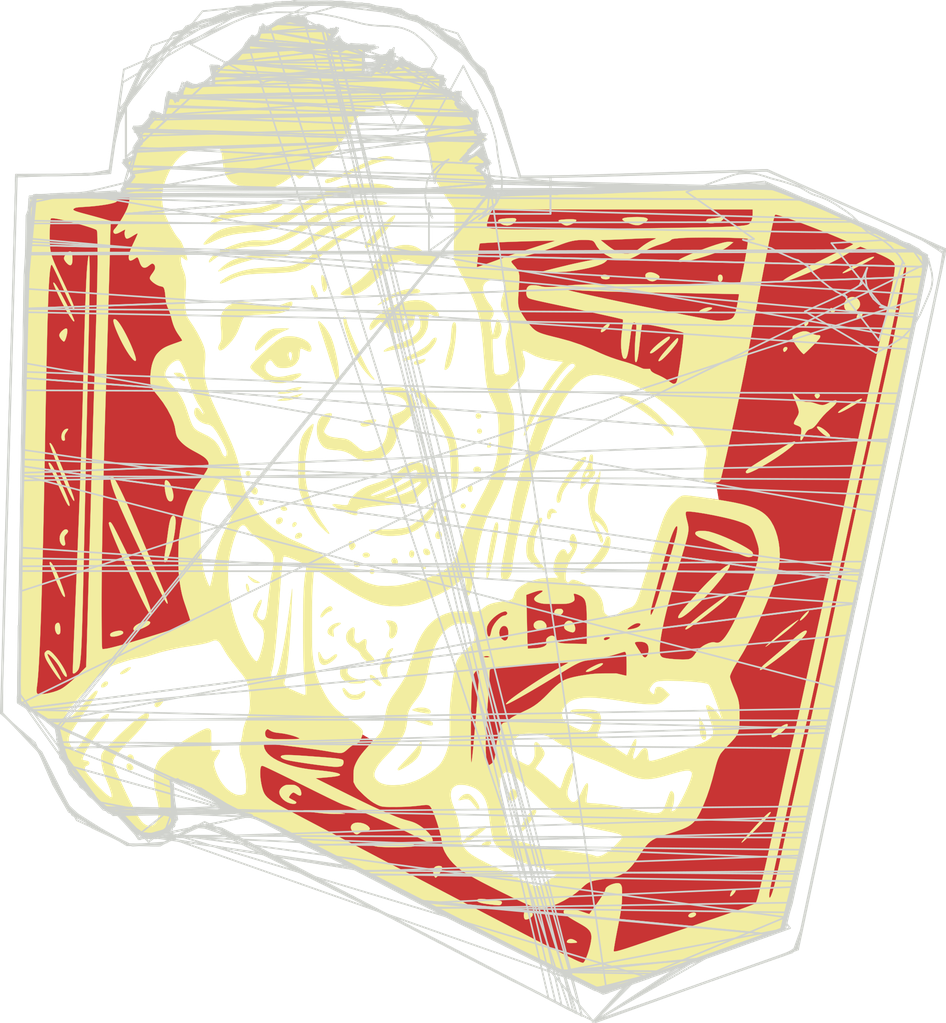
<source format=kicad_pcb>
(kicad_pcb (version 4) (host pcbnew 4.0.7)
  (layers (0 F.Cu signal) (31 B.Cu signal) (34 B.Paste user) (35 F.Paste user) (36 B.SilkS user) (37 F.SilkS user) (38 B.Mask user) (39 F.Mask user) (44 Edge.Cuts user))
  (net 0 "")
  (module LOGO (layer F.Cu) (at 0 0)
    (fp_text reference "G***" hide)
    (fp_text value "LOGO" hide)
  )
  (module LOGO (layer F.Cu) (at 0 0)
    (fp_text reference "G***" hide)
    (fp_text value "LOGO" hide)
  )
  (module LOGO (layer F.Cu) (at 0 0)
    (fp_text reference "G***" hide)
    (fp_text value "LOGO" hide)
  )
  (module LOGO (layer F.Cu) (at 0 0)
    (fp_text reference "G***" hide)
    (fp_text value "LOGO" hide)
    (fp_poly (pts (xy 19.432146 -19.615890) (xy 19.823309 -19.441933) (xy 20.207757 -19.270933) (xy 20.583395 -19.103823) (xy 20.948130 -18.941536) (xy 21.299868 -18.785003) (xy 21.636516 -18.635157) (xy 21.955979 -18.492931) (xy 22.256164 -18.359258) (xy 22.534978 -18.235069) (xy 22.790325 -18.121298) (xy 23.020114 -18.018876) (xy 23.222249 -17.928737) (xy 23.394637 -17.851813) (xy 23.535185 -17.789036) (xy 23.641798 -17.741339) (xy 23.712383 -17.709655) (xy 23.724923 -17.703997) (xy 24.134763 -17.518765) (xy 24.122896 -17.432191) (xy 24.116038 -17.393664) (xy 24.100496 -17.314525) (xy 24.076438 -17.195560) (xy 24.044030 -17.037557) (xy 24.003440 -16.841302) (xy 23.954834 -16.607580) (xy 23.898379 -16.337179) (xy 23.834242 -16.030884) (xy 23.762590 -15.689482) (xy 23.683589 -15.313759) (xy 23.597406 -14.904502) (xy 23.504209 -14.462498) (xy 23.404164 -13.988531) (xy 23.297437 -13.483389) (xy 23.184196 -12.947859) (xy 23.064607 -12.382725) (xy 22.938838 -11.788776) (xy 22.807055 -11.166797) (xy 22.669424 -10.517574) (xy 22.526114 -9.841895) (xy 22.377290 -9.140544) (xy 22.223119 -8.414309) (xy 22.063768 -7.663977) (xy 21.899405 -6.890332) (xy 21.730195 -6.094163) (xy 21.556306 -5.276254) (xy 21.377904 -4.437393) (xy 21.195157 -3.578366) (xy 21.008230 -2.699959) (xy 20.817292 -1.802958) (xy 20.622509 -0.888151) (xy 20.424047 0.043678) (xy 20.222073 0.991741) (xy 20.016755 1.955251) (xy 19.808258 2.933424) (xy 19.596751 3.925472) (xy 19.382399 4.930608) (xy 19.165370 5.948047) (xy 18.945830 6.977003) (xy 18.745366 7.916334) (xy 18.559401 8.787624) (xy 18.382066 9.618478) (xy 18.213149 10.409860) (xy 18.052442 11.162734) (xy 17.899735 11.878065) (xy 17.754818 12.556816) (xy 17.617483 13.199952) (xy 17.487519 13.808438) (xy 17.364717 14.383237) (xy 17.248868 14.925314) (xy 17.139762 15.435633) (xy 17.037190 15.915157) (xy 16.940942 16.364853) (xy 16.850809 16.785683) (xy 16.766581 17.178612) (xy 16.688049 17.544604) (xy 16.615003 17.884623) (xy 16.547234 18.199635) (xy 16.484532 18.490602) (xy 16.426689 18.758489) (xy 16.373494 19.004261) (xy 16.324738 19.228881) (xy 16.280211 19.433314) (xy 16.239704 19.618525) (xy 16.203008 19.785476) (xy 16.169913 19.935134) (xy 16.140210 20.068461) (xy 16.113689 20.186422) (xy 16.090140 20.289982) (xy 16.069355 20.380105) (xy 16.051123 20.457754) (xy 16.035236 20.523894) (xy 16.021483 20.579490) (xy 16.009656 20.625505) (xy 15.999544 20.662904) (xy 15.990939 20.692652) (xy 15.983631 20.715711) (xy 15.977410 20.733047) (xy 15.972067 20.745625) (xy 15.967393 20.754407) (xy 15.963177 20.760358) (xy 15.959211 20.764443) (xy 15.955285 20.767626) (xy 15.953191 20.769244) (xy 15.900321 20.802312) (xy 15.808638 20.849194) (xy 15.679199 20.909467) (xy 15.513059 20.982709) (xy 15.311272 21.068495) (xy 15.074894 21.166402) (xy 14.804981 21.276008) (xy 14.502588 21.396889) (xy 14.168769 21.528622) (xy 13.804581 21.670784) (xy 13.411079 21.822952) (xy 12.989318 21.984703) (xy 12.540353 22.155613) (xy 12.065240 22.335260) (xy 11.779250 22.442863) (xy 11.509861 22.543949) (xy 11.223673 22.651163) (xy 10.923033 22.763636) (xy 10.610288 22.880496) (xy 10.287786 23.000875) (xy 9.957872 23.123901) (xy 9.622895 23.248704) (xy 9.285201 23.374414) (xy 8.947138 23.500161) (xy 8.611053 23.625075) (xy 8.279292 23.748285) (xy 7.954203 23.868921) (xy 7.638133 23.986114) (xy 7.333429 24.098991) (xy 7.042439 24.206685) (xy 6.767508 24.308323) (xy 6.510985 24.403036) (xy 6.275216 24.489954) (xy 6.062549 24.568207) (xy 5.875330 24.636924) (xy 5.715908 24.695235) (xy 5.586628 24.742269) (xy 5.489838 24.777157) (xy 5.427884 24.799029) (xy 5.403116 24.807013) (xy 5.402879 24.807032) (xy 5.380655 24.798038) (xy 5.324984 24.772655) (xy 5.240464 24.733062) (xy 5.131692 24.681438) (xy 5.003267 24.619960) (xy 4.859786 24.550806) (xy 4.762500 24.503680) (xy 4.563225 24.406829) (xy 4.352403 24.304092) (xy 4.129083 24.194999) (xy 3.892319 24.079078) (xy 3.641160 23.955859) (xy 3.374657 23.824871) (xy 3.091862 23.685641) (xy 2.791825 23.537698) (xy 2.473598 23.380572) (xy 2.136231 23.213792) (xy 1.778775 23.036885) (xy 1.400282 22.849382) (xy 0.999803 22.650810) (xy 0.576387 22.440698) (xy 0.129088 22.218575) (xy -0.343046 21.983971) (xy -0.840962 21.736413) (xy -1.365610 21.475431) (xy -1.917938 21.200553) (xy -2.498896 20.911307) (xy -3.109433 20.607224) (xy -3.750498 20.287832) (xy -4.423039 19.952659) (xy -5.128006 19.601234) (xy -5.866347 19.233086) (xy -6.639013 18.847743) (xy -7.446951 18.444736) (xy -8.291110 18.023591) (xy -8.923725 17.707945) (xy -14.386701 14.982035) (xy -14.638633 13.922657) (xy -14.955192 13.802418) (xy -15.271750 13.682180) (xy -15.293494 12.350750) (xy -15.488997 11.507316) (xy -15.531330 11.323981) (xy -15.570511 11.152939) (xy -15.605528 10.998707) (xy -15.635370 10.865804) (xy -15.659025 10.758747) (xy -15.675481 10.682055) (xy -15.683727 10.640245) (xy -15.684500 10.634277) (xy -15.668576 10.612734) (xy -15.624125 10.569697) (xy -15.556129 10.509545) (xy -15.469570 10.436653) (xy -15.369430 10.355400) (xy -15.344855 10.335874) (xy -15.199239 10.222937) (xy -15.070749 10.129329) (xy -14.946126 10.046301) (xy -14.812113 9.965108) (xy -14.655453 9.877004) (xy -14.619896 9.857599) (xy -14.234583 9.648122) (xy -12.890500 9.809280) (xy -11.546416 9.970438) (xy -10.795000 9.981198) (xy -10.508111 9.986586) (xy -10.259549 9.993966) (xy -10.050338 10.003292) (xy -9.881506 10.014521) (xy -9.768416 10.025784) (xy -9.493250 10.059611) (xy -9.234699 10.226222) (xy -9.141177 10.285474) (xy -9.059314 10.335438) (xy -8.996088 10.372000) (xy -8.958477 10.391043) (xy -8.952196 10.392834) (xy -8.930531 10.403194) (xy -8.878119 10.432100) (xy -8.800492 10.476286) (xy -8.703186 10.532485) (xy -8.591735 10.597433) (xy -8.471673 10.667864) (xy -8.348535 10.740513) (xy -8.227854 10.812114) (xy -8.115166 10.879401) (xy -8.016004 10.939110) (xy -7.935903 10.987974) (xy -7.880397 11.022728) (xy -7.855021 11.040107) (xy -7.854713 11.040393) (xy -7.862660 11.059479) (xy -7.891986 11.101013) (xy -7.931894 11.150620) (xy -7.954273 11.178622) (xy -7.974933 11.209065) (xy -7.995439 11.246142) (xy -8.017357 11.294044) (xy -8.042250 11.356964) (xy -8.071684 11.439094) (xy -8.107224 11.544627) (xy -8.150436 11.677755) (xy -8.202883 11.842670) (xy -8.266132 12.043564) (xy -8.270829 12.058523) (xy -8.523880 12.864572) (xy -8.386043 13.401411) (xy -8.348997 13.545329) (xy -8.315411 13.675104) (xy -8.286707 13.785293) (xy -8.264310 13.870455) (xy -8.249642 13.925149) (xy -8.244176 13.943913) (xy -8.223177 13.948733) (xy -8.164817 13.960187) (xy -8.073410 13.977476) (xy -7.953271 13.999801) (xy -7.808714 14.026362) (xy -7.644055 14.056362) (xy -7.463607 14.089001) (xy -7.358263 14.107955) (xy -6.476380 14.266334) (xy -5.111750 14.266084) (xy -4.106770 14.615584) (xy -4.106551 15.337075) (xy -4.106333 16.058567) (xy -3.872124 16.560163) (xy -3.802492 16.707534) (xy -3.732191 16.853162) (xy -3.665121 16.989196) (xy -3.605182 17.107788) (xy -3.556274 17.201089) (xy -3.531208 17.246254) (xy -3.449138 17.391332) (xy -3.382359 17.515959) (xy -3.332572 17.616627) (xy -3.301478 17.689830) (xy -3.290777 17.732061) (xy -3.292221 17.738969) (xy -3.316737 17.758846) (xy -3.367652 17.789750) (xy -3.423567 17.819626) (xy -3.542111 17.879569) (xy -2.855847 18.230238) (xy -2.452726 18.436134) (xy -2.057358 18.637894) (xy -1.671461 18.834646) (xy -1.296753 19.025521) (xy -0.934953 19.209649) (xy -0.587781 19.386160) (xy -0.256955 19.554184) (xy 0.055807 19.712851) (xy 0.348786 19.861291) (xy 0.620262 19.998635) (xy 0.868518 20.124012) (xy 1.091834 20.236553) (xy 1.288492 20.335387) (xy 1.456773 20.419645) (xy 1.594959 20.488456) (xy 1.701330 20.540951) (xy 1.774168 20.576260) (xy 1.811754 20.593513) (xy 1.816596 20.595166) (xy 1.852369 20.589056) (xy 1.920945 20.572205) (xy 2.014829 20.546837) (xy 2.126525 20.515175) (xy 2.248537 20.479442) (xy 2.373369 20.441862) (xy 2.493525 20.404657) (xy 2.601509 20.370051) (xy 2.689825 20.340266) (xy 2.746093 20.319502) (xy 2.975892 20.213346) (xy 3.205073 20.077787) (xy 3.439406 19.909135) (xy 3.619500 19.760875) (xy 3.732257 19.670765) (xy 3.871473 19.570721) (xy 4.025187 19.468581) (xy 4.181436 19.372184) (xy 4.328259 19.289366) (xy 4.379587 19.262839) (xy 4.602377 19.158463) (xy 4.822497 19.071134) (xy 5.050769 18.997413) (xy 5.298018 18.933863) (xy 5.575065 18.877045) (xy 5.619750 18.868910) (xy 5.857738 18.820646) (xy 6.061262 18.765770) (xy 6.238105 18.700382) (xy 6.396049 18.620580) (xy 6.542878 18.522464) (xy 6.686373 18.402131) (xy 6.826250 18.264150) (xy 6.902949 18.181899) (xy 6.975308 18.099477) (xy 7.047535 18.011335) (xy 7.123836 17.911927) (xy 7.208416 17.795704) (xy 7.305483 17.657120) (xy 7.419241 17.490627) (xy 7.472494 17.411808) (xy 7.559873 17.283411) (xy 7.640338 17.169690) (xy 7.717152 17.068675) (xy 7.793577 16.978393) (xy 7.872873 16.896874) (xy 7.958302 16.822144) (xy 8.053127 16.752233) (xy 8.160608 16.685169) (xy 8.284009 16.618981) (xy 8.426589 16.551696) (xy 8.591612 16.481343) (xy 8.782338 16.405950) (xy 9.002030 16.323545) (xy 9.253949 16.232158) (xy 9.541357 16.129816) (xy 9.666564 16.085520) (xy 9.804878 16.036086) (xy 9.934398 15.988767) (xy 10.048223 15.946168) (xy 10.139446 15.910891) (xy 10.201163 15.885538) (xy 10.219280 15.877153) (xy 10.282051 15.837761) (xy 10.345156 15.782189) (xy 10.410180 15.707722) (xy 10.478709 15.611644) (xy 10.552329 15.491237) (xy 10.632626 15.343786) (xy 10.721187 15.166575) (xy 10.819595 14.956887) (xy 10.929439 14.712006) (xy 11.017631 14.509750) (xy 11.189311 14.114619) (xy 11.347113 13.756534) (xy 11.492234 13.432981) (xy 11.625872 13.141449) (xy 11.749224 12.879424) (xy 11.863487 12.644395) (xy 11.969858 12.433849) (xy 12.069536 12.245272) (xy 12.163717 12.076154) (xy 12.236425 11.952324) (xy 12.304527 11.844956) (xy 12.393237 11.713758) (xy 12.496267 11.567594) (xy 12.607330 11.415326) (xy 12.720140 11.265818) (xy 12.759268 11.215275) (xy 13.105914 10.770818) (xy 13.071639 10.290784) (xy 13.059736 10.133033) (xy 13.046422 9.971533) (xy 13.032680 9.817226) (xy 13.019490 9.681055) (xy 13.007837 9.573965) (xy 13.005746 9.556750) (xy 12.977077 9.344383) (xy 12.943181 9.123557) (xy 12.905034 8.898607) (xy 12.863617 8.673870) (xy 12.819909 8.453681) (xy 12.774886 8.242377) (xy 12.729529 8.044293) (xy 12.684817 7.863765) (xy 12.641727 7.705130) (xy 12.601239 7.572722) (xy 12.564330 7.470879) (xy 12.531981 7.403935) (xy 12.514872 7.382060) (xy 12.475780 7.359741) (xy 12.401924 7.328935) (xy 12.299569 7.291577) (xy 12.174980 7.249602) (xy 12.034425 7.204943) (xy 11.884169 7.159536) (xy 11.730478 7.115315) (xy 11.579617 7.074214) (xy 11.437853 7.038168) (xy 11.311452 7.009111) (xy 11.296893 7.006035) (xy 11.177192 6.982049) (xy 11.062958 6.961685) (xy 10.949235 6.944597) (xy 10.831069 6.930438) (xy 10.703503 6.918863) (xy 10.561582 6.909526) (xy 10.400350 6.902080) (xy 10.214853 6.896180) (xy 10.000134 6.891479) (xy 9.751239 6.887631) (xy 9.570024 6.885438) (xy 8.567298 6.874246) (xy 8.215357 7.220919) (xy 8.107253 7.327162) (xy 8.001839 7.430314) (xy 7.905335 7.524324) (xy 7.823959 7.603141) (xy 7.763929 7.660714) (xy 7.747000 7.676707) (xy 7.630584 7.785822) (xy 7.217834 7.808680) (xy 6.802180 7.831866) (xy 6.426303 7.853249) (xy 6.087695 7.873058) (xy 5.783849 7.891523) (xy 5.512256 7.908873) (xy 5.270409 7.925339) (xy 5.055800 7.941151) (xy 4.865922 7.956539) (xy 4.698267 7.971732) (xy 4.550327 7.986961) (xy 4.419594 8.002456) (xy 4.303560 8.018446) (xy 4.199719 8.035162) (xy 4.105562 8.052833) (xy 4.018582 8.071690) (xy 3.936271 8.091962) (xy 3.856120 8.113879) (xy 3.840416 8.118397) (xy 3.674106 8.171963) (xy 3.532775 8.231323) (xy 3.410721 8.301561) (xy 3.302243 8.387760) (xy 3.201640 8.495006) (xy 3.103212 8.628382) (xy 3.001258 8.792973) (xy 2.918892 8.940247) (xy 2.837134 9.080186) (xy 2.756891 9.189617) (xy 2.668199 9.278013) (xy 2.561096 9.354847) (xy 2.425617 9.429590) (xy 2.381250 9.451430) (xy 2.258225 9.507416) (xy 2.101972 9.573067) (xy 1.919744 9.645664) (xy 1.718794 9.722489) (xy 1.506375 9.800822) (xy 1.289741 9.877946) (xy 1.076144 9.951142) (xy 0.872839 10.017691) (xy 0.857250 10.022642) (xy 0.730510 10.063967) (xy 0.611862 10.104812) (xy 0.509596 10.142157) (xy 0.432004 10.172984) (xy 0.389813 10.192836) (xy 0.302800 10.252759) (xy 0.223764 10.329990) (xy 0.151082 10.427956) (xy 0.083132 10.550083) (xy 0.018292 10.699797) (xy -0.045059 10.880526) (xy -0.108544 11.095695) (xy -0.173785 11.348732) (xy -0.190823 11.419417) (xy -0.223431 11.552552) (xy -0.257616 11.685651) (xy -0.290317 11.807231) (xy -0.318479 11.905806) (xy -0.331744 11.948584) (xy -0.427428 12.195682) (xy -0.545365 12.422535) (xy -0.682397 12.625661) (xy -0.835366 12.801582) (xy -1.001114 12.946818) (xy -1.176481 13.057891) (xy -1.358311 13.131320) (xy -1.419318 13.146725) (xy -1.498256 13.157489) (xy -1.597748 13.162666) (xy -1.696234 13.161136) (xy -1.822617 13.145390) (xy -1.941250 13.111066) (xy -2.058931 13.054516) (xy -2.182455 12.972091) (xy -2.318620 12.860145) (xy -2.406188 12.780138) (xy -2.635250 12.564751) (xy -2.629411 12.309584) (xy -2.617322 11.786649) (xy -2.605884 11.303841) (xy -2.595018 10.858959) (xy -2.584642 10.449804) (xy -2.574677 10.074174) (xy -2.565043 9.729871) (xy -2.555657 9.414692) (xy -2.546442 9.126439) (xy -2.537316 8.862911) (xy -2.528198 8.621907) (xy -2.519009 8.401227) (xy -2.509668 8.198672) (xy -2.500094 8.012041) (xy -2.490208 7.839133) (xy -2.479930 7.677748) (xy -2.469178 7.525686) (xy -2.457872 7.380748) (xy -2.445932 7.240731) (xy -2.443206 7.210301) (xy -2.430303 7.083515) (xy -2.415499 6.963971) (xy -2.400181 6.861309) (xy -2.385736 6.785169) (xy -2.377729 6.755218) (xy -2.319487 6.610657) (xy -2.234646 6.443569) (xy -2.122217 6.252267) (xy -1.981206 6.035065) (xy -1.810623 5.790277) (xy -1.809303 5.788435) (xy -1.705299 5.641342) (xy -1.625059 5.520382) (xy -1.566503 5.418157) (xy -1.527551 5.327272) (xy -1.506124 5.240328) (xy -1.500143 5.149930) (xy -1.507527 5.048679) (xy -1.526198 4.929180) (xy -1.542897 4.840801) (xy -1.570701 4.675408) (xy -1.582726 4.532891) (xy -1.577626 4.401792) (xy -1.554053 4.270648) (xy -1.510662 4.128000) (xy -1.446105 3.962388) (xy -1.437191 3.941181) (xy -1.377215 3.802750) (xy -1.321963 3.687157) (xy -1.266657 3.590318) (xy -1.206520 3.508150) (xy -1.136773 3.436567) (xy -1.052639 3.371485) (xy -0.949341 3.308821) (xy -0.822101 3.244489) (xy -0.666142 3.174407) (xy -0.476685 3.094489) (xy -0.418699 3.070501) (xy -0.203761 2.981313) (xy -0.024110 2.904465) (xy 0.124209 2.836419) (xy 0.245154 2.773639) (xy 0.342679 2.712587) (xy 0.420742 2.649724) (xy 0.483298 2.581515) (xy 0.534303 2.504421) (xy 0.577713 2.414906) (xy 0.617485 2.309431) (xy 0.657574 2.184460) (xy 0.688965 2.080053) (xy 0.723247 1.976171) (xy 0.753581 1.906982) (xy 0.778477 1.875809) (xy 0.781021 1.874783) (xy 0.814425 1.867511) (xy 0.882976 1.854425) (xy 0.980064 1.836673) (xy 1.099079 1.815402) (xy 1.233410 1.791761) (xy 1.376448 1.766896) (xy 1.521582 1.741956) (xy 1.662202 1.718089) (xy 1.791699 1.696441) (xy 1.903461 1.678160) (xy 1.990879 1.664395) (xy 2.005403 1.662203) (xy 2.191295 1.639591) (xy 2.372998 1.628984) (xy 2.557739 1.630948) (xy 2.752741 1.646053) (xy 2.965229 1.674866) (xy 3.202428 1.717954) (xy 3.471564 1.775886) (xy 3.481917 1.778250) (xy 3.702115 1.831012) (xy 3.886029 1.880950) (xy 4.039392 1.930431) (xy 4.167932 1.981822) (xy 4.277382 2.037489) (xy 4.373472 2.099797) (xy 4.461932 2.171113) (xy 4.485867 2.192789) (xy 4.666435 2.385307) (xy 4.830313 2.610925) (xy 4.972890 2.862168) (xy 5.089554 3.131562) (xy 5.121533 3.223028) (xy 5.192404 3.407557) (xy 5.275087 3.557885) (xy 5.376359 3.681840) (xy 5.503000 3.787255) (xy 5.661788 3.881959) (xy 5.715000 3.908627) (xy 5.786215 3.940757) (xy 5.853753 3.964440) (xy 5.921465 3.978681) (xy 5.993201 3.982483) (xy 6.072811 3.974850) (xy 6.164147 3.954786) (xy 6.271058 3.921296) (xy 6.397396 3.873383) (xy 6.547010 3.810051) (xy 6.723751 3.730304) (xy 6.931470 3.633146) (xy 7.112000 3.547251) (xy 7.694084 3.269062) (xy 7.878446 2.814573) (xy 7.964608 2.594395) (xy 8.060023 2.336234) (xy 8.163664 2.043173) (xy 8.274502 1.718294) (xy 8.391511 1.364680) (xy 8.513661 0.985415) (xy 8.639927 0.583581) (xy 8.769280 0.162260) (xy 8.834245 -0.052916) (xy 8.939467 -0.400980) (xy 9.034992 -0.711392) (xy 9.122066 -0.987397) (xy 9.201931 -1.232239) (xy 9.275833 -1.449160) (xy 9.345016 -1.641406) (xy 9.410725 -1.812220) (xy 9.474202 -1.964846) (xy 9.536694 -2.102528) (xy 9.599444 -2.228509) (xy 9.663697 -2.346034) (xy 9.730698 -2.458346) (xy 9.796060 -2.560201) (xy 9.871344 -2.663507) (xy 9.964477 -2.775259) (xy 10.068243 -2.888230) (xy 10.175431 -2.995195) (xy 10.278826 -3.088928) (xy 10.371214 -3.162204) (xy 10.439957 -3.205172) (xy 10.494572 -3.229806) (xy 10.548193 -3.246500) (xy 10.607676 -3.255252) (xy 10.679875 -3.256060) (xy 10.771646 -3.248920) (xy 10.889847 -3.233831) (xy 11.041332 -3.210790) (xy 11.077992 -3.204945) (xy 11.210394 -3.185358) (xy 11.344353 -3.168384) (xy 11.467233 -3.155436) (xy 11.566401 -3.147929) (xy 11.598040 -3.146736) (xy 11.776663 -3.143250) (xy 11.804512 -3.279166) (xy 11.819432 -3.349104) (xy 11.831374 -3.399845) (xy 11.837555 -3.419926) (xy 11.858156 -3.418183) (xy 11.910755 -3.411447) (xy 11.985511 -3.401150) (xy 12.072578 -3.388725) (xy 12.162114 -3.375602) (xy 12.244275 -3.363213) (xy 12.309218 -3.352990) (xy 12.347097 -3.346364) (xy 12.352478 -3.345037) (xy 12.349644 -3.364769) (xy 12.340759 -3.420601) (xy 12.326746 -3.506876) (xy 12.308529 -3.617938) (xy 12.287029 -3.748132) (xy 12.269737 -3.852333) (xy 12.185268 -4.360333) (xy 12.093384 -4.360333) (xy 12.037755 -4.364444) (xy 12.005099 -4.374804) (xy 12.001500 -4.380339) (xy 12.004395 -4.407691) (xy 12.012324 -4.468539) (xy 12.024152 -4.554496) (xy 12.038744 -4.657177) (xy 12.042326 -4.681964) (xy 12.088517 -5.044001) (xy 12.116585 -5.367826) (xy 12.126530 -5.653430) (xy 12.118352 -5.900804) (xy 12.092050 -6.109935) (xy 12.065906 -6.223000) (xy 12.004795 -6.399757) (xy 11.915096 -6.598325) (xy 11.796135 -6.819878) (xy 11.647237 -7.065589) (xy 11.467727 -7.336634) (xy 11.256931 -7.634187) (xy 11.247977 -7.646467) (xy 11.040259 -7.922702) (xy 10.837910 -8.173188) (xy 10.635652 -8.402679) (xy 10.428204 -8.615929) (xy 10.210286 -8.817693) (xy 9.976620 -9.012725) (xy 9.721925 -9.205779) (xy 9.440922 -9.401609) (xy 9.128331 -9.604969) (xy 8.948310 -9.717266) (xy 8.583336 -9.939281) (xy 8.249220 -10.136475) (xy 7.943520 -10.310167) (xy 7.663796 -10.461678) (xy 7.407607 -10.592325) (xy 7.172511 -10.703430) (xy 6.956069 -10.796310) (xy 6.940642 -10.802529) (xy 6.709160 -10.890834) (xy 6.439987 -10.985417) (xy 6.137117 -11.085156) (xy 5.804541 -11.188926) (xy 5.446250 -11.295606) (xy 5.066237 -11.404071) (xy 4.668492 -11.513198) (xy 4.257009 -11.621865) (xy 3.835777 -11.728947) (xy 3.408790 -11.833322) (xy 2.980039 -11.933867) (xy 2.677584 -12.002126) (xy 2.368836 -12.071242) (xy 2.097167 -12.133497) (xy 1.858098 -12.190108) (xy 1.647153 -12.242294) (xy 1.459853 -12.291275) (xy 1.291722 -12.338268) (xy 1.138283 -12.384492) (xy 0.995058 -12.431166) (xy 0.857571 -12.479509) (xy 0.721343 -12.530740) (xy 0.688427 -12.543565) (xy 0.386045 -12.662113) (xy 0.388814 -13.289598) (xy 0.389293 -13.490886) (xy 0.388127 -13.657279) (xy 0.384340 -13.796209) (xy 0.376957 -13.915109) (xy 0.365004 -14.021412) (xy 0.347503 -14.122549) (xy 0.323481 -14.225955) (xy 0.291962 -14.339061) (xy 0.251970 -14.469300) (xy 0.221413 -14.565280) (xy 0.174265 -14.716764) (xy 0.138708 -14.844778) (xy 0.113326 -14.959724) (xy 0.096701 -15.072005) (xy 0.087417 -15.192025) (xy 0.084057 -15.330185) (xy 0.085204 -15.496889) (xy 0.086282 -15.557500) (xy 0.090770 -15.804224) (xy 0.093751 -16.012571) (xy 0.095101 -16.186473) (xy 0.094694 -16.329865) (xy 0.092402 -16.446679) (xy 0.088101 -16.540848) (xy 0.081664 -16.616307) (xy 0.072966 -16.676988) (xy 0.061880 -16.726824) (xy 0.048280 -16.769750) (xy 0.047367 -16.772230) (xy 0.003657 -16.875871) (xy -0.054134 -16.992353) (xy -0.121530 -17.114569) (xy -0.194056 -17.235414) (xy -0.267238 -17.347779) (xy -0.336599 -17.444558) (xy -0.397664 -17.518644) (xy -0.445959 -17.562932) (xy -0.453380 -17.567422) (xy -0.469067 -17.572580) (xy -0.491648 -17.572711) (xy -0.524882 -17.566457) (xy -0.572525 -17.552460) (xy -0.638336 -17.529364) (xy -0.726071 -17.495812) (xy -0.839488 -17.450447) (xy -0.982345 -17.391912) (xy -1.158399 -17.318850) (xy -1.266239 -17.273862) (xy -1.435725 -17.203299) (xy -1.593267 -17.138141) (xy -1.734532 -17.080147) (xy -1.855186 -17.031077) (xy -1.950898 -16.992691) (xy -2.017333 -16.966749) (xy -2.050160 -16.955009) (xy -2.052609 -16.954500) (xy -2.059521 -16.975617) (xy -2.065122 -17.038814) (xy -2.069406 -17.143856) (xy -2.072365 -17.290509) (xy -2.073991 -17.478539) (xy -2.074333 -17.637791) (xy -2.074333 -18.321083) (xy -1.884244 -19.272916) (xy -1.845023 -19.469126) (xy -1.808085 -19.653574) (xy -1.774307 -19.821902) (xy -1.744567 -19.969754) (xy -1.719742 -20.092770) (xy -1.700710 -20.186592) (xy -1.688349 -20.246863) (xy -1.683789 -20.268264) (xy -1.664956 -20.295819) (xy -1.619151 -20.345242) (xy -1.551819 -20.411174) (xy -1.468403 -20.488254) (xy -1.389866 -20.557713) (xy -1.106308 -20.803647) (xy -1.024112 -20.784579) (xy -0.948333 -20.769059) (xy -0.900409 -20.770193) (xy -0.869288 -20.794519) (xy -0.843919 -20.848576) (xy -0.825500 -20.902083) (xy -0.779715 -21.039667) (xy -0.194066 -21.039706) (xy -0.075953 -21.040139) (xy 0.079597 -21.041380) (xy 0.267697 -21.043359) (xy 0.483460 -21.046008) (xy 0.721998 -21.049257) (xy 0.978425 -21.053037) (xy 1.247853 -21.057280) (xy 1.525395 -21.061915) (xy 1.806164 -21.066874) (xy 2.053167 -21.071473) (xy 2.376667 -21.077682) (xy 2.738767 -21.084690) (xy 3.135739 -21.092422) (xy 3.563860 -21.100803) (xy 4.019403 -21.109759) (xy 4.498642 -21.119215) (xy 4.997854 -21.129098) (xy 5.513311 -21.139331) (xy 6.041288 -21.149841) (xy 6.578061 -21.160553) (xy 7.119903 -21.171393) (xy 7.663089 -21.182286) (xy 8.203894 -21.193157) (xy 8.738591 -21.203932) (xy 9.263456 -21.214537) (xy 9.774763 -21.224896) (xy 10.268787 -21.234936) (xy 10.741801 -21.244581) (xy 11.190082 -21.253758) (xy 11.609902 -21.262391) (xy 11.997537 -21.270406) (xy 12.086167 -21.272246) (xy 12.393536 -21.278624) (xy 12.702992 -21.285027) (xy 13.010018 -21.291363) (xy 13.310094 -21.297540) (xy 13.598701 -21.303465) (xy 13.871319 -21.309046) (xy 14.123429 -21.314190) (xy 14.350512 -21.318804) (xy 14.548049 -21.322797) (xy 14.711521 -21.326074) (xy 14.817813 -21.328180) (xy 15.549209 -21.342552) (xy 19.432146 -19.615890)) (layer F.Cu) (width 0.010000))
    (fp_poly (pts (xy -23.471585 -21.489094) (xy -23.440083 -21.488761) (xy -23.271805 -21.486546) (xy -23.141419 -21.483904) (xy -23.044483 -21.480540) (xy -22.976554 -21.476154) (xy -22.933191 -21.470451) (xy -22.909953 -21.463133) (xy -22.902398 -21.453902) (xy -22.902333 -21.452771) (xy -22.884870 -21.413541) (xy -22.834648 -21.397347) (xy -22.754916 -21.404964) (xy -22.728591 -21.411246) (xy -22.637040 -21.425028) (xy -22.560100 -21.417083) (xy -22.507237 -21.389211) (xy -22.491945 -21.366271) (xy -22.461688 -21.344069) (xy -22.396881 -21.336004) (xy -22.394997 -21.336000) (xy -22.334695 -21.329878) (xy -22.310451 -21.312464) (xy -22.310184 -21.309541) (xy -22.316375 -21.259481) (xy -22.330589 -21.196458) (xy -22.348552 -21.135705) (xy -22.365984 -21.092451) (xy -22.374273 -21.081316) (xy -22.379249 -21.056076) (xy -22.377940 -20.993502) (xy -22.370636 -20.898079) (xy -22.357629 -20.774291) (xy -22.350518 -20.714792) (xy -22.341696 -20.644985) (xy -22.332737 -20.580180) (xy -22.322730 -20.516849) (xy -22.310762 -20.451465) (xy -22.295919 -20.380501) (xy -22.277289 -20.300428) (xy -22.253957 -20.207721) (xy -22.225012 -20.098851) (xy -22.189540 -19.970292) (xy -22.146628 -19.818515) (xy -22.095362 -19.639993) (xy -22.034831 -19.431199) (xy -21.964120 -19.188606) (xy -21.888266 -18.929032) (xy -21.469684 -17.497487) (xy -21.153618 -17.413394) (xy -20.837551 -17.329300) (xy -20.844824 -17.041358) (xy -20.851013 -16.890776) (xy -20.862192 -16.768076) (xy -20.880111 -16.658930) (xy -20.903548 -16.560058) (xy -20.925848 -16.474984) (xy -20.943275 -16.406080) (xy -20.953410 -16.363040) (xy -20.955000 -16.353919) (xy -20.937393 -16.339382) (xy -20.890298 -16.311319) (xy -20.822305 -16.274703) (xy -20.787343 -16.256843) (xy -20.722872 -16.223255) (xy -20.638697 -16.177773) (xy -20.544080 -16.125594) (xy -20.448285 -16.071916) (xy -20.360574 -16.021933) (xy -20.290209 -15.980843) (xy -20.246453 -15.953841) (xy -20.242730 -15.951309) (xy -20.239185 -15.930641) (xy -20.230966 -15.873854) (xy -20.218877 -15.786803) (xy -20.203728 -15.675345) (xy -20.186325 -15.545337) (xy -20.175029 -15.460049) (xy -20.151582 -15.287949) (xy -20.129846 -15.144770) (xy -20.107315 -15.018503) (xy -20.081483 -14.897141) (xy -20.049843 -14.768676) (xy -20.009888 -14.621100) (xy -19.971871 -14.486857) (xy -19.865366 -14.139433) (xy -19.753957 -13.825162) (xy -19.673398 -13.624816) (xy -19.619444 -13.498346) (xy -19.574325 -13.397170) (xy -19.532894 -13.312453) (xy -19.490005 -13.235356) (xy -19.440513 -13.157043) (xy -19.379269 -13.068677) (xy -19.301130 -12.961421) (xy -19.235521 -12.872925) (xy -19.154199 -12.762118) (xy -19.082135 -12.661215) (xy -19.023025 -12.575614) (xy -18.980563 -12.510711) (xy -18.958444 -12.471906) (xy -18.956112 -12.464737) (xy -18.971447 -12.440690) (xy -19.015183 -12.394886) (xy -19.082517 -12.331831) (xy -19.168650 -12.256032) (xy -19.262203 -12.177404) (xy -19.569657 -11.924249) (xy -19.780787 -11.876521) (xy -19.899006 -11.850323) (xy -19.989416 -11.829332) (xy -20.058942 -11.808778) (xy -20.114515 -11.783890) (xy -20.163062 -11.749899) (xy -20.211512 -11.702036) (xy -20.266792 -11.635530) (xy -20.335832 -11.545612) (xy -20.417303 -11.438310) (xy -20.684740 -11.088202) (xy -20.648609 -10.798726) (xy -20.612479 -10.509250) (xy -20.421631 -10.153883) (xy -20.292647 -9.926891) (xy -20.145515 -9.693677) (xy -19.974085 -9.444607) (xy -19.928571 -9.381299) (xy -19.626359 -8.964083) (xy -19.420672 -8.320497) (xy -19.363588 -8.142200) (xy -19.316947 -7.998333) (xy -19.278319 -7.882993) (xy -19.245278 -7.790282) (xy -19.215396 -7.714298) (xy -19.186246 -7.649140) (xy -19.155400 -7.588908) (xy -19.120430 -7.527701) (xy -19.078910 -7.459619) (xy -19.042534 -7.401332) (xy -18.870083 -7.125753) (xy -18.537514 -6.877790) (xy -18.332536 -6.730677) (xy -18.094672 -6.570130) (xy -17.829710 -6.399939) (xy -17.543435 -6.223892) (xy -17.489346 -6.191430) (xy -17.483270 -6.170898) (xy -17.469567 -6.115936) (xy -17.449883 -6.033415) (xy -17.425864 -5.930209) (xy -17.406730 -5.846590) (xy -17.329017 -5.504682) (xy -17.449883 -4.937799) (xy -17.570748 -4.370916) (xy -18.022005 -3.556000) (xy -18.473262 -2.741083) (xy -18.592628 -1.571291) (xy -18.711993 -0.401498) (xy -18.507244 1.021626) (xy -18.302496 2.444750) (xy -17.797311 3.648966) (xy -17.708136 3.862024) (xy -17.624275 4.063342) (xy -17.547098 4.249563) (xy -17.477978 4.417331) (xy -17.418287 4.563289) (xy -17.369397 4.684081) (xy -17.332679 4.776350) (xy -17.309506 4.836739) (xy -17.301251 4.861892) (xy -17.301331 4.862387) (xy -17.322772 4.868267) (xy -17.382815 4.882988) (xy -17.478803 4.905931) (xy -17.608076 4.936475) (xy -17.767974 4.974001) (xy -17.955840 5.017888) (xy -18.169013 5.067517) (xy -18.404834 5.122269) (xy -18.660645 5.181522) (xy -18.933785 5.244656) (xy -19.221597 5.311053) (xy -19.521420 5.380092) (xy -19.560924 5.389179) (xy -19.936509 5.475683) (xy -20.273863 5.553665) (xy -20.576060 5.623881) (xy -20.846172 5.687084) (xy -21.087273 5.744032) (xy -21.302437 5.795478) (xy -21.494736 5.842177) (xy -21.667244 5.884885) (xy -21.823034 5.924358) (xy -21.965180 5.961349) (xy -22.096755 5.996614) (xy -22.220832 6.030908) (xy -22.340485 6.064987) (xy -22.458787 6.099605) (xy -22.489114 6.108611) (xy -22.723160 6.178064) (xy -22.920773 6.236511) (xy -23.085911 6.285626) (xy -23.222531 6.327084) (xy -23.334589 6.362559) (xy -23.426044 6.393726) (xy -23.500852 6.422259) (xy -23.562970 6.449833) (xy -23.616355 6.478123) (xy -23.664965 6.508802) (xy -23.712756 6.543546) (xy -23.763685 6.584030) (xy -23.821710 6.631926) (xy -23.890788 6.688911) (xy -23.923745 6.715713) (xy -23.994762 6.773551) (xy -24.060267 6.828165) (xy -24.123110 6.882441) (xy -24.186144 6.939266) (xy -24.252218 7.001528) (xy -24.324183 7.072112) (xy -24.404890 7.153907) (xy -24.497191 7.249798) (xy -24.603934 7.362674) (xy -24.727973 7.495420) (xy -24.872156 7.650924) (xy -25.039335 7.832072) (xy -25.221245 8.029669) (xy -26.172583 9.063755) (xy -26.440325 9.561061) (xy -26.512220 9.693959) (xy -26.578165 9.814640) (xy -26.635347 9.918055) (xy -26.680954 9.999154) (xy -26.712173 10.052888) (xy -26.726075 10.074110) (xy -26.746935 10.065934) (xy -26.796961 10.035057) (xy -26.871738 9.984548) (xy -26.966846 9.917475) (xy -27.077870 9.836909) (xy -27.200390 9.745919) (xy -27.224145 9.728051) (xy -27.359966 9.626328) (xy -27.478642 9.539317) (xy -27.587143 9.462536) (xy -27.692436 9.391504) (xy -27.801490 9.321738) (xy -27.921272 9.248757) (xy -28.058750 9.168080) (xy -28.220893 9.075224) (xy -28.372437 8.989505) (xy -29.040666 8.612760) (xy -29.040615 8.365088) (xy -29.040117 8.330390) (xy -29.038646 8.254499) (xy -29.036228 8.138547) (xy -29.032889 7.983662) (xy -29.028656 7.790974) (xy -29.023554 7.561613) (xy -29.017610 7.296709) (xy -29.010849 6.997392) (xy -29.003298 6.664790) (xy -28.994983 6.300034) (xy -28.985930 5.904254) (xy -28.976165 5.478579) (xy -28.965714 5.024140) (xy -28.954604 4.542064) (xy -28.942860 4.033484) (xy -28.930508 3.499527) (xy -28.917575 2.941324) (xy -28.904087 2.360004) (xy -28.890069 1.756698) (xy -28.875549 1.132535) (xy -28.860551 0.488644) (xy -28.845103 -0.173844) (xy -28.829230 -0.853801) (xy -28.812958 -1.550095) (xy -28.796313 -2.261598) (xy -28.779323 -2.987180) (xy -28.762011 -3.725711) (xy -28.744406 -4.476062) (xy -28.726533 -5.237102) (xy -28.712563 -5.831393) (xy -28.384564 -19.780202) (xy -28.286009 -20.478726) (xy -28.262117 -20.645868) (xy -28.239565 -20.799483) (xy -28.219132 -20.934578) (xy -28.201598 -21.046162) (xy -28.187740 -21.129243) (xy -28.178338 -21.178830) (xy -28.174852 -21.190912) (xy -28.152351 -21.193087) (xy -28.090420 -21.195634) (xy -27.991960 -21.198503) (xy -27.859870 -21.201639) (xy -27.697051 -21.204991) (xy -27.506405 -21.208507) (xy -27.290832 -21.212134) (xy -27.053232 -21.215819) (xy -26.796506 -21.219510) (xy -26.523555 -21.223156) (xy -26.237280 -21.226703) (xy -26.109083 -21.228204) (xy -25.715634 -21.232794) (xy -25.362403 -21.237067) (xy -25.047275 -21.241085) (xy -24.768138 -21.244909) (xy -24.522877 -21.248599) (xy -24.309379 -21.252216) (xy -24.125529 -21.255821) (xy -23.969214 -21.259475) (xy -23.838321 -21.263239) (xy -23.730734 -21.267173) (xy -23.644341 -21.271339) (xy -23.577027 -21.275797) (xy -23.526679 -21.280609) (xy -23.491183 -21.285834) (xy -23.468425 -21.291535) (xy -23.456291 -21.297771) (xy -23.452667 -21.304605) (xy -23.452666 -21.304686) (xy -23.436898 -21.335842) (xy -23.427983 -21.340700) (xy -23.421561 -21.353013) (xy -23.448609 -21.371021) (xy -23.501077 -21.392170) (xy -23.570914 -21.413905) (xy -23.650069 -21.433671) (xy -23.730492 -21.448915) (xy -23.792267 -21.456288) (xy -23.891003 -21.464976) (xy -23.948304 -21.472517) (xy -23.965056 -21.478828) (xy -23.942146 -21.483829) (xy -23.880458 -21.487438) (xy -23.780878 -21.489573) (xy -23.644292 -21.490152) (xy -23.471585 -21.489094)) (layer F.Cu) (width 0.010000))
  )
  (module LOGO (layer F.Cu) (at 0 0)
    (fp_text reference "G***" hide)
    (fp_text value "LOGO" hide)
  )
  (module LOGO (layer F.Cu) (at 0 0)
    (fp_text reference "G***" hide)
    (fp_text value "LOGO" hide)
  )
  (module LOGO (layer F.Cu) (at 0 0)
    (fp_text reference "G***" hide)
    (fp_text value "LOGO" hide)
  )
  (gr_line (start -7.171230 -29.205306) (end -7.171230 -29.205306) (layer Edge.Cuts) (width 0.1))
  (gr_line (start -5.380733 -16.342959) (end -5.380733 -16.342959) (layer Edge.Cuts) (width 0.1))
  (gr_line (start -11.381238 -32.805770) (end -12.378717 -32.811061) (layer Edge.Cuts) (width 0.1))
  (gr_line (start -12.378717 -32.811061) (end -18.157300 -32.228565) (layer Edge.Cuts) (width 0.1))
  (gr_line (start -18.157300 -32.228565) (end -23.107943 -26.108773) (layer Edge.Cuts) (width 0.1))
  (gr_line (start -23.107943 -26.108773) (end -23.610466 -22.661686) (layer Edge.Cuts) (width 0.1))
  (gr_line (start -23.610466 -22.661686) (end -24.108110 -22.616211) (layer Edge.Cuts) (width 0.1))
  (gr_line (start -24.108110 -22.616211) (end -24.380631 -22.589753) (layer Edge.Cuts) (width 0.1))
  (gr_line (start -24.380631 -22.589753) (end -29.187903 -22.566076) (layer Edge.Cuts) (width 0.1))
  (gr_line (start -29.187903 -22.566076) (end -29.187903 -22.063264) (layer Edge.Cuts) (width 0.1))
  (gr_line (start -29.187903 -22.063264) (end -29.187903 -21.788097) (layer Edge.Cuts) (width 0.1))
  (gr_line (start -29.187903 -21.788097) (end -29.880966 2.010619) (layer Edge.Cuts) (width 0.1))
  (gr_line (start -29.880966 2.010619) (end -30.079321 9.270868) (layer Edge.Cuts) (width 0.1))
  (gr_line (start -30.079321 9.270868) (end -28.058194 11.017054) (layer Edge.Cuts) (width 0.1))
  (gr_line (start -28.058194 11.017054) (end -26.983924 13.496031) (layer Edge.Cuts) (width 0.1))
  (gr_line (start -26.983924 13.496031) (end -26.065572 15.083882) (layer Edge.Cuts) (width 0.1))
  (gr_line (start -26.065572 15.083882) (end -22.641863 17.054809) (layer Edge.Cuts) (width 0.1))
  (gr_line (start -22.641863 17.054809) (end -20.681528 17.099433) (layer Edge.Cuts) (width 0.1))
  (gr_line (start -20.681528 17.099433) (end -18.665507 15.924480) (layer Edge.Cuts) (width 0.1))
  (gr_line (start -18.665507 15.924480) (end -17.133528 16.094588) (layer Edge.Cuts) (width 0.1))
  (gr_line (start -17.133528 16.094588) (end -0.075655 24.952510) (layer Edge.Cuts) (width 0.1))
  (gr_line (start -0.075655 24.952510) (end 5.078164 27.521821) (layer Edge.Cuts) (width 0.1))
  (gr_line (start 5.078164 27.521821) (end 17.032568 23.230321) (layer Edge.Cuts) (width 0.1))
  (gr_line (start 17.032568 23.230321) (end 25.749491 -18.168684) (layer Edge.Cuts) (width 0.1))
  (gr_line (start 25.749491 -18.168684) (end 15.205252 -22.838927) (layer Edge.Cuts) (width 0.1))
  (gr_line (start 15.205252 -22.838927) (end 8.607205 -22.629638) (layer Edge.Cuts) (width 0.1))
  (gr_line (start 8.607205 -22.629638) (end 4.979503 -22.515867) (layer Edge.Cuts) (width 0.1))
  (gr_line (start 4.979503 -22.515867) (end 0.616479 -22.454972) (layer Edge.Cuts) (width 0.1))
  (gr_line (start 0.616479 -22.454972) (end 0.254228 -23.714327) (layer Edge.Cuts) (width 0.1))
  (gr_line (start 0.254228 -23.714327) (end -0.512535 -26.368098) (layer Edge.Cuts) (width 0.1))
  (gr_line (start -0.512535 -26.368098) (end -3.086902 -30.916327) (layer Edge.Cuts) (width 0.1))
  (gr_line (start -3.086902 -30.916327) (end -9.397090 -32.755367) (layer Edge.Cuts) (width 0.1))
  (gr_line (start -9.397090 -32.755367) (end -12.568762 -31.865259) (layer Edge.Cuts) (width 0.1))
  (gr_line (start -12.568762 -31.865259) (end -12.073992 -31.865259) (layer Edge.Cuts) (width 0.1))
  (gr_line (start -12.073992 -31.865259) (end -12.023576 -31.238362) (layer Edge.Cuts) (width 0.1))
  (gr_line (start -12.023576 -31.238362) (end -11.703616 -31.275197) (layer Edge.Cuts) (width 0.1))
  (gr_line (start -11.703616 -31.275197) (end -11.317325 -31.431136) (layer Edge.Cuts) (width 0.1))
  (gr_line (start -11.317325 -31.431136) (end -10.870033 -31.103424) (layer Edge.Cuts) (width 0.1))
  (gr_line (start -10.870033 -31.103424) (end -10.144972 -31.219448) (layer Edge.Cuts) (width 0.1))
  (gr_line (start -10.144972 -31.219448) (end -10.830216 -30.343636) (layer Edge.Cuts) (width 0.1))
  (gr_line (start -10.830216 -30.343636) (end -10.065777 -30.730238) (layer Edge.Cuts) (width 0.1))
  (gr_line (start -10.065777 -30.730238) (end -10.081755 -29.836091) (layer Edge.Cuts) (width 0.1))
  (gr_line (start -10.081755 -29.836091) (end -9.396111 -30.301613) (layer Edge.Cuts) (width 0.1))
  (gr_line (start -9.396111 -30.301613) (end -8.160694 -30.171719) (layer Edge.Cuts) (width 0.1))
  (gr_line (start -8.160694 -30.171719) (end -8.599839 -29.931010) (layer Edge.Cuts) (width 0.1))
  (gr_line (start -8.599839 -29.931010) (end -8.663588 -29.287990) (layer Edge.Cuts) (width 0.1))
  (gr_line (start -8.663588 -29.287990) (end -8.478070 -29.103154) (layer Edge.Cuts) (width 0.1))
  (gr_line (start -8.478070 -29.103154) (end -8.763847 -28.465570) (layer Edge.Cuts) (width 0.1))
  (gr_line (start -8.763847 -28.465570) (end -8.166158 -28.409656) (layer Edge.Cuts) (width 0.1))
  (gr_line (start -8.166158 -28.409656) (end -7.454056 -29.637240) (layer Edge.Cuts) (width 0.1))
  (gr_line (start -7.454056 -29.637240) (end -6.779577 -29.703675) (layer Edge.Cuts) (width 0.1))
  (gr_line (start -6.779577 -29.703675) (end -7.089283 -29.182260) (layer Edge.Cuts) (width 0.1))
  (gr_line (start -7.089283 -29.182260) (end -7.189785 -28.571279) (layer Edge.Cuts) (width 0.1))
  (gr_line (start -7.189785 -28.571279) (end -6.472825 -29.415403) (layer Edge.Cuts) (width 0.1))
  (gr_line (start -6.472825 -29.415403) (end -6.258491 -29.168969) (layer Edge.Cuts) (width 0.1))
  (gr_line (start -6.258491 -29.168969) (end -5.880240 -29.203551) (layer Edge.Cuts) (width 0.1))
  (gr_line (start -5.880240 -29.203551) (end -5.808472 -28.796258) (layer Edge.Cuts) (width 0.1))
  (gr_line (start -5.808472 -28.796258) (end -4.689388 -28.843634) (layer Edge.Cuts) (width 0.1))
  (gr_line (start -4.689388 -28.843634) (end -4.565137 -28.504865) (layer Edge.Cuts) (width 0.1))
  (gr_line (start -4.565137 -28.504865) (end -3.932846 -28.409656) (layer Edge.Cuts) (width 0.1))
  (gr_line (start -3.932846 -28.409656) (end -4.157472 -27.586698) (layer Edge.Cuts) (width 0.1))
  (gr_line (start -4.157472 -27.586698) (end -3.853408 -27.666053) (layer Edge.Cuts) (width 0.1))
  (gr_line (start -3.853408 -27.666053) (end -3.493204 -27.385801) (layer Edge.Cuts) (width 0.1))
  (gr_line (start -3.493204 -27.385801) (end -2.887411 -27.470736) (layer Edge.Cuts) (width 0.1))
  (gr_line (start -2.887411 -27.470736) (end -3.220723 -26.745447) (layer Edge.Cuts) (width 0.1))
  (gr_line (start -3.220723 -26.745447) (end -2.504138 -26.478508) (layer Edge.Cuts) (width 0.1))
  (gr_line (start -2.504138 -26.478508) (end -2.355972 -26.269032) (layer Edge.Cuts) (width 0.1))
  (gr_line (start -2.355972 -26.269032) (end -1.913848 -26.377780) (layer Edge.Cuts) (width 0.1))
  (gr_line (start -1.913848 -26.377780) (end -2.154804 -25.663178) (layer Edge.Cuts) (width 0.1))
  (gr_line (start -2.154804 -25.663178) (end -1.979967 -25.321824) (layer Edge.Cuts) (width 0.1))
  (gr_line (start -1.979967 -25.321824) (end -2.056903 -25.020343) (layer Edge.Cuts) (width 0.1))
  (gr_line (start -2.056903 -25.020343) (end -1.366091 -24.957153) (layer Edge.Cuts) (width 0.1))
  (gr_line (start -1.366091 -24.957153) (end -2.239383 -24.247863) (layer Edge.Cuts) (width 0.1))
  (gr_line (start -2.239383 -24.247863) (end -2.630884 -23.319073) (layer Edge.Cuts) (width 0.1))
  (gr_line (start -2.630884 -23.319073) (end -1.696884 -24.152510) (layer Edge.Cuts) (width 0.1))
  (gr_line (start -1.696884 -24.152510) (end -1.665052 -23.705716) (layer Edge.Cuts) (width 0.1))
  (gr_line (start -1.665052 -23.705716) (end -1.196986 -23.387968) (layer Edge.Cuts) (width 0.1))
  (gr_line (start -1.196986 -23.387968) (end -1.543457 -23.160364) (layer Edge.Cuts) (width 0.1))
  (gr_line (start -1.543457 -23.160364) (end -1.932167 -22.798071) (layer Edge.Cuts) (width 0.1))
  (gr_line (start -1.932167 -22.798071) (end -1.718172 -22.747469) (layer Edge.Cuts) (width 0.1))
  (gr_line (start -1.718172 -22.747469) (end -1.342628 -22.446299) (layer Edge.Cuts) (width 0.1))
  (gr_line (start -1.342628 -22.446299) (end -0.948296 -22.250321) (layer Edge.Cuts) (width 0.1))
  (gr_line (start -0.948296 -22.250321) (end -1.694421 -21.345508) (layer Edge.Cuts) (width 0.1))
  (gr_line (start -1.694421 -21.345508) (end 6.382679 -21.583613) (layer Edge.Cuts) (width 0.1))
  (gr_line (start 6.382679 -21.583613) (end 14.263500 -21.959218) (layer Edge.Cuts) (width 0.1))
  (gr_line (start 14.263500 -21.959218) (end 15.732400 -21.808384) (layer Edge.Cuts) (width 0.1))
  (gr_line (start 15.732400 -21.808384) (end 19.375895 -20.260799) (layer Edge.Cuts) (width 0.1))
  (gr_line (start 19.375895 -20.260799) (end 22.868194 -18.776238) (layer Edge.Cuts) (width 0.1))
  (gr_line (start 22.868194 -18.776238) (end 24.683236 -17.577614) (layer Edge.Cuts) (width 0.1))
  (gr_line (start 24.683236 -17.577614) (end 23.899939 -13.832276) (layer Edge.Cuts) (width 0.1))
  (gr_line (start 23.899939 -13.832276) (end 23.007516 -9.281665) (layer Edge.Cuts) (width 0.1))
  (gr_line (start 23.007516 -9.281665) (end 20.558707 2.077040) (layer Edge.Cuts) (width 0.1))
  (gr_line (start 20.558707 2.077040) (end 17.448927 16.832445) (layer Edge.Cuts) (width 0.1))
  (gr_line (start 17.448927 16.832445) (end 16.128743 22.081715) (layer Edge.Cuts) (width 0.1))
  (gr_line (start 16.128743 22.081715) (end 8.164097 24.892005) (layer Edge.Cuts) (width 0.1))
  (gr_line (start 8.164097 24.892005) (end 5.512935 25.850159) (layer Edge.Cuts) (width 0.1))
  (gr_line (start 5.512935 25.850159) (end -3.948369 21.142751) (layer Edge.Cuts) (width 0.1))
  (gr_line (start -3.948369 21.142751) (end -14.452485 15.634068) (layer Edge.Cuts) (width 0.1))
  (gr_line (start -14.452485 15.634068) (end -16.479400 15.102417) (layer Edge.Cuts) (width 0.1))
  (gr_line (start -16.479400 15.102417) (end -17.751819 14.029158) (layer Edge.Cuts) (width 0.1))
  (gr_line (start -17.751819 14.029158) (end -20.029654 13.169201) (layer Edge.Cuts) (width 0.1))
  (gr_line (start -20.029654 13.169201) (end -19.654193 15.547599) (layer Edge.Cuts) (width 0.1))
  (gr_line (start -19.654193 15.547599) (end -21.350028 16.873183) (layer Edge.Cuts) (width 0.1))
  (gr_line (start -21.350028 16.873183) (end -22.887236 15.224347) (layer Edge.Cuts) (width 0.1))
  (gr_line (start -22.887236 15.224347) (end -23.713046 15.142456) (layer Edge.Cuts) (width 0.1))
  (gr_line (start -23.713046 15.142456) (end -25.482840 13.456978) (layer Edge.Cuts) (width 0.1))
  (gr_line (start -25.482840 13.456978) (end -25.977776 12.727464) (layer Edge.Cuts) (width 0.1))
  (gr_line (start -25.977776 12.727464) (end -26.538900 11.597158) (layer Edge.Cuts) (width 0.1))
  (gr_line (start -26.538900 11.597158) (end -26.668173 10.078979) (layer Edge.Cuts) (width 0.1))
  (gr_line (start -26.668173 10.078979) (end -29.054591 8.588602) (layer Edge.Cuts) (width 0.1))
  (gr_line (start -29.054591 8.588602) (end -28.964674 2.210697) (layer Edge.Cuts) (width 0.1))
  (gr_line (start -28.964674 2.210697) (end -28.829736 -7.126449) (layer Edge.Cuts) (width 0.1))
  (gr_line (start -28.829736 -7.126449) (end -28.472694 -20.300094) (layer Edge.Cuts) (width 0.1))
  (gr_line (start -28.472694 -20.300094) (end -28.128880 -21.356215) (layer Edge.Cuts) (width 0.1))
  (gr_line (start -28.128880 -21.356215) (end -24.911361 -21.496031) (layer Edge.Cuts) (width 0.1))
  (gr_line (start -24.911361 -21.496031) (end -23.998560 -21.496382) (layer Edge.Cuts) (width 0.1))
  (gr_line (start -23.998560 -21.496382) (end -22.935059 -21.485529) (layer Edge.Cuts) (width 0.1))
  (gr_line (start -22.935059 -21.485529) (end -22.940351 -21.612529) (layer Edge.Cuts) (width 0.1))
  (gr_line (start -22.940351 -21.612529) (end -22.175498 -22.448654) (layer Edge.Cuts) (width 0.1))
  (gr_line (start -22.175498 -22.448654) (end -22.881998 -23.279611) (layer Edge.Cuts) (width 0.1))
  (gr_line (start -22.881998 -23.279611) (end -22.239350 -23.499194) (layer Edge.Cuts) (width 0.1))
  (gr_line (start -22.239350 -23.499194) (end -22.244248 -24.152550) (layer Edge.Cuts) (width 0.1))
  (gr_line (start -22.244248 -24.152550) (end -21.900703 -24.266238) (layer Edge.Cuts) (width 0.1))
  (gr_line (start -21.900703 -24.266238) (end -21.831767 -24.967466) (layer Edge.Cuts) (width 0.1))
  (gr_line (start -21.831767 -24.967466) (end -22.170454 -25.094611) (layer Edge.Cuts) (width 0.1))
  (gr_line (start -22.170454 -25.094611) (end -22.172997 -25.367173) (layer Edge.Cuts) (width 0.1))
  (gr_line (start -22.172997 -25.367173) (end -21.315519 -25.374987) (layer Edge.Cuts) (width 0.1))
  (gr_line (start -21.315519 -25.374987) (end -21.278829 -26.105154) (layer Edge.Cuts) (width 0.1))
  (gr_line (start -21.278829 -26.105154) (end -20.863496 -26.200487) (layer Edge.Cuts) (width 0.1))
  (gr_line (start -20.863496 -26.200487) (end -20.482537 -25.779985) (layer Edge.Cuts) (width 0.1))
  (gr_line (start -20.482537 -25.779985) (end -20.312997 -27.129009) (layer Edge.Cuts) (width 0.1))
  (gr_line (start -20.312997 -27.129009) (end -20.008664 -27.306362) (layer Edge.Cuts) (width 0.1))
  (gr_line (start -20.008664 -27.306362) (end -19.770559 -26.851589) (layer Edge.Cuts) (width 0.1))
  (gr_line (start -19.770559 -26.851589) (end -19.347164 -28.012697) (layer Edge.Cuts) (width 0.1))
  (gr_line (start -19.347164 -28.012697) (end -18.707203 -27.716467) (layer Edge.Cuts) (width 0.1))
  (gr_line (start -18.707203 -27.716467) (end -18.336683 -27.952091) (layer Edge.Cuts) (width 0.1))
  (gr_line (start -18.336683 -27.952091) (end -17.495226 -27.838279) (layer Edge.Cuts) (width 0.1))
  (gr_line (start -17.495226 -27.838279) (end -17.706872 -28.981052) (layer Edge.Cuts) (width 0.1))
  (gr_line (start -17.706872 -28.981052) (end -16.992559 -28.893905) (layer Edge.Cuts) (width 0.1))
  (gr_line (start -16.992559 -28.893905) (end -16.859977 -29.158281) (layer Edge.Cuts) (width 0.1))
  (gr_line (start -16.859977 -29.158281) (end -16.323246 -29.240612) (layer Edge.Cuts) (width 0.1))
  (gr_line (start -16.323246 -29.240612) (end -16.169580 -29.422968) (layer Edge.Cuts) (width 0.1))
  (gr_line (start -16.169580 -29.422968) (end -15.540120 -30.269862) (layer Edge.Cuts) (width 0.1))
  (gr_line (start -15.540120 -30.269862) (end -15.240810 -30.780198) (layer Edge.Cuts) (width 0.1))
  (gr_line (start -15.240810 -30.780198) (end -14.960662 -30.452590) (layer Edge.Cuts) (width 0.1))
  (gr_line (start -14.960662 -30.452590) (end -14.756768 -31.285552) (layer Edge.Cuts) (width 0.1))
  (gr_line (start -14.756768 -31.285552) (end -14.510767 -31.061131) (layer Edge.Cuts) (width 0.1))
  (gr_line (start -14.510767 -31.061131) (end -13.788475 -31.663989) (layer Edge.Cuts) (width 0.1))
  (gr_line (start -13.788475 -31.663989) (end -11.381238 -32.805770) (layer Edge.Cuts) (width 0.1))
  (gr_line (start 4.409530 25.253204) (end 3.256468 24.732223) (layer Edge.Cuts) (width 0.1))
  (gr_line (start 3.256468 24.732223) (end -13.815193 15.941506) (layer Edge.Cuts) (width 0.1))
  (gr_line (start -13.815193 15.941506) (end -16.444169 14.976300) (layer Edge.Cuts) (width 0.1))
  (gr_line (start -16.444169 14.976300) (end -18.107788 13.810538) (layer Edge.Cuts) (width 0.1))
  (gr_line (start -18.107788 13.810538) (end -20.075163 13.192718) (layer Edge.Cuts) (width 0.1))
  (gr_line (start -20.075163 13.192718) (end -19.882672 15.036728) (layer Edge.Cuts) (width 0.1))
  (gr_line (start -19.882672 15.036728) (end -20.015283 16.051305) (layer Edge.Cuts) (width 0.1))
  (gr_line (start -20.015283 16.051305) (end -21.783615 16.553492) (layer Edge.Cuts) (width 0.1))
  (gr_line (start -21.783615 16.553492) (end -22.911632 15.207369) (layer Edge.Cuts) (width 0.1))
  (gr_line (start -22.911632 15.207369) (end -23.666856 15.106552) (layer Edge.Cuts) (width 0.1))
  (gr_line (start -23.666856 15.106552) (end -25.991135 12.785376) (layer Edge.Cuts) (width 0.1))
  (gr_line (start -25.991135 12.785376) (end -26.647218 10.145239) (layer Edge.Cuts) (width 0.1))
  (gr_line (start -26.647218 10.145239) (end -28.973445 8.570328) (layer Edge.Cuts) (width 0.1))
  (gr_line (start -28.973445 8.570328) (end -28.972572 6.593282) (layer Edge.Cuts) (width 0.1))
  (gr_line (start -28.972572 6.593282) (end -28.972096 5.505905) (layer Edge.Cuts) (width 0.1))
  (gr_line (start -28.972096 5.505905) (end -28.603932 -16.551916) (layer Edge.Cuts) (width 0.1))
  (gr_line (start -28.603932 -16.551916) (end -28.119792 -21.310189) (layer Edge.Cuts) (width 0.1))
  (gr_line (start -28.119792 -21.310189) (end -22.927296 -21.514217) (layer Edge.Cuts) (width 0.1))
  (gr_line (start -22.927296 -21.514217) (end -22.591399 -21.964291) (layer Edge.Cuts) (width 0.1))
  (gr_line (start -22.591399 -21.964291) (end -22.186010 -22.507477) (layer Edge.Cuts) (width 0.1))
  (gr_line (start -22.186010 -22.507477) (end -22.786734 -23.315450) (layer Edge.Cuts) (width 0.1))
  (gr_line (start -22.786734 -23.315450) (end -22.469442 -23.426059) (layer Edge.Cuts) (width 0.1))
  (gr_line (start -22.469442 -23.426059) (end -22.210302 -23.516395) (layer Edge.Cuts) (width 0.1))
  (gr_line (start -22.210302 -23.516395) (end -22.152149 -24.029118) (layer Edge.Cuts) (width 0.1))
  (gr_line (start -22.152149 -24.029118) (end -21.742059 -24.386764) (layer Edge.Cuts) (width 0.1))
  (gr_line (start -21.742059 -24.386764) (end -22.182559 -25.272204) (layer Edge.Cuts) (width 0.1))
  (gr_line (start -22.182559 -25.272204) (end -21.828379 -25.393251) (layer Edge.Cuts) (width 0.1))
  (gr_line (start -21.828379 -25.393251) (end -21.523361 -25.226844) (layer Edge.Cuts) (width 0.1))
  (gr_line (start -21.523361 -25.226844) (end -21.221975 -26.075662) (layer Edge.Cuts) (width 0.1))
  (gr_line (start -21.221975 -26.075662) (end -20.853522 -26.131241) (layer Edge.Cuts) (width 0.1))
  (gr_line (start -20.853522 -26.131241) (end -20.435397 -25.820086) (layer Edge.Cuts) (width 0.1))
  (gr_line (start -20.435397 -25.820086) (end -20.290053 -26.823705) (layer Edge.Cuts) (width 0.1))
  (gr_line (start -20.290053 -26.823705) (end -20.111034 -27.290518) (layer Edge.Cuts) (width 0.1))
  (gr_line (start -20.111034 -27.290518) (end -19.712003 -26.962517) (layer Edge.Cuts) (width 0.1))
  (gr_line (start -19.712003 -26.962517) (end -19.436914 -27.207596) (layer Edge.Cuts) (width 0.1))
  (gr_line (start -19.436914 -27.207596) (end -19.361623 -27.421213) (layer Edge.Cuts) (width 0.1))
  (gr_line (start -19.361623 -27.421213) (end -19.160634 -27.990013) (layer Edge.Cuts) (width 0.1))
  (gr_line (start -19.160634 -27.990013) (end -18.712003 -27.706149) (layer Edge.Cuts) (width 0.1))
  (gr_line (start -18.712003 -27.706149) (end -18.435643 -27.824293) (layer Edge.Cuts) (width 0.1))
  (gr_line (start -18.435643 -27.824293) (end -17.467357 -27.948812) (layer Edge.Cuts) (width 0.1))
  (gr_line (start -17.467357 -27.948812) (end -17.585118 -28.917659) (layer Edge.Cuts) (width 0.1))
  (gr_line (start -17.585118 -28.917659) (end -17.059511 -28.921769) (layer Edge.Cuts) (width 0.1))
  (gr_line (start -17.059511 -28.921769) (end -16.707037 -29.162064) (layer Edge.Cuts) (width 0.1))
  (gr_line (start -16.707037 -29.162064) (end -16.275137 -29.237412) (layer Edge.Cuts) (width 0.1))
  (gr_line (start -16.275137 -29.237412) (end -15.318594 -30.529637) (layer Edge.Cuts) (width 0.1))
  (gr_line (start -15.318594 -30.529637) (end -14.918965 -30.448009) (layer Edge.Cuts) (width 0.1))
  (gr_line (start -14.918965 -30.448009) (end -14.719492 -31.141934) (layer Edge.Cuts) (width 0.1))
  (gr_line (start -14.719492 -31.141934) (end -14.402282 -31.111559) (layer Edge.Cuts) (width 0.1))
  (gr_line (start -14.402282 -31.111559) (end -14.092966 -31.442590) (layer Edge.Cuts) (width 0.1))
  (gr_line (start -14.092966 -31.442590) (end -12.149300 -31.815592) (layer Edge.Cuts) (width 0.1))
  (gr_line (start -12.149300 -31.815592) (end -11.995539 -31.184566) (layer Edge.Cuts) (width 0.1))
  (gr_line (start -11.995539 -31.184566) (end -11.384038 -31.364588) (layer Edge.Cuts) (width 0.1))
  (gr_line (start -11.384038 -31.364588) (end -11.026180 -31.165235) (layer Edge.Cuts) (width 0.1))
  (gr_line (start -11.026180 -31.165235) (end -10.256052 -31.092179) (layer Edge.Cuts) (width 0.1))
  (gr_line (start -10.256052 -31.092179) (end -10.519696 -30.746527) (layer Edge.Cuts) (width 0.1))
  (gr_line (start -10.519696 -30.746527) (end -10.768957 -30.419725) (layer Edge.Cuts) (width 0.1))
  (gr_line (start -10.768957 -30.419725) (end -10.687905 -30.162004) (layer Edge.Cuts) (width 0.1))
  (gr_line (start -10.687905 -30.162004) (end -9.987410 -30.559431) (layer Edge.Cuts) (width 0.1))
  (gr_line (start -9.987410 -30.559431) (end -10.095780 -29.798426) (layer Edge.Cuts) (width 0.1))
  (gr_line (start -10.095780 -29.798426) (end -9.303665 -30.244094) (layer Edge.Cuts) (width 0.1))
  (gr_line (start -9.303665 -30.244094) (end -8.255201 -30.142178) (layer Edge.Cuts) (width 0.1))
  (gr_line (start -8.255201 -30.142178) (end -8.659135 -29.904385) (layer Edge.Cuts) (width 0.1))
  (gr_line (start -8.659135 -29.904385) (end -8.603305 -28.916589) (layer Edge.Cuts) (width 0.1))
  (gr_line (start -8.603305 -28.916589) (end -8.729459 -28.440675) (layer Edge.Cuts) (width 0.1))
  (gr_line (start -8.729459 -28.440675) (end -8.192571 -28.404993) (layer Edge.Cuts) (width 0.1))
  (gr_line (start -8.192571 -28.404993) (end -7.079713 -29.941507) (layer Edge.Cuts) (width 0.1))
  (gr_line (start -7.079713 -29.941507) (end -7.384042 -28.638383) (layer Edge.Cuts) (width 0.1))
  (gr_line (start -7.384042 -28.638383) (end -6.519849 -29.200683) (layer Edge.Cuts) (width 0.1))
  (gr_line (start -6.519849 -29.200683) (end -6.339163 -29.184409) (layer Edge.Cuts) (width 0.1))
  (gr_line (start -6.339163 -29.184409) (end -5.929672 -29.128461) (layer Edge.Cuts) (width 0.1))
  (gr_line (start -5.929672 -29.128461) (end -5.742038 -28.728966) (layer Edge.Cuts) (width 0.1))
  (gr_line (start -5.742038 -28.728966) (end -4.665213 -28.752154) (layer Edge.Cuts) (width 0.1))
  (gr_line (start -4.665213 -28.752154) (end -4.582165 -28.494779) (layer Edge.Cuts) (width 0.1))
  (gr_line (start -4.582165 -28.494779) (end -3.931605 -28.300718) (layer Edge.Cuts) (width 0.1))
  (gr_line (start -3.931605 -28.300718) (end -4.175861 -27.614622) (layer Edge.Cuts) (width 0.1))
  (gr_line (start -4.175861 -27.614622) (end -3.782690 -27.578168) (layer Edge.Cuts) (width 0.1))
  (gr_line (start -3.782690 -27.578168) (end -3.565181 -27.417971) (layer Edge.Cuts) (width 0.1))
  (gr_line (start -3.565181 -27.417971) (end -2.956758 -27.371463) (layer Edge.Cuts) (width 0.1))
  (gr_line (start -2.956758 -27.371463) (end -3.232079 -26.790669) (layer Edge.Cuts) (width 0.1))
  (gr_line (start -3.232079 -26.790669) (end -2.651300 -26.442687) (layer Edge.Cuts) (width 0.1))
  (gr_line (start -2.651300 -26.442687) (end -2.424586 -26.275083) (layer Edge.Cuts) (width 0.1))
  (gr_line (start -2.424586 -26.275083) (end -2.013405 -26.234581) (layer Edge.Cuts) (width 0.1))
  (gr_line (start -2.013405 -26.234581) (end -2.207181 -25.500159) (layer Edge.Cuts) (width 0.1))
  (gr_line (start -2.207181 -25.500159) (end -1.491948 -24.862935) (layer Edge.Cuts) (width 0.1))
  (gr_line (start -1.491948 -24.862935) (end -2.471293 -24.006585) (layer Edge.Cuts) (width 0.1))
  (gr_line (start -2.471293 -24.006585) (end -2.547604 -23.348585) (layer Edge.Cuts) (width 0.1))
  (gr_line (start -2.547604 -23.348585) (end -1.797452 -23.995731) (layer Edge.Cuts) (width 0.1))
  (gr_line (start -1.797452 -23.995731) (end -1.688285 -23.726763) (layer Edge.Cuts) (width 0.1))
  (gr_line (start -1.688285 -23.726763) (end -1.288045 -23.285931) (layer Edge.Cuts) (width 0.1))
  (gr_line (start -1.288045 -23.285931) (end -1.970537 -22.979876) (layer Edge.Cuts) (width 0.1))
  (gr_line (start -1.970537 -22.979876) (end -1.003401 -22.218039) (layer Edge.Cuts) (width 0.1))
  (gr_line (start -1.003401 -22.218039) (end -1.427200 -21.679836) (layer Edge.Cuts) (width 0.1))
  (gr_line (start -1.427200 -21.679836) (end -1.223023 -21.283805) (layer Edge.Cuts) (width 0.1))
  (gr_line (start -1.223023 -21.283805) (end 13.484908 -21.865513) (layer Edge.Cuts) (width 0.1))
  (gr_line (start 13.484908 -21.865513) (end 15.700621 -21.802698) (layer Edge.Cuts) (width 0.1))
  (gr_line (start 15.700621 -21.802698) (end 24.468024 -17.830630) (layer Edge.Cuts) (width 0.1))
  (gr_line (start 24.468024 -17.830630) (end 24.559553 -17.240348) (layer Edge.Cuts) (width 0.1))
  (gr_line (start 24.559553 -17.240348) (end 23.697914 -13.000075) (layer Edge.Cuts) (width 0.1))
  (gr_line (start 23.697914 -13.000075) (end 22.916615 -9.134949) (layer Edge.Cuts) (width 0.1))
  (gr_line (start 22.916615 -9.134949) (end 17.179060 17.680051) (layer Edge.Cuts) (width 0.1))
  (gr_line (start 17.179060 17.680051) (end 16.183062 21.993119) (layer Edge.Cuts) (width 0.1))
  (gr_line (start 16.183062 21.993119) (end 15.541456 22.228635) (layer Edge.Cuts) (width 0.1))
  (gr_line (start 15.541456 22.228635) (end 13.999911 22.794497) (layer Edge.Cuts) (width 0.1))
  (gr_line (start 13.999911 22.794497) (end 5.521431 25.745342) (layer Edge.Cuts) (width 0.1))
  (gr_line (start 5.521431 25.745342) (end 4.409530 25.253204) (layer Edge.Cuts) (width 0.1))
  (gr_line (start 3.057300 26.507024) (end 2.010436 25.965264) (layer Edge.Cuts) (width 0.1))
  (gr_line (start 2.010436 25.965264) (end -17.038640 16.068363) (layer Edge.Cuts) (width 0.1))
  (gr_line (start -17.038640 16.068363) (end -18.554394 15.903845) (layer Edge.Cuts) (width 0.1))
  (gr_line (start -18.554394 15.903845) (end -20.471399 16.963834) (layer Edge.Cuts) (width 0.1))
  (gr_line (start -20.471399 16.963834) (end -22.440923 17.070255) (layer Edge.Cuts) (width 0.1))
  (gr_line (start -22.440923 17.070255) (end -25.884773 15.143128) (layer Edge.Cuts) (width 0.1))
  (gr_line (start -25.884773 15.143128) (end -27.676244 11.573878) (layer Edge.Cuts) (width 0.1))
  (gr_line (start -27.676244 11.573878) (end -30.034277 9.221663) (layer Edge.Cuts) (width 0.1))
  (gr_line (start -30.034277 9.221663) (end -29.583469 -6.637491) (layer Edge.Cuts) (width 0.1))
  (gr_line (start -29.583469 -6.637491) (end -29.132662 -22.496645) (layer Edge.Cuts) (width 0.1))
  (gr_line (start -29.132662 -22.496645) (end -26.426039 -22.531107) (layer Edge.Cuts) (width 0.1))
  (gr_line (start -26.426039 -22.531107) (end -24.937396 -22.550061) (layer Edge.Cuts) (width 0.1))
  (gr_line (start -24.937396 -22.550061) (end -23.609510 -22.675675) (layer Edge.Cuts) (width 0.1))
  (gr_line (start -23.609510 -22.675675) (end -23.249672 -25.657570) (layer Edge.Cuts) (width 0.1))
  (gr_line (start -23.249672 -25.657570) (end -19.857148 -30.949460) (layer Edge.Cuts) (width 0.1))
  (gr_line (start -19.857148 -30.949460) (end -12.742824 -32.839751) (layer Edge.Cuts) (width 0.1))
  (gr_line (start -12.742824 -32.839751) (end -5.486508 -31.952237) (layer Edge.Cuts) (width 0.1))
  (gr_line (start -5.486508 -31.952237) (end -1.404840 -28.544123) (layer Edge.Cuts) (width 0.1))
  (gr_line (start -1.404840 -28.544123) (end 0.607597 -22.379017) (layer Edge.Cuts) (width 0.1))
  (gr_line (start 0.607597 -22.379017) (end 3.826312 -22.452675) (layer Edge.Cuts) (width 0.1))
  (gr_line (start 3.826312 -22.452675) (end 5.596604 -22.493186) (layer Edge.Cuts) (width 0.1))
  (gr_line (start 5.596604 -22.493186) (end 15.193883 -22.795253) (layer Edge.Cuts) (width 0.1))
  (gr_line (start 15.193883 -22.795253) (end 18.767568 -21.222264) (layer Edge.Cuts) (width 0.1))
  (gr_line (start 18.767568 -21.222264) (end 22.277723 -19.677238) (layer Edge.Cuts) (width 0.1))
  (gr_line (start 22.277723 -19.677238) (end 25.712409 -18.092343) (layer Edge.Cuts) (width 0.1))
  (gr_line (start 25.712409 -18.092343) (end 16.966904 23.207612) (layer Edge.Cuts) (width 0.1))
  (gr_line (start 16.966904 23.207612) (end 16.346786 23.448785) (layer Edge.Cuts) (width 0.1))
  (gr_line (start 16.346786 23.448785) (end 16.005720 23.581429) (layer Edge.Cuts) (width 0.1))
  (gr_line (start 16.005720 23.581429) (end 8.437708 26.261351) (layer Edge.Cuts) (width 0.1))
  (gr_line (start 8.437708 26.261351) (end 4.960686 27.492044) (layer Edge.Cuts) (width 0.1))
  (gr_line (start 4.960686 27.492044) (end 10.682780 24.059377) (layer Edge.Cuts) (width 0.1))
  (gr_line (start 10.682780 24.059377) (end 13.365673 23.111105) (layer Edge.Cuts) (width 0.1))
  (gr_line (start 13.365673 23.111105) (end 16.268284 22.039627) (layer Edge.Cuts) (width 0.1))
  (gr_line (start 16.268284 22.039627) (end 17.197808 18.118693) (layer Edge.Cuts) (width 0.1))
  (gr_line (start 17.197808 18.118693) (end 23.441210 -11.323360) (layer Edge.Cuts) (width 0.1))
  (gr_line (start 23.441210 -11.323360) (end 24.431530 -16.030688) (layer Edge.Cuts) (width 0.1))
  (gr_line (start 24.431530 -16.030688) (end 24.666691 -17.808519) (layer Edge.Cuts) (width 0.1))
  (gr_line (start 24.666691 -17.808519) (end 21.996069 -19.200569) (layer Edge.Cuts) (width 0.1))
  (gr_line (start 21.996069 -19.200569) (end 15.148023 -22.017241) (layer Edge.Cuts) (width 0.1))
  (gr_line (start 15.148023 -22.017241) (end 11.182215 -21.842710) (layer Edge.Cuts) (width 0.1))
  (gr_line (start 11.182215 -21.842710) (end -0.051361 -21.410178) (layer Edge.Cuts) (width 0.1))
  (gr_line (start -0.051361 -21.410178) (end 4.846196 -21.464175) (layer Edge.Cuts) (width 0.1))
  (gr_line (start 4.846196 -21.464175) (end 11.584802 -21.732782) (layer Edge.Cuts) (width 0.1))
  (gr_line (start 11.584802 -21.732782) (end 15.519963 -21.738745) (layer Edge.Cuts) (width 0.1))
  (gr_line (start 15.519963 -21.738745) (end 17.535342 -20.922192) (layer Edge.Cuts) (width 0.1))
  (gr_line (start 17.535342 -20.922192) (end 19.959132 -19.940167) (layer Edge.Cuts) (width 0.1))
  (gr_line (start 19.959132 -19.940167) (end 24.435644 -17.763156) (layer Edge.Cuts) (width 0.1))
  (gr_line (start 24.435644 -17.763156) (end 24.459985 -16.831295) (layer Edge.Cuts) (width 0.1))
  (gr_line (start 24.459985 -16.831295) (end 19.131261 8.450302) (layer Edge.Cuts) (width 0.1))
  (gr_line (start 19.131261 8.450302) (end 16.127608 21.970674) (layer Edge.Cuts) (width 0.1))
  (gr_line (start 16.127608 21.970674) (end 6.762001 25.286036) (layer Edge.Cuts) (width 0.1))
  (gr_line (start 6.762001 25.286036) (end 5.012044 25.532553) (layer Edge.Cuts) (width 0.1))
  (gr_line (start 5.012044 25.532553) (end -13.532282 16.051032) (layer Edge.Cuts) (width 0.1))
  (gr_line (start -13.532282 16.051032) (end -16.197103 14.975033) (layer Edge.Cuts) (width 0.1))
  (gr_line (start -16.197103 14.975033) (end -18.250471 13.704483) (layer Edge.Cuts) (width 0.1))
  (gr_line (start -18.250471 13.704483) (end -20.032270 13.194361) (layer Edge.Cuts) (width 0.1))
  (gr_line (start -20.032270 13.194361) (end -19.957549 15.801046) (layer Edge.Cuts) (width 0.1))
  (gr_line (start -19.957549 15.801046) (end -20.305545 16.063767) (layer Edge.Cuts) (width 0.1))
  (gr_line (start -20.305545 16.063767) (end -20.796060 16.434083) (layer Edge.Cuts) (width 0.1))
  (gr_line (start -20.796060 16.434083) (end -21.861903 16.327459) (layer Edge.Cuts) (width 0.1))
  (gr_line (start -21.861903 16.327459) (end -22.827916 15.300751) (layer Edge.Cuts) (width 0.1))
  (gr_line (start -22.827916 15.300751) (end -23.883372 14.833137) (layer Edge.Cuts) (width 0.1))
  (gr_line (start -23.883372 14.833137) (end -25.852746 12.838030) (layer Edge.Cuts) (width 0.1))
  (gr_line (start -25.852746 12.838030) (end -26.564932 10.683049) (layer Edge.Cuts) (width 0.1))
  (gr_line (start -26.564932 10.683049) (end -26.867699 9.976752) (layer Edge.Cuts) (width 0.1))
  (gr_line (start -26.867699 9.976752) (end -28.965101 8.543644) (layer Edge.Cuts) (width 0.1))
  (gr_line (start -28.965101 8.543644) (end -28.915228 5.236353) (layer Edge.Cuts) (width 0.1))
  (gr_line (start -28.915228 5.236353) (end -28.613705 -14.759015) (layer Edge.Cuts) (width 0.1))
  (gr_line (start -28.613705 -14.759015) (end -28.004931 -21.249984) (layer Edge.Cuts) (width 0.1))
  (gr_line (start -28.004931 -21.249984) (end -24.805741 -21.386494) (layer Edge.Cuts) (width 0.1))
  (gr_line (start -24.805741 -21.386494) (end -23.261912 -21.582604) (layer Edge.Cuts) (width 0.1))
  (gr_line (start -23.261912 -21.582604) (end -28.377765 -21.290165) (layer Edge.Cuts) (width 0.1))
  (gr_line (start -28.377765 -21.290165) (end -28.684424 -16.641045) (layer Edge.Cuts) (width 0.1))
  (gr_line (start -28.684424 -16.641045) (end -29.074674 8.646996) (layer Edge.Cuts) (width 0.1))
  (gr_line (start -29.074674 8.646996) (end -28.098808 9.253535) (layer Edge.Cuts) (width 0.1))
  (gr_line (start -28.098808 9.253535) (end -27.562082 9.587132) (layer Edge.Cuts) (width 0.1))
  (gr_line (start -27.562082 9.587132) (end -26.843440 10.168922) (layer Edge.Cuts) (width 0.1))
  (gr_line (start -26.843440 10.168922) (end -26.655853 11.175479) (layer Edge.Cuts) (width 0.1))
  (gr_line (start -26.655853 11.175479) (end -26.014360 12.852667) (layer Edge.Cuts) (width 0.1))
  (gr_line (start -26.014360 12.852667) (end -24.014847 14.964812) (layer Edge.Cuts) (width 0.1))
  (gr_line (start -24.014847 14.964812) (end -23.058343 15.209904) (layer Edge.Cuts) (width 0.1))
  (gr_line (start -23.058343 15.209904) (end -22.217795 16.330681) (layer Edge.Cuts) (width 0.1))
  (gr_line (start -22.217795 16.330681) (end -20.915462 16.656844) (layer Edge.Cuts) (width 0.1))
  (gr_line (start -20.915462 16.656844) (end -19.769993 15.698787) (layer Edge.Cuts) (width 0.1))
  (gr_line (start -19.769993 15.698787) (end -19.854028 14.313318) (layer Edge.Cuts) (width 0.1))
  (gr_line (start -19.854028 14.313318) (end -20.009627 13.215845) (layer Edge.Cuts) (width 0.1))
  (gr_line (start -20.009627 13.215845) (end -19.138152 13.389081) (layer Edge.Cuts) (width 0.1))
  (gr_line (start -19.138152 13.389081) (end -16.706345 14.976856) (layer Edge.Cuts) (width 0.1))
  (gr_line (start -16.706345 14.976856) (end -15.480849 15.236439) (layer Edge.Cuts) (width 0.1))
  (gr_line (start -15.480849 15.236439) (end -5.214961 20.552460) (layer Edge.Cuts) (width 0.1))
  (gr_line (start -5.214961 20.552460) (end 5.006393 25.630378) (layer Edge.Cuts) (width 0.1))
  (gr_line (start 5.006393 25.630378) (end 5.735029 25.798952) (layer Edge.Cuts) (width 0.1))
  (gr_line (start 5.735029 25.798952) (end -1.094010 -21.451037) (layer Edge.Cuts) (width 0.1))
  (gr_line (start -1.094010 -21.451037) (end -1.433438 -21.502456) (layer Edge.Cuts) (width 0.1))
  (gr_line (start -1.433438 -21.502456) (end -1.057836 -22.010103) (layer Edge.Cuts) (width 0.1))
  (gr_line (start -1.057836 -22.010103) (end -0.964819 -22.245162) (layer Edge.Cuts) (width 0.1))
  (gr_line (start -0.964819 -22.245162) (end -1.816624 -22.869376) (layer Edge.Cuts) (width 0.1))
  (gr_line (start -1.816624 -22.869376) (end -1.141436 -23.243686) (layer Edge.Cuts) (width 0.1))
  (gr_line (start -1.141436 -23.243686) (end -1.363186 -23.479729) (layer Edge.Cuts) (width 0.1))
  (gr_line (start -1.363186 -23.479729) (end -1.485149 -23.609553) (layer Edge.Cuts) (width 0.1))
  (gr_line (start -1.485149 -23.609553) (end -1.584936 -24.143140) (layer Edge.Cuts) (width 0.1))
  (gr_line (start -1.584936 -24.143140) (end -2.279645 -23.635322) (layer Edge.Cuts) (width 0.1))
  (gr_line (start -2.279645 -23.635322) (end -2.588747 -23.689957) (layer Edge.Cuts) (width 0.1))
  (gr_line (start -2.588747 -23.689957) (end -1.389713 -24.655572) (layer Edge.Cuts) (width 0.1))
  (gr_line (start -1.389713 -24.655572) (end -1.940666 -24.974995) (layer Edge.Cuts) (width 0.1))
  (gr_line (start -1.940666 -24.974995) (end -1.769679 -24.897121) (layer Edge.Cuts) (width 0.1))
  (gr_line (start -1.769679 -24.897121) (end -1.688290 -24.782929) (layer Edge.Cuts) (width 0.1))
  (gr_line (start -1.688290 -24.782929) (end -2.929837 -23.443198) (layer Edge.Cuts) (width 0.1))
  (gr_line (start -2.929837 -23.443198) (end -1.755375 -23.895660) (layer Edge.Cuts) (width 0.1))
  (gr_line (start -1.755375 -23.895660) (end -1.688290 -23.636799) (layer Edge.Cuts) (width 0.1))
  (gr_line (start -1.688290 -23.636799) (end -1.381077 -23.317767) (layer Edge.Cuts) (width 0.1))
  (gr_line (start -1.381077 -23.317767) (end -1.984730 -22.977037) (layer Edge.Cuts) (width 0.1))
  (gr_line (start -1.984730 -22.977037) (end -1.374354 -22.375150) (layer Edge.Cuts) (width 0.1))
  (gr_line (start -1.374354 -22.375150) (end -1.171353 -22.233782) (layer Edge.Cuts) (width 0.1))
  (gr_line (start -1.171353 -22.233782) (end -1.524116 -21.511730) (layer Edge.Cuts) (width 0.1))
  (gr_line (start -1.524116 -21.511730) (end -0.809789 -21.407982) (layer Edge.Cuts) (width 0.1))
  (gr_line (start -0.809789 -21.407982) (end -22.574509 -21.914135) (layer Edge.Cuts) (width 0.1))
  (gr_line (start -22.574509 -21.914135) (end -22.204294 -22.417550) (layer Edge.Cuts) (width 0.1))
  (gr_line (start -22.204294 -22.417550) (end -22.660752 -23.311257) (layer Edge.Cuts) (width 0.1))
  (gr_line (start -22.660752 -23.311257) (end -22.406455 -23.427123) (layer Edge.Cuts) (width 0.1))
  (gr_line (start -22.406455 -23.427123) (end -22.266591 -23.490849) (layer Edge.Cuts) (width 0.1))
  (gr_line (start -22.266591 -23.490849) (end -22.152157 -23.795030) (layer Edge.Cuts) (width 0.1))
  (gr_line (start -22.152157 -23.795030) (end -21.697167 -24.665877) (layer Edge.Cuts) (width 0.1))
  (gr_line (start -21.697167 -24.665877) (end -22.032377 -25.292547) (layer Edge.Cuts) (width 0.1))
  (gr_line (start -22.032377 -25.292547) (end -21.715117 -25.324322) (layer Edge.Cuts) (width 0.1))
  (gr_line (start -21.715117 -25.324322) (end -21.523796 -25.343483) (layer Edge.Cuts) (width 0.1))
  (gr_line (start -21.523796 -25.343483) (end -21.236290 -25.676489) (layer Edge.Cuts) (width 0.1))
  (gr_line (start -21.236290 -25.676489) (end -21.069357 -26.009802) (layer Edge.Cuts) (width 0.1))
  (gr_line (start -21.069357 -26.009802) (end -20.429360 -25.902456) (layer Edge.Cuts) (width 0.1))
  (gr_line (start -20.429360 -25.902456) (end -20.207762 -26.857296) (layer Edge.Cuts) (width 0.1))
  (gr_line (start -20.207762 -26.857296) (end -20.119071 -27.164244) (layer Edge.Cuts) (width 0.1))
  (gr_line (start -20.119071 -27.164244) (end -19.683713 -26.921938) (layer Edge.Cuts) (width 0.1))
  (gr_line (start -19.683713 -26.921938) (end -19.348265 -27.284579) (layer Edge.Cuts) (width 0.1))
  (gr_line (start -19.348265 -27.284579) (end -19.258276 -27.832096) (layer Edge.Cuts) (width 0.1))
  (gr_line (start -19.258276 -27.832096) (end -18.785134 -27.697608) (layer Edge.Cuts) (width 0.1))
  (gr_line (start -18.785134 -27.697608) (end -17.484531 -27.968988) (layer Edge.Cuts) (width 0.1))
  (gr_line (start -17.484531 -27.968988) (end -17.434387 -28.701979) (layer Edge.Cuts) (width 0.1))
  (gr_line (start -17.434387 -28.701979) (end -17.176643 -28.998497) (layer Edge.Cuts) (width 0.1))
  (gr_line (start -17.176643 -28.998497) (end -17.677827 -29.024837) (layer Edge.Cuts) (width 0.1))
  (gr_line (start -17.677827 -29.024837) (end -17.606222 -28.744778) (layer Edge.Cuts) (width 0.1))
  (gr_line (start -17.606222 -28.744778) (end -17.553544 -28.064539) (layer Edge.Cuts) (width 0.1))
  (gr_line (start -17.553544 -28.064539) (end -18.191711 -27.991284) (layer Edge.Cuts) (width 0.1))
  (gr_line (start -18.191711 -27.991284) (end -18.580900 -27.807100) (layer Edge.Cuts) (width 0.1))
  (gr_line (start -18.580900 -27.807100) (end -19.075106 -28.056016) (layer Edge.Cuts) (width 0.1))
  (gr_line (start -19.075106 -28.056016) (end -19.361629 -27.604953) (layer Edge.Cuts) (width 0.1))
  (gr_line (start -19.361629 -27.604953) (end -19.685227 -27.058823) (layer Edge.Cuts) (width 0.1))
  (gr_line (start -19.685227 -27.058823) (end -20.153866 -27.465747) (layer Edge.Cuts) (width 0.1))
  (gr_line (start -20.153866 -27.465747) (end -20.438586 -26.056970) (layer Edge.Cuts) (width 0.1))
  (gr_line (start -20.438586 -26.056970) (end -20.730539 -26.195147) (layer Edge.Cuts) (width 0.1))
  (gr_line (start -20.730539 -26.195147) (end -21.219814 -26.190554) (layer Edge.Cuts) (width 0.1))
  (gr_line (start -21.219814 -26.190554) (end -21.371947 -25.494890) (layer Edge.Cuts) (width 0.1))
  (gr_line (start -21.371947 -25.494890) (end -22.231382 -25.381020) (layer Edge.Cuts) (width 0.1))
  (gr_line (start -22.231382 -25.381020) (end -21.786149 -24.840100) (layer Edge.Cuts) (width 0.1))
  (gr_line (start -21.786149 -24.840100) (end -22.184465 -24.265538) (layer Edge.Cuts) (width 0.1))
  (gr_line (start -22.184465 -24.265538) (end -22.255509 -23.634315) (layer Edge.Cuts) (width 0.1))
  (gr_line (start -22.255509 -23.634315) (end -22.826298 -23.426572) (layer Edge.Cuts) (width 0.1))
  (gr_line (start -22.826298 -23.426572) (end -22.287051 -22.601430) (layer Edge.Cuts) (width 0.1))
  (gr_line (start -22.287051 -22.601430) (end -22.944021 -21.719692) (layer Edge.Cuts) (width 0.1))
  (gr_line (start -22.944021 -21.719692) (end -22.912738 -21.480365) (layer Edge.Cuts) (width 0.1))
  (gr_line (start -22.912738 -21.480365) (end -1.950553 -25.278581) (layer Edge.Cuts) (width 0.1))
  (gr_line (start -1.950553 -25.278581) (end -2.039747 -25.486271) (layer Edge.Cuts) (width 0.1))
  (gr_line (start -2.039747 -25.486271) (end -1.885262 -26.269063) (layer Edge.Cuts) (width 0.1))
  (gr_line (start -1.885262 -26.269063) (end -2.992639 -26.619552) (layer Edge.Cuts) (width 0.1))
  (gr_line (start -2.992639 -26.619552) (end -2.895391 -27.345750) (layer Edge.Cuts) (width 0.1))
  (gr_line (start -2.895391 -27.345750) (end -3.206247 -27.482369) (layer Edge.Cuts) (width 0.1))
  (gr_line (start -3.206247 -27.482369) (end -3.136119 -27.289297) (layer Edge.Cuts) (width 0.1))
  (gr_line (start -3.136119 -27.289297) (end -3.084028 -26.524033) (layer Edge.Cuts) (width 0.1))
  (gr_line (start -3.084028 -26.524033) (end -2.106245 -26.189452) (layer Edge.Cuts) (width 0.1))
  (gr_line (start -2.106245 -26.189452) (end -2.198936 -25.467225) (layer Edge.Cuts) (width 0.1))
  (gr_line (start -2.198936 -25.467225) (end -1.917068 -25.097713) (layer Edge.Cuts) (width 0.1))
  (gr_line (start -1.917068 -25.097713) (end -3.503049 -27.523219) (layer Edge.Cuts) (width 0.1))
  (gr_line (start -3.503049 -27.523219) (end -3.613391 -27.606677) (layer Edge.Cuts) (width 0.1))
  (gr_line (start -3.613391 -27.606677) (end -4.038341 -27.680923) (layer Edge.Cuts) (width 0.1))
  (gr_line (start -4.038341 -27.680923) (end -3.797213 -28.196245) (layer Edge.Cuts) (width 0.1))
  (gr_line (start -3.797213 -28.196245) (end -4.326448 -28.475462) (layer Edge.Cuts) (width 0.1))
  (gr_line (start -4.326448 -28.475462) (end -4.558572 -28.773829) (layer Edge.Cuts) (width 0.1))
  (gr_line (start -4.558572 -28.773829) (end -5.614352 -28.818416) (layer Edge.Cuts) (width 0.1))
  (gr_line (start -5.614352 -28.818416) (end -5.806810 -29.138810) (layer Edge.Cuts) (width 0.1))
  (gr_line (start -5.806810 -29.138810) (end -6.136479 -29.231828) (layer Edge.Cuts) (width 0.1))
  (gr_line (start -6.136479 -29.231828) (end -6.396490 -29.511542) (layer Edge.Cuts) (width 0.1))
  (gr_line (start -6.396490 -29.511542) (end -7.033427 -28.767152) (layer Edge.Cuts) (width 0.1))
  (gr_line (start -7.033427 -28.767152) (end -6.775228 -28.861609) (layer Edge.Cuts) (width 0.1))
  (gr_line (start -6.775228 -28.861609) (end -6.457265 -29.183568) (layer Edge.Cuts) (width 0.1))
  (gr_line (start -6.457265 -29.183568) (end -5.959070 -29.052543) (layer Edge.Cuts) (width 0.1))
  (gr_line (start -5.959070 -29.052543) (end -5.822405 -28.753965) (layer Edge.Cuts) (width 0.1))
  (gr_line (start -5.822405 -28.753965) (end -4.859359 -28.715064) (layer Edge.Cuts) (width 0.1))
  (gr_line (start -4.859359 -28.715064) (end -4.457131 -28.394670) (layer Edge.Cuts) (width 0.1))
  (gr_line (start -4.457131 -28.394670) (end -4.076335 -28.301652) (layer Edge.Cuts) (width 0.1))
  (gr_line (start -4.076335 -28.301652) (end -4.163377 -27.656787) (layer Edge.Cuts) (width 0.1))
  (gr_line (start -4.163377 -27.656787) (end -3.451707 -27.334762) (layer Edge.Cuts) (width 0.1))
  (gr_line (start -3.451707 -27.334762) (end -7.907351 -28.696065) (layer Edge.Cuts) (width 0.1))
  (gr_line (start -7.907351 -28.696065) (end -7.755400 -28.856148) (layer Edge.Cuts) (width 0.1))
  (gr_line (start -7.755400 -28.856148) (end -6.992953 -29.826799) (layer Edge.Cuts) (width 0.1))
  (gr_line (start -6.992953 -29.826799) (end -7.196757 -29.072404) (layer Edge.Cuts) (width 0.1))
  (gr_line (start -7.196757 -29.072404) (end -7.265098 -28.723833) (layer Edge.Cuts) (width 0.1))
  (gr_line (start -7.265098 -28.723833) (end -6.853391 -29.463058) (layer Edge.Cuts) (width 0.1))
  (gr_line (start -6.853391 -29.463058) (end -6.990853 -29.924854) (layer Edge.Cuts) (width 0.1))
  (gr_line (start -6.990853 -29.924854) (end -7.830188 -28.721357) (layer Edge.Cuts) (width 0.1))
  (gr_line (start -7.830188 -28.721357) (end -8.527161 -28.868801) (layer Edge.Cuts) (width 0.1))
  (gr_line (start -8.527161 -28.868801) (end -8.686530 -29.777383) (layer Edge.Cuts) (width 0.1))
  (gr_line (start -8.686530 -29.777383) (end -8.698206 -28.427278) (layer Edge.Cuts) (width 0.1))
  (gr_line (start -8.698206 -28.427278) (end -8.293063 -28.405005) (layer Edge.Cuts) (width 0.1))
  (gr_line (start -8.293063 -28.405005) (end -16.301822 -29.307058) (layer Edge.Cuts) (width 0.1))
  (gr_line (start -16.301822 -29.307058) (end -16.384415 -29.389650) (layer Edge.Cuts) (width 0.1))
  (gr_line (start -16.384415 -29.389650) (end -16.963189 -28.960434) (layer Edge.Cuts) (width 0.1))
  (gr_line (start -16.963189 -28.960434) (end -16.423696 -29.192549) (layer Edge.Cuts) (width 0.1))
  (gr_line (start -16.423696 -29.192549) (end -15.028603 -30.504047) (layer Edge.Cuts) (width 0.1))
  (gr_line (start -15.028603 -30.504047) (end -14.878679 -30.464841) (layer Edge.Cuts) (width 0.1))
  (gr_line (start -14.878679 -30.464841) (end -14.710229 -31.019772) (layer Edge.Cuts) (width 0.1))
  (gr_line (start -14.710229 -31.019772) (end -14.316017 -31.092179) (layer Edge.Cuts) (width 0.1))
  (gr_line (start -14.316017 -31.092179) (end -13.963827 -31.484323) (layer Edge.Cuts) (width 0.1))
  (gr_line (start -13.963827 -31.484323) (end -12.229833 -31.715098) (layer Edge.Cuts) (width 0.1))
  (gr_line (start -12.229833 -31.715098) (end -12.026854 -31.224284) (layer Edge.Cuts) (width 0.1))
  (gr_line (start -12.026854 -31.224284) (end -11.341760 -31.225631) (layer Edge.Cuts) (width 0.1))
  (gr_line (start -11.341760 -31.225631) (end -10.731873 -31.075386) (layer Edge.Cuts) (width 0.1))
  (gr_line (start -10.731873 -31.075386) (end -11.069463 -31.349847) (layer Edge.Cuts) (width 0.1))
  (gr_line (start -11.069463 -31.349847) (end -11.911733 -31.354027) (layer Edge.Cuts) (width 0.1))
  (gr_line (start -11.911733 -31.354027) (end -12.069808 -31.811377) (layer Edge.Cuts) (width 0.1))
  (gr_line (start -12.069808 -31.811377) (end -12.934852 -31.949454) (layer Edge.Cuts) (width 0.1))
  (gr_line (start -12.934852 -31.949454) (end -14.332244 -31.237062) (layer Edge.Cuts) (width 0.1))
  (gr_line (start -14.332244 -31.237062) (end -14.600904 -31.455795) (layer Edge.Cuts) (width 0.1))
  (gr_line (start -14.600904 -31.455795) (end -14.917340 -30.582258) (layer Edge.Cuts) (width 0.1))
  (gr_line (start -14.917340 -30.582258) (end -15.161507 -30.752745) (layer Edge.Cuts) (width 0.1))
  (gr_line (start -15.161507 -30.752745) (end -15.580552 -30.365999) (layer Edge.Cuts) (width 0.1))
  (gr_line (start -15.580552 -30.365999) (end -16.157574 -29.344043) (layer Edge.Cuts) (width 0.1))
  (gr_line (start -16.157574 -29.344043) (end -15.340668 -30.395678) (layer Edge.Cuts) (width 0.1))
  (gr_line (start -15.340668 -30.395678) (end -9.600869 -30.010261) (layer Edge.Cuts) (width 0.1))
  (gr_line (start -9.600869 -30.010261) (end -9.392068 -30.168189) (layer Edge.Cuts) (width 0.1))
  (gr_line (start -9.392068 -30.168189) (end -8.279402 -30.027529) (layer Edge.Cuts) (width 0.1))
  (gr_line (start -8.279402 -30.027529) (end -8.650168 -29.872130) (layer Edge.Cuts) (width 0.1))
  (gr_line (start -8.650168 -29.872130) (end -8.313618 -29.855214) (layer Edge.Cuts) (width 0.1))
  (gr_line (start -8.313618 -29.855214) (end -7.992835 -30.206106) (layer Edge.Cuts) (width 0.1))
  (gr_line (start -7.992835 -30.206106) (end -9.647907 -30.153956) (layer Edge.Cuts) (width 0.1))
  (gr_line (start -9.647907 -30.153956) (end -10.048655 -30.621135) (layer Edge.Cuts) (width 0.1))
  (gr_line (start -10.048655 -30.621135) (end -10.747190 -30.237217) (layer Edge.Cuts) (width 0.1))
  (gr_line (start -10.747190 -30.237217) (end -10.159598 -31.064770) (layer Edge.Cuts) (width 0.1))
  (gr_line (start -10.159598 -31.064770) (end -10.580812 -31.192838) (layer Edge.Cuts) (width 0.1))
  (gr_line (start -10.580812 -31.192838) (end -10.409597 -31.053372) (layer Edge.Cuts) (width 0.1))
  (gr_line (start -10.409597 -31.053372) (end -10.846009 -30.323249) (layer Edge.Cuts) (width 0.1))
  (gr_line (start -10.846009 -30.323249) (end -9.882111 -30.415762) (layer Edge.Cuts) (width 0.1))
  (gr_line (start -9.882111 -30.415762) (end -10.073841 -29.812010) (layer Edge.Cuts) (width 0.1))
  (gr_line (start -10.073841 -29.812010) (end 3.057300 26.507024) (layer Edge.Cuts) (width 0.1))
  (gr_line (start 4.254227 27.123353) (end 3.856469 26.924063) (layer Edge.Cuts) (width 0.1))
  (gr_line (start 3.856469 26.924063) (end -9.124529 20.189555) (layer Edge.Cuts) (width 0.1))
  (gr_line (start -9.124529 20.189555) (end -17.525801 15.927321) (layer Edge.Cuts) (width 0.1))
  (gr_line (start -17.525801 15.927321) (end -18.667325 15.983667) (layer Edge.Cuts) (width 0.1))
  (gr_line (start -18.667325 15.983667) (end -20.289029 16.899043) (layer Edge.Cuts) (width 0.1))
  (gr_line (start -20.289029 16.899043) (end -22.634692 17.070255) (layer Edge.Cuts) (width 0.1))
  (gr_line (start -22.634692 17.070255) (end -26.205090 14.815000) (layer Edge.Cuts) (width 0.1))
  (gr_line (start -26.205090 14.815000) (end -27.694780 11.575410) (layer Edge.Cuts) (width 0.1))
  (gr_line (start -27.694780 11.575410) (end -30.041268 9.233183) (layer Edge.Cuts) (width 0.1))
  (gr_line (start -30.041268 9.233183) (end -29.607514 -6.046073) (layer Edge.Cuts) (width 0.1))
  (gr_line (start -29.607514 -6.046073) (end -29.368949 -14.449668) (layer Edge.Cuts) (width 0.1))
  (gr_line (start -29.368949 -14.449668) (end -29.180152 -22.489666) (layer Edge.Cuts) (width 0.1))
  (gr_line (start -29.180152 -22.489666) (end -26.447332 -22.530199) (layer Edge.Cuts) (width 0.1))
  (gr_line (start -26.447332 -22.530199) (end -24.944281 -22.552493) (layer Edge.Cuts) (width 0.1))
  (gr_line (start -24.944281 -22.552493) (end -23.622169 -22.663075) (layer Edge.Cuts) (width 0.1))
  (gr_line (start -23.622169 -22.663075) (end -23.425993 -24.115410) (layer Edge.Cuts) (width 0.1))
  (gr_line (start -23.425993 -24.115410) (end -22.918517 -26.397783) (layer Edge.Cuts) (width 0.1))
  (gr_line (start -22.918517 -26.397783) (end -19.958642 -30.801913) (layer Edge.Cuts) (width 0.1))
  (gr_line (start -19.958642 -30.801913) (end -14.317370 -32.659302) (layer Edge.Cuts) (width 0.1))
  (gr_line (start -14.317370 -32.659302) (end -9.091782 -32.685623) (layer Edge.Cuts) (width 0.1))
  (gr_line (start -9.091782 -32.685623) (end -6.539584 -32.188205) (layer Edge.Cuts) (width 0.1))
  (gr_line (start -6.539584 -32.188205) (end -3.603895 -30.757418) (layer Edge.Cuts) (width 0.1))
  (gr_line (start -3.603895 -30.757418) (end -1.221915 -28.037806) (layer Edge.Cuts) (width 0.1))
  (gr_line (start -1.221915 -28.037806) (end 0.603343 -22.379928) (layer Edge.Cuts) (width 0.1))
  (gr_line (start 0.603343 -22.379928) (end 3.720833 -22.454501) (layer Edge.Cuts) (width 0.1))
  (gr_line (start 3.720833 -22.454501) (end 5.435452 -22.495516) (layer Edge.Cuts) (width 0.1))
  (gr_line (start 5.435452 -22.495516) (end 15.198423 -22.800478) (layer Edge.Cuts) (width 0.1))
  (gr_line (start 15.198423 -22.800478) (end 18.666484 -21.272953) (layer Edge.Cuts) (width 0.1))
  (gr_line (start 18.666484 -21.272953) (end 22.924511 -19.397482) (layer Edge.Cuts) (width 0.1))
  (gr_line (start 22.924511 -19.397482) (end 25.710660 -18.093728) (layer Edge.Cuts) (width 0.1))
  (gr_line (start 25.710660 -18.093728) (end 18.246336 17.194279) (layer Edge.Cuts) (width 0.1))
  (gr_line (start 18.246336 17.194279) (end 16.991407 23.157545) (layer Edge.Cuts) (width 0.1))
  (gr_line (start 16.991407 23.157545) (end 16.245901 23.504146) (layer Edge.Cuts) (width 0.1))
  (gr_line (start 16.245901 23.504146) (end 4.977424 27.485702) (layer Edge.Cuts) (width 0.1))
  (gr_line (start 4.977424 27.485702) (end 10.403843 24.149201) (layer Edge.Cuts) (width 0.1))
  (gr_line (start 10.403843 24.149201) (end 12.876644 23.274993) (layer Edge.Cuts) (width 0.1))
  (gr_line (start 12.876644 23.274993) (end 16.181409 22.097071) (layer Edge.Cuts) (width 0.1))
  (gr_line (start 16.181409 22.097071) (end 16.670978 20.507232) (layer Edge.Cuts) (width 0.1))
  (gr_line (start 16.670978 20.507232) (end 23.713405 -12.635942) (layer Edge.Cuts) (width 0.1))
  (gr_line (start 23.713405 -12.635942) (end 24.747569 -17.582318) (layer Edge.Cuts) (width 0.1))
  (gr_line (start 24.747569 -17.582318) (end 23.897897 -18.293018) (layer Edge.Cuts) (width 0.1))
  (gr_line (start 23.897897 -18.293018) (end 15.056580 -22.155776) (layer Edge.Cuts) (width 0.1))
  (gr_line (start 15.056580 -22.155776) (end 11.341928 -21.843614) (layer Edge.Cuts) (width 0.1))
  (gr_line (start 11.341928 -21.843614) (end 3.680897 -21.547456) (layer Edge.Cuts) (width 0.1))
  (gr_line (start 3.680897 -21.547456) (end 0.885590 -21.361987) (layer Edge.Cuts) (width 0.1))
  (gr_line (start 0.885590 -21.361987) (end 11.194650 -21.722631) (layer Edge.Cuts) (width 0.1))
  (gr_line (start 11.194650 -21.722631) (end 15.373416 -21.790452) (layer Edge.Cuts) (width 0.1))
  (gr_line (start 15.373416 -21.790452) (end 17.462071 -20.950359) (layer Edge.Cuts) (width 0.1))
  (gr_line (start 17.462071 -20.950359) (end 19.778017 -20.018847) (layer Edge.Cuts) (width 0.1))
  (gr_line (start 19.778017 -20.018847) (end 24.431926 -17.767423) (layer Edge.Cuts) (width 0.1))
  (gr_line (start 24.431926 -17.767423) (end 24.459991 -17.073225) (layer Edge.Cuts) (width 0.1))
  (gr_line (start 24.459991 -17.073225) (end 22.509080 -7.355377) (layer Edge.Cuts) (width 0.1))
  (gr_line (start 22.509080 -7.355377) (end 16.137755 21.969719) (layer Edge.Cuts) (width 0.1))
  (gr_line (start 16.137755 21.969719) (end 13.451742 22.927947) (layer Edge.Cuts) (width 0.1))
  (gr_line (start 13.451742 22.927947) (end 6.908398 25.262274) (layer Edge.Cuts) (width 0.1))
  (gr_line (start 6.908398 25.262274) (end 4.948663 25.495845) (layer Edge.Cuts) (width 0.1))
  (gr_line (start 4.948663 25.495845) (end -11.074538 17.345493) (layer Edge.Cuts) (width 0.1))
  (gr_line (start -11.074538 17.345493) (end -15.030377 15.420208) (layer Edge.Cuts) (width 0.1))
  (gr_line (start -15.030377 15.420208) (end -12.028744 16.990552) (layer Edge.Cuts) (width 0.1))
  (gr_line (start -12.028744 16.990552) (end -3.991890 21.170971) (layer Edge.Cuts) (width 0.1))
  (gr_line (start -3.991890 21.170971) (end 5.342289 25.747903) (layer Edge.Cuts) (width 0.1))
  (gr_line (start 5.342289 25.747903) (end 5.838145 25.762556) (layer Edge.Cuts) (width 0.1))
  (gr_line (start 5.838145 25.762556) (end -20.634897 16.441113) (layer Edge.Cuts) (width 0.1))
  (gr_line (start -20.634897 16.441113) (end -20.389795 16.322461) (layer Edge.Cuts) (width 0.1))
  (gr_line (start -20.389795 16.322461) (end -19.770865 15.699896) (layer Edge.Cuts) (width 0.1))
  (gr_line (start -19.770865 15.699896) (end -19.904752 13.453986) (layer Edge.Cuts) (width 0.1))
  (gr_line (start -19.904752 13.453986) (end -19.968850 15.809650) (layer Edge.Cuts) (width 0.1))
  (gr_line (start -19.968850 15.809650) (end -20.311195 16.068064) (layer Edge.Cuts) (width 0.1))
  (gr_line (start -20.311195 16.068064) (end -20.746944 16.396978) (layer Edge.Cuts) (width 0.1))
  (gr_line (start -20.746944 16.396978) (end -21.778524 16.385019) (layer Edge.Cuts) (width 0.1))
  (gr_line (start -21.778524 16.385019) (end -22.999595 15.158215) (layer Edge.Cuts) (width 0.1))
  (gr_line (start -22.999595 15.158215) (end -22.653391 15.661336) (layer Edge.Cuts) (width 0.1))
  (gr_line (start -22.653391 15.661336) (end -21.954778 16.676600) (layer Edge.Cuts) (width 0.1))
  (gr_line (start -21.954778 16.676600) (end -15.227515 15.313258) (layer Edge.Cuts) (width 0.1))
  (gr_line (start -15.227515 15.313258) (end -15.312781 15.258153) (layer Edge.Cuts) (width 0.1))
  (gr_line (start -15.312781 15.258153) (end -15.542741 15.213071) (layer Edge.Cuts) (width 0.1))
  (gr_line (start -15.542741 15.213071) (end -15.348955 15.368360) (layer Edge.Cuts) (width 0.1))
  (gr_line (start -15.348955 15.368360) (end -15.118994 15.413445) (layer Edge.Cuts) (width 0.1))
  (gr_line (start -15.118994 15.413445) (end -23.547420 14.966757) (layer Edge.Cuts) (width 0.1))
  (gr_line (start -23.547420 14.966757) (end -24.180099 14.671545) (layer Edge.Cuts) (width 0.1))
  (gr_line (start -24.180099 14.671545) (end -26.192413 12.103841) (layer Edge.Cuts) (width 0.1))
  (gr_line (start -26.192413 12.103841) (end -26.699024 10.300642) (layer Edge.Cuts) (width 0.1))
  (gr_line (start -26.699024 10.300642) (end -26.656392 10.882834) (layer Edge.Cuts) (width 0.1))
  (gr_line (start -26.656392 10.882834) (end -26.583416 11.879413) (layer Edge.Cuts) (width 0.1))
  (gr_line (start -26.583416 11.879413) (end -24.101316 14.876484) (layer Edge.Cuts) (width 0.1))
  (gr_line (start -24.101316 14.876484) (end -23.121091 15.207334) (layer Edge.Cuts) (width 0.1))
  (gr_line (start -23.121091 15.207334) (end -16.054338 15.032432) (layer Edge.Cuts) (width 0.1))
  (gr_line (start -16.054338 15.032432) (end -16.310136 14.943796) (layer Edge.Cuts) (width 0.1))
  (gr_line (start -16.310136 14.943796) (end -18.242597 13.746424) (layer Edge.Cuts) (width 0.1))
  (gr_line (start -18.242597 13.746424) (end -19.400387 13.261814) (layer Edge.Cuts) (width 0.1))
  (gr_line (start -19.400387 13.261814) (end -18.252453 13.886505) (layer Edge.Cuts) (width 0.1))
  (gr_line (start -18.252453 13.886505) (end -16.929190 14.796315) (layer Edge.Cuts) (width 0.1))
  (gr_line (start -16.929190 14.796315) (end -16.228765 15.097715) (layer Edge.Cuts) (width 0.1))
  (gr_line (start -16.228765 15.097715) (end -15.945817 15.178079) (layer Edge.Cuts) (width 0.1))
  (gr_line (start -15.945817 15.178079) (end -15.659013 15.193587) (layer Edge.Cuts) (width 0.1))
  (gr_line (start -15.659013 15.193587) (end -19.596326 13.183756) (layer Edge.Cuts) (width 0.1))
  (gr_line (start -19.596326 13.183756) (end -19.630670 13.149413) (layer Edge.Cuts) (width 0.1))
  (gr_line (start -19.630670 13.149413) (end -19.876867 13.208601) (layer Edge.Cuts) (width 0.1))
  (gr_line (start -19.876867 13.208601) (end -19.623026 13.242520) (layer Edge.Cuts) (width 0.1))
  (gr_line (start -19.623026 13.242520) (end -27.096693 9.834737) (layer Edge.Cuts) (width 0.1))
  (gr_line (start -27.096693 9.834737) (end -27.343470 9.611574) (layer Edge.Cuts) (width 0.1))
  (gr_line (start -27.343470 9.611574) (end -28.987184 8.543644) (layer Edge.Cuts) (width 0.1))
  (gr_line (start -28.987184 8.543644) (end -28.926156 5.029647) (layer Edge.Cuts) (width 0.1))
  (gr_line (start -28.926156 5.029647) (end -28.892591 3.096948) (layer Edge.Cuts) (width 0.1))
  (gr_line (start -28.892591 3.096948) (end -28.554400 -16.562106) (layer Edge.Cuts) (width 0.1))
  (gr_line (start -28.554400 -16.562106) (end -28.005293 -21.249623) (layer Edge.Cuts) (width 0.1))
  (gr_line (start -28.005293 -21.249623) (end -24.805741 -21.385880) (layer Edge.Cuts) (width 0.1))
  (gr_line (start -24.805741 -21.385880) (end -24.720408 -21.571149) (layer Edge.Cuts) (width 0.1))
  (gr_line (start -24.720408 -21.571149) (end -28.400448 -21.137613) (layer Edge.Cuts) (width 0.1))
  (gr_line (start -28.400448 -21.137613) (end -28.683851 -16.302628) (layer Edge.Cuts) (width 0.1))
  (gr_line (start -28.683851 -16.302628) (end -29.070136 8.646996) (layer Edge.Cuts) (width 0.1))
  (gr_line (start -29.070136 8.646996) (end -28.105718 9.243399) (layer Edge.Cuts) (width 0.1))
  (gr_line (start -28.105718 9.243399) (end -27.575288 9.571418) (layer Edge.Cuts) (width 0.1))
  (gr_line (start -27.575288 9.571418) (end -26.854324 10.156904) (layer Edge.Cuts) (width 0.1))
  (gr_line (start -26.854324 10.156904) (end -26.675689 10.242346) (layer Edge.Cuts) (width 0.1))
  (gr_line (start -26.675689 10.242346) (end -1.197364 -21.448254) (layer Edge.Cuts) (width 0.1))
  (gr_line (start -1.197364 -21.448254) (end -1.426292 -21.508079) (layer Edge.Cuts) (width 0.1))
  (gr_line (start -1.426292 -21.508079) (end -1.057825 -22.010103) (layer Edge.Cuts) (width 0.1))
  (gr_line (start -1.057825 -22.010103) (end -0.964808 -22.245162) (layer Edge.Cuts) (width 0.1))
  (gr_line (start -0.964808 -22.245162) (end -1.816613 -22.869376) (layer Edge.Cuts) (width 0.1))
  (gr_line (start -1.816613 -22.869376) (end -1.141426 -23.243686) (layer Edge.Cuts) (width 0.1))
  (gr_line (start -1.141426 -23.243686) (end -1.363176 -23.479729) (layer Edge.Cuts) (width 0.1))
  (gr_line (start -1.363176 -23.479729) (end -1.485138 -23.609553) (layer Edge.Cuts) (width 0.1))
  (gr_line (start -1.485138 -23.609553) (end -1.584926 -24.143140) (layer Edge.Cuts) (width 0.1))
  (gr_line (start -1.584926 -24.143140) (end -2.279634 -23.635322) (layer Edge.Cuts) (width 0.1))
  (gr_line (start -2.279634 -23.635322) (end -2.585543 -23.686763) (layer Edge.Cuts) (width 0.1))
  (gr_line (start -2.585543 -23.686763) (end -1.453832 -24.649635) (layer Edge.Cuts) (width 0.1))
  (gr_line (start -1.453832 -24.649635) (end -1.902481 -24.998468) (layer Edge.Cuts) (width 0.1))
  (gr_line (start -1.902481 -24.998468) (end -1.680715 -24.824276) (layer Edge.Cuts) (width 0.1))
  (gr_line (start -1.680715 -24.824276) (end -2.921759 -23.415336) (layer Edge.Cuts) (width 0.1))
  (gr_line (start -2.921759 -23.415336) (end -1.755365 -23.895660) (layer Edge.Cuts) (width 0.1))
  (gr_line (start -1.755365 -23.895660) (end -1.688280 -23.636799) (layer Edge.Cuts) (width 0.1))
  (gr_line (start -1.688280 -23.636799) (end -1.381067 -23.317767) (layer Edge.Cuts) (width 0.1))
  (gr_line (start -1.381067 -23.317767) (end -1.993929 -22.972212) (layer Edge.Cuts) (width 0.1))
  (gr_line (start -1.993929 -22.972212) (end -1.114420 -22.253082) (layer Edge.Cuts) (width 0.1))
  (gr_line (start -1.114420 -22.253082) (end -1.506776 -21.545247) (layer Edge.Cuts) (width 0.1))
  (gr_line (start -1.506776 -21.545247) (end -1.033693 -21.399807) (layer Edge.Cuts) (width 0.1))
  (gr_line (start -1.033693 -21.399807) (end -22.532988 -22.015020) (layer Edge.Cuts) (width 0.1))
  (gr_line (start -22.532988 -22.015020) (end -22.345379 -22.358862) (layer Edge.Cuts) (width 0.1))
  (gr_line (start -22.345379 -22.358862) (end -22.662179 -22.001031) (layer Edge.Cuts) (width 0.1))
  (gr_line (start -22.662179 -22.001031) (end -22.836419 -21.804224) (layer Edge.Cuts) (width 0.1))
  (gr_line (start -22.836419 -21.804224) (end -22.978980 -21.392192) (layer Edge.Cuts) (width 0.1))
  (gr_line (start -22.978980 -21.392192) (end -22.451147 -23.015112) (layer Edge.Cuts) (width 0.1))
  (gr_line (start -22.451147 -23.015112) (end -22.661710 -23.310821) (layer Edge.Cuts) (width 0.1))
  (gr_line (start -22.661710 -23.310821) (end -22.406933 -23.426905) (layer Edge.Cuts) (width 0.1))
  (gr_line (start -22.406933 -23.426905) (end -22.266806 -23.490751) (layer Edge.Cuts) (width 0.1))
  (gr_line (start -22.266806 -23.490751) (end -22.152157 -23.795030) (layer Edge.Cuts) (width 0.1))
  (gr_line (start -22.152157 -23.795030) (end -21.697199 -24.665823) (layer Edge.Cuts) (width 0.1))
  (gr_line (start -21.697199 -24.665823) (end -22.031134 -25.290359) (layer Edge.Cuts) (width 0.1))
  (gr_line (start -22.031134 -25.290359) (end -21.504916 -25.373041) (layer Edge.Cuts) (width 0.1))
  (gr_line (start -21.504916 -25.373041) (end -22.222915 -25.411667) (layer Edge.Cuts) (width 0.1))
  (gr_line (start -22.222915 -25.411667) (end -21.785890 -24.839917) (layer Edge.Cuts) (width 0.1))
  (gr_line (start -21.785890 -24.839917) (end -22.162491 -24.219681) (layer Edge.Cuts) (width 0.1))
  (gr_line (start -22.162491 -24.219681) (end -22.255509 -23.637168) (layer Edge.Cuts) (width 0.1))
  (gr_line (start -22.255509 -23.637168) (end -22.825694 -23.426721) (layer Edge.Cuts) (width 0.1))
  (gr_line (start -22.825694 -23.426721) (end -22.451880 -22.876093) (layer Edge.Cuts) (width 0.1))
  (gr_line (start -22.451880 -22.876093) (end -22.337258 -22.401734) (layer Edge.Cuts) (width 0.1))
  (gr_line (start -22.337258 -22.401734) (end -22.261801 -22.638281) (layer Edge.Cuts) (width 0.1))
  (gr_line (start -22.261801 -22.638281) (end -2.079175 -25.529939) (layer Edge.Cuts) (width 0.1))
  (gr_line (start -2.079175 -25.529939) (end -2.143887 -25.594652) (layer Edge.Cuts) (width 0.1))
  (gr_line (start -2.143887 -25.594652) (end -2.075736 -25.121780) (layer Edge.Cuts) (width 0.1))
  (gr_line (start -2.075736 -25.121780) (end -1.997271 -25.343398) (layer Edge.Cuts) (width 0.1))
  (gr_line (start -1.997271 -25.343398) (end -21.096745 -25.996449) (layer Edge.Cuts) (width 0.1))
  (gr_line (start -21.096745 -25.996449) (end -21.030817 -26.080033) (layer Edge.Cuts) (width 0.1))
  (gr_line (start -21.030817 -26.080033) (end -20.444098 -25.908965) (layer Edge.Cuts) (width 0.1))
  (gr_line (start -20.444098 -25.908965) (end -20.168716 -27.213626) (layer Edge.Cuts) (width 0.1))
  (gr_line (start -20.168716 -27.213626) (end -19.668998 -26.949352) (layer Edge.Cuts) (width 0.1))
  (gr_line (start -19.668998 -26.949352) (end -19.342783 -27.290015) (layer Edge.Cuts) (width 0.1))
  (gr_line (start -19.342783 -27.290015) (end -19.258276 -27.831915) (layer Edge.Cuts) (width 0.1))
  (gr_line (start -19.258276 -27.831915) (end -18.796916 -27.702206) (layer Edge.Cuts) (width 0.1))
  (gr_line (start -18.796916 -27.702206) (end -17.800286 -27.933730) (layer Edge.Cuts) (width 0.1))
  (gr_line (start -17.800286 -27.933730) (end -18.107380 -27.987367) (layer Edge.Cuts) (width 0.1))
  (gr_line (start -18.107380 -27.987367) (end -18.574805 -27.811521) (layer Edge.Cuts) (width 0.1))
  (gr_line (start -18.574805 -27.811521) (end -19.075880 -28.056497) (layer Edge.Cuts) (width 0.1))
  (gr_line (start -19.075880 -28.056497) (end -19.361629 -27.604952) (layer Edge.Cuts) (width 0.1))
  (gr_line (start -19.361629 -27.604952) (end -19.682409 -27.062846) (layer Edge.Cuts) (width 0.1))
  (gr_line (start -19.682409 -27.062846) (end -20.147177 -27.459693) (layer Edge.Cuts) (width 0.1))
  (gr_line (start -20.147177 -27.459693) (end -20.446242 -26.019798) (layer Edge.Cuts) (width 0.1))
  (gr_line (start -20.446242 -26.019798) (end -21.163011 -26.296666) (layer Edge.Cuts) (width 0.1))
  (gr_line (start -21.163011 -26.296666) (end -21.310890 -25.621747) (layer Edge.Cuts) (width 0.1))
  (gr_line (start -21.310890 -25.621747) (end -21.220053 -25.803097) (layer Edge.Cuts) (width 0.1))
  (gr_line (start -21.220053 -25.803097) (end -1.955213 -26.228015) (layer Edge.Cuts) (width 0.1))
  (gr_line (start -1.955213 -26.228015) (end -2.007359 -26.277531) (layer Edge.Cuts) (width 0.1))
  (gr_line (start -2.007359 -26.277531) (end -2.972752 -26.629504) (layer Edge.Cuts) (width 0.1))
  (gr_line (start -2.972752 -26.629504) (end -2.937248 -27.285197) (layer Edge.Cuts) (width 0.1))
  (gr_line (start -2.937248 -27.285197) (end -3.061615 -27.474829) (layer Edge.Cuts) (width 0.1))
  (gr_line (start -3.061615 -27.474829) (end -3.134934 -26.617478) (layer Edge.Cuts) (width 0.1))
  (gr_line (start -3.134934 -26.617478) (end -2.168009 -26.228489) (layer Edge.Cuts) (width 0.1))
  (gr_line (start -2.168009 -26.228489) (end -2.087695 -25.666154) (layer Edge.Cuts) (width 0.1))
  (gr_line (start -2.087695 -25.666154) (end -1.974040 -25.902070) (layer Edge.Cuts) (width 0.1))
  (gr_line (start -1.974040 -25.902070) (end -1.905323 -26.044707) (layer Edge.Cuts) (width 0.1))
  (gr_line (start -1.905323 -26.044707) (end -3.548642 -27.526506) (layer Edge.Cuts) (width 0.1))
  (gr_line (start -3.548642 -27.526506) (end -3.619405 -27.611772) (layer Edge.Cuts) (width 0.1))
  (gr_line (start -3.619405 -27.611772) (end -4.038412 -27.681535) (layer Edge.Cuts) (width 0.1))
  (gr_line (start -4.038412 -27.681535) (end -3.797213 -28.196245) (layer Edge.Cuts) (width 0.1))
  (gr_line (start -3.797213 -28.196245) (end -4.326448 -28.475462) (layer Edge.Cuts) (width 0.1))
  (gr_line (start -4.326448 -28.475462) (end -4.558572 -28.773829) (layer Edge.Cuts) (width 0.1))
  (gr_line (start -4.558572 -28.773829) (end -5.614352 -28.818416) (layer Edge.Cuts) (width 0.1))
  (gr_line (start -5.614352 -28.818416) (end -5.806810 -29.138810) (layer Edge.Cuts) (width 0.1))
  (gr_line (start -5.806810 -29.138810) (end -6.136479 -29.231828) (layer Edge.Cuts) (width 0.1))
  (gr_line (start -6.136479 -29.231828) (end -6.395717 -29.510292) (layer Edge.Cuts) (width 0.1))
  (gr_line (start -6.395717 -29.510292) (end -6.986662 -28.799736) (layer Edge.Cuts) (width 0.1))
  (gr_line (start -6.986662 -28.799736) (end -6.654800 -28.974093) (layer Edge.Cuts) (width 0.1))
  (gr_line (start -6.654800 -28.974093) (end -6.415892 -29.255157) (layer Edge.Cuts) (width 0.1))
  (gr_line (start -6.415892 -29.255157) (end -5.743789 -28.762658) (layer Edge.Cuts) (width 0.1))
  (gr_line (start -5.743789 -28.762658) (end -4.848804 -28.715064) (layer Edge.Cuts) (width 0.1))
  (gr_line (start -4.848804 -28.715064) (end -4.427593 -28.394670) (layer Edge.Cuts) (width 0.1))
  (gr_line (start -4.427593 -28.394670) (end -4.078563 -28.301652) (layer Edge.Cuts) (width 0.1))
  (gr_line (start -4.078563 -28.301652) (end -4.163364 -27.656787) (layer Edge.Cuts) (width 0.1))
  (gr_line (start -4.163364 -27.656787) (end -3.478522 -27.345360) (layer Edge.Cuts) (width 0.1))
  (gr_line (start -3.478522 -27.345360) (end -17.412054 -28.442769) (layer Edge.Cuts) (width 0.1))
  (gr_line (start -17.412054 -28.442769) (end -17.427546 -28.622590) (layer Edge.Cuts) (width 0.1))
  (gr_line (start -17.427546 -28.622590) (end -17.293632 -29.006903) (layer Edge.Cuts) (width 0.1))
  (gr_line (start -17.293632 -29.006903) (end -17.574279 -28.978972) (layer Edge.Cuts) (width 0.1))
  (gr_line (start -17.574279 -28.978972) (end -17.584641 -28.730388) (layer Edge.Cuts) (width 0.1))
  (gr_line (start -17.584641 -28.730388) (end -17.555406 -28.158044) (layer Edge.Cuts) (width 0.1))
  (gr_line (start -17.555406 -28.158044) (end -17.421927 -28.092312) (layer Edge.Cuts) (width 0.1))
  (gr_line (start -17.421927 -28.092312) (end -8.039809 -28.588171) (layer Edge.Cuts) (width 0.1))
  (gr_line (start -8.039809 -28.588171) (end -7.923546 -28.686384) (layer Edge.Cuts) (width 0.1))
  (gr_line (start -7.923546 -28.686384) (end -7.000854 -29.807898) (layer Edge.Cuts) (width 0.1))
  (gr_line (start -7.000854 -29.807898) (end -7.208568 -29.049561) (layer Edge.Cuts) (width 0.1))
  (gr_line (start -7.208568 -29.049561) (end -7.204260 -28.822234) (layer Edge.Cuts) (width 0.1))
  (gr_line (start -7.204260 -28.822234) (end -6.860035 -29.494865) (layer Edge.Cuts) (width 0.1))
  (gr_line (start -6.860035 -29.494865) (end -6.968405 -29.903402) (layer Edge.Cuts) (width 0.1))
  (gr_line (start -6.968405 -29.903402) (end -7.727156 -28.810191) (layer Edge.Cuts) (width 0.1))
  (gr_line (start -7.727156 -28.810191) (end -8.536181 -28.868801) (layer Edge.Cuts) (width 0.1))
  (gr_line (start -8.536181 -28.868801) (end -8.673349 -29.650630) (layer Edge.Cuts) (width 0.1))
  (gr_line (start -8.673349 -29.650630) (end -8.683106 -28.464244) (layer Edge.Cuts) (width 0.1))
  (gr_line (start -8.683106 -28.464244) (end -8.348340 -28.408573) (layer Edge.Cuts) (width 0.1))
  (gr_line (start -8.348340 -28.408573) (end -16.513341 -29.175011) (layer Edge.Cuts) (width 0.1))
  (gr_line (start -16.513341 -29.175011) (end -16.319788 -29.319619) (layer Edge.Cuts) (width 0.1))
  (gr_line (start -16.319788 -29.319619) (end -16.675659 -29.233432) (layer Edge.Cuts) (width 0.1))
  (gr_line (start -16.675659 -29.233432) (end -16.924612 -28.974555) (layer Edge.Cuts) (width 0.1))
  (gr_line (start -16.924612 -28.974555) (end -15.628174 -30.011853) (layer Edge.Cuts) (width 0.1))
  (gr_line (start -15.628174 -30.011853) (end -15.350401 -30.379760) (layer Edge.Cuts) (width 0.1))
  (gr_line (start -15.350401 -30.379760) (end -14.950930 -30.491395) (layer Edge.Cuts) (width 0.1))
  (gr_line (start -14.950930 -30.491395) (end -14.714338 -30.962615) (layer Edge.Cuts) (width 0.1))
  (gr_line (start -14.714338 -30.962615) (end -14.387275 -31.092179) (layer Edge.Cuts) (width 0.1))
  (gr_line (start -14.387275 -31.092179) (end -13.543546 -31.609947) (layer Edge.Cuts) (width 0.1))
  (gr_line (start -13.543546 -31.609947) (end -12.241402 -31.734109) (layer Edge.Cuts) (width 0.1))
  (gr_line (start -12.241402 -31.734109) (end -11.993770 -31.297050) (layer Edge.Cuts) (width 0.1))
  (gr_line (start -11.993770 -31.297050) (end -11.331112 -31.234316) (layer Edge.Cuts) (width 0.1))
  (gr_line (start -11.331112 -31.234316) (end -10.760377 -31.078124) (layer Edge.Cuts) (width 0.1))
  (gr_line (start -10.760377 -31.078124) (end -11.106294 -31.346554) (layer Edge.Cuts) (width 0.1))
  (gr_line (start -11.106294 -31.346554) (end -11.895182 -31.356056) (layer Edge.Cuts) (width 0.1))
  (gr_line (start -11.895182 -31.356056) (end -12.061374 -31.833233) (layer Edge.Cuts) (width 0.1))
  (gr_line (start -12.061374 -31.833233) (end -13.069554 -31.909407) (layer Edge.Cuts) (width 0.1))
  (gr_line (start -13.069554 -31.909407) (end -14.220691 -31.334225) (layer Edge.Cuts) (width 0.1))
  (gr_line (start -14.220691 -31.334225) (end -14.696722 -31.247209) (layer Edge.Cuts) (width 0.1))
  (gr_line (start -14.696722 -31.247209) (end -14.954450 -30.652818) (layer Edge.Cuts) (width 0.1))
  (gr_line (start -14.954450 -30.652818) (end -15.169049 -30.764999) (layer Edge.Cuts) (width 0.1))
  (gr_line (start -15.169049 -30.764999) (end -15.402419 -30.584805) (layer Edge.Cuts) (width 0.1))
  (gr_line (start -15.402419 -30.584805) (end -16.281619 -29.244027) (layer Edge.Cuts) (width 0.1))
  (gr_line (start -16.281619 -29.244027) (end -9.646460 -30.006975) (layer Edge.Cuts) (width 0.1))
  (gr_line (start -9.646460 -30.006975) (end -9.349729 -30.176602) (layer Edge.Cuts) (width 0.1))
  (gr_line (start -9.349729 -30.176602) (end -8.278577 -29.976158) (layer Edge.Cuts) (width 0.1))
  (gr_line (start -8.278577 -29.976158) (end -8.478155 -29.956008) (layer Edge.Cuts) (width 0.1))
  (gr_line (start -8.478155 -29.956008) (end -8.460174 -29.871429) (layer Edge.Cuts) (width 0.1))
  (gr_line (start -8.460174 -29.871429) (end -7.788460 -30.095496) (layer Edge.Cuts) (width 0.1))
  (gr_line (start -7.788460 -30.095496) (end -9.635075 -30.176730) (layer Edge.Cuts) (width 0.1))
  (gr_line (start -9.635075 -30.176730) (end -10.055384 -30.561939) (layer Edge.Cuts) (width 0.1))
  (gr_line (start -10.055384 -30.561939) (end -10.728325 -30.235058) (layer Edge.Cuts) (width 0.1))
  (gr_line (start -10.728325 -30.235058) (end -10.250347 -30.963787) (layer Edge.Cuts) (width 0.1))
  (gr_line (start -10.250347 -30.963787) (end -10.436241 -31.195532) (layer Edge.Cuts) (width 0.1))
  (gr_line (start -10.436241 -31.195532) (end -10.405062 -31.065391) (layer Edge.Cuts) (width 0.1))
  (gr_line (start -10.405062 -31.065391) (end -10.846152 -30.323051) (layer Edge.Cuts) (width 0.1))
  (gr_line (start -10.846152 -30.323051) (end -9.882105 -30.415761) (layer Edge.Cuts) (width 0.1))
  (gr_line (start -9.882105 -30.415761) (end -10.072799 -29.816157) (layer Edge.Cuts) (width 0.1))
  (gr_line (start -10.072799 -29.816157) (end 4.254227 27.123353) (layer Edge.Cuts) (width 0.1))
  (gr_line (start 2.695260 26.327452) (end 1.449610 25.687403) (layer Edge.Cuts) (width 0.1))
  (gr_line (start 1.449610 25.687403) (end -10.302751 19.588662) (layer Edge.Cuts) (width 0.1))
  (gr_line (start -10.302751 19.588662) (end -18.033709 15.687704) (layer Edge.Cuts) (width 0.1))
  (gr_line (start -18.033709 15.687704) (end -20.511196 16.956548) (layer Edge.Cuts) (width 0.1))
  (gr_line (start -20.511196 16.956548) (end -22.301102 17.100370) (layer Edge.Cuts) (width 0.1))
  (gr_line (start -22.301102 17.100370) (end -25.857863 15.284135) (layer Edge.Cuts) (width 0.1))
  (gr_line (start -25.857863 15.284135) (end -27.683651 11.611914) (layer Edge.Cuts) (width 0.1))
  (gr_line (start -27.683651 11.611914) (end -30.045022 9.222893) (layer Edge.Cuts) (width 0.1))
  (gr_line (start -30.045022 9.222893) (end -29.659072 -4.449252) (layer Edge.Cuts) (width 0.1))
  (gr_line (start -29.659072 -4.449252) (end -29.446799 -11.968930) (layer Edge.Cuts) (width 0.1))
  (gr_line (start -29.446799 -11.968930) (end -29.148088 -22.485485) (layer Edge.Cuts) (width 0.1))
  (gr_line (start -29.148088 -22.485485) (end -26.423171 -22.536237) (layer Edge.Cuts) (width 0.1))
  (gr_line (start -26.423171 -22.536237) (end -24.924467 -22.564150) (layer Edge.Cuts) (width 0.1))
  (gr_line (start -24.924467 -22.564150) (end -23.635494 -22.650487) (layer Edge.Cuts) (width 0.1))
  (gr_line (start -23.635494 -22.650487) (end -22.878513 -28.018772) (layer Edge.Cuts) (width 0.1))
  (gr_line (start -22.878513 -28.018772) (end -15.107602 -32.614510) (layer Edge.Cuts) (width 0.1))
  (gr_line (start -15.107602 -32.614510) (end -8.727556 -32.694149) (layer Edge.Cuts) (width 0.1))
  (gr_line (start -8.727556 -32.694149) (end -4.793123 -31.579550) (layer Edge.Cuts) (width 0.1))
  (gr_line (start -4.793123 -31.579550) (end -1.478928 -28.622807) (layer Edge.Cuts) (width 0.1))
  (gr_line (start -1.478928 -28.622807) (end 0.332650 -23.324561) (layer Edge.Cuts) (width 0.1))
  (gr_line (start 0.332650 -23.324561) (end 0.585473 -22.372106) (layer Edge.Cuts) (width 0.1))
  (gr_line (start 0.585473 -22.372106) (end 15.188716 -22.811520) (layer Edge.Cuts) (width 0.1))
  (gr_line (start 15.188716 -22.811520) (end 18.196544 -21.488033) (layer Edge.Cuts) (width 0.1))
  (gr_line (start 18.196544 -21.488033) (end 19.850849 -20.760115) (layer Edge.Cuts) (width 0.1))
  (gr_line (start 19.850849 -20.760115) (end 25.645295 -18.172631) (layer Edge.Cuts) (width 0.1))
  (gr_line (start 25.645295 -18.172631) (end 25.373819 -16.473202) (layer Edge.Cuts) (width 0.1))
  (gr_line (start 25.373819 -16.473202) (end 18.236835 17.269209) (layer Edge.Cuts) (width 0.1))
  (gr_line (start 18.236835 17.269209) (end 17.027274 22.988135) (layer Edge.Cuts) (width 0.1))
  (gr_line (start 17.027274 22.988135) (end 16.586972 23.391791) (layer Edge.Cuts) (width 0.1))
  (gr_line (start 16.586972 23.391791) (end 4.960075 27.491179) (layer Edge.Cuts) (width 0.1))
  (gr_line (start 4.960075 27.491179) (end 11.644230 23.705875) (layer Edge.Cuts) (width 0.1))
  (gr_line (start 11.644230 23.705875) (end 15.555394 22.325729) (layer Edge.Cuts) (width 0.1))
  (gr_line (start 15.555394 22.325729) (end 16.249822 21.909550) (layer Edge.Cuts) (width 0.1))
  (gr_line (start 16.249822 21.909550) (end 17.459481 16.799187) (layer Edge.Cuts) (width 0.1))
  (gr_line (start 17.459481 16.799187) (end 24.717605 -17.500878) (layer Edge.Cuts) (width 0.1))
  (gr_line (start 24.717605 -17.500878) (end 24.543485 -17.834911) (layer Edge.Cuts) (width 0.1))
  (gr_line (start 24.543485 -17.834911) (end 21.640152 -19.361160) (layer Edge.Cuts) (width 0.1))
  (gr_line (start 21.640152 -19.361160) (end 15.036247 -21.980033) (layer Edge.Cuts) (width 0.1))
  (gr_line (start 15.036247 -21.980033) (end 11.055120 -21.825300) (layer Edge.Cuts) (width 0.1))
  (gr_line (start 11.055120 -21.825300) (end 4.972801 -21.567571) (layer Edge.Cuts) (width 0.1))
  (gr_line (start 4.972801 -21.567571) (end 5.293196 -21.489530) (layer Edge.Cuts) (width 0.1))
  (gr_line (start 5.293196 -21.489530) (end 11.011194 -21.718628) (layer Edge.Cuts) (width 0.1))
  (gr_line (start 11.011194 -21.718628) (end 15.306114 -21.790375) (layer Edge.Cuts) (width 0.1))
  (gr_line (start 15.306114 -21.790375) (end 18.098958 -20.740312) (layer Edge.Cuts) (width 0.1))
  (gr_line (start 18.098958 -20.740312) (end 24.408310 -17.811336) (layer Edge.Cuts) (width 0.1))
  (gr_line (start 24.408310 -17.811336) (end 24.439869 -17.376593) (layer Edge.Cuts) (width 0.1))
  (gr_line (start 24.439869 -17.376593) (end 24.477149 -16.863068) (layer Edge.Cuts) (width 0.1))
  (gr_line (start 24.477149 -16.863068) (end 17.864516 14.441096) (layer Edge.Cuts) (width 0.1))
  (gr_line (start 17.864516 14.441096) (end 16.027688 22.021522) (layer Edge.Cuts) (width 0.1))
  (gr_line (start 16.027688 22.021522) (end 6.472703 25.391184) (layer Edge.Cuts) (width 0.1))
  (gr_line (start 6.472703 25.391184) (end 5.027697 25.534858) (layer Edge.Cuts) (width 0.1))
  (gr_line (start 5.027697 25.534858) (end -11.581868 17.090631) (layer Edge.Cuts) (width 0.1))
  (gr_line (start -11.581868 17.090631) (end -14.823205 15.523662) (layer Edge.Cuts) (width 0.1))
  (gr_line (start -14.823205 15.523662) (end -11.661841 17.174168) (layer Edge.Cuts) (width 0.1))
  (gr_line (start -11.661841 17.174168) (end -3.116186 21.605896) (layer Edge.Cuts) (width 0.1))
  (gr_line (start -3.116186 21.605896) (end 5.584105 25.835062) (layer Edge.Cuts) (width 0.1))
  (gr_line (start 5.584105 25.835062) (end 7.296420 25.235466) (layer Edge.Cuts) (width 0.1))
  (gr_line (start 7.296420 25.235466) (end 8.238191 24.905689) (layer Edge.Cuts) (width 0.1))
  (gr_line (start 8.238191 24.905689) (end -20.355261 16.274055) (layer Edge.Cuts) (width 0.1))
  (gr_line (start -20.355261 16.274055) (end -19.818597 15.896873) (layer Edge.Cuts) (width 0.1))
  (gr_line (start -19.818597 15.896873) (end -19.951768 13.814639) (layer Edge.Cuts) (width 0.1))
  (gr_line (start -19.951768 13.814639) (end -19.966756 14.817071) (layer Edge.Cuts) (width 0.1))
  (gr_line (start -19.966756 14.817071) (end -19.981745 15.819501) (layer Edge.Cuts) (width 0.1))
  (gr_line (start -19.981745 15.819501) (end -20.317642 16.072996) (layer Edge.Cuts) (width 0.1))
  (gr_line (start -20.317642 16.072996) (end -20.797689 16.435274) (layer Edge.Cuts) (width 0.1))
  (gr_line (start -20.797689 16.435274) (end -21.872174 16.327678) (layer Edge.Cuts) (width 0.1))
  (gr_line (start -21.872174 16.327678) (end -22.898518 15.261579) (layer Edge.Cuts) (width 0.1))
  (gr_line (start -22.898518 15.261579) (end -22.566679 15.760311) (layer Edge.Cuts) (width 0.1))
  (gr_line (start -22.566679 15.760311) (end -21.933109 16.712520) (layer Edge.Cuts) (width 0.1))
  (gr_line (start -21.933109 16.712520) (end -15.227515 15.313258) (layer Edge.Cuts) (width 0.1))
  (gr_line (start -15.227515 15.313258) (end -15.312781 15.258153) (layer Edge.Cuts) (width 0.1))
  (gr_line (start -15.312781 15.258153) (end -15.542741 15.213071) (layer Edge.Cuts) (width 0.1))
  (gr_line (start -15.542741 15.213071) (end -15.348955 15.368360) (layer Edge.Cuts) (width 0.1))
  (gr_line (start -15.348955 15.368360) (end -15.118994 15.413445) (layer Edge.Cuts) (width 0.1))
  (gr_line (start -15.118994 15.413445) (end -23.600834 14.956978) (layer Edge.Cuts) (width 0.1))
  (gr_line (start -23.600834 14.956978) (end -24.205783 14.641687) (layer Edge.Cuts) (width 0.1))
  (gr_line (start -24.205783 14.641687) (end -26.189928 12.107000) (layer Edge.Cuts) (width 0.1))
  (gr_line (start -26.189928 12.107000) (end -26.617450 10.654361) (layer Edge.Cuts) (width 0.1))
  (gr_line (start -26.617450 10.654361) (end -26.699573 11.177947) (layer Edge.Cuts) (width 0.1))
  (gr_line (start -26.699573 11.177947) (end -25.391737 13.618025) (layer Edge.Cuts) (width 0.1))
  (gr_line (start -25.391737 13.618025) (end -23.201310 15.294594) (layer Edge.Cuts) (width 0.1))
  (gr_line (start -23.201310 15.294594) (end -15.744279 15.166242) (layer Edge.Cuts) (width 0.1))
  (gr_line (start -15.744279 15.166242) (end -15.744279 15.142218) (layer Edge.Cuts) (width 0.1))
  (gr_line (start -15.744279 15.142218) (end -16.345018 14.926003) (layer Edge.Cuts) (width 0.1))
  (gr_line (start -16.345018 14.926003) (end -18.421396 13.663430) (layer Edge.Cuts) (width 0.1))
  (gr_line (start -18.421396 13.663430) (end -19.165530 13.349552) (layer Edge.Cuts) (width 0.1))
  (gr_line (start -19.165530 13.349552) (end -18.003996 14.032254) (layer Edge.Cuts) (width 0.1))
  (gr_line (start -18.003996 14.032254) (end -16.867010 14.833399) (layer Edge.Cuts) (width 0.1))
  (gr_line (start -16.867010 14.833399) (end -16.225679 15.098490) (layer Edge.Cuts) (width 0.1))
  (gr_line (start -16.225679 15.098490) (end -15.844721 15.211795) (layer Edge.Cuts) (width 0.1))
  (gr_line (start -15.844721 15.211795) (end -26.951896 9.945724) (layer Edge.Cuts) (width 0.1))
  (gr_line (start -26.951896 9.945724) (end -27.051389 9.835787) (layer Edge.Cuts) (width 0.1))
  (gr_line (start -27.051389 9.835787) (end -28.970203 8.543644) (layer Edge.Cuts) (width 0.1))
  (gr_line (start -28.970203 8.543644) (end -28.971076 7.820173) (layer Edge.Cuts) (width 0.1))
  (gr_line (start -28.971076 7.820173) (end -28.974886 4.677587) (layer Edge.Cuts) (width 0.1))
  (gr_line (start -28.974886 4.677587) (end -28.332983 -20.772980) (layer Edge.Cuts) (width 0.1))
  (gr_line (start -28.332983 -20.772980) (end -27.910706 -21.241249) (layer Edge.Cuts) (width 0.1))
  (gr_line (start -27.910706 -21.241249) (end -24.477591 -21.464144) (layer Edge.Cuts) (width 0.1))
  (gr_line (start -24.477591 -21.464144) (end -26.182913 -21.431809) (layer Edge.Cuts) (width 0.1))
  (gr_line (start -26.182913 -21.431809) (end -27.120840 -21.414026) (layer Edge.Cuts) (width 0.1))
  (gr_line (start -27.120840 -21.414026) (end -28.364882 -21.204049) (layer Edge.Cuts) (width 0.1))
  (gr_line (start -28.364882 -21.204049) (end -28.686661 -15.728882) (layer Edge.Cuts) (width 0.1))
  (gr_line (start -28.686661 -15.728882) (end -29.070132 8.646996) (layer Edge.Cuts) (width 0.1))
  (gr_line (start -29.070132 8.646996) (end -28.099044 9.247574) (layer Edge.Cuts) (width 0.1))
  (gr_line (start -28.099044 9.247574) (end -27.564946 9.577890) (layer Edge.Cuts) (width 0.1))
  (gr_line (start -27.564946 9.577890) (end -26.936630 10.078683) (layer Edge.Cuts) (width 0.1))
  (gr_line (start -26.936630 10.078683) (end -26.795772 10.145615) (layer Edge.Cuts) (width 0.1))
  (gr_line (start -26.795772 10.145615) (end -1.263687 -21.471260) (layer Edge.Cuts) (width 0.1))
  (gr_line (start -1.263687 -21.471260) (end -1.381837 -21.546076) (layer Edge.Cuts) (width 0.1))
  (gr_line (start -1.381837 -21.546076) (end -1.046951 -22.068721) (layer Edge.Cuts) (width 0.1))
  (gr_line (start -1.046951 -22.068721) (end -0.999781 -22.259103) (layer Edge.Cuts) (width 0.1))
  (gr_line (start -0.999781 -22.259103) (end -1.818338 -22.868310) (layer Edge.Cuts) (width 0.1))
  (gr_line (start -1.818338 -22.868310) (end -1.141526 -23.243686) (layer Edge.Cuts) (width 0.1))
  (gr_line (start -1.141526 -23.243686) (end -1.363279 -23.479729) (layer Edge.Cuts) (width 0.1))
  (gr_line (start -1.363279 -23.479729) (end -1.485244 -23.609553) (layer Edge.Cuts) (width 0.1))
  (gr_line (start -1.485244 -23.609553) (end -1.585031 -24.073031) (layer Edge.Cuts) (width 0.1))
  (gr_line (start -1.585031 -24.073031) (end -2.344730 -23.585527) (layer Edge.Cuts) (width 0.1))
  (gr_line (start -2.344730 -23.585527) (end -2.569281 -23.738266) (layer Edge.Cuts) (width 0.1))
  (gr_line (start -2.569281 -23.738266) (end -2.772071 -23.296450) (layer Edge.Cuts) (width 0.1))
  (gr_line (start -2.772071 -23.296450) (end -1.964018 -23.746413) (layer Edge.Cuts) (width 0.1))
  (gr_line (start -1.964018 -23.746413) (end -1.376550 -23.262571) (layer Edge.Cuts) (width 0.1))
  (gr_line (start -1.376550 -23.262571) (end -2.030484 -22.973411) (layer Edge.Cuts) (width 0.1))
  (gr_line (start -2.030484 -22.973411) (end -1.125151 -22.222954) (layer Edge.Cuts) (width 0.1))
  (gr_line (start -1.125151 -22.222954) (end -1.495113 -21.580756) (layer Edge.Cuts) (width 0.1))
  (gr_line (start -1.495113 -21.580756) (end -1.163000 -21.379637) (layer Edge.Cuts) (width 0.1))
  (gr_line (start -1.163000 -21.379637) (end 2.781721 -21.451776) (layer Edge.Cuts) (width 0.1))
  (gr_line (start 2.781721 -21.451776) (end 2.596978 -21.474702) (layer Edge.Cuts) (width 0.1))
  (gr_line (start 2.596978 -21.474702) (end 1.925185 -21.428850) (layer Edge.Cuts) (width 0.1))
  (gr_line (start 1.925185 -21.428850) (end 2.815312 -21.410090) (layer Edge.Cuts) (width 0.1))
  (gr_line (start 2.815312 -21.410090) (end -22.532988 -22.015020) (layer Edge.Cuts) (width 0.1))
  (gr_line (start -22.532988 -22.015020) (end -22.345379 -22.358862) (layer Edge.Cuts) (width 0.1))
  (gr_line (start -22.345379 -22.358862) (end -22.662179 -22.001031) (layer Edge.Cuts) (width 0.1))
  (gr_line (start -22.662179 -22.001031) (end -22.836419 -21.804224) (layer Edge.Cuts) (width 0.1))
  (gr_line (start -22.836419 -21.804224) (end -22.978980 -21.392192) (layer Edge.Cuts) (width 0.1))
  (gr_line (start -22.978980 -21.392192) (end -22.495469 -23.068721) (layer Edge.Cuts) (width 0.1))
  (gr_line (start -22.495469 -23.068721) (end -22.647051 -23.300064) (layer Edge.Cuts) (width 0.1))
  (gr_line (start -22.647051 -23.300064) (end -22.265487 -23.491352) (layer Edge.Cuts) (width 0.1))
  (gr_line (start -22.265487 -23.491352) (end -22.152157 -23.836199) (layer Edge.Cuts) (width 0.1))
  (gr_line (start -22.152157 -23.836199) (end -21.778866 -24.414858) (layer Edge.Cuts) (width 0.1))
  (gr_line (start -21.778866 -24.414858) (end -22.162616 -24.219569) (layer Edge.Cuts) (width 0.1))
  (gr_line (start -22.162616 -24.219569) (end -22.255509 -23.618082) (layer Edge.Cuts) (width 0.1))
  (gr_line (start -22.255509 -23.618082) (end -22.814957 -23.410946) (layer Edge.Cuts) (width 0.1))
  (gr_line (start -22.814957 -23.410946) (end -22.361302 -22.747843) (layer Edge.Cuts) (width 0.1))
  (gr_line (start -22.361302 -22.747843) (end -1.513472 -24.831791) (layer Edge.Cuts) (width 0.1))
  (gr_line (start -1.513472 -24.831791) (end -1.533766 -24.892782) (layer Edge.Cuts) (width 0.1))
  (gr_line (start -1.533766 -24.892782) (end -1.912445 -25.000050) (layer Edge.Cuts) (width 0.1))
  (gr_line (start -1.912445 -25.000050) (end -1.663311 -24.813259) (layer Edge.Cuts) (width 0.1))
  (gr_line (start -1.663311 -24.813259) (end -2.566789 -23.823084) (layer Edge.Cuts) (width 0.1))
  (gr_line (start -2.566789 -23.823084) (end -2.021673 -24.271991) (layer Edge.Cuts) (width 0.1))
  (gr_line (start -2.021673 -24.271991) (end -1.721861 -24.518890) (layer Edge.Cuts) (width 0.1))
  (gr_line (start -1.721861 -24.518890) (end -21.943378 -25.146892) (layer Edge.Cuts) (width 0.1))
  (gr_line (start -21.943378 -25.146892) (end -22.054048 -25.280241) (layer Edge.Cuts) (width 0.1))
  (gr_line (start -22.054048 -25.280241) (end -21.644069 -25.325446) (layer Edge.Cuts) (width 0.1))
  (gr_line (start -21.644069 -25.325446) (end -21.873418 -25.403461) (layer Edge.Cuts) (width 0.1))
  (gr_line (start -21.873418 -25.403461) (end -22.265622 -25.307025) (layer Edge.Cuts) (width 0.1))
  (gr_line (start -22.265622 -25.307025) (end -21.885567 -24.860238) (layer Edge.Cuts) (width 0.1))
  (gr_line (start -21.885567 -24.860238) (end -2.031100 -25.427151) (layer Edge.Cuts) (width 0.1))
  (gr_line (start -2.031100 -25.427151) (end -2.064091 -25.509598) (layer Edge.Cuts) (width 0.1))
  (gr_line (start -2.064091 -25.509598) (end -2.098014 -25.255757) (layer Edge.Cuts) (width 0.1))
  (gr_line (start -2.098014 -25.255757) (end -2.004915 -25.263401) (layer Edge.Cuts) (width 0.1))
  (gr_line (start -2.004915 -25.263401) (end -20.804217 -26.054977) (layer Edge.Cuts) (width 0.1))
  (gr_line (start -20.804217 -26.054977) (end -20.550187 -26.030389) (layer Edge.Cuts) (width 0.1))
  (gr_line (start -20.550187 -26.030389) (end -20.780272 -26.147188) (layer Edge.Cuts) (width 0.1))
  (gr_line (start -20.780272 -26.147188) (end -21.063322 -26.290875) (layer Edge.Cuts) (width 0.1))
  (gr_line (start -21.063322 -26.290875) (end -21.322381 -25.578091) (layer Edge.Cuts) (width 0.1))
  (gr_line (start -21.322381 -25.578091) (end -21.096094 -26.005492) (layer Edge.Cuts) (width 0.1))
  (gr_line (start -21.096094 -26.005492) (end -1.902259 -26.159638) (layer Edge.Cuts) (width 0.1))
  (gr_line (start -1.902259 -26.159638) (end -1.894930 -26.240498) (layer Edge.Cuts) (width 0.1))
  (gr_line (start -1.894930 -26.240498) (end -3.195812 -26.682592) (layer Edge.Cuts) (width 0.1))
  (gr_line (start -3.195812 -26.682592) (end -2.178185 -26.226752) (layer Edge.Cuts) (width 0.1))
  (gr_line (start -2.178185 -26.226752) (end -2.087875 -25.691524) (layer Edge.Cuts) (width 0.1))
  (gr_line (start -2.087875 -25.691524) (end -1.949495 -25.986548) (layer Edge.Cuts) (width 0.1))
  (gr_line (start -1.949495 -25.986548) (end -20.250192 -26.645686) (layer Edge.Cuts) (width 0.1))
  (gr_line (start -20.250192 -26.645686) (end -20.175325 -27.210058) (layer Edge.Cuts) (width 0.1))
  (gr_line (start -20.175325 -27.210058) (end -19.601052 -26.912989) (layer Edge.Cuts) (width 0.1))
  (gr_line (start -19.601052 -26.912989) (end -19.227259 -27.851329) (layer Edge.Cuts) (width 0.1))
  (gr_line (start -19.227259 -27.851329) (end -18.719329 -27.717703) (layer Edge.Cuts) (width 0.1))
  (gr_line (start -18.719329 -27.717703) (end -17.802274 -27.972786) (layer Edge.Cuts) (width 0.1))
  (gr_line (start -17.802274 -27.972786) (end -18.532956 -27.872439) (layer Edge.Cuts) (width 0.1))
  (gr_line (start -18.532956 -27.872439) (end -19.239164 -27.933702) (layer Edge.Cuts) (width 0.1))
  (gr_line (start -19.239164 -27.933702) (end -19.508253 -27.147700) (layer Edge.Cuts) (width 0.1))
  (gr_line (start -19.508253 -27.147700) (end -20.225623 -27.419604) (layer Edge.Cuts) (width 0.1))
  (gr_line (start -20.225623 -27.419604) (end -20.427324 -26.276635) (layer Edge.Cuts) (width 0.1))
  (gr_line (start -20.427324 -26.276635) (end -20.352838 -26.105719) (layer Edge.Cuts) (width 0.1))
  (gr_line (start -20.352838 -26.105719) (end -2.937370 -27.268123) (layer Edge.Cuts) (width 0.1))
  (gr_line (start -2.937370 -27.268123) (end -2.932316 -27.405927) (layer Edge.Cuts) (width 0.1))
  (gr_line (start -2.932316 -27.405927) (end -3.086981 -27.182857) (layer Edge.Cuts) (width 0.1))
  (gr_line (start -3.086981 -27.182857) (end -3.120694 -26.699683) (layer Edge.Cuts) (width 0.1))
  (gr_line (start -3.120694 -26.699683) (end -3.031868 -26.906388) (layer Edge.Cuts) (width 0.1))
  (gr_line (start -3.031868 -26.906388) (end -2.983016 -27.020077) (layer Edge.Cuts) (width 0.1))
  (gr_line (start -2.983016 -27.020077) (end -3.594232 -27.529792) (layer Edge.Cuts) (width 0.1))
  (gr_line (start -3.594232 -27.529792) (end -3.704574 -27.613251) (layer Edge.Cuts) (width 0.1))
  (gr_line (start -3.704574 -27.613251) (end -4.038912 -27.681535) (layer Edge.Cuts) (width 0.1))
  (gr_line (start -4.038912 -27.681535) (end -3.838668 -28.118785) (layer Edge.Cuts) (width 0.1))
  (gr_line (start -3.838668 -28.118785) (end -4.207322 -28.405005) (layer Edge.Cuts) (width 0.1))
  (gr_line (start -4.207322 -28.405005) (end -4.629195 -28.762090) (layer Edge.Cuts) (width 0.1))
  (gr_line (start -4.629195 -28.762090) (end -5.527627 -28.818416) (layer Edge.Cuts) (width 0.1))
  (gr_line (start -5.527627 -28.818416) (end -5.821619 -29.143337) (layer Edge.Cuts) (width 0.1))
  (gr_line (start -5.821619 -29.143337) (end -6.557907 -29.312446) (layer Edge.Cuts) (width 0.1))
  (gr_line (start -6.557907 -29.312446) (end -7.010961 -28.788339) (layer Edge.Cuts) (width 0.1))
  (gr_line (start -7.010961 -28.788339) (end -6.784173 -28.907286) (layer Edge.Cuts) (width 0.1))
  (gr_line (start -6.784173 -28.907286) (end -6.659441 -28.972707) (layer Edge.Cuts) (width 0.1))
  (gr_line (start -6.659441 -28.972707) (end -6.415905 -29.255157) (layer Edge.Cuts) (width 0.1))
  (gr_line (start -6.415905 -29.255157) (end -5.743802 -28.762658) (layer Edge.Cuts) (width 0.1))
  (gr_line (start -5.743802 -28.762658) (end -4.848818 -28.715064) (layer Edge.Cuts) (width 0.1))
  (gr_line (start -4.848818 -28.715064) (end -4.427606 -28.394670) (layer Edge.Cuts) (width 0.1))
  (gr_line (start -4.427606 -28.394670) (end -4.077208 -28.301652) (layer Edge.Cuts) (width 0.1))
  (gr_line (start -4.077208 -28.301652) (end -4.159115 -27.703918) (layer Edge.Cuts) (width 0.1))
  (gr_line (start -4.159115 -27.703918) (end -3.403925 -27.339123) (layer Edge.Cuts) (width 0.1))
  (gr_line (start -3.403925 -27.339123) (end -17.411155 -28.432331) (layer Edge.Cuts) (width 0.1))
  (gr_line (start -17.411155 -28.432331) (end -17.427141 -28.617893) (layer Edge.Cuts) (width 0.1))
  (gr_line (start -17.427141 -28.617893) (end -17.310582 -28.979478) (layer Edge.Cuts) (width 0.1))
  (gr_line (start -17.310582 -28.979478) (end -17.596233 -29.025122) (layer Edge.Cuts) (width 0.1))
  (gr_line (start -17.596233 -29.025122) (end -17.530346 -28.524507) (layer Edge.Cuts) (width 0.1))
  (gr_line (start -17.530346 -28.524507) (end -17.501278 -28.158896) (layer Edge.Cuts) (width 0.1))
  (gr_line (start -17.501278 -28.158896) (end -17.408905 -28.094946) (layer Edge.Cuts) (width 0.1))
  (gr_line (start -17.408905 -28.094946) (end -7.613965 -29.082950) (layer Edge.Cuts) (width 0.1))
  (gr_line (start -7.613965 -29.082950) (end -7.013929 -29.762180) (layer Edge.Cuts) (width 0.1))
  (gr_line (start -7.013929 -29.762180) (end -7.339118 -28.797105) (layer Edge.Cuts) (width 0.1))
  (gr_line (start -7.339118 -28.797105) (end -6.953716 -29.327429) (layer Edge.Cuts) (width 0.1))
  (gr_line (start -6.953716 -29.327429) (end -6.850978 -30.058973) (layer Edge.Cuts) (width 0.1))
  (gr_line (start -6.850978 -30.058973) (end -8.078449 -28.684378) (layer Edge.Cuts) (width 0.1))
  (gr_line (start -8.078449 -28.684378) (end -8.664607 -28.433155) (layer Edge.Cuts) (width 0.1))
  (gr_line (start -8.664607 -28.433155) (end -8.438737 -28.419079) (layer Edge.Cuts) (width 0.1))
  (gr_line (start -8.438737 -28.419079) (end -8.280979 -28.409247) (layer Edge.Cuts) (width 0.1))
  (gr_line (start -8.280979 -28.409247) (end -8.590841 -29.209884) (layer Edge.Cuts) (width 0.1))
  (gr_line (start -8.590841 -29.209884) (end -8.677928 -29.464475) (layer Edge.Cuts) (width 0.1))
  (gr_line (start -8.677928 -29.464475) (end -8.671332 -28.762835) (layer Edge.Cuts) (width 0.1))
  (gr_line (start -8.671332 -28.762835) (end -8.533852 -28.860043) (layer Edge.Cuts) (width 0.1))
  (gr_line (start -8.533852 -28.860043) (end -16.622779 -29.128475) (layer Edge.Cuts) (width 0.1))
  (gr_line (start -16.622779 -29.128475) (end -16.587647 -29.185319) (layer Edge.Cuts) (width 0.1))
  (gr_line (start -16.587647 -29.185319) (end -16.719100 -29.231828) (layer Edge.Cuts) (width 0.1))
  (gr_line (start -16.719100 -29.231828) (end -16.864616 -29.071631) (layer Edge.Cuts) (width 0.1))
  (gr_line (start -16.864616 -29.071631) (end -16.733162 -29.025122) (layer Edge.Cuts) (width 0.1))
  (gr_line (start -16.733162 -29.025122) (end -15.637215 -30.011785) (layer Edge.Cuts) (width 0.1))
  (gr_line (start -15.637215 -30.011785) (end -15.354885 -30.377738) (layer Edge.Cuts) (width 0.1))
  (gr_line (start -15.354885 -30.377738) (end -14.950968 -30.491409) (layer Edge.Cuts) (width 0.1))
  (gr_line (start -14.950968 -30.491409) (end -14.718128 -30.952574) (layer Edge.Cuts) (width 0.1))
  (gr_line (start -14.718128 -30.952574) (end -14.482760 -31.092179) (layer Edge.Cuts) (width 0.1))
  (gr_line (start -14.482760 -31.092179) (end -13.008823 -31.802626) (layer Edge.Cuts) (width 0.1))
  (gr_line (start -13.008823 -31.802626) (end -12.053954 -31.521204) (layer Edge.Cuts) (width 0.1))
  (gr_line (start -12.053954 -31.521204) (end -12.065685 -31.683595) (layer Edge.Cuts) (width 0.1))
  (gr_line (start -12.065685 -31.683595) (end -12.491139 -32.003780) (layer Edge.Cuts) (width 0.1))
  (gr_line (start -12.491139 -32.003780) (end -14.177884 -31.353622) (layer Edge.Cuts) (width 0.1))
  (gr_line (start -14.177884 -31.353622) (end -14.676419 -31.247209) (layer Edge.Cuts) (width 0.1))
  (gr_line (start -14.676419 -31.247209) (end -14.947899 -30.641251) (layer Edge.Cuts) (width 0.1))
  (gr_line (start -14.947899 -30.641251) (end -15.167470 -30.763417) (layer Edge.Cuts) (width 0.1))
  (gr_line (start -15.167470 -30.763417) (end -15.371568 -30.623483) (layer Edge.Cuts) (width 0.1))
  (gr_line (start -15.371568 -30.623483) (end -16.283132 -29.251581) (layer Edge.Cuts) (width 0.1))
  (gr_line (start -16.283132 -29.251581) (end -9.646460 -30.006975) (layer Edge.Cuts) (width 0.1))
  (gr_line (start -9.646460 -30.006975) (end -9.349721 -30.176606) (layer Edge.Cuts) (width 0.1))
  (gr_line (start -9.349721 -30.176606) (end -8.319418 -30.001807) (layer Edge.Cuts) (width 0.1))
  (gr_line (start -8.319418 -30.001807) (end -8.487024 -29.955298) (layer Edge.Cuts) (width 0.1))
  (gr_line (start -8.487024 -29.955298) (end -8.449246 -29.860516) (layer Edge.Cuts) (width 0.1))
  (gr_line (start -8.449246 -29.860516) (end -8.113302 -30.005602) (layer Edge.Cuts) (width 0.1))
  (gr_line (start -8.113302 -30.005602) (end -8.461804 -30.272427) (layer Edge.Cuts) (width 0.1))
  (gr_line (start -8.461804 -30.272427) (end -9.627341 -30.181916) (layer Edge.Cuts) (width 0.1))
  (gr_line (start -9.627341 -30.181916) (end -10.055286 -30.561849) (layer Edge.Cuts) (width 0.1))
  (gr_line (start -10.055286 -30.561849) (end -10.728314 -30.235059) (layer Edge.Cuts) (width 0.1))
  (gr_line (start -10.728314 -30.235059) (end -10.250337 -30.963787) (layer Edge.Cuts) (width 0.1))
  (gr_line (start -10.250337 -30.963787) (end -10.436230 -31.195533) (layer Edge.Cuts) (width 0.1))
  (gr_line (start -10.436230 -31.195533) (end -10.405052 -31.065391) (layer Edge.Cuts) (width 0.1))
  (gr_line (start -10.405052 -31.065391) (end -10.828009 -30.350558) (layer Edge.Cuts) (width 0.1))
  (gr_line (start -10.828009 -30.350558) (end -10.528162 -30.237810) (layer Edge.Cuts) (width 0.1))
  (gr_line (start -10.528162 -30.237810) (end -9.946910 -30.393530) (layer Edge.Cuts) (width 0.1))
  (gr_line (start -9.946910 -30.393530) (end -10.072791 -29.816161) (layer Edge.Cuts) (width 0.1))
  (gr_line (start -10.072791 -29.816161) (end -11.035638 -31.250496) (layer Edge.Cuts) (width 0.1))
  (gr_line (start -11.035638 -31.250496) (end -11.270641 -31.428242) (layer Edge.Cuts) (width 0.1))
  (gr_line (start -11.270641 -31.428242) (end -11.830871 -31.209246) (layer Edge.Cuts) (width 0.1))
  (gr_line (start -11.830871 -31.209246) (end -11.387956 -31.272524) (layer Edge.Cuts) (width 0.1))
  (gr_line (start -11.387956 -31.272524) (end -10.853886 -31.039984) (layer Edge.Cuts) (width 0.1))
  (gr_line (start -10.853886 -31.039984) (end 2.695260 26.327452) (layer Edge.Cuts) (width 0.1))
  (gr_line (start 2.290797 26.123524) (end 0.812850 25.362985) (layer Edge.Cuts) (width 0.1))
  (gr_line (start 0.812850 25.362985) (end -15.456125 16.911934) (layer Edge.Cuts) (width 0.1))
  (gr_line (start -15.456125 16.911934) (end -18.395341 15.910544) (layer Edge.Cuts) (width 0.1))
  (gr_line (start -18.395341 15.910544) (end -20.641974 17.018579) (layer Edge.Cuts) (width 0.1))
  (gr_line (start -20.641974 17.018579) (end -21.629609 17.018579) (layer Edge.Cuts) (width 0.1))
  (gr_line (start -21.629609 17.018579) (end -22.595452 17.018579) (layer Edge.Cuts) (width 0.1))
  (gr_line (start -22.595452 17.018579) (end -24.779621 15.960008) (layer Edge.Cuts) (width 0.1))
  (gr_line (start -24.779621 15.960008) (end -26.439041 14.398712) (layer Edge.Cuts) (width 0.1))
  (gr_line (start -26.439041 14.398712) (end -27.761740 11.540485) (layer Edge.Cuts) (width 0.1))
  (gr_line (start -27.761740 11.540485) (end -30.051908 9.223952) (layer Edge.Cuts) (width 0.1))
  (gr_line (start -30.051908 9.223952) (end -29.611676 -6.464104) (layer Edge.Cuts) (width 0.1))
  (gr_line (start -29.611676 -6.464104) (end -29.369549 -15.092533) (layer Edge.Cuts) (width 0.1))
  (gr_line (start -29.369549 -15.092533) (end -29.179753 -22.497351) (layer Edge.Cuts) (width 0.1))
  (gr_line (start -29.179753 -22.497351) (end -26.802348 -22.513892) (layer Edge.Cuts) (width 0.1))
  (gr_line (start -26.802348 -22.513892) (end -23.620768 -22.647845) (layer Edge.Cuts) (width 0.1))
  (gr_line (start -23.620768 -22.647845) (end -23.495964 -23.639371) (layer Edge.Cuts) (width 0.1))
  (gr_line (start -23.495964 -23.639371) (end -23.308000 -25.132681) (layer Edge.Cuts) (width 0.1))
  (gr_line (start -23.308000 -25.132681) (end -21.438746 -29.303329) (layer Edge.Cuts) (width 0.1))
  (gr_line (start -21.438746 -29.303329) (end -16.166908 -32.491434) (layer Edge.Cuts) (width 0.1))
  (gr_line (start -16.166908 -32.491434) (end -8.541615 -32.651071) (layer Edge.Cuts) (width 0.1))
  (gr_line (start -8.541615 -32.651071) (end -4.284168 -31.398861) (layer Edge.Cuts) (width 0.1))
  (gr_line (start -4.284168 -31.398861) (end -1.049017 -27.643264) (layer Edge.Cuts) (width 0.1))
  (gr_line (start -1.049017 -27.643264) (end 0.601215 -22.381671) (layer Edge.Cuts) (width 0.1))
  (gr_line (start 0.601215 -22.381671) (end 3.306358 -22.452970) (layer Edge.Cuts) (width 0.1))
  (gr_line (start 3.306358 -22.452970) (end 4.794184 -22.492186) (layer Edge.Cuts) (width 0.1))
  (gr_line (start 4.794184 -22.492186) (end 15.188163 -22.819102) (layer Edge.Cuts) (width 0.1))
  (gr_line (start 15.188163 -22.819102) (end 19.390836 -20.966991) (layer Edge.Cuts) (width 0.1))
  (gr_line (start 19.390836 -20.966991) (end 23.397551 -19.201239) (layer Edge.Cuts) (width 0.1))
  (gr_line (start 23.397551 -19.201239) (end 25.695293 -18.109104) (layer Edge.Cuts) (width 0.1))
  (gr_line (start 25.695293 -18.109104) (end 23.763581 -8.782000) (layer Edge.Cuts) (width 0.1))
  (gr_line (start 23.763581 -8.782000) (end 17.579295 20.410511) (layer Edge.Cuts) (width 0.1))
  (gr_line (start 17.579295 20.410511) (end 17.018579 23.134875) (layer Edge.Cuts) (width 0.1))
  (gr_line (start 17.018579 23.134875) (end 16.578334 23.396413) (layer Edge.Cuts) (width 0.1))
  (gr_line (start 16.578334 23.396413) (end 6.357731 27.018001) (layer Edge.Cuts) (width 0.1))
  (gr_line (start 6.357731 27.018001) (end 5.047332 27.480770) (layer Edge.Cuts) (width 0.1))
  (gr_line (start 5.047332 27.480770) (end 9.895745 24.315015) (layer Edge.Cuts) (width 0.1))
  (gr_line (start 9.895745 24.315015) (end 16.557580 21.965377) (layer Edge.Cuts) (width 0.1))
  (gr_line (start 16.557580 21.965377) (end 16.283821 21.612474) (layer Edge.Cuts) (width 0.1))
  (gr_line (start 16.283821 21.612474) (end 16.098583 22.019829) (layer Edge.Cuts) (width 0.1))
  (gr_line (start 16.098583 22.019829) (end 7.466354 25.048668) (layer Edge.Cuts) (width 0.1))
  (gr_line (start 7.466354 25.048668) (end 5.261343 25.648544) (layer Edge.Cuts) (width 0.1))
  (gr_line (start 5.261343 25.648544) (end -12.518219 16.620720) (layer Edge.Cuts) (width 0.1))
  (gr_line (start -12.518219 16.620720) (end -13.513212 16.365302) (layer Edge.Cuts) (width 0.1))
  (gr_line (start -13.513212 16.365302) (end 5.693325 25.751896) (layer Edge.Cuts) (width 0.1))
  (gr_line (start 5.693325 25.751896) (end 16.365709 21.288343) (layer Edge.Cuts) (width 0.1))
  (gr_line (start 16.365709 21.288343) (end 16.332718 21.205896) (layer Edge.Cuts) (width 0.1))
  (gr_line (start 16.332718 21.205896) (end 16.298796 21.459738) (layer Edge.Cuts) (width 0.1))
  (gr_line (start 16.298796 21.459738) (end 16.391895 21.452094) (layer Edge.Cuts) (width 0.1))
  (gr_line (start 16.391895 21.452094) (end 17.008954 18.707050) (layer Edge.Cuts) (width 0.1))
  (gr_line (start 17.008954 18.707050) (end 17.960996 14.468612) (layer Edge.Cuts) (width 0.1))
  (gr_line (start 17.960996 14.468612) (end 19.246297 7.992073) (layer Edge.Cuts) (width 0.1))
  (gr_line (start 19.246297 7.992073) (end 18.141632 13.055179) (layer Edge.Cuts) (width 0.1))
  (gr_line (start 18.141632 13.055179) (end 16.719492 19.530356) (layer Edge.Cuts) (width 0.1))
  (gr_line (start 16.719492 19.530356) (end 16.398462 21.336669) (layer Edge.Cuts) (width 0.1))
  (gr_line (start 16.398462 21.336669) (end -20.539639 16.352456) (layer Edge.Cuts) (width 0.1))
  (gr_line (start -20.539639 16.352456) (end -19.837415 15.949689) (layer Edge.Cuts) (width 0.1))
  (gr_line (start -19.837415 15.949689) (end -19.951768 13.917993) (layer Edge.Cuts) (width 0.1))
  (gr_line (start -19.951768 13.917993) (end -19.966756 14.868747) (layer Edge.Cuts) (width 0.1))
  (gr_line (start -19.966756 14.868747) (end -19.981745 15.819501) (layer Edge.Cuts) (width 0.1))
  (gr_line (start -19.981745 15.819501) (end -20.340906 16.093448) (layer Edge.Cuts) (width 0.1))
  (gr_line (start -20.340906 16.093448) (end -20.771336 16.421753) (layer Edge.Cuts) (width 0.1))
  (gr_line (start -20.771336 16.421753) (end -21.779551 16.377708) (layer Edge.Cuts) (width 0.1))
  (gr_line (start -21.779551 16.377708) (end -22.701438 15.571639) (layer Edge.Cuts) (width 0.1))
  (gr_line (start -22.701438 15.571639) (end -22.410558 15.964421) (layer Edge.Cuts) (width 0.1))
  (gr_line (start -22.410558 15.964421) (end -21.853535 16.716576) (layer Edge.Cuts) (width 0.1))
  (gr_line (start -21.853535 16.716576) (end -23.289038 15.163078) (layer Edge.Cuts) (width 0.1))
  (gr_line (start -23.289038 15.163078) (end -23.289038 15.137307) (layer Edge.Cuts) (width 0.1))
  (gr_line (start -23.289038 15.137307) (end -24.168571 14.698882) (layer Edge.Cuts) (width 0.1))
  (gr_line (start -24.168571 14.698882) (end -26.235134 12.010771) (layer Edge.Cuts) (width 0.1))
  (gr_line (start -26.235134 12.010771) (end -26.564452 10.890888) (layer Edge.Cuts) (width 0.1))
  (gr_line (start -26.564452 10.890888) (end -26.772196 10.803792) (layer Edge.Cuts) (width 0.1))
  (gr_line (start -26.772196 10.803792) (end -25.744929 13.186489) (layer Edge.Cuts) (width 0.1))
  (gr_line (start -25.744929 13.186489) (end -23.491223 15.189425) (layer Edge.Cuts) (width 0.1))
  (gr_line (start -23.491223 15.189425) (end -15.744279 15.166226) (layer Edge.Cuts) (width 0.1))
  (gr_line (start -15.744279 15.166226) (end -15.744279 15.142202) (layer Edge.Cuts) (width 0.1))
  (gr_line (start -15.744279 15.142202) (end -16.345018 14.927590) (layer Edge.Cuts) (width 0.1))
  (gr_line (start -16.345018 14.927590) (end -17.876207 13.998675) (layer Edge.Cuts) (width 0.1))
  (gr_line (start -17.876207 13.998675) (end -18.102122 14.026430) (layer Edge.Cuts) (width 0.1))
  (gr_line (start -18.102122 14.026430) (end -15.802804 15.211867) (layer Edge.Cuts) (width 0.1))
  (gr_line (start -15.802804 15.211867) (end -18.580399 13.604634) (layer Edge.Cuts) (width 0.1))
  (gr_line (start -18.580399 13.604634) (end -18.690740 13.521177) (layer Edge.Cuts) (width 0.1))
  (gr_line (start -18.690740 13.521177) (end -18.950648 13.458671) (layer Edge.Cuts) (width 0.1))
  (gr_line (start -18.950648 13.458671) (end -18.406726 13.799304) (layer Edge.Cuts) (width 0.1))
  (gr_line (start -18.406726 13.799304) (end -26.906388 10.003240) (layer Edge.Cuts) (width 0.1))
  (gr_line (start -26.906388 10.003240) (end -26.906388 9.981782) (layer Edge.Cuts) (width 0.1))
  (gr_line (start -26.906388 9.981782) (end -27.251179 9.693815) (layer Edge.Cuts) (width 0.1))
  (gr_line (start -27.251179 9.693815) (end -26.991260 10.033553) (layer Edge.Cuts) (width 0.1))
  (gr_line (start -26.991260 10.033553) (end -27.319800 9.678440) (layer Edge.Cuts) (width 0.1))
  (gr_line (start -27.319800 9.678440) (end -27.319800 9.648870) (layer Edge.Cuts) (width 0.1))
  (gr_line (start -27.319800 9.648870) (end -28.921769 8.579204) (layer Edge.Cuts) (width 0.1))
  (gr_line (start -28.921769 8.579204) (end -28.976495 6.339337) (layer Edge.Cuts) (width 0.1))
  (gr_line (start -28.976495 6.339337) (end -29.031220 4.099470) (layer Edge.Cuts) (width 0.1))
  (gr_line (start -29.031220 4.099470) (end -29.050238 6.373233) (layer Edge.Cuts) (width 0.1))
  (gr_line (start -29.050238 6.373233) (end -29.069257 8.646996) (layer Edge.Cuts) (width 0.1))
  (gr_line (start -29.069257 8.646996) (end -28.220367 9.180444) (layer Edge.Cuts) (width 0.1))
  (gr_line (start -28.220367 9.180444) (end -27.264157 9.781331) (layer Edge.Cuts) (width 0.1))
  (gr_line (start -27.264157 9.781331) (end 20.884462 0.740503) (layer Edge.Cuts) (width 0.1))
  (gr_line (start 20.884462 0.740503) (end 23.138834 -9.804149) (layer Edge.Cuts) (width 0.1))
  (gr_line (start 23.138834 -9.804149) (end 23.662222 -12.896908) (layer Edge.Cuts) (width 0.1))
  (gr_line (start 23.662222 -12.896908) (end 22.263724 -6.282325) (layer Edge.Cuts) (width 0.1))
  (gr_line (start 22.263724 -6.282325) (end 19.435096 7.009350) (layer Edge.Cuts) (width 0.1))
  (gr_line (start 19.435096 7.009350) (end 19.373995 7.763330) (layer Edge.Cuts) (width 0.1))
  (gr_line (start 19.373995 7.763330) (end -28.768617 -4.788876) (layer Edge.Cuts) (width 0.1))
  (gr_line (start -28.768617 -4.788876) (end -28.556462 -16.831194) (layer Edge.Cuts) (width 0.1))
  (gr_line (start -28.556462 -16.831194) (end -28.092722 -21.162193) (layer Edge.Cuts) (width 0.1))
  (gr_line (start -28.092722 -21.162193) (end -27.061418 -21.349391) (layer Edge.Cuts) (width 0.1))
  (gr_line (start -27.061418 -21.349391) (end -27.526506 -21.361618) (layer Edge.Cuts) (width 0.1))
  (gr_line (start -27.526506 -21.361618) (end -28.102819 -21.376770) (layer Edge.Cuts) (width 0.1))
  (gr_line (start -28.102819 -21.376770) (end -28.565090 -20.136720) (layer Edge.Cuts) (width 0.1))
  (gr_line (start -28.565090 -20.136720) (end -28.927921 1.706851) (layer Edge.Cuts) (width 0.1))
  (gr_line (start -28.927921 1.706851) (end -28.894375 2.050500) (layer Edge.Cuts) (width 0.1))
  (gr_line (start -28.894375 2.050500) (end 24.249795 -15.269362) (layer Edge.Cuts) (width 0.1))
  (gr_line (start 24.249795 -15.269362) (end 24.486992 -16.429260) (layer Edge.Cuts) (width 0.1))
  (gr_line (start 24.486992 -16.429260) (end 24.556820 -17.873292) (layer Edge.Cuts) (width 0.1))
  (gr_line (start 24.556820 -17.873292) (end 18.000646 -20.936680) (layer Edge.Cuts) (width 0.1))
  (gr_line (start 18.000646 -20.936680) (end 14.799077 -21.968533) (layer Edge.Cuts) (width 0.1))
  (gr_line (start 14.799077 -21.968533) (end 9.112086 -21.710532) (layer Edge.Cuts) (width 0.1))
  (gr_line (start 9.112086 -21.710532) (end 12.217971 -21.766225) (layer Edge.Cuts) (width 0.1))
  (gr_line (start 12.217971 -21.766225) (end 15.323857 -21.821918) (layer Edge.Cuts) (width 0.1))
  (gr_line (start 15.323857 -21.821918) (end 17.075555 -21.122795) (layer Edge.Cuts) (width 0.1))
  (gr_line (start 17.075555 -21.122795) (end 19.250070 -20.254922) (layer Edge.Cuts) (width 0.1))
  (gr_line (start 19.250070 -20.254922) (end 24.391228 -17.820337) (layer Edge.Cuts) (width 0.1))
  (gr_line (start 24.391228 -17.820337) (end 24.456083 -17.161190) (layer Edge.Cuts) (width 0.1))
  (gr_line (start 24.456083 -17.161190) (end 23.901535 -14.088746) (layer Edge.Cuts) (width 0.1))
  (gr_line (start 23.901535 -14.088746) (end 23.736514 -12.862836) (layer Edge.Cuts) (width 0.1))
  (gr_line (start 23.736514 -12.862836) (end -25.533845 -21.452533) (layer Edge.Cuts) (width 0.1))
  (gr_line (start -25.533845 -21.452533) (end -25.773717 -21.474208) (layer Edge.Cuts) (width 0.1))
  (gr_line (start -25.773717 -21.474208) (end -26.735745 -21.431734) (layer Edge.Cuts) (width 0.1))
  (gr_line (start -26.735745 -21.431734) (end -25.516292 -21.413367) (layer Edge.Cuts) (width 0.1))
  (gr_line (start -25.516292 -21.413367) (end -22.466446 -22.152157) (layer Edge.Cuts) (width 0.1))
  (gr_line (start -22.466446 -22.152157) (end -22.464673 -22.209001) (layer Edge.Cuts) (width 0.1))
  (gr_line (start -22.464673 -22.209001) (end -22.857178 -21.774919) (layer Edge.Cuts) (width 0.1))
  (gr_line (start -22.857178 -21.774919) (end -22.976522 -21.475195) (layer Edge.Cuts) (width 0.1))
  (gr_line (start -22.976522 -21.475195) (end -22.584017 -21.909278) (layer Edge.Cuts) (width 0.1))
  (gr_line (start -22.584017 -21.909278) (end 5.933985 -21.556332) (layer Edge.Cuts) (width 0.1))
  (gr_line (start 5.933985 -21.556332) (end 5.663975 -21.577623) (layer Edge.Cuts) (width 0.1))
  (gr_line (start 5.663975 -21.577623) (end 4.682122 -21.535041) (layer Edge.Cuts) (width 0.1))
  (gr_line (start 4.682122 -21.535041) (end 5.983076 -21.517622) (layer Edge.Cuts) (width 0.1))
  (gr_line (start 5.983076 -21.517622) (end 8.418504 -21.659972) (layer Edge.Cuts) (width 0.1))
  (gr_line (start 8.418504 -21.659972) (end 8.093877 -21.680416) (layer Edge.Cuts) (width 0.1))
  (gr_line (start 8.093877 -21.680416) (end 6.820765 -21.640155) (layer Edge.Cuts) (width 0.1))
  (gr_line (start 6.820765 -21.640155) (end 8.450628 -21.623018) (layer Edge.Cuts) (width 0.1))
  (gr_line (start 8.450628 -21.623018) (end -0.969325 -22.203833) (layer Edge.Cuts) (width 0.1))
  (gr_line (start -0.969325 -22.203833) (end -0.969275 -22.232255) (layer Edge.Cuts) (width 0.1))
  (gr_line (start -0.969275 -22.232255) (end -1.821376 -22.858423) (layer Edge.Cuts) (width 0.1))
  (gr_line (start -1.821376 -22.858423) (end -1.141450 -23.243686) (layer Edge.Cuts) (width 0.1))
  (gr_line (start -1.141450 -23.243686) (end -1.363199 -23.479729) (layer Edge.Cuts) (width 0.1))
  (gr_line (start -1.363199 -23.479729) (end -1.485162 -23.609553) (layer Edge.Cuts) (width 0.1))
  (gr_line (start -1.485162 -23.609553) (end -1.584949 -24.073031) (layer Edge.Cuts) (width 0.1))
  (gr_line (start -1.584949 -24.073031) (end -2.344648 -23.585527) (layer Edge.Cuts) (width 0.1))
  (gr_line (start -2.344648 -23.585527) (end -2.570525 -23.740409) (layer Edge.Cuts) (width 0.1))
  (gr_line (start -2.570525 -23.740409) (end -2.756151 -23.337723) (layer Edge.Cuts) (width 0.1))
  (gr_line (start -2.756151 -23.337723) (end -1.949746 -23.757494) (layer Edge.Cuts) (width 0.1))
  (gr_line (start -1.949746 -23.757494) (end -1.382236 -23.283095) (layer Edge.Cuts) (width 0.1))
  (gr_line (start -1.382236 -23.283095) (end -1.983335 -22.994833) (layer Edge.Cuts) (width 0.1))
  (gr_line (start -1.983335 -22.994833) (end -1.167694 -22.239473) (layer Edge.Cuts) (width 0.1))
  (gr_line (start -1.167694 -22.239473) (end -1.450081 -21.678186) (layer Edge.Cuts) (width 0.1))
  (gr_line (start -1.450081 -21.678186) (end -1.060379 -22.035874) (layer Edge.Cuts) (width 0.1))
  (gr_line (start -1.060379 -22.035874) (end -22.504070 -23.047997) (layer Edge.Cuts) (width 0.1))
  (gr_line (start -22.504070 -23.047997) (end -22.645893 -23.250477) (layer Edge.Cuts) (width 0.1))
  (gr_line (start -22.645893 -23.250477) (end -22.326700 -23.543005) (layer Edge.Cuts) (width 0.1))
  (gr_line (start -22.326700 -23.543005) (end -22.817592 -23.311480) (layer Edge.Cuts) (width 0.1))
  (gr_line (start -22.817592 -23.311480) (end -22.367725 -22.754941) (layer Edge.Cuts) (width 0.1))
  (gr_line (start -22.367725 -22.754941) (end -21.953850 -24.276926) (layer Edge.Cuts) (width 0.1))
  (gr_line (start -21.953850 -24.276926) (end -21.830427 -24.529272) (layer Edge.Cuts) (width 0.1))
  (gr_line (start -21.830427 -24.529272) (end -22.042968 -24.285279) (layer Edge.Cuts) (width 0.1))
  (gr_line (start -22.042968 -24.285279) (end -22.159866 -24.151082) (layer Edge.Cuts) (width 0.1))
  (gr_line (start -22.159866 -24.151082) (end -22.237744 -23.495744) (layer Edge.Cuts) (width 0.1))
  (gr_line (start -22.237744 -23.495744) (end -22.157509 -23.760162) (layer Edge.Cuts) (width 0.1))
  (gr_line (start -22.157509 -23.760162) (end -22.113380 -23.905592) (layer Edge.Cuts) (width 0.1))
  (gr_line (start -22.113380 -23.905592) (end -1.509358 -24.819301) (layer Edge.Cuts) (width 0.1))
  (gr_line (start -1.509358 -24.819301) (end -1.529599 -24.880056) (layer Edge.Cuts) (width 0.1))
  (gr_line (start -1.529599 -24.880056) (end -1.769861 -25.004326) (layer Edge.Cuts) (width 0.1))
  (gr_line (start -1.769861 -25.004326) (end -1.695757 -24.819475) (layer Edge.Cuts) (width 0.1))
  (gr_line (start -1.695757 -24.819475) (end -2.360083 -24.026523) (layer Edge.Cuts) (width 0.1))
  (gr_line (start -2.360083 -24.026523) (end -1.916311 -24.367680) (layer Edge.Cuts) (width 0.1))
  (gr_line (start -1.916311 -24.367680) (end -1.672235 -24.555316) (layer Edge.Cuts) (width 0.1))
  (gr_line (start -1.672235 -24.555316) (end -21.945451 -25.097713) (layer Edge.Cuts) (width 0.1))
  (gr_line (start -21.945451 -25.097713) (end -22.036577 -25.267984) (layer Edge.Cuts) (width 0.1))
  (gr_line (start -22.036577 -25.267984) (end -21.757624 -25.317619) (layer Edge.Cuts) (width 0.1))
  (gr_line (start -21.757624 -25.317619) (end -21.892600 -25.403300) (layer Edge.Cuts) (width 0.1))
  (gr_line (start -21.892600 -25.403300) (end -22.266980 -25.306503) (layer Edge.Cuts) (width 0.1))
  (gr_line (start -22.266980 -25.306503) (end -21.862070 -24.834272) (layer Edge.Cuts) (width 0.1))
  (gr_line (start -21.862070 -24.834272) (end -20.783506 -26.067392) (layer Edge.Cuts) (width 0.1))
  (gr_line (start -20.783506 -26.067392) (end -20.550187 -26.022490) (layer Edge.Cuts) (width 0.1))
  (gr_line (start -20.550187 -26.022490) (end -20.780272 -26.143238) (layer Edge.Cuts) (width 0.1))
  (gr_line (start -20.780272 -26.143238) (end -21.044218 -26.281758) (layer Edge.Cuts) (width 0.1))
  (gr_line (start -21.044218 -26.281758) (end -21.325334 -25.710119) (layer Edge.Cuts) (width 0.1))
  (gr_line (start -21.325334 -25.710119) (end -21.068009 -26.039220) (layer Edge.Cuts) (width 0.1))
  (gr_line (start -21.068009 -26.039220) (end -1.961801 -26.232070) (layer Edge.Cuts) (width 0.1))
  (gr_line (start -1.961801 -26.232070) (end -2.082988 -26.343207) (layer Edge.Cuts) (width 0.1))
  (gr_line (start -2.082988 -26.343207) (end -2.909184 -26.495095) (layer Edge.Cuts) (width 0.1))
  (gr_line (start -2.909184 -26.495095) (end -2.210427 -26.237393) (layer Edge.Cuts) (width 0.1))
  (gr_line (start -2.210427 -26.237393) (end -2.095595 -25.781886) (layer Edge.Cuts) (width 0.1))
  (gr_line (start -2.095595 -25.781886) (end -1.923489 -26.065291) (layer Edge.Cuts) (width 0.1))
  (gr_line (start -1.923489 -26.065291) (end -20.326709 -26.570492) (layer Edge.Cuts) (width 0.1))
  (gr_line (start -20.326709 -26.570492) (end -20.355381 -26.641547) (layer Edge.Cuts) (width 0.1))
  (gr_line (start -20.355381 -26.641547) (end -20.378839 -26.299190) (layer Edge.Cuts) (width 0.1))
  (gr_line (start -20.378839 -26.299190) (end -20.298038 -26.383164) (layer Edge.Cuts) (width 0.1))
  (gr_line (start -20.298038 -26.383164) (end -20.103359 -27.163188) (layer Edge.Cuts) (width 0.1))
  (gr_line (start -20.103359 -27.163188) (end -20.064894 -27.162315) (layer Edge.Cuts) (width 0.1))
  (gr_line (start -20.064894 -27.162315) (end -19.658215 -26.924080) (layer Edge.Cuts) (width 0.1))
  (gr_line (start -19.658215 -26.924080) (end -19.176692 -27.838019) (layer Edge.Cuts) (width 0.1))
  (gr_line (start -19.176692 -27.838019) (end -18.729720 -27.785909) (layer Edge.Cuts) (width 0.1))
  (gr_line (start -18.729720 -27.785909) (end -19.082423 -28.022581) (layer Edge.Cuts) (width 0.1))
  (gr_line (start -19.082423 -28.022581) (end -19.361629 -27.407032) (layer Edge.Cuts) (width 0.1))
  (gr_line (start -19.361629 -27.407032) (end -20.011292 -27.359681) (layer Edge.Cuts) (width 0.1))
  (gr_line (start -20.011292 -27.359681) (end -20.270794 -26.860586) (layer Edge.Cuts) (width 0.1))
  (gr_line (start -20.270794 -26.860586) (end -20.194566 -27.083380) (layer Edge.Cuts) (width 0.1))
  (gr_line (start -20.194566 -27.083380) (end -2.931689 -27.268123) (layer Edge.Cuts) (width 0.1))
  (gr_line (start -2.931689 -27.268123) (end -2.931689 -27.405927) (layer Edge.Cuts) (width 0.1))
  (gr_line (start -2.931689 -27.405927) (end -3.086981 -27.182857) (layer Edge.Cuts) (width 0.1))
  (gr_line (start -3.086981 -27.182857) (end -3.132063 -26.820261) (layer Edge.Cuts) (width 0.1))
  (gr_line (start -3.132063 -26.820261) (end -2.976774 -27.043331) (layer Edge.Cuts) (width 0.1))
  (gr_line (start -2.976774 -27.043331) (end -3.767373 -27.612414) (layer Edge.Cuts) (width 0.1))
  (gr_line (start -3.767373 -27.612414) (end -3.987935 -27.710944) (layer Edge.Cuts) (width 0.1))
  (gr_line (start -3.987935 -27.710944) (end -3.870164 -28.185315) (layer Edge.Cuts) (width 0.1))
  (gr_line (start -3.870164 -28.185315) (end -4.276680 -28.331534) (layer Edge.Cuts) (width 0.1))
  (gr_line (start -4.276680 -28.331534) (end -4.096859 -28.301652) (layer Edge.Cuts) (width 0.1))
  (gr_line (start -4.096859 -28.301652) (end -4.116599 -27.665093) (layer Edge.Cuts) (width 0.1))
  (gr_line (start -4.116599 -27.665093) (end -3.566729 -27.488553) (layer Edge.Cuts) (width 0.1))
  (gr_line (start -3.566729 -27.488553) (end -18.069719 -27.888241) (layer Edge.Cuts) (width 0.1))
  (gr_line (start -18.069719 -27.888241) (end -17.939428 -27.944228) (layer Edge.Cuts) (width 0.1))
  (gr_line (start -17.939428 -27.944228) (end -18.103308 -27.977065) (layer Edge.Cuts) (width 0.1))
  (gr_line (start -18.103308 -27.977065) (end -18.510068 -27.832253) (layer Edge.Cuts) (width 0.1))
  (gr_line (start -18.510068 -27.832253) (end -18.346188 -27.799416) (layer Edge.Cuts) (width 0.1))
  (gr_line (start -18.346188 -27.799416) (end -17.413847 -28.560034) (layer Edge.Cuts) (width 0.1))
  (gr_line (start -17.413847 -28.560034) (end -17.423521 -28.815833) (layer Edge.Cuts) (width 0.1))
  (gr_line (start -17.423521 -28.815833) (end -17.587289 -29.025122) (layer Edge.Cuts) (width 0.1))
  (gr_line (start -17.587289 -29.025122) (end -17.530346 -28.524507) (layer Edge.Cuts) (width 0.1))
  (gr_line (start -17.530346 -28.524507) (end -17.501278 -28.158896) (layer Edge.Cuts) (width 0.1))
  (gr_line (start -17.501278 -28.158896) (end -17.419885 -28.094946) (layer Edge.Cuts) (width 0.1))
  (gr_line (start -17.419885 -28.094946) (end -4.522245 -28.602596) (layer Edge.Cuts) (width 0.1))
  (gr_line (start -4.522245 -28.602596) (end -4.645131 -28.738384) (layer Edge.Cuts) (width 0.1))
  (gr_line (start -4.645131 -28.738384) (end -5.555176 -28.854365) (layer Edge.Cuts) (width 0.1))
  (gr_line (start -5.555176 -28.854365) (end -5.728518 -28.749945) (layer Edge.Cuts) (width 0.1))
  (gr_line (start -5.728518 -28.749945) (end -4.892252 -28.715064) (layer Edge.Cuts) (width 0.1))
  (gr_line (start -4.892252 -28.715064) (end -4.511405 -28.474768) (layer Edge.Cuts) (width 0.1))
  (gr_line (start -4.511405 -28.474768) (end -4.368194 -28.405005) (layer Edge.Cuts) (width 0.1))
  (gr_line (start -4.368194 -28.405005) (end -7.130859 -29.747732) (layer Edge.Cuts) (width 0.1))
  (gr_line (start -7.130859 -29.747732) (end -7.159855 -29.776627) (layer Edge.Cuts) (width 0.1))
  (gr_line (start -7.159855 -29.776627) (end -8.096652 -28.649144) (layer Edge.Cuts) (width 0.1))
  (gr_line (start -8.096652 -28.649144) (end -7.335364 -29.416530) (layer Edge.Cuts) (width 0.1))
  (gr_line (start -7.335364 -29.416530) (end -8.542329 -29.044501) (layer Edge.Cuts) (width 0.1))
  (gr_line (start -8.542329 -29.044501) (end -8.575323 -29.126949) (layer Edge.Cuts) (width 0.1))
  (gr_line (start -8.575323 -29.126949) (end -8.609269 -28.873107) (layer Edge.Cuts) (width 0.1))
  (gr_line (start -8.609269 -28.873107) (end -8.516146 -28.880751) (layer Edge.Cuts) (width 0.1))
  (gr_line (start -8.516146 -28.880751) (end -6.143297 -29.113390) (layer Edge.Cuts) (width 0.1))
  (gr_line (start -6.143297 -29.113390) (end -5.778524 -28.976780) (layer Edge.Cuts) (width 0.1))
  (gr_line (start -5.778524 -28.976780) (end -6.415643 -29.409277) (layer Edge.Cuts) (width 0.1))
  (gr_line (start -6.415643 -29.409277) (end -7.010971 -28.783174) (layer Edge.Cuts) (width 0.1))
  (gr_line (start -7.010971 -28.783174) (end -6.700914 -28.994636) (layer Edge.Cuts) (width 0.1))
  (gr_line (start -6.700914 -28.994636) (end -6.465689 -29.155062) (layer Edge.Cuts) (width 0.1))
  (gr_line (start -6.465689 -29.155062) (end -16.620044 -29.211867) (layer Edge.Cuts) (width 0.1))
  (gr_line (start -16.620044 -29.211867) (end -16.651865 -29.243689) (layer Edge.Cuts) (width 0.1))
  (gr_line (start -16.651865 -29.243689) (end -16.906681 -29.039227) (layer Edge.Cuts) (width 0.1))
  (gr_line (start -16.906681 -29.039227) (end -16.645583 -29.122256) (layer Edge.Cuts) (width 0.1))
  (gr_line (start -16.645583 -29.122256) (end -6.863641 -29.645239) (layer Edge.Cuts) (width 0.1))
  (gr_line (start -6.863641 -29.645239) (end -6.863847 -29.730506) (layer Edge.Cuts) (width 0.1))
  (gr_line (start -6.863847 -29.730506) (end -7.098048 -29.261236) (layer Edge.Cuts) (width 0.1))
  (gr_line (start -7.098048 -29.261236) (end -7.154815 -28.904627) (layer Edge.Cuts) (width 0.1))
  (gr_line (start -7.154815 -28.904627) (end -15.313713 -30.393814) (layer Edge.Cuts) (width 0.1))
  (gr_line (start -15.313713 -30.393814) (end -15.162167 -30.549733) (layer Edge.Cuts) (width 0.1))
  (gr_line (start -15.162167 -30.549733) (end -15.204743 -30.780246) (layer Edge.Cuts) (width 0.1))
  (gr_line (start -15.204743 -30.780246) (end -16.171609 -29.386857) (layer Edge.Cuts) (width 0.1))
  (gr_line (start -16.171609 -29.386857) (end -15.880430 -29.748592) (layer Edge.Cuts) (width 0.1))
  (gr_line (start -15.880430 -29.748592) (end -15.720281 -29.947546) (layer Edge.Cuts) (width 0.1))
  (gr_line (start -15.720281 -29.947546) (end -8.840084 -30.141608) (layer Edge.Cuts) (width 0.1))
  (gr_line (start -8.840084 -30.141608) (end -8.472673 -30.117938) (layer Edge.Cuts) (width 0.1))
  (gr_line (start -8.472673 -30.117938) (end -8.414967 -29.828379) (layer Edge.Cuts) (width 0.1))
  (gr_line (start -8.414967 -29.828379) (end -8.062272 -30.153134) (layer Edge.Cuts) (width 0.1))
  (gr_line (start -8.062272 -30.153134) (end -9.519147 -30.225350) (layer Edge.Cuts) (width 0.1))
  (gr_line (start -9.519147 -30.225350) (end -10.038659 -30.479767) (layer Edge.Cuts) (width 0.1))
  (gr_line (start -10.038659 -30.479767) (end -10.730614 -30.264203) (layer Edge.Cuts) (width 0.1))
  (gr_line (start -10.730614 -30.264203) (end -10.250337 -30.963787) (layer Edge.Cuts) (width 0.1))
  (gr_line (start -10.250337 -30.963787) (end -10.436230 -31.195532) (layer Edge.Cuts) (width 0.1))
  (gr_line (start -10.436230 -31.195532) (end -10.404232 -31.064066) (layer Edge.Cuts) (width 0.1))
  (gr_line (start -10.404232 -31.064066) (end -10.826252 -30.293152) (layer Edge.Cuts) (width 0.1))
  (gr_line (start -10.826252 -30.293152) (end -10.071444 -30.413069) (layer Edge.Cuts) (width 0.1))
  (gr_line (start -10.071444 -30.413069) (end -9.956519 -29.848625) (layer Edge.Cuts) (width 0.1))
  (gr_line (start -9.956519 -29.848625) (end -9.448096 -30.109552) (layer Edge.Cuts) (width 0.1))
  (gr_line (start -9.448096 -30.109552) (end -14.585629 -31.092179) (layer Edge.Cuts) (width 0.1))
  (gr_line (start -14.585629 -31.092179) (end -14.526287 -31.092179) (layer Edge.Cuts) (width 0.1))
  (gr_line (start -14.526287 -31.092179) (end -12.994900 -31.813421) (layer Edge.Cuts) (width 0.1))
  (gr_line (start -12.994900 -31.813421) (end -12.057929 -31.525179) (layer Edge.Cuts) (width 0.1))
  (gr_line (start -12.057929 -31.525179) (end -12.065685 -31.683595) (layer Edge.Cuts) (width 0.1))
  (gr_line (start -12.065685 -31.683595) (end -12.502974 -32.011245) (layer Edge.Cuts) (width 0.1))
  (gr_line (start -12.502974 -32.011245) (end -14.228508 -31.306545) (layer Edge.Cuts) (width 0.1))
  (gr_line (start -14.228508 -31.306545) (end -14.615646 -31.316182) (layer Edge.Cuts) (width 0.1))
  (gr_line (start -14.615646 -31.316182) (end -14.904812 -30.594781) (layer Edge.Cuts) (width 0.1))
  (gr_line (start -14.904812 -30.594781) (end -14.740238 -30.964280) (layer Edge.Cuts) (width 0.1))
  (gr_line (start -14.740238 -30.964280) (end -11.116367 -31.315267) (layer Edge.Cuts) (width 0.1))
  (gr_line (start -11.116367 -31.315267) (end -11.283196 -31.421136) (layer Edge.Cuts) (width 0.1))
  (gr_line (start -11.283196 -31.421136) (end -11.671606 -31.282090) (layer Edge.Cuts) (width 0.1))
  (gr_line (start -11.671606 -31.282090) (end -11.120266 -31.234482) (layer Edge.Cuts) (width 0.1))
  (gr_line (start -11.120266 -31.234482) (end 2.290797 26.123524) (layer Edge.Cuts) (width 0.1))
  (gr_line (start 3.737737 26.871155) (end 3.055607 26.526294) (layer Edge.Cuts) (width 0.1))
  (gr_line (start 3.055607 26.526294) (end -17.186227 16.037332) (layer Edge.Cuts) (width 0.1))
  (gr_line (start -17.186227 16.037332) (end -18.402657 15.933375) (layer Edge.Cuts) (width 0.1))
  (gr_line (start -18.402657 15.933375) (end -20.550187 17.018579) (layer Edge.Cuts) (width 0.1))
  (gr_line (start -20.550187 17.018579) (end -21.583716 17.018579) (layer Edge.Cuts) (width 0.1))
  (gr_line (start -21.583716 17.018579) (end -22.588808 17.018579) (layer Edge.Cuts) (width 0.1))
  (gr_line (start -22.588808 17.018579) (end -24.656747 16.038729) (layer Edge.Cuts) (width 0.1))
  (gr_line (start -24.656747 16.038729) (end -26.417061 14.454285) (layer Edge.Cuts) (width 0.1))
  (gr_line (start -26.417061 14.454285) (end -27.783728 11.535521) (layer Edge.Cuts) (width 0.1))
  (gr_line (start -27.783728 11.535521) (end -30.006974 9.295090) (layer Edge.Cuts) (width 0.1))
  (gr_line (start -30.006974 9.295090) (end -30.006736 8.247573) (layer Edge.Cuts) (width 0.1))
  (gr_line (start -30.006736 8.247573) (end -30.006528 7.331874) (layer Edge.Cuts) (width 0.1))
  (gr_line (start -30.006528 7.331874) (end -29.153945 -22.481374) (layer Edge.Cuts) (width 0.1))
  (gr_line (start -29.153945 -22.481374) (end -26.459770 -22.548742) (layer Edge.Cuts) (width 0.1))
  (gr_line (start -26.459770 -22.548742) (end -24.977974 -22.585795) (layer Edge.Cuts) (width 0.1))
  (gr_line (start -24.977974 -22.585795) (end -23.651492 -22.737137) (layer Edge.Cuts) (width 0.1))
  (gr_line (start -23.651492 -22.737137) (end -23.244975 -25.352884) (layer Edge.Cuts) (width 0.1))
  (gr_line (start -23.244975 -25.352884) (end -21.406382 -29.383612) (layer Edge.Cuts) (width 0.1))
  (gr_line (start -21.406382 -29.383612) (end -16.250962 -32.421044) (layer Edge.Cuts) (width 0.1))
  (gr_line (start -16.250962 -32.421044) (end -9.447723 -32.744077) (layer Edge.Cuts) (width 0.1))
  (gr_line (start -9.447723 -32.744077) (end -5.201854 -31.793604) (layer Edge.Cuts) (width 0.1))
  (gr_line (start -5.201854 -31.793604) (end -1.452541 -28.679015) (layer Edge.Cuts) (width 0.1))
  (gr_line (start -1.452541 -28.679015) (end 0.624202 -22.381510) (layer Edge.Cuts) (width 0.1))
  (gr_line (start 0.624202 -22.381510) (end 3.059467 -22.451803) (layer Edge.Cuts) (width 0.1))
  (gr_line (start 3.059467 -22.451803) (end 4.398865 -22.490463) (layer Edge.Cuts) (width 0.1))
  (gr_line (start 4.398865 -22.490463) (end 15.194761 -22.824776) (layer Edge.Cuts) (width 0.1))
  (gr_line (start 15.194761 -22.824776) (end 18.974713 -21.157405) (layer Edge.Cuts) (width 0.1))
  (gr_line (start 18.974713 -21.157405) (end 23.089902 -19.342158) (layer Edge.Cuts) (width 0.1))
  (gr_line (start 23.089902 -19.342158) (end 25.728623 -18.075767) (layer Edge.Cuts) (width 0.1))
  (gr_line (start 25.728623 -18.075767) (end 17.285732 21.848760) (layer Edge.Cuts) (width 0.1))
  (gr_line (start 17.285732 21.848760) (end 16.768826 23.300883) (layer Edge.Cuts) (width 0.1))
  (gr_line (start 16.768826 23.300883) (end 14.126559 24.284130) (layer Edge.Cuts) (width 0.1))
  (gr_line (start 14.126559 24.284130) (end 4.984062 27.500598) (layer Edge.Cuts) (width 0.1))
  (gr_line (start 4.984062 27.500598) (end 7.212092 25.245004) (layer Edge.Cuts) (width 0.1))
  (gr_line (start 7.212092 25.245004) (end 9.683292 24.402380) (layer Edge.Cuts) (width 0.1))
  (gr_line (start 9.683292 24.402380) (end 15.990607 22.047335) (layer Edge.Cuts) (width 0.1))
  (gr_line (start 15.990607 22.047335) (end 11.511328 23.656033) (layer Edge.Cuts) (width 0.1))
  (gr_line (start 11.511328 23.656033) (end 5.435140 25.696198) (layer Edge.Cuts) (width 0.1))
  (gr_line (start 5.435140 25.696198) (end 5.627076 25.747228) (layer Edge.Cuts) (width 0.1))
  (gr_line (start 5.627076 25.747228) (end 4.926293 25.441838) (layer Edge.Cuts) (width 0.1))
  (gr_line (start 4.926293 25.441838) (end 4.727339 25.332915) (layer Edge.Cuts) (width 0.1))
  (gr_line (start 4.727339 25.332915) (end 4.404363 25.243795) (layer Edge.Cuts) (width 0.1))
  (gr_line (start 4.404363 25.243795) (end 4.918543 25.550759) (layer Edge.Cuts) (width 0.1))
  (gr_line (start 4.918543 25.550759) (end 5.241520 25.639879) (layer Edge.Cuts) (width 0.1))
  (gr_line (start 5.241520 25.639879) (end 3.470741 24.781475) (layer Edge.Cuts) (width 0.1))
  (gr_line (start 3.470741 24.781475) (end 3.365593 24.683212) (layer Edge.Cuts) (width 0.1))
  (gr_line (start 3.365593 24.683212) (end -4.272111 20.973857) (layer Edge.Cuts) (width 0.1))
  (gr_line (start -4.272111 20.973857) (end 2.832656 24.563670) (layer Edge.Cuts) (width 0.1))
  (gr_line (start 2.832656 24.563670) (end 16.139348 22.032375) (layer Edge.Cuts) (width 0.1))
  (gr_line (start 16.139348 22.032375) (end 16.175556 21.973789) (layer Edge.Cuts) (width 0.1))
  (gr_line (start 16.175556 21.973789) (end 15.863043 22.060466) (layer Edge.Cuts) (width 0.1))
  (gr_line (start 15.863043 22.060466) (end 16.032440 22.134547) (layer Edge.Cuts) (width 0.1))
  (gr_line (start 16.032440 22.134547) (end 16.365709 21.288343) (layer Edge.Cuts) (width 0.1))
  (gr_line (start 16.365709 21.288343) (end 16.332718 21.205896) (layer Edge.Cuts) (width 0.1))
  (gr_line (start 16.332718 21.205896) (end 16.298796 21.459738) (layer Edge.Cuts) (width 0.1))
  (gr_line (start 16.298796 21.459738) (end 16.391895 21.452094) (layer Edge.Cuts) (width 0.1))
  (gr_line (start 16.391895 21.452094) (end 16.469064 20.874932) (layer Edge.Cuts) (width 0.1))
  (gr_line (start 16.469064 20.874932) (end 16.436070 20.792485) (layer Edge.Cuts) (width 0.1))
  (gr_line (start 16.436070 20.792485) (end 16.402124 21.046326) (layer Edge.Cuts) (width 0.1))
  (gr_line (start 16.402124 21.046326) (end 16.495247 21.038682) (layer Edge.Cuts) (width 0.1))
  (gr_line (start 16.495247 21.038682) (end -4.582171 20.739827) (layer Edge.Cuts) (width 0.1))
  (gr_line (start -4.582171 20.739827) (end -4.582171 20.711705) (layer Edge.Cuts) (width 0.1))
  (gr_line (start -4.582171 20.711705) (end -7.465713 19.245236) (layer Edge.Cuts) (width 0.1))
  (gr_line (start -7.465713 19.245236) (end -8.302874 18.916901) (layer Edge.Cuts) (width 0.1))
  (gr_line (start -8.302874 18.916901) (end -4.593799 20.788487) (layer Edge.Cuts) (width 0.1))
  (gr_line (start -4.593799 20.788487) (end 16.572415 20.461520) (layer Edge.Cuts) (width 0.1))
  (gr_line (start 16.572415 20.461520) (end 16.539424 20.379073) (layer Edge.Cuts) (width 0.1))
  (gr_line (start 16.539424 20.379073) (end 16.505502 20.632915) (layer Edge.Cuts) (width 0.1))
  (gr_line (start 16.505502 20.632915) (end 16.598601 20.625271) (layer Edge.Cuts) (width 0.1))
  (gr_line (start 16.598601 20.625271) (end 16.673616 19.938296) (layer Edge.Cuts) (width 0.1))
  (gr_line (start 16.673616 19.938296) (end 16.644945 19.867242) (layer Edge.Cuts) (width 0.1))
  (gr_line (start 16.644945 19.867242) (end 16.621485 20.209600) (layer Edge.Cuts) (width 0.1))
  (gr_line (start 16.621485 20.209600) (end 16.702286 20.125624) (layer Edge.Cuts) (width 0.1))
  (gr_line (start 16.702286 20.125624) (end 16.779121 19.531346) (layer Edge.Cuts) (width 0.1))
  (gr_line (start 16.779121 19.531346) (end 16.746130 19.448899) (layer Edge.Cuts) (width 0.1))
  (gr_line (start 16.746130 19.448899) (end 16.712208 19.702738) (layer Edge.Cuts) (width 0.1))
  (gr_line (start 16.712208 19.702738) (end 16.805307 19.695096) (layer Edge.Cuts) (width 0.1))
  (gr_line (start 16.805307 19.695096) (end 16.880321 19.008122) (layer Edge.Cuts) (width 0.1))
  (gr_line (start 16.880321 19.008122) (end 16.851651 18.937065) (layer Edge.Cuts) (width 0.1))
  (gr_line (start 16.851651 18.937065) (end 16.828190 19.279423) (layer Edge.Cuts) (width 0.1))
  (gr_line (start 16.828190 19.279423) (end 16.908992 19.195449) (layer Edge.Cuts) (width 0.1))
  (gr_line (start 16.908992 19.195449) (end -8.406225 18.776317) (layer Edge.Cuts) (width 0.1))
  (gr_line (start -8.406225 18.776317) (end -8.406225 18.748301) (layer Edge.Cuts) (width 0.1))
  (gr_line (start -8.406225 18.748301) (end -10.488787 17.681808) (layer Edge.Cuts) (width 0.1))
  (gr_line (start -10.488787 17.681808) (end -11.093400 17.469771) (layer Edge.Cuts) (width 0.1))
  (gr_line (start -11.093400 17.469771) (end -8.417856 18.824829) (layer Edge.Cuts) (width 0.1))
  (gr_line (start -8.417856 18.824829) (end 16.985827 18.601169) (layer Edge.Cuts) (width 0.1))
  (gr_line (start 16.985827 18.601169) (end 16.952836 18.518722) (layer Edge.Cuts) (width 0.1))
  (gr_line (start 16.952836 18.518722) (end 16.918913 18.772563) (layer Edge.Cuts) (width 0.1))
  (gr_line (start 16.918913 18.772563) (end 17.012012 18.764919) (layer Edge.Cuts) (width 0.1))
  (gr_line (start 17.012012 18.764919) (end 17.087027 18.077945) (layer Edge.Cuts) (width 0.1))
  (gr_line (start 17.087027 18.077945) (end 17.058357 18.006891) (layer Edge.Cuts) (width 0.1))
  (gr_line (start 17.058357 18.006891) (end 17.034896 18.349248) (layer Edge.Cuts) (width 0.1))
  (gr_line (start 17.034896 18.349248) (end 17.115697 18.265272) (layer Edge.Cuts) (width 0.1))
  (gr_line (start 17.115697 18.265272) (end 17.192532 17.670994) (layer Edge.Cuts) (width 0.1))
  (gr_line (start 17.192532 17.670994) (end 17.159541 17.588547) (layer Edge.Cuts) (width 0.1))
  (gr_line (start 17.159541 17.588547) (end 17.125619 17.842386) (layer Edge.Cuts) (width 0.1))
  (gr_line (start 17.125619 17.842386) (end 17.218718 17.834745) (layer Edge.Cuts) (width 0.1))
  (gr_line (start 17.218718 17.834745) (end 17.293733 17.147770) (layer Edge.Cuts) (width 0.1))
  (gr_line (start 17.293733 17.147770) (end 17.265062 17.076714) (layer Edge.Cuts) (width 0.1))
  (gr_line (start 17.265062 17.076714) (end 17.241602 17.419071) (layer Edge.Cuts) (width 0.1))
  (gr_line (start 17.241602 17.419071) (end 17.322403 17.335098) (layer Edge.Cuts) (width 0.1))
  (gr_line (start 17.322403 17.335098) (end -11.816870 17.019733) (layer Edge.Cuts) (width 0.1))
  (gr_line (start -11.816870 17.019733) (end -11.816870 16.991944) (layer Edge.Cuts) (width 0.1))
  (gr_line (start -11.816870 16.991944) (end -13.098446 16.324844) (layer Edge.Cuts) (width 0.1))
  (gr_line (start -13.098446 16.324844) (end -13.470516 16.229118) (layer Edge.Cuts) (width 0.1))
  (gr_line (start -13.470516 16.229118) (end -11.828498 17.067945) (layer Edge.Cuts) (width 0.1))
  (gr_line (start -11.828498 17.067945) (end 17.514739 16.295108) (layer Edge.Cuts) (width 0.1))
  (gr_line (start 17.514739 16.295108) (end 17.514739 16.131431) (layer Edge.Cuts) (width 0.1))
  (gr_line (start 17.514739 16.131431) (end 17.386480 16.488897) (layer Edge.Cuts) (width 0.1))
  (gr_line (start 17.386480 16.488897) (end 17.349242 16.975550) (layer Edge.Cuts) (width 0.1))
  (gr_line (start 17.349242 16.975550) (end 17.477502 16.618087) (layer Edge.Cuts) (width 0.1))
  (gr_line (start 17.477502 16.618087) (end -20.831088 16.496331) (layer Edge.Cuts) (width 0.1))
  (gr_line (start -20.831088 16.496331) (end -20.306761 16.277307) (layer Edge.Cuts) (width 0.1))
  (gr_line (start -20.306761 16.277307) (end -19.791514 15.301235) (layer Edge.Cuts) (width 0.1))
  (gr_line (start -19.791514 15.301235) (end -19.957582 14.021345) (layer Edge.Cuts) (width 0.1))
  (gr_line (start -19.957582 14.021345) (end -19.969663 14.916496) (layer Edge.Cuts) (width 0.1))
  (gr_line (start -19.969663 14.916496) (end -19.981315 15.779858) (layer Edge.Cuts) (width 0.1))
  (gr_line (start -19.981315 15.779858) (end -20.706737 16.421687) (layer Edge.Cuts) (width 0.1))
  (gr_line (start -20.706737 16.421687) (end -21.769832 16.380812) (layer Edge.Cuts) (width 0.1))
  (gr_line (start -21.769832 16.380812) (end -22.599818 15.674991) (layer Edge.Cuts) (width 0.1))
  (gr_line (start -22.599818 15.674991) (end -22.379275 15.996388) (layer Edge.Cuts) (width 0.1))
  (gr_line (start -22.379275 15.996388) (end -22.167973 16.304315) (layer Edge.Cuts) (width 0.1))
  (gr_line (start -22.167973 16.304315) (end -21.274970 16.655814) (layer Edge.Cuts) (width 0.1))
  (gr_line (start -21.274970 16.655814) (end 17.721445 15.364933) (layer Edge.Cuts) (width 0.1))
  (gr_line (start 17.721445 15.364933) (end 17.721445 15.201257) (layer Edge.Cuts) (width 0.1))
  (gr_line (start 17.721445 15.201257) (end 17.593186 15.558720) (layer Edge.Cuts) (width 0.1))
  (gr_line (start 17.593186 15.558720) (end 17.555948 16.045373) (layer Edge.Cuts) (width 0.1))
  (gr_line (start 17.555948 16.045373) (end 17.684207 15.687910) (layer Edge.Cuts) (width 0.1))
  (gr_line (start 17.684207 15.687910) (end -23.867810 14.812589) (layer Edge.Cuts) (width 0.1))
  (gr_line (start -23.867810 14.812589) (end -24.536453 14.324954) (layer Edge.Cuts) (width 0.1))
  (gr_line (start -24.536453 14.324954) (end -26.194656 12.076186) (layer Edge.Cuts) (width 0.1))
  (gr_line (start -26.194656 12.076186) (end -26.452860 11.931396) (layer Edge.Cuts) (width 0.1))
  (gr_line (start -26.452860 11.931396) (end -24.832970 14.174962) (layer Edge.Cuts) (width 0.1))
  (gr_line (start -24.832970 14.174962) (end -23.513954 15.106552) (layer Edge.Cuts) (width 0.1))
  (gr_line (start -23.513954 15.106552) (end -16.357351 14.935126) (layer Edge.Cuts) (width 0.1))
  (gr_line (start -16.357351 14.935126) (end -16.552430 14.850115) (layer Edge.Cuts) (width 0.1))
  (gr_line (start -16.552430 14.850115) (end -17.665311 14.135526) (layer Edge.Cuts) (width 0.1))
  (gr_line (start -17.665311 14.135526) (end -17.811336 14.146480) (layer Edge.Cuts) (width 0.1))
  (gr_line (start -17.811336 14.146480) (end -16.405737 15.049402) (layer Edge.Cuts) (width 0.1))
  (gr_line (start -16.405737 15.049402) (end -16.072425 15.092066) (layer Edge.Cuts) (width 0.1))
  (gr_line (start -16.072425 15.092066) (end 17.810498 14.770653) (layer Edge.Cuts) (width 0.1))
  (gr_line (start 17.810498 14.770653) (end 17.781825 14.699599) (layer Edge.Cuts) (width 0.1))
  (gr_line (start 17.781825 14.699599) (end 17.758368 15.041957) (layer Edge.Cuts) (width 0.1))
  (gr_line (start 17.758368 15.041957) (end 17.839169 14.957981) (layer Edge.Cuts) (width 0.1))
  (gr_line (start 17.839169 14.957981) (end 18.031502 13.917993) (layer Edge.Cuts) (width 0.1))
  (gr_line (start 18.031502 13.917993) (end 18.031502 13.754317) (layer Edge.Cuts) (width 0.1))
  (gr_line (start 18.031502 13.754317) (end 17.903243 14.111780) (layer Edge.Cuts) (width 0.1))
  (gr_line (start 17.903243 14.111780) (end 17.866005 14.598433) (layer Edge.Cuts) (width 0.1))
  (gr_line (start 17.866005 14.598433) (end 17.994267 14.240970) (layer Edge.Cuts) (width 0.1))
  (gr_line (start 17.994267 14.240970) (end 18.120556 13.323713) (layer Edge.Cuts) (width 0.1))
  (gr_line (start 18.120556 13.323713) (end 18.091885 13.252659) (layer Edge.Cuts) (width 0.1))
  (gr_line (start 18.091885 13.252659) (end 18.068425 13.595017) (layer Edge.Cuts) (width 0.1))
  (gr_line (start 18.068425 13.595017) (end 18.149226 13.511040) (layer Edge.Cuts) (width 0.1))
  (gr_line (start 18.149226 13.511040) (end 18.341562 12.471053) (layer Edge.Cuts) (width 0.1))
  (gr_line (start 18.341562 12.471053) (end 18.341562 12.307377) (layer Edge.Cuts) (width 0.1))
  (gr_line (start 18.341562 12.307377) (end 18.213303 12.664839) (layer Edge.Cuts) (width 0.1))
  (gr_line (start 18.213303 12.664839) (end 18.176065 13.151493) (layer Edge.Cuts) (width 0.1))
  (gr_line (start 18.176065 13.151493) (end 18.304325 12.794030) (layer Edge.Cuts) (width 0.1))
  (gr_line (start 18.304325 12.794030) (end 18.430616 11.876773) (layer Edge.Cuts) (width 0.1))
  (gr_line (start 18.430616 11.876773) (end 18.401943 11.805719) (layer Edge.Cuts) (width 0.1))
  (gr_line (start 18.401943 11.805719) (end 18.378485 12.148076) (layer Edge.Cuts) (width 0.1))
  (gr_line (start 18.378485 12.148076) (end 18.459286 12.064100) (layer Edge.Cuts) (width 0.1))
  (gr_line (start 18.459286 12.064100) (end 18.651619 11.024113) (layer Edge.Cuts) (width 0.1))
  (gr_line (start 18.651619 11.024113) (end 18.651619 10.860437) (layer Edge.Cuts) (width 0.1))
  (gr_line (start 18.651619 10.860437) (end 18.523360 11.217899) (layer Edge.Cuts) (width 0.1))
  (gr_line (start 18.523360 11.217899) (end 18.486123 11.704553) (layer Edge.Cuts) (width 0.1))
  (gr_line (start 18.486123 11.704553) (end 18.614385 11.347090) (layer Edge.Cuts) (width 0.1))
  (gr_line (start 18.614385 11.347090) (end -26.544653 10.972437) (layer Edge.Cuts) (width 0.1))
  (gr_line (start -26.544653 10.972437) (end -26.637750 10.548572) (layer Edge.Cuts) (width 0.1))
  (gr_line (start -26.637750 10.548572) (end -26.598770 11.244456) (layer Edge.Cuts) (width 0.1))
  (gr_line (start -26.598770 11.244456) (end -26.494850 11.318825) (layer Edge.Cuts) (width 0.1))
  (gr_line (start -26.494850 11.318825) (end 18.740673 10.429833) (layer Edge.Cuts) (width 0.1))
  (gr_line (start 18.740673 10.429833) (end 18.712003 10.358779) (layer Edge.Cuts) (width 0.1))
  (gr_line (start 18.712003 10.358779) (end 18.688542 10.701136) (layer Edge.Cuts) (width 0.1))
  (gr_line (start 18.688542 10.701136) (end 18.769343 10.617160) (layer Edge.Cuts) (width 0.1))
  (gr_line (start 18.769343 10.617160) (end 18.846178 10.022882) (layer Edge.Cuts) (width 0.1))
  (gr_line (start 18.846178 10.022882) (end 18.813187 9.940435) (layer Edge.Cuts) (width 0.1))
  (gr_line (start 18.813187 9.940435) (end 18.779265 10.194274) (layer Edge.Cuts) (width 0.1))
  (gr_line (start 18.779265 10.194274) (end 18.872364 10.186633) (layer Edge.Cuts) (width 0.1))
  (gr_line (start 18.872364 10.186633) (end 18.947379 9.499658) (layer Edge.Cuts) (width 0.1))
  (gr_line (start 18.947379 9.499658) (end 18.918708 9.428602) (layer Edge.Cuts) (width 0.1))
  (gr_line (start 18.918708 9.428602) (end 18.895248 9.770959) (layer Edge.Cuts) (width 0.1))
  (gr_line (start 18.895248 9.770959) (end 18.976049 9.686986) (layer Edge.Cuts) (width 0.1))
  (gr_line (start 18.976049 9.686986) (end -27.367917 9.634609) (layer Edge.Cuts) (width 0.1))
  (gr_line (start -27.367917 9.634609) (end -27.401091 9.580930) (layer Edge.Cuts) (width 0.1))
  (gr_line (start -27.401091 9.580930) (end -28.968531 8.576990) (layer Edge.Cuts) (width 0.1))
  (gr_line (start -28.968531 8.576990) (end -28.999501 6.854994) (layer Edge.Cuts) (width 0.1))
  (gr_line (start -28.999501 6.854994) (end -29.030471 5.132999) (layer Edge.Cuts) (width 0.1))
  (gr_line (start -29.030471 5.132999) (end -29.053635 6.866440) (layer Edge.Cuts) (width 0.1))
  (gr_line (start -29.053635 6.866440) (end -29.076799 8.599879) (layer Edge.Cuts) (width 0.1))
  (gr_line (start -29.076799 8.599879) (end -28.224138 9.159430) (layer Edge.Cuts) (width 0.1))
  (gr_line (start -28.224138 9.159430) (end -27.295371 9.768927) (layer Edge.Cuts) (width 0.1))
  (gr_line (start -27.295371 9.768927) (end 19.050733 8.982892) (layer Edge.Cuts) (width 0.1))
  (gr_line (start 19.050733 8.982892) (end 19.022060 8.911839) (layer Edge.Cuts) (width 0.1))
  (gr_line (start 19.022060 8.911839) (end 18.998602 9.254196) (layer Edge.Cuts) (width 0.1))
  (gr_line (start 18.998602 9.254196) (end 19.079403 9.170220) (layer Edge.Cuts) (width 0.1))
  (gr_line (start 19.079403 9.170220) (end 19.156238 8.575942) (layer Edge.Cuts) (width 0.1))
  (gr_line (start 19.156238 8.575942) (end 19.123244 8.493495) (layer Edge.Cuts) (width 0.1))
  (gr_line (start 19.123244 8.493495) (end 19.089298 8.747334) (layer Edge.Cuts) (width 0.1))
  (gr_line (start 19.089298 8.747334) (end 19.182421 8.739693) (layer Edge.Cuts) (width 0.1))
  (gr_line (start 19.182421 8.739693) (end 19.362944 7.645765) (layer Edge.Cuts) (width 0.1))
  (gr_line (start 19.362944 7.645765) (end 19.329950 7.563318) (layer Edge.Cuts) (width 0.1))
  (gr_line (start 19.329950 7.563318) (end 19.296004 7.817160) (layer Edge.Cuts) (width 0.1))
  (gr_line (start 19.296004 7.817160) (end 19.389127 7.809516) (layer Edge.Cuts) (width 0.1))
  (gr_line (start 19.389127 7.809516) (end 19.466295 7.129002) (layer Edge.Cuts) (width 0.1))
  (gr_line (start 19.466295 7.129002) (end 19.433304 7.046555) (layer Edge.Cuts) (width 0.1))
  (gr_line (start 19.433304 7.046555) (end 19.399382 7.300394) (layer Edge.Cuts) (width 0.1))
  (gr_line (start 19.399382 7.300394) (end 19.492481 7.292753) (layer Edge.Cuts) (width 0.1))
  (gr_line (start 19.492481 7.292753) (end 19.567496 6.605778) (layer Edge.Cuts) (width 0.1))
  (gr_line (start 19.567496 6.605778) (end 19.538825 6.534721) (layer Edge.Cuts) (width 0.1))
  (gr_line (start 19.538825 6.534721) (end 19.515365 6.877079) (layer Edge.Cuts) (width 0.1))
  (gr_line (start 19.515365 6.877079) (end 19.596166 6.793106) (layer Edge.Cuts) (width 0.1))
  (gr_line (start 19.596166 6.793106) (end 19.788502 5.753116) (layer Edge.Cuts) (width 0.1))
  (gr_line (start 19.788502 5.753116) (end 19.788502 5.589439) (layer Edge.Cuts) (width 0.1))
  (gr_line (start 19.788502 5.589439) (end 19.660243 5.946905) (layer Edge.Cuts) (width 0.1))
  (gr_line (start 19.660243 5.946905) (end 19.623005 6.433558) (layer Edge.Cuts) (width 0.1))
  (gr_line (start 19.623005 6.433558) (end 19.751265 6.076095) (layer Edge.Cuts) (width 0.1))
  (gr_line (start 19.751265 6.076095) (end 19.877556 5.158838) (layer Edge.Cuts) (width 0.1))
  (gr_line (start 19.877556 5.158838) (end 19.848883 5.087781) (layer Edge.Cuts) (width 0.1))
  (gr_line (start 19.848883 5.087781) (end 19.825425 5.430139) (layer Edge.Cuts) (width 0.1))
  (gr_line (start 19.825425 5.430139) (end 19.906226 5.346166) (layer Edge.Cuts) (width 0.1))
  (gr_line (start 19.906226 5.346166) (end 20.200318 3.789413) (layer Edge.Cuts) (width 0.1))
  (gr_line (start 20.200318 3.789413) (end 20.198995 3.675724) (layer Edge.Cuts) (width 0.1))
  (gr_line (start 20.198995 3.675724) (end 19.992075 4.383691) (layer Edge.Cuts) (width 0.1))
  (gr_line (start 19.992075 4.383691) (end 19.935981 4.936630) (layer Edge.Cuts) (width 0.1))
  (gr_line (start 19.935981 4.936630) (end 20.142901 4.228661) (layer Edge.Cuts) (width 0.1))
  (gr_line (start 20.142901 4.228661) (end 20.510378 2.342473) (layer Edge.Cuts) (width 0.1))
  (gr_line (start 20.510378 2.342473) (end 20.509055 2.228784) (layer Edge.Cuts) (width 0.1))
  (gr_line (start 20.509055 2.228784) (end 20.302135 2.936751) (layer Edge.Cuts) (width 0.1))
  (gr_line (start 20.302135 2.936751) (end 20.246041 3.489690) (layer Edge.Cuts) (width 0.1))
  (gr_line (start 20.246041 3.489690) (end 20.452958 2.781721) (layer Edge.Cuts) (width 0.1))
  (gr_line (start 20.452958 2.781721) (end -28.896441 -0.525571) (layer Edge.Cuts) (width 0.1))
  (gr_line (start -28.896441 -0.525571) (end -28.915200 -1.051377) (layer Edge.Cuts) (width 0.1))
  (gr_line (start -28.915200 -1.051377) (end -28.930546 1.482058) (layer Edge.Cuts) (width 0.1))
  (gr_line (start -28.930546 1.482058) (end -28.877682 0.860650) (layer Edge.Cuts) (width 0.1))
  (gr_line (start -28.877682 0.860650) (end 20.820435 0.895533) (layer Edge.Cuts) (width 0.1))
  (gr_line (start 20.820435 0.895533) (end 20.819112 0.781844) (layer Edge.Cuts) (width 0.1))
  (gr_line (start 20.819112 0.781844) (end 20.612192 1.489811) (layer Edge.Cuts) (width 0.1))
  (gr_line (start 20.612192 1.489811) (end 20.556098 2.042750) (layer Edge.Cuts) (width 0.1))
  (gr_line (start 20.556098 2.042750) (end 20.763018 1.334781) (layer Edge.Cuts) (width 0.1))
  (gr_line (start 20.763018 1.334781) (end 21.253968 -0.997744) (layer Edge.Cuts) (width 0.1))
  (gr_line (start 21.253968 -0.997744) (end 21.436798 -1.868511) (layer Edge.Cuts) (width 0.1))
  (gr_line (start 21.436798 -1.868511) (end 21.501288 -2.666055) (layer Edge.Cuts) (width 0.1))
  (gr_line (start 21.501288 -2.666055) (end 20.844708 0.848984) (layer Edge.Cuts) (width 0.1))
  (gr_line (start 20.844708 0.848984) (end -28.792840 -6.307402) (layer Edge.Cuts) (width 0.1))
  (gr_line (start -28.792840 -6.307402) (end -28.810747 -7.007003) (layer Edge.Cuts) (width 0.1))
  (gr_line (start -28.810747 -7.007003) (end -28.825589 -3.734676) (layer Edge.Cuts) (width 0.1))
  (gr_line (start -28.825589 -3.734676) (end -28.774990 -4.491593) (layer Edge.Cuts) (width 0.1))
  (gr_line (start -28.774990 -4.491593) (end 22.187916 -5.397865) (layer Edge.Cuts) (width 0.1))
  (gr_line (start 22.187916 -5.397865) (end 22.475285 -6.756003) (layer Edge.Cuts) (width 0.1))
  (gr_line (start 22.475285 -6.756003) (end 22.643147 -8.068982) (layer Edge.Cuts) (width 0.1))
  (gr_line (start 22.643147 -8.068982) (end 21.591431 -2.621349) (layer Edge.Cuts) (width 0.1))
  (gr_line (start 21.591431 -2.621349) (end -28.689617 -11.429297) (layer Edge.Cuts) (width 0.1))
  (gr_line (start -28.689617 -11.429297) (end -28.707889 -12.040371) (layer Edge.Cuts) (width 0.1))
  (gr_line (start -28.707889 -12.040371) (end -28.722839 -9.096105) (layer Edge.Cuts) (width 0.1))
  (gr_line (start -28.722839 -9.096105) (end -28.671345 -9.818285) (layer Edge.Cuts) (width 0.1))
  (gr_line (start -28.671345 -9.818285) (end 23.054876 -9.646460) (layer Edge.Cuts) (width 0.1))
  (gr_line (start 23.054876 -9.646460) (end 23.094987 -9.965838) (layer Edge.Cuts) (width 0.1))
  (gr_line (start 23.094987 -9.965838) (end 22.881762 -9.178787) (layer Edge.Cuts) (width 0.1))
  (gr_line (start 22.881762 -9.178787) (end 22.724398 -8.190201) (layer Edge.Cuts) (width 0.1))
  (gr_line (start 22.724398 -8.190201) (end 22.937623 -8.977252) (layer Edge.Cuts) (width 0.1))
  (gr_line (start 22.937623 -8.977252) (end 23.184847 -10.447446) (layer Edge.Cuts) (width 0.1))
  (gr_line (start 23.184847 -10.447446) (end 23.156174 -10.518500) (layer Edge.Cuts) (width 0.1))
  (gr_line (start 23.156174 -10.518500) (end 23.132716 -10.176145) (layer Edge.Cuts) (width 0.1))
  (gr_line (start 23.132716 -10.176145) (end 23.213518 -10.260118) (layer Edge.Cuts) (width 0.1))
  (gr_line (start 23.213518 -10.260118) (end 23.288199 -10.964209) (layer Edge.Cuts) (width 0.1))
  (gr_line (start 23.288199 -10.964209) (end 23.259529 -11.035265) (layer Edge.Cuts) (width 0.1))
  (gr_line (start 23.259529 -11.035265) (end 23.236068 -10.692908) (layer Edge.Cuts) (width 0.1))
  (gr_line (start 23.236068 -10.692908) (end 23.316869 -10.776881) (layer Edge.Cuts) (width 0.1))
  (gr_line (start 23.316869 -10.776881) (end 23.391553 -11.480973) (layer Edge.Cuts) (width 0.1))
  (gr_line (start 23.391553 -11.480973) (end 23.362880 -11.552029) (layer Edge.Cuts) (width 0.1))
  (gr_line (start 23.362880 -11.552029) (end 23.339422 -11.209672) (layer Edge.Cuts) (width 0.1))
  (gr_line (start 23.339422 -11.209672) (end 23.420223 -11.293646) (layer Edge.Cuts) (width 0.1))
  (gr_line (start 23.420223 -11.293646) (end 23.497058 -11.887925) (layer Edge.Cuts) (width 0.1))
  (gr_line (start 23.497058 -11.887925) (end 23.464065 -11.970373) (layer Edge.Cuts) (width 0.1))
  (gr_line (start 23.464065 -11.970373) (end 23.430119 -11.716532) (layer Edge.Cuts) (width 0.1))
  (gr_line (start 23.430119 -11.716532) (end 23.523241 -11.724176) (layer Edge.Cuts) (width 0.1))
  (gr_line (start 23.523241 -11.724176) (end 23.600410 -12.404690) (layer Edge.Cuts) (width 0.1))
  (gr_line (start 23.600410 -12.404690) (end 23.567419 -12.487137) (layer Edge.Cuts) (width 0.1))
  (gr_line (start 23.567419 -12.487137) (end 23.533497 -12.233297) (layer Edge.Cuts) (width 0.1))
  (gr_line (start 23.533497 -12.233297) (end 23.626596 -12.240940) (layer Edge.Cuts) (width 0.1))
  (gr_line (start 23.626596 -12.240940) (end -28.586382 -15.821794) (layer Edge.Cuts) (width 0.1))
  (gr_line (start -28.586382 -15.821794) (end -28.605141 -16.347602) (layer Edge.Cuts) (width 0.1))
  (gr_line (start -28.605141 -16.347602) (end -28.620487 -13.814164) (layer Edge.Cuts) (width 0.1))
  (gr_line (start -28.620487 -13.814164) (end -28.567623 -14.435573) (layer Edge.Cuts) (width 0.1))
  (gr_line (start -28.567623 -14.435573) (end 23.804964 -13.444678) (layer Edge.Cuts) (width 0.1))
  (gr_line (start 23.804964 -13.444678) (end 23.776292 -13.515733) (layer Edge.Cuts) (width 0.1))
  (gr_line (start 23.776292 -13.515733) (end 23.752834 -13.173377) (layer Edge.Cuts) (width 0.1))
  (gr_line (start 23.752834 -13.173377) (end 23.833635 -13.257351) (layer Edge.Cuts) (width 0.1))
  (gr_line (start 23.833635 -13.257351) (end 23.908316 -13.961442) (layer Edge.Cuts) (width 0.1))
  (gr_line (start 23.908316 -13.961442) (end 23.879646 -14.032497) (layer Edge.Cuts) (width 0.1))
  (gr_line (start 23.879646 -14.032497) (end 23.856185 -13.690141) (layer Edge.Cuts) (width 0.1))
  (gr_line (start 23.856185 -13.690141) (end 23.936986 -13.774115) (layer Edge.Cuts) (width 0.1))
  (gr_line (start 23.936986 -13.774115) (end 24.354790 -15.854038) (layer Edge.Cuts) (width 0.1))
  (gr_line (start 24.354790 -15.854038) (end 24.678965 -17.523709) (layer Edge.Cuts) (width 0.1))
  (gr_line (start 24.678965 -17.523709) (end 24.139096 -18.173621) (layer Edge.Cuts) (width 0.1))
  (gr_line (start 24.139096 -18.173621) (end 15.416609 -21.926670) (layer Edge.Cuts) (width 0.1))
  (gr_line (start 15.416609 -21.926670) (end 13.614339 -21.908014) (layer Edge.Cuts) (width 0.1))
  (gr_line (start 13.614339 -21.908014) (end 12.623091 -21.897751) (layer Edge.Cuts) (width 0.1))
  (gr_line (start 12.623091 -21.897751) (end 11.735393 -21.812682) (layer Edge.Cuts) (width 0.1))
  (gr_line (start 11.735393 -21.812682) (end 15.426632 -21.790421) (layer Edge.Cuts) (width 0.1))
  (gr_line (start 15.426632 -21.790421) (end 17.203510 -21.075709) (layer Edge.Cuts) (width 0.1))
  (gr_line (start 17.203510 -21.075709) (end 19.410704 -20.187912) (layer Edge.Cuts) (width 0.1))
  (gr_line (start 19.410704 -20.187912) (end 24.377311 -17.827663) (layer Edge.Cuts) (width 0.1))
  (gr_line (start 24.377311 -17.827663) (end 24.458948 -17.195088) (layer Edge.Cuts) (width 0.1))
  (gr_line (start 24.458948 -17.195088) (end 23.929271 -14.206338) (layer Edge.Cuts) (width 0.1))
  (gr_line (start 23.929271 -14.206338) (end 24.004611 -14.142309) (layer Edge.Cuts) (width 0.1))
  (gr_line (start 24.004611 -14.142309) (end -28.434468 -18.793189) (layer Edge.Cuts) (width 0.1))
  (gr_line (start -28.434468 -18.793189) (end -28.405733 -19.815304) (layer Edge.Cuts) (width 0.1))
  (gr_line (start -28.405733 -19.815304) (end -28.538113 -19.118888) (layer Edge.Cuts) (width 0.1))
  (gr_line (start -28.538113 -19.118888) (end -28.502127 -16.965135) (layer Edge.Cuts) (width 0.1))
  (gr_line (start -28.502127 -16.965135) (end -28.141846 -21.108205) (layer Edge.Cuts) (width 0.1))
  (gr_line (start -28.141846 -21.108205) (end -28.093410 -21.159317) (layer Edge.Cuts) (width 0.1))
  (gr_line (start -28.093410 -21.159317) (end -27.296796 -21.347688) (layer Edge.Cuts) (width 0.1))
  (gr_line (start -27.296796 -21.347688) (end -27.985466 -21.380486) (layer Edge.Cuts) (width 0.1))
  (gr_line (start -27.985466 -21.380486) (end -28.330261 -20.619100) (layer Edge.Cuts) (width 0.1))
  (gr_line (start -28.330261 -20.619100) (end -28.252285 -20.922257) (layer Edge.Cuts) (width 0.1))
  (gr_line (start -28.252285 -20.922257) (end -25.743669 -21.449950) (layer Edge.Cuts) (width 0.1))
  (gr_line (start -25.743669 -21.449950) (end -25.871568 -21.474585) (layer Edge.Cuts) (width 0.1))
  (gr_line (start -25.871568 -21.474585) (end -26.336656 -21.425314) (layer Edge.Cuts) (width 0.1))
  (gr_line (start -26.336656 -21.425314) (end -25.720414 -21.405159) (layer Edge.Cuts) (width 0.1))
  (gr_line (start -25.720414 -21.405159) (end 5.572249 -21.553302) (layer Edge.Cuts) (width 0.1))
  (gr_line (start 5.572249 -21.553302) (end 5.444350 -21.577938) (layer Edge.Cuts) (width 0.1))
  (gr_line (start 5.444350 -21.577938) (end 4.979263 -21.528667) (layer Edge.Cuts) (width 0.1))
  (gr_line (start 4.979263 -21.528667) (end 5.595504 -21.508512) (layer Edge.Cuts) (width 0.1))
  (gr_line (start 5.595504 -21.508512) (end -22.665514 -21.842098) (layer Edge.Cuts) (width 0.1))
  (gr_line (start -22.665514 -21.842098) (end -22.525263 -22.033302) (layer Edge.Cuts) (width 0.1))
  (gr_line (start -22.525263 -22.033302) (end -22.794236 -21.828942) (layer Edge.Cuts) (width 0.1))
  (gr_line (start -22.794236 -21.828942) (end -22.875627 -21.597831) (layer Edge.Cuts) (width 0.1))
  (gr_line (start -22.875627 -21.597831) (end -22.830297 -21.616014) (layer Edge.Cuts) (width 0.1))
  (gr_line (start -22.830297 -21.616014) (end 8.102089 -21.659143) (layer Edge.Cuts) (width 0.1))
  (gr_line (start 8.102089 -21.659143) (end 7.887655 -21.681516) (layer Edge.Cuts) (width 0.1))
  (gr_line (start 7.887655 -21.681516) (end 7.195143 -21.635492) (layer Edge.Cuts) (width 0.1))
  (gr_line (start 7.195143 -21.635492) (end 8.166407 -21.618067) (layer Edge.Cuts) (width 0.1))
  (gr_line (start 8.166407 -21.618067) (end -1.379080 -22.517797) (layer Edge.Cuts) (width 0.1))
  (gr_line (start -1.379080 -22.517797) (end -1.704250 -22.804231) (layer Edge.Cuts) (width 0.1))
  (gr_line (start -1.704250 -22.804231) (end -1.599975 -23.077630) (layer Edge.Cuts) (width 0.1))
  (gr_line (start -1.599975 -23.077630) (end -1.247915 -23.134009) (layer Edge.Cuts) (width 0.1))
  (gr_line (start -1.247915 -23.134009) (end -1.444953 -23.536983) (layer Edge.Cuts) (width 0.1))
  (gr_line (start -1.444953 -23.536983) (end -1.691553 -24.086228) (layer Edge.Cuts) (width 0.1))
  (gr_line (start -1.691553 -24.086228) (end -2.052262 -23.811101) (layer Edge.Cuts) (width 0.1))
  (gr_line (start -2.052262 -23.811101) (end -2.250654 -23.659780) (layer Edge.Cuts) (width 0.1))
  (gr_line (start -2.250654 -23.659780) (end -2.561159 -23.627556) (layer Edge.Cuts) (width 0.1))
  (gr_line (start -2.561159 -23.627556) (end -2.760398 -23.401379) (layer Edge.Cuts) (width 0.1))
  (gr_line (start -2.760398 -23.401379) (end -1.792015 -23.915725) (layer Edge.Cuts) (width 0.1))
  (gr_line (start -1.792015 -23.915725) (end -1.389145 -23.275624) (layer Edge.Cuts) (width 0.1))
  (gr_line (start -1.389145 -23.275624) (end -1.780252 -23.057135) (layer Edge.Cuts) (width 0.1))
  (gr_line (start -1.780252 -23.057135) (end -1.894993 -22.874263) (layer Edge.Cuts) (width 0.1))
  (gr_line (start -1.894993 -22.874263) (end -1.158825 -22.232186) (layer Edge.Cuts) (width 0.1))
  (gr_line (start -1.158825 -22.232186) (end -1.383895 -21.635392) (layer Edge.Cuts) (width 0.1))
  (gr_line (start -1.383895 -21.635392) (end -1.173943 -21.893775) (layer Edge.Cuts) (width 0.1))
  (gr_line (start -1.173943 -21.893775) (end -0.963991 -22.152157) (layer Edge.Cuts) (width 0.1))
  (gr_line (start -0.963991 -22.152157) (end 10.897653 -21.762195) (layer Edge.Cuts) (width 0.1))
  (gr_line (start 10.897653 -21.762195) (end 10.685992 -21.784404) (layer Edge.Cuts) (width 0.1))
  (gr_line (start 10.685992 -21.784404) (end 9.827741 -21.741076) (layer Edge.Cuts) (width 0.1))
  (gr_line (start 9.827741 -21.741076) (end 10.910424 -21.722107) (layer Edge.Cuts) (width 0.1))
  (gr_line (start 10.910424 -21.722107) (end -22.511872 -23.064744) (layer Edge.Cuts) (width 0.1))
  (gr_line (start -22.511872 -23.064744) (end -22.598648 -23.197181) (layer Edge.Cuts) (width 0.1))
  (gr_line (start -22.598648 -23.197181) (end -22.548936 -23.438582) (layer Edge.Cuts) (width 0.1))
  (gr_line (start -22.548936 -23.438582) (end -22.771428 -23.328860) (layer Edge.Cuts) (width 0.1))
  (gr_line (start -22.771428 -23.328860) (end -22.364746 -22.730648) (layer Edge.Cuts) (width 0.1))
  (gr_line (start -22.364746 -22.730648) (end -22.017408 -24.267897) (layer Edge.Cuts) (width 0.1))
  (gr_line (start -22.017408 -24.267897) (end -22.089352 -24.350048) (layer Edge.Cuts) (width 0.1))
  (gr_line (start -22.089352 -24.350048) (end -22.246937 -23.649089) (layer Edge.Cuts) (width 0.1))
  (gr_line (start -22.246937 -23.649089) (end -22.035841 -24.079688) (layer Edge.Cuts) (width 0.1))
  (gr_line (start -22.035841 -24.079688) (end -1.544812 -24.743146) (layer Edge.Cuts) (width 0.1))
  (gr_line (start -1.544812 -24.743146) (end -1.517213 -24.815061) (layer Edge.Cuts) (width 0.1))
  (gr_line (start -1.517213 -24.815061) (end -1.741704 -24.968710) (layer Edge.Cuts) (width 0.1))
  (gr_line (start -1.741704 -24.968710) (end -1.696461 -24.820613) (layer Edge.Cuts) (width 0.1))
  (gr_line (start -1.696461 -24.820613) (end -2.256729 -24.136253) (layer Edge.Cuts) (width 0.1))
  (gr_line (start -2.256729 -24.136253) (end -1.925860 -24.374322) (layer Edge.Cuts) (width 0.1))
  (gr_line (start -1.925860 -24.374322) (end -1.743879 -24.505261) (layer Edge.Cuts) (width 0.1))
  (gr_line (start -1.743879 -24.505261) (end -21.980264 -25.142712) (layer Edge.Cuts) (width 0.1))
  (gr_line (start -21.980264 -25.142712) (end -22.011574 -25.224306) (layer Edge.Cuts) (width 0.1))
  (gr_line (start -22.011574 -25.224306) (end -21.818684 -25.379956) (layer Edge.Cuts) (width 0.1))
  (gr_line (start -21.818684 -25.379956) (end -22.072027 -25.410119) (layer Edge.Cuts) (width 0.1))
  (gr_line (start -22.072027 -25.410119) (end -22.003691 -24.941107) (layer Edge.Cuts) (width 0.1))
  (gr_line (start -22.003691 -24.941107) (end -20.969998 -26.223484) (layer Edge.Cuts) (width 0.1))
  (gr_line (start -20.969998 -26.223484) (end -21.045076 -26.299092) (layer Edge.Cuts) (width 0.1))
  (gr_line (start -21.045076 -26.299092) (end -21.325334 -25.743966) (layer Edge.Cuts) (width 0.1))
  (gr_line (start -21.325334 -25.743966) (end -21.018729 -26.073121) (layer Edge.Cuts) (width 0.1))
  (gr_line (start -21.018729 -26.073121) (end -1.896578 -26.145858) (layer Edge.Cuts) (width 0.1))
  (gr_line (start -1.896578 -26.145858) (end -1.894462 -26.231281) (layer Edge.Cuts) (width 0.1))
  (gr_line (start -1.894462 -26.231281) (end -2.819717 -26.481207) (layer Edge.Cuts) (width 0.1))
  (gr_line (start -2.819717 -26.481207) (end -2.212266 -26.233050) (layer Edge.Cuts) (width 0.1))
  (gr_line (start -2.212266 -26.233050) (end -2.098797 -25.806687) (layer Edge.Cuts) (width 0.1))
  (gr_line (start -2.098797 -25.806687) (end -1.943246 -26.009802) (layer Edge.Cuts) (width 0.1))
  (gr_line (start -1.943246 -26.009802) (end -2.937370 -27.268123) (layer Edge.Cuts) (width 0.1))
  (gr_line (start -2.937370 -27.268123) (end -2.941127 -27.370345) (layer Edge.Cuts) (width 0.1))
  (gr_line (start -2.941127 -27.370345) (end -3.153971 -26.932321) (layer Edge.Cuts) (width 0.1))
  (gr_line (start -3.153971 -26.932321) (end -2.976774 -27.043331) (layer Edge.Cuts) (width 0.1))
  (gr_line (start -2.976774 -27.043331) (end -19.914663 -27.122031) (layer Edge.Cuts) (width 0.1))
  (gr_line (start -19.914663 -27.122031) (end -19.766937 -27.065767) (layer Edge.Cuts) (width 0.1))
  (gr_line (start -19.766937 -27.065767) (end -19.990553 -27.318449) (layer Edge.Cuts) (width 0.1))
  (gr_line (start -19.990553 -27.318449) (end -20.289032 -26.939790) (layer Edge.Cuts) (width 0.1))
  (gr_line (start -20.289032 -26.939790) (end -20.140568 -27.140237) (layer Edge.Cuts) (width 0.1))
  (gr_line (start -20.140568 -27.140237) (end -19.271672 -27.584182) (layer Edge.Cuts) (width 0.1))
  (gr_line (start -19.271672 -27.584182) (end -19.122169 -28.013046) (layer Edge.Cuts) (width 0.1))
  (gr_line (start -19.122169 -28.013046) (end -19.557917 -27.238953) (layer Edge.Cuts) (width 0.1))
  (gr_line (start -19.557917 -27.238953) (end -19.438703 -27.229469) (layer Edge.Cuts) (width 0.1))
  (gr_line (start -19.438703 -27.229469) (end -3.703669 -27.578182) (layer Edge.Cuts) (width 0.1))
  (gr_line (start -3.703669 -27.578182) (end -3.738803 -27.635026) (layer Edge.Cuts) (width 0.1))
  (gr_line (start -3.738803 -27.635026) (end -4.084786 -27.668349) (layer Edge.Cuts) (width 0.1))
  (gr_line (start -4.084786 -27.668349) (end -3.633814 -27.459339) (layer Edge.Cuts) (width 0.1))
  (gr_line (start -3.633814 -27.459339) (end -18.121395 -27.888241) (layer Edge.Cuts) (width 0.1))
  (gr_line (start -18.121395 -27.888241) (end -17.932469 -28.010334) (layer Edge.Cuts) (width 0.1))
  (gr_line (start -17.932469 -28.010334) (end -18.516073 -27.829673) (layer Edge.Cuts) (width 0.1))
  (gr_line (start -18.516073 -27.829673) (end -18.346188 -27.790610) (layer Edge.Cuts) (width 0.1))
  (gr_line (start -18.346188 -27.790610) (end -4.001744 -28.256013) (layer Edge.Cuts) (width 0.1))
  (gr_line (start -4.001744 -28.256013) (end -4.033189 -28.337959) (layer Edge.Cuts) (width 0.1))
  (gr_line (start -4.033189 -28.337959) (end -4.295082 -28.390453) (layer Edge.Cuts) (width 0.1))
  (gr_line (start -4.295082 -28.390453) (end -4.123555 -28.307885) (layer Edge.Cuts) (width 0.1))
  (gr_line (start -4.123555 -28.307885) (end -4.045360 -27.823006) (layer Edge.Cuts) (width 0.1))
  (gr_line (start -4.045360 -27.823006) (end -3.966377 -28.022914) (layer Edge.Cuts) (width 0.1))
  (gr_line (start -3.966377 -28.022914) (end -17.501590 -28.789606) (layer Edge.Cuts) (width 0.1))
  (gr_line (start -17.501590 -28.789606) (end -17.602947 -28.948510) (layer Edge.Cuts) (width 0.1))
  (gr_line (start -17.602947 -28.948510) (end -17.529920 -28.572953) (layer Edge.Cuts) (width 0.1))
  (gr_line (start -17.529920 -28.572953) (end -17.480097 -28.216386) (layer Edge.Cuts) (width 0.1))
  (gr_line (start -17.480097 -28.216386) (end -17.404307 -28.502459) (layer Edge.Cuts) (width 0.1))
  (gr_line (start -17.404307 -28.502459) (end -4.375465 -28.444026) (layer Edge.Cuts) (width 0.1))
  (gr_line (start -4.375465 -28.444026) (end -4.375465 -28.465489) (layer Edge.Cuts) (width 0.1))
  (gr_line (start -4.375465 -28.465489) (end -4.720257 -28.753451) (layer Edge.Cuts) (width 0.1))
  (gr_line (start -4.720257 -28.753451) (end -4.460335 -28.413713) (layer Edge.Cuts) (width 0.1))
  (gr_line (start -4.460335 -28.413713) (end -4.969743 -28.788003) (layer Edge.Cuts) (width 0.1))
  (gr_line (start -4.969743 -28.788003) (end -5.097642 -28.812638) (layer Edge.Cuts) (width 0.1))
  (gr_line (start -5.097642 -28.812638) (end -5.562730 -28.763368) (layer Edge.Cuts) (width 0.1))
  (gr_line (start -5.562730 -28.763368) (end -4.946489 -28.743213) (layer Edge.Cuts) (width 0.1))
  (gr_line (start -4.946489 -28.743213) (end -7.482972 -29.238678) (layer Edge.Cuts) (width 0.1))
  (gr_line (start -7.482972 -29.238678) (end -7.297219 -29.469822) (layer Edge.Cuts) (width 0.1))
  (gr_line (start -7.297219 -29.469822) (end -7.225980 -29.739678) (layer Edge.Cuts) (width 0.1))
  (gr_line (start -7.225980 -29.739678) (end -7.977180 -28.705357) (layer Edge.Cuts) (width 0.1))
  (gr_line (start -7.977180 -28.705357) (end -6.142760 -29.112058) (layer Edge.Cuts) (width 0.1))
  (gr_line (start -6.142760 -29.112058) (end -5.772256 -28.974999) (layer Edge.Cuts) (width 0.1))
  (gr_line (start -5.772256 -28.974999) (end -6.429221 -29.354752) (layer Edge.Cuts) (width 0.1))
  (gr_line (start -6.429221 -29.354752) (end -6.907607 -28.885764) (layer Edge.Cuts) (width 0.1))
  (gr_line (start -6.907607 -28.885764) (end -6.648688 -29.044599) (layer Edge.Cuts) (width 0.1))
  (gr_line (start -6.648688 -29.044599) (end -6.466110 -29.156604) (layer Edge.Cuts) (width 0.1))
  (gr_line (start -6.466110 -29.156604) (end -16.620044 -29.211867) (layer Edge.Cuts) (width 0.1))
  (gr_line (start -16.620044 -29.211867) (end -16.651865 -29.243689) (layer Edge.Cuts) (width 0.1))
  (gr_line (start -16.651865 -29.243689) (end -16.906681 -29.039227) (layer Edge.Cuts) (width 0.1))
  (gr_line (start -16.906681 -29.039227) (end -16.645583 -29.122256) (layer Edge.Cuts) (width 0.1))
  (gr_line (start -16.645583 -29.122256) (end -6.863257 -29.593563) (layer Edge.Cuts) (width 0.1))
  (gr_line (start -6.863257 -29.593563) (end -6.863257 -29.650407) (layer Edge.Cuts) (width 0.1))
  (gr_line (start -6.863257 -29.650407) (end -7.092199 -29.296423) (layer Edge.Cuts) (width 0.1))
  (gr_line (start -7.092199 -29.296423) (end -7.158667 -29.019955) (layer Edge.Cuts) (width 0.1))
  (gr_line (start -7.158667 -29.019955) (end -6.929726 -29.373938) (layer Edge.Cuts) (width 0.1))
  (gr_line (start -6.929726 -29.373938) (end -15.491427 -30.213680) (layer Edge.Cuts) (width 0.1))
  (gr_line (start -15.491427 -30.213680) (end -15.281820 -30.469478) (layer Edge.Cuts) (width 0.1))
  (gr_line (start -15.281820 -30.469478) (end -15.254089 -30.678768) (layer Edge.Cuts) (width 0.1))
  (gr_line (start -15.254089 -30.678768) (end -15.813529 -29.957882) (layer Edge.Cuts) (width 0.1))
  (gr_line (start -15.813529 -29.957882) (end -15.893074 -29.748592) (layer Edge.Cuts) (width 0.1))
  (gr_line (start -15.893074 -29.748592) (end -8.974667 -30.174857) (layer Edge.Cuts) (width 0.1))
  (gr_line (start -8.974667 -30.174857) (end -8.457901 -30.247233) (layer Edge.Cuts) (width 0.1))
  (gr_line (start -8.457901 -30.247233) (end -9.088583 -30.230963) (layer Edge.Cuts) (width 0.1))
  (gr_line (start -9.088583 -30.230963) (end -9.489347 -30.220623) (layer Edge.Cuts) (width 0.1))
  (gr_line (start -9.489347 -30.220623) (end -10.001721 -30.449111) (layer Edge.Cuts) (width 0.1))
  (gr_line (start -10.001721 -30.449111) (end -10.499810 -30.370879) (layer Edge.Cuts) (width 0.1))
  (gr_line (start -10.499810 -30.370879) (end -10.748460 -30.361080) (layer Edge.Cuts) (width 0.1))
  (gr_line (start -10.748460 -30.361080) (end -10.783342 -30.185277) (layer Edge.Cuts) (width 0.1))
  (gr_line (start -10.783342 -30.185277) (end -10.502998 -30.257727) (layer Edge.Cuts) (width 0.1))
  (gr_line (start -10.502998 -30.257727) (end -9.993691 -30.384745) (layer Edge.Cuts) (width 0.1))
  (gr_line (start -9.993691 -30.384745) (end -9.956519 -29.865230) (layer Edge.Cuts) (width 0.1))
  (gr_line (start -9.956519 -29.865230) (end -9.596075 -30.044474) (layer Edge.Cuts) (width 0.1))
  (gr_line (start -9.596075 -30.044474) (end -8.199519 -30.058651) (layer Edge.Cuts) (width 0.1))
  (gr_line (start -8.199519 -30.058651) (end -8.199519 -30.115495) (layer Edge.Cuts) (width 0.1))
  (gr_line (start -8.199519 -30.115495) (end -8.369173 -30.162004) (layer Edge.Cuts) (width 0.1))
  (gr_line (start -8.369173 -30.162004) (end -8.319418 -30.001807) (layer Edge.Cuts) (width 0.1))
  (gr_line (start -8.319418 -30.001807) (end -8.220041 -29.955298) (layer Edge.Cuts) (width 0.1))
  (gr_line (start -8.220041 -29.955298) (end -14.591604 -31.092179) (layer Edge.Cuts) (width 0.1))
  (gr_line (start -14.591604 -31.092179) (end -14.543446 -31.092179) (layer Edge.Cuts) (width 0.1))
  (gr_line (start -14.543446 -31.092179) (end -14.509362 -31.292426) (layer Edge.Cuts) (width 0.1))
  (gr_line (start -14.509362 -31.292426) (end -14.825986 -30.972371) (layer Edge.Cuts) (width 0.1))
  (gr_line (start -14.825986 -30.972371) (end -14.906617 -30.680075) (layer Edge.Cuts) (width 0.1))
  (gr_line (start -14.906617 -30.680075) (end -14.729631 -30.987535) (layer Edge.Cuts) (width 0.1))
  (gr_line (start -14.729631 -30.987535) (end -10.266577 -31.053158) (layer Edge.Cuts) (width 0.1))
  (gr_line (start -10.266577 -31.053158) (end -10.266577 -31.131464) (layer Edge.Cuts) (width 0.1))
  (gr_line (start -10.266577 -31.131464) (end -10.453473 -31.195532) (layer Edge.Cuts) (width 0.1))
  (gr_line (start -10.453473 -31.195532) (end -10.406573 -31.094371) (layer Edge.Cuts) (width 0.1))
  (gr_line (start -10.406573 -31.094371) (end -10.598933 -30.648766) (layer Edge.Cuts) (width 0.1))
  (gr_line (start -10.598933 -30.648766) (end -10.343954 -30.846953) (layer Edge.Cuts) (width 0.1))
  (gr_line (start -10.343954 -30.846953) (end -13.013212 -31.721118) (layer Edge.Cuts) (width 0.1))
  (gr_line (start -13.013212 -31.721118) (end -12.646062 -31.813567) (layer Edge.Cuts) (width 0.1))
  (gr_line (start -12.646062 -31.813567) (end -11.985727 -31.611495) (layer Edge.Cuts) (width 0.1))
  (gr_line (start -11.985727 -31.611495) (end -12.332539 -31.890329) (layer Edge.Cuts) (width 0.1))
  (gr_line (start -12.332539 -31.890329) (end -13.273632 -31.801408) (layer Edge.Cuts) (width 0.1))
  (gr_line (start -13.273632 -31.801408) (end -14.297339 -31.214748) (layer Edge.Cuts) (width 0.1))
  (gr_line (start -14.297339 -31.214748) (end -13.678081 -31.507254) (layer Edge.Cuts) (width 0.1))
  (gr_line (start -13.678081 -31.507254) (end -11.145077 -31.298885) (layer Edge.Cuts) (width 0.1))
  (gr_line (start -11.145077 -31.298885) (end -11.180208 -31.355729) (layer Edge.Cuts) (width 0.1))
  (gr_line (start -11.180208 -31.355729) (end -11.646194 -31.382345) (layer Edge.Cuts) (width 0.1))
  (gr_line (start -11.646194 -31.382345) (end -11.261349 -31.253373) (layer Edge.Cuts) (width 0.1))
  (gr_line (start -11.261349 -31.253373) (end -11.095573 -31.200167) (layer Edge.Cuts) (width 0.1))
  (gr_line (start -11.095573 -31.200167) (end 3.737737 26.871155) (layer Edge.Cuts) (width 0.1))
  (gr_line (start 4.254500 27.151377) (end 2.939082 26.445226) (layer Edge.Cuts) (width 0.1))
  (gr_line (start 2.939082 26.445226) (end -17.213933 16.103142) (layer Edge.Cuts) (width 0.1))
  (gr_line (start -17.213933 16.103142) (end -18.489138 15.999550) (layer Edge.Cuts) (width 0.1))
  (gr_line (start -18.489138 15.999550) (end -20.788452 17.096502) (layer Edge.Cuts) (width 0.1))
  (gr_line (start -20.788452 17.096502) (end -21.712573 17.052319) (layer Edge.Cuts) (width 0.1))
  (gr_line (start -21.712573 17.052319) (end -22.539582 17.012780) (layer Edge.Cuts) (width 0.1))
  (gr_line (start -22.539582 17.012780) (end -24.658667 16.037925) (layer Edge.Cuts) (width 0.1))
  (gr_line (start -24.658667 16.037925) (end -26.410549 14.461683) (layer Edge.Cuts) (width 0.1))
  (gr_line (start -26.410549 14.461683) (end -27.705463 11.685310) (layer Edge.Cuts) (width 0.1))
  (gr_line (start -27.705463 11.685310) (end -30.006974 9.271423) (layer Edge.Cuts) (width 0.1))
  (gr_line (start -30.006974 9.271423) (end -30.006419 8.132387) (layer Edge.Cuts) (width 0.1))
  (gr_line (start -30.006419 8.132387) (end -30.006128 7.505917) (layer Edge.Cuts) (width 0.1))
  (gr_line (start -30.006128 7.505917) (end -29.367075 -15.434220) (layer Edge.Cuts) (width 0.1))
  (gr_line (start -29.367075 -15.434220) (end -29.180142 -22.513892) (layer Edge.Cuts) (width 0.1))
  (gr_line (start -29.180142 -22.513892) (end -27.810717 -22.526102) (layer Edge.Cuts) (width 0.1))
  (gr_line (start -27.810717 -22.526102) (end -27.057533 -22.532817) (layer Edge.Cuts) (width 0.1))
  (gr_line (start -27.057533 -22.532817) (end -23.660521 -22.668922) (layer Edge.Cuts) (width 0.1))
  (gr_line (start -23.660521 -22.668922) (end -23.440476 -24.012509) (layer Edge.Cuts) (width 0.1))
  (gr_line (start -23.440476 -24.012509) (end -23.184215 -25.577235) (layer Edge.Cuts) (width 0.1))
  (gr_line (start -23.184215 -25.577235) (end -21.706468 -28.800698) (layer Edge.Cuts) (width 0.1))
  (gr_line (start -21.706468 -28.800698) (end -18.228762 -31.665263) (layer Edge.Cuts) (width 0.1))
  (gr_line (start -18.228762 -31.665263) (end -13.171303 -32.776843) (layer Edge.Cuts) (width 0.1))
  (gr_line (start -13.171303 -32.776843) (end -6.449851 -32.348191) (layer Edge.Cuts) (width 0.1))
  (gr_line (start -6.449851 -32.348191) (end -1.541613 -28.792951) (layer Edge.Cuts) (width 0.1))
  (gr_line (start -1.541613 -28.792951) (end 0.630973 -22.410540) (layer Edge.Cuts) (width 0.1))
  (gr_line (start 0.630973 -22.410540) (end 1.202507 -22.411069) (layer Edge.Cuts) (width 0.1))
  (gr_line (start 1.202507 -22.411069) (end 1.775161 -22.411598) (layer Edge.Cuts) (width 0.1))
  (gr_line (start 1.775161 -22.411598) (end 15.209911 -22.834056) (layer Edge.Cuts) (width 0.1))
  (gr_line (start 15.209911 -22.834056) (end 18.982290 -21.166899) (layer Edge.Cuts) (width 0.1))
  (gr_line (start 18.982290 -21.166899) (end 23.985696 -18.955707) (layer Edge.Cuts) (width 0.1))
  (gr_line (start 23.985696 -18.955707) (end 25.700228 -17.895338) (layer Edge.Cuts) (width 0.1))
  (gr_line (start 25.700228 -17.895338) (end 17.027274 23.049209) (layer Edge.Cuts) (width 0.1))
  (gr_line (start 17.027274 23.049209) (end 16.296092 23.535063) (layer Edge.Cuts) (width 0.1))
  (gr_line (start 16.296092 23.535063) (end 4.904502 27.489811) (layer Edge.Cuts) (width 0.1))
  (gr_line (start 4.904502 27.489811) (end 6.973861 25.327758) (layer Edge.Cuts) (width 0.1))
  (gr_line (start 6.973861 25.327758) (end 7.673859 25.094483) (layer Edge.Cuts) (width 0.1))
  (gr_line (start 7.673859 25.094483) (end 8.188709 24.845745) (layer Edge.Cuts) (width 0.1))
  (gr_line (start 8.188709 24.845745) (end 6.016998 25.539980) (layer Edge.Cuts) (width 0.1))
  (gr_line (start 6.016998 25.539980) (end 5.631442 25.750742) (layer Edge.Cuts) (width 0.1))
  (gr_line (start 5.631442 25.750742) (end 4.926293 25.441838) (layer Edge.Cuts) (width 0.1))
  (gr_line (start 4.926293 25.441838) (end 4.841028 25.386734) (layer Edge.Cuts) (width 0.1))
  (gr_line (start 4.841028 25.386734) (end 4.611068 25.341651) (layer Edge.Cuts) (width 0.1))
  (gr_line (start 4.611068 25.341651) (end 4.804854 25.496940) (layer Edge.Cuts) (width 0.1))
  (gr_line (start 4.804854 25.496940) (end 5.034814 25.542025) (layer Edge.Cuts) (width 0.1))
  (gr_line (start 5.034814 25.542025) (end 9.454676 24.464510) (layer Edge.Cuts) (width 0.1))
  (gr_line (start 9.454676 24.464510) (end 9.756791 24.365172) (layer Edge.Cuts) (width 0.1))
  (gr_line (start 9.756791 24.365172) (end 9.911133 24.191052) (layer Edge.Cuts) (width 0.1))
  (gr_line (start 9.911133 24.191052) (end 8.646996 24.716520) (layer Edge.Cuts) (width 0.1))
  (gr_line (start 8.646996 24.716520) (end 8.847243 24.666599) (layer Edge.Cuts) (width 0.1))
  (gr_line (start 8.847243 24.666599) (end 3.057329 24.574809) (layer Edge.Cuts) (width 0.1))
  (gr_line (start 3.057329 24.574809) (end 2.952197 24.476654) (layer Edge.Cuts) (width 0.1))
  (gr_line (start 2.952197 24.476654) (end -3.238582 21.523396) (layer Edge.Cuts) (width 0.1))
  (gr_line (start -3.238582 21.523396) (end 3.057760 24.612494) (layer Edge.Cuts) (width 0.1))
  (gr_line (start 3.057760 24.612494) (end 11.489200 23.724804) (layer Edge.Cuts) (width 0.1))
  (gr_line (start 11.489200 23.724804) (end 11.738221 23.611411) (layer Edge.Cuts) (width 0.1))
  (gr_line (start 11.738221 23.611411) (end 11.398766 23.681867) (layer Edge.Cuts) (width 0.1))
  (gr_line (start 11.398766 23.681867) (end 10.723417 23.964971) (layer Edge.Cuts) (width 0.1))
  (gr_line (start 10.723417 23.964971) (end 11.062869 23.894515) (layer Edge.Cuts) (width 0.1))
  (gr_line (start 11.062869 23.894515) (end 12.968674 23.224276) (layer Edge.Cuts) (width 0.1))
  (gr_line (start 12.968674 23.224276) (end 13.270788 23.124938) (layer Edge.Cuts) (width 0.1))
  (gr_line (start 13.270788 23.124938) (end 13.425130 22.950818) (layer Edge.Cuts) (width 0.1))
  (gr_line (start 13.425130 22.950818) (end 12.160993 23.476286) (layer Edge.Cuts) (width 0.1))
  (gr_line (start 12.160993 23.476286) (end 12.361241 23.426364) (layer Edge.Cuts) (width 0.1))
  (gr_line (start 12.361241 23.426364) (end 14.693141 22.587921) (layer Edge.Cuts) (width 0.1))
  (gr_line (start 14.693141 22.587921) (end 14.942158 22.474528) (layer Edge.Cuts) (width 0.1))
  (gr_line (start 14.942158 22.474528) (end 14.602706 22.544987) (layer Edge.Cuts) (width 0.1))
  (gr_line (start 14.602706 22.544987) (end 13.927357 22.828091) (layer Edge.Cuts) (width 0.1))
  (gr_line (start 13.927357 22.828091) (end 14.266809 22.757633) (layer Edge.Cuts) (width 0.1))
  (gr_line (start 14.266809 22.757633) (end 15.674991 22.237898) (layer Edge.Cuts) (width 0.1))
  (gr_line (start 15.674991 22.237898) (end 15.760258 22.182796) (layer Edge.Cuts) (width 0.1))
  (gr_line (start 15.760258 22.182796) (end 15.669823 22.137711) (layer Edge.Cuts) (width 0.1))
  (gr_line (start 15.669823 22.137711) (end 15.383020 22.293003) (layer Edge.Cuts) (width 0.1))
  (gr_line (start 15.383020 22.293003) (end 15.473452 22.338085) (layer Edge.Cuts) (width 0.1))
  (gr_line (start 15.473452 22.338085) (end -5.202288 20.429963) (layer Edge.Cuts) (width 0.1))
  (gr_line (start -5.202288 20.429963) (end -5.202288 20.401947) (layer Edge.Cuts) (width 0.1))
  (gr_line (start -5.202288 20.401947) (end -7.284847 19.335454) (layer Edge.Cuts) (width 0.1))
  (gr_line (start -7.284847 19.335454) (end -7.889462 19.123416) (layer Edge.Cuts) (width 0.1))
  (gr_line (start -7.889462 19.123416) (end -5.213916 20.478475) (layer Edge.Cuts) (width 0.1))
  (gr_line (start -5.213916 20.478475) (end 16.779121 19.531346) (layer Edge.Cuts) (width 0.1))
  (gr_line (start 16.779121 19.531346) (end 16.746130 19.448899) (layer Edge.Cuts) (width 0.1))
  (gr_line (start 16.746130 19.448899) (end 16.712208 19.702738) (layer Edge.Cuts) (width 0.1))
  (gr_line (start 16.712208 19.702738) (end 16.805307 19.695096) (layer Edge.Cuts) (width 0.1))
  (gr_line (start 16.805307 19.695096) (end 16.985827 18.601169) (layer Edge.Cuts) (width 0.1))
  (gr_line (start 16.985827 18.601169) (end 16.952836 18.518722) (layer Edge.Cuts) (width 0.1))
  (gr_line (start 16.952836 18.518722) (end 16.918913 18.772563) (layer Edge.Cuts) (width 0.1))
  (gr_line (start 16.918913 18.772563) (end 17.012012 18.764919) (layer Edge.Cuts) (width 0.1))
  (gr_line (start 17.012012 18.764919) (end -8.819637 18.569911) (layer Edge.Cuts) (width 0.1))
  (gr_line (start -8.819637 18.569911) (end -8.819637 18.542058) (layer Edge.Cuts) (width 0.1))
  (gr_line (start -8.819637 18.542058) (end -10.261409 17.795168) (layer Edge.Cuts) (width 0.1))
  (gr_line (start -10.261409 17.795168) (end -10.679988 17.676177) (layer Edge.Cuts) (width 0.1))
  (gr_line (start -10.679988 17.676177) (end -8.831268 18.618203) (layer Edge.Cuts) (width 0.1))
  (gr_line (start -8.831268 18.618203) (end 17.192532 17.670994) (layer Edge.Cuts) (width 0.1))
  (gr_line (start 17.192532 17.670994) (end 17.159541 17.588547) (layer Edge.Cuts) (width 0.1))
  (gr_line (start 17.159541 17.588547) (end 17.125619 17.842386) (layer Edge.Cuts) (width 0.1))
  (gr_line (start 17.125619 17.842386) (end 17.218718 17.834745) (layer Edge.Cuts) (width 0.1))
  (gr_line (start 17.218718 17.834745) (end -12.379227 16.705233) (layer Edge.Cuts) (width 0.1))
  (gr_line (start -12.379227 16.705233) (end -12.489568 16.621776) (layer Edge.Cuts) (width 0.1))
  (gr_line (start -12.489568 16.621776) (end -12.749476 16.559271) (layer Edge.Cuts) (width 0.1))
  (gr_line (start -12.749476 16.559271) (end -12.205555 16.899903) (layer Edge.Cuts) (width 0.1))
  (gr_line (start -12.205555 16.899903) (end -20.831088 16.496331) (layer Edge.Cuts) (width 0.1))
  (gr_line (start -20.831088 16.496331) (end -19.969111 16.136263) (layer Edge.Cuts) (width 0.1))
  (gr_line (start -19.969111 16.136263) (end -19.955551 14.135272) (layer Edge.Cuts) (width 0.1))
  (gr_line (start -19.955551 14.135272) (end -19.981216 15.774765) (layer Edge.Cuts) (width 0.1))
  (gr_line (start -19.981216 15.774765) (end -20.469621 16.222165) (layer Edge.Cuts) (width 0.1))
  (gr_line (start -20.469621 16.222165) (end -21.489505 16.577834) (layer Edge.Cuts) (width 0.1))
  (gr_line (start -21.489505 16.577834) (end -22.524982 15.754043) (layer Edge.Cuts) (width 0.1))
  (gr_line (start -22.524982 15.754043) (end -22.081526 16.343656) (layer Edge.Cuts) (width 0.1))
  (gr_line (start -22.081526 16.343656) (end -21.274972 16.653573) (layer Edge.Cuts) (width 0.1))
  (gr_line (start -21.274972 16.653573) (end -23.867810 14.812589) (layer Edge.Cuts) (width 0.1))
  (gr_line (start -23.867810 14.812589) (end -24.536453 14.324954) (layer Edge.Cuts) (width 0.1))
  (gr_line (start -24.536453 14.324954) (end -26.194656 12.076186) (layer Edge.Cuts) (width 0.1))
  (gr_line (start -26.194656 12.076186) (end -26.446129 11.924665) (layer Edge.Cuts) (width 0.1))
  (gr_line (start -26.446129 11.924665) (end -24.928365 14.068668) (layer Edge.Cuts) (width 0.1))
  (gr_line (start -24.928365 14.068668) (end -23.514150 15.106552) (layer Edge.Cuts) (width 0.1))
  (gr_line (start -23.514150 15.106552) (end -16.680535 14.767404) (layer Edge.Cuts) (width 0.1))
  (gr_line (start -16.680535 14.767404) (end -16.989833 14.580873) (layer Edge.Cuts) (width 0.1))
  (gr_line (start -16.989833 14.580873) (end -17.443142 14.303692) (layer Edge.Cuts) (width 0.1))
  (gr_line (start -17.443142 14.303692) (end -17.501278 14.390174) (layer Edge.Cuts) (width 0.1))
  (gr_line (start -17.501278 14.390174) (end -16.163402 15.106552) (layer Edge.Cuts) (width 0.1))
  (gr_line (start -16.163402 15.106552) (end -26.525728 11.159762) (layer Edge.Cuts) (width 0.1))
  (gr_line (start -26.525728 11.159762) (end -26.558721 11.077316) (layer Edge.Cuts) (width 0.1))
  (gr_line (start -26.558721 11.077316) (end -26.592658 11.331157) (layer Edge.Cuts) (width 0.1))
  (gr_line (start -26.592658 11.331157) (end -26.499544 11.323513) (layer Edge.Cuts) (width 0.1))
  (gr_line (start -26.499544 11.323513) (end 18.846178 10.022882) (layer Edge.Cuts) (width 0.1))
  (gr_line (start 18.846178 10.022882) (end 18.813187 9.940435) (layer Edge.Cuts) (width 0.1))
  (gr_line (start 18.813187 9.940435) (end 18.779265 10.194274) (layer Edge.Cuts) (width 0.1))
  (gr_line (start 18.779265 10.194274) (end 18.872364 10.186633) (layer Edge.Cuts) (width 0.1))
  (gr_line (start 18.872364 10.186633) (end -28.249976 9.068837) (layer Edge.Cuts) (width 0.1))
  (gr_line (start -28.249976 9.068837) (end -28.249976 9.045051) (layer Edge.Cuts) (width 0.1))
  (gr_line (start -28.249976 9.045051) (end -28.967188 8.582329) (layer Edge.Cuts) (width 0.1))
  (gr_line (start -28.967188 8.582329) (end -28.999646 7.322751) (layer Edge.Cuts) (width 0.1))
  (gr_line (start -28.999646 7.322751) (end -29.032104 6.063176) (layer Edge.Cuts) (width 0.1))
  (gr_line (start -29.032104 6.063176) (end -29.054451 7.325521) (layer Edge.Cuts) (width 0.1))
  (gr_line (start -29.054451 7.325521) (end -29.076798 8.587870) (layer Edge.Cuts) (width 0.1))
  (gr_line (start -29.076798 8.587870) (end -28.691071 8.849976) (layer Edge.Cuts) (width 0.1))
  (gr_line (start -28.691071 8.849976) (end -28.292397 9.120883) (layer Edge.Cuts) (width 0.1))
  (gr_line (start -28.292397 9.120883) (end 19.983061 4.648533) (layer Edge.Cuts) (width 0.1))
  (gr_line (start 19.983061 4.648533) (end 19.950067 4.566087) (layer Edge.Cuts) (width 0.1))
  (gr_line (start 19.950067 4.566087) (end 19.916121 4.819925) (layer Edge.Cuts) (width 0.1))
  (gr_line (start 19.916121 4.819925) (end 20.009244 4.812284) (layer Edge.Cuts) (width 0.1))
  (gr_line (start 20.009244 4.812284) (end 20.086412 4.235122) (layer Edge.Cuts) (width 0.1))
  (gr_line (start 20.086412 4.235122) (end 20.053422 4.152675) (layer Edge.Cuts) (width 0.1))
  (gr_line (start 20.053422 4.152675) (end 20.019499 4.406514) (layer Edge.Cuts) (width 0.1))
  (gr_line (start 20.019499 4.406514) (end 20.112598 4.398873) (layer Edge.Cuts) (width 0.1))
  (gr_line (start 20.112598 4.398873) (end 20.189767 3.821710) (layer Edge.Cuts) (width 0.1))
  (gr_line (start 20.189767 3.821710) (end 20.156773 3.739264) (layer Edge.Cuts) (width 0.1))
  (gr_line (start 20.156773 3.739264) (end 20.122827 3.993102) (layer Edge.Cuts) (width 0.1))
  (gr_line (start 20.122827 3.993102) (end 20.215950 3.985461) (layer Edge.Cuts) (width 0.1))
  (gr_line (start 20.215950 3.985461) (end 20.293118 3.201593) (layer Edge.Cuts) (width 0.1))
  (gr_line (start 20.293118 3.201593) (end 20.260127 3.119146) (layer Edge.Cuts) (width 0.1))
  (gr_line (start 20.260127 3.119146) (end 20.226205 3.372985) (layer Edge.Cuts) (width 0.1))
  (gr_line (start 20.226205 3.372985) (end 20.319304 3.365344) (layer Edge.Cuts) (width 0.1))
  (gr_line (start 20.319304 3.365344) (end 20.396472 2.788182) (layer Edge.Cuts) (width 0.1))
  (gr_line (start 20.396472 2.788182) (end 20.363479 2.705735) (layer Edge.Cuts) (width 0.1))
  (gr_line (start 20.363479 2.705735) (end 20.329533 2.959574) (layer Edge.Cuts) (width 0.1))
  (gr_line (start 20.329533 2.959574) (end 20.422656 2.951932) (layer Edge.Cuts) (width 0.1))
  (gr_line (start 20.422656 2.951932) (end 20.499824 2.374770) (layer Edge.Cuts) (width 0.1))
  (gr_line (start 20.499824 2.374770) (end 20.466833 2.292324) (layer Edge.Cuts) (width 0.1))
  (gr_line (start 20.466833 2.292324) (end 20.432911 2.546162) (layer Edge.Cuts) (width 0.1))
  (gr_line (start 20.432911 2.546162) (end 20.526010 2.538521) (layer Edge.Cuts) (width 0.1))
  (gr_line (start 20.526010 2.538521) (end 20.603178 1.754653) (layer Edge.Cuts) (width 0.1))
  (gr_line (start 20.603178 1.754653) (end 20.570185 1.672206) (layer Edge.Cuts) (width 0.1))
  (gr_line (start 20.570185 1.672206) (end 20.536239 1.926045) (layer Edge.Cuts) (width 0.1))
  (gr_line (start 20.536239 1.926045) (end 20.629361 1.918404) (layer Edge.Cuts) (width 0.1))
  (gr_line (start 20.629361 1.918404) (end 20.706530 1.341242) (layer Edge.Cuts) (width 0.1))
  (gr_line (start 20.706530 1.341242) (end 20.673539 1.258795) (layer Edge.Cuts) (width 0.1))
  (gr_line (start 20.673539 1.258795) (end 20.639617 1.512633) (layer Edge.Cuts) (width 0.1))
  (gr_line (start 20.639617 1.512633) (end 20.732715 1.504992) (layer Edge.Cuts) (width 0.1))
  (gr_line (start 20.732715 1.504992) (end 20.809884 0.927830) (layer Edge.Cuts) (width 0.1))
  (gr_line (start 20.809884 0.927830) (end 20.776890 0.845383) (layer Edge.Cuts) (width 0.1))
  (gr_line (start 20.776890 0.845383) (end 20.742944 1.099222) (layer Edge.Cuts) (width 0.1))
  (gr_line (start 20.742944 1.099222) (end 20.836067 1.091581) (layer Edge.Cuts) (width 0.1))
  (gr_line (start 20.836067 1.091581) (end -28.898681 0.094546) (layer Edge.Cuts) (width 0.1))
  (gr_line (start -28.898681 0.094546) (end -28.921607 -0.090196) (layer Edge.Cuts) (width 0.1))
  (gr_line (start -28.921607 -0.090196) (end -28.940365 0.799931) (layer Edge.Cuts) (width 0.1))
  (gr_line (start -28.940365 0.799931) (end -28.875755 0.581596) (layer Edge.Cuts) (width 0.1))
  (gr_line (start -28.875755 0.581596) (end 20.911084 0.301252) (layer Edge.Cuts) (width 0.1))
  (gr_line (start 20.911084 0.301252) (end 20.882411 0.230198) (layer Edge.Cuts) (width 0.1))
  (gr_line (start 20.882411 0.230198) (end 20.858953 0.572553) (layer Edge.Cuts) (width 0.1))
  (gr_line (start 20.858953 0.572553) (end 20.939755 0.488580) (layer Edge.Cuts) (width 0.1))
  (gr_line (start 20.939755 0.488580) (end 21.132088 -0.551408) (layer Edge.Cuts) (width 0.1))
  (gr_line (start 21.132088 -0.551408) (end 21.132088 -0.715084) (layer Edge.Cuts) (width 0.1))
  (gr_line (start 21.132088 -0.715084) (end 21.003829 -0.357621) (layer Edge.Cuts) (width 0.1))
  (gr_line (start 21.003829 -0.357621) (end 20.966591 0.129032) (layer Edge.Cuts) (width 0.1))
  (gr_line (start 20.966591 0.129032) (end 21.094853 -0.228431) (layer Edge.Cuts) (width 0.1))
  (gr_line (start 21.094853 -0.228431) (end 21.221142 -1.145688) (layer Edge.Cuts) (width 0.1))
  (gr_line (start 21.221142 -1.145688) (end 21.192471 -1.216742) (layer Edge.Cuts) (width 0.1))
  (gr_line (start 21.192471 -1.216742) (end 21.169011 -0.874387) (layer Edge.Cuts) (width 0.1))
  (gr_line (start 21.169011 -0.874387) (end 21.249812 -0.958361) (layer Edge.Cuts) (width 0.1))
  (gr_line (start 21.249812 -0.958361) (end 21.324496 -1.662451) (layer Edge.Cuts) (width 0.1))
  (gr_line (start 21.324496 -1.662451) (end 21.295823 -1.733508) (layer Edge.Cuts) (width 0.1))
  (gr_line (start 21.295823 -1.733508) (end 21.272365 -1.391150) (layer Edge.Cuts) (width 0.1))
  (gr_line (start 21.272365 -1.391150) (end 21.353166 -1.475124) (layer Edge.Cuts) (width 0.1))
  (gr_line (start 21.353166 -1.475124) (end 21.430001 -2.069404) (layer Edge.Cuts) (width 0.1))
  (gr_line (start 21.430001 -2.069404) (end 21.397007 -2.151851) (layer Edge.Cuts) (width 0.1))
  (gr_line (start 21.397007 -2.151851) (end 21.363061 -1.898010) (layer Edge.Cuts) (width 0.1))
  (gr_line (start 21.363061 -1.898010) (end 21.456184 -1.905654) (layer Edge.Cuts) (width 0.1))
  (gr_line (start 21.456184 -1.905654) (end 21.533353 -2.482816) (layer Edge.Cuts) (width 0.1))
  (gr_line (start 21.533353 -2.482816) (end 21.500362 -2.565262) (layer Edge.Cuts) (width 0.1))
  (gr_line (start 21.500362 -2.565262) (end 21.466439 -2.311421) (layer Edge.Cuts) (width 0.1))
  (gr_line (start 21.466439 -2.311421) (end 21.559538 -2.319065) (layer Edge.Cuts) (width 0.1))
  (gr_line (start 21.559538 -2.319065) (end 21.634553 -3.109391) (layer Edge.Cuts) (width 0.1))
  (gr_line (start 21.634553 -3.109391) (end 21.605883 -3.180448) (layer Edge.Cuts) (width 0.1))
  (gr_line (start 21.605883 -3.180448) (end 21.582422 -2.838090) (layer Edge.Cuts) (width 0.1))
  (gr_line (start 21.582422 -2.838090) (end 21.663223 -2.922064) (layer Edge.Cuts) (width 0.1))
  (gr_line (start 21.663223 -2.922064) (end 21.855559 -3.962053) (layer Edge.Cuts) (width 0.1))
  (gr_line (start 21.855559 -3.962053) (end 21.855559 -4.125730) (layer Edge.Cuts) (width 0.1))
  (gr_line (start 21.855559 -4.125730) (end 21.727300 -3.768267) (layer Edge.Cuts) (width 0.1))
  (gr_line (start 21.727300 -3.768267) (end 21.690063 -3.281611) (layer Edge.Cuts) (width 0.1))
  (gr_line (start 21.690063 -3.281611) (end 21.818322 -3.639074) (layer Edge.Cuts) (width 0.1))
  (gr_line (start 21.818322 -3.639074) (end -28.793354 -5.740590) (layer Edge.Cuts) (width 0.1))
  (gr_line (start -28.793354 -5.740590) (end -28.813293 -6.126652) (layer Edge.Cuts) (width 0.1))
  (gr_line (start -28.813293 -6.126652) (end -28.830112 -4.359960) (layer Edge.Cuts) (width 0.1))
  (gr_line (start -28.830112 -4.359960) (end -28.773561 -4.749916) (layer Edge.Cuts) (width 0.1))
  (gr_line (start -28.773561 -4.749916) (end 21.944613 -4.556331) (layer Edge.Cuts) (width 0.1))
  (gr_line (start 21.944613 -4.556331) (end 21.915940 -4.627388) (layer Edge.Cuts) (width 0.1))
  (gr_line (start 21.915940 -4.627388) (end 21.892482 -4.285030) (layer Edge.Cuts) (width 0.1))
  (gr_line (start 21.892482 -4.285030) (end 21.973283 -4.369004) (layer Edge.Cuts) (width 0.1))
  (gr_line (start 21.973283 -4.369004) (end 22.165617 -5.408993) (layer Edge.Cuts) (width 0.1))
  (gr_line (start 22.165617 -5.408993) (end 22.165617 -5.572670) (layer Edge.Cuts) (width 0.1))
  (gr_line (start 22.165617 -5.572670) (end 22.037357 -5.215207) (layer Edge.Cuts) (width 0.1))
  (gr_line (start 22.037357 -5.215207) (end 22.000120 -4.728551) (layer Edge.Cuts) (width 0.1))
  (gr_line (start 22.000120 -4.728551) (end 22.128382 -5.086014) (layer Edge.Cuts) (width 0.1))
  (gr_line (start 22.128382 -5.086014) (end 22.254670 -6.003271) (layer Edge.Cuts) (width 0.1))
  (gr_line (start 22.254670 -6.003271) (end 22.226000 -6.074328) (layer Edge.Cuts) (width 0.1))
  (gr_line (start 22.226000 -6.074328) (end 22.202539 -5.731970) (layer Edge.Cuts) (width 0.1))
  (gr_line (start 22.202539 -5.731970) (end 22.283340 -5.815944) (layer Edge.Cuts) (width 0.1))
  (gr_line (start 22.283340 -5.815944) (end 22.358024 -6.520037) (layer Edge.Cuts) (width 0.1))
  (gr_line (start 22.358024 -6.520037) (end 22.329351 -6.591091) (layer Edge.Cuts) (width 0.1))
  (gr_line (start 22.329351 -6.591091) (end 22.305894 -6.248736) (layer Edge.Cuts) (width 0.1))
  (gr_line (start 22.305894 -6.248736) (end 22.386695 -6.332709) (layer Edge.Cuts) (width 0.1))
  (gr_line (start 22.386695 -6.332709) (end 22.463530 -6.926987) (layer Edge.Cuts) (width 0.1))
  (gr_line (start 22.463530 -6.926987) (end 22.430536 -7.009434) (layer Edge.Cuts) (width 0.1))
  (gr_line (start 22.430536 -7.009434) (end 22.396590 -6.755596) (layer Edge.Cuts) (width 0.1))
  (gr_line (start 22.396590 -6.755596) (end 22.489713 -6.763239) (layer Edge.Cuts) (width 0.1))
  (gr_line (start 22.489713 -6.763239) (end 22.564730 -7.450212) (layer Edge.Cuts) (width 0.1))
  (gr_line (start 22.564730 -7.450212) (end 22.536057 -7.521268) (layer Edge.Cuts) (width 0.1))
  (gr_line (start 22.536057 -7.521268) (end 22.512599 -7.178910) (layer Edge.Cuts) (width 0.1))
  (gr_line (start 22.512599 -7.178910) (end 22.593400 -7.262884) (layer Edge.Cuts) (width 0.1))
  (gr_line (start 22.593400 -7.262884) (end 22.670235 -7.857165) (layer Edge.Cuts) (width 0.1))
  (gr_line (start 22.670235 -7.857165) (end 22.637242 -7.939611) (layer Edge.Cuts) (width 0.1))
  (gr_line (start 22.637242 -7.939611) (end 22.603296 -7.685770) (layer Edge.Cuts) (width 0.1))
  (gr_line (start 22.603296 -7.685770) (end 22.696419 -7.693414) (layer Edge.Cuts) (width 0.1))
  (gr_line (start 22.696419 -7.693414) (end 22.992440 -9.336402) (layer Edge.Cuts) (width 0.1))
  (gr_line (start 22.992440 -9.336402) (end 22.992440 -9.500079) (layer Edge.Cuts) (width 0.1))
  (gr_line (start 22.992440 -9.500079) (end 22.864180 -9.142616) (layer Edge.Cuts) (width 0.1))
  (gr_line (start 22.864180 -9.142616) (end 22.826943 -8.655960) (layer Edge.Cuts) (width 0.1))
  (gr_line (start 22.826943 -8.655960) (end 22.955205 -9.013423) (layer Edge.Cuts) (width 0.1))
  (gr_line (start 22.955205 -9.013423) (end -28.690363 -10.912533) (layer Edge.Cuts) (width 0.1))
  (gr_line (start -28.690363 -10.912533) (end -28.710874 -11.239386) (layer Edge.Cuts) (width 0.1))
  (gr_line (start -28.710874 -11.239386) (end -28.727655 -9.664546) (layer Edge.Cuts) (width 0.1))
  (gr_line (start -28.727655 -9.664546) (end -28.669853 -10.050828) (layer Edge.Cuts) (width 0.1))
  (gr_line (start -28.669853 -10.050828) (end -28.587191 -15.408382) (layer Edge.Cuts) (width 0.1))
  (gr_line (start -28.587191 -15.408382) (end -28.608069 -15.706814) (layer Edge.Cuts) (width 0.1))
  (gr_line (start -28.608069 -15.706814) (end -28.625150 -14.268917) (layer Edge.Cuts) (width 0.1))
  (gr_line (start -28.625150 -14.268917) (end -28.566313 -14.621609) (layer Edge.Cuts) (width 0.1))
  (gr_line (start -28.566313 -14.621609) (end 24.013821 -14.368394) (layer Edge.Cuts) (width 0.1))
  (gr_line (start 24.013821 -14.368394) (end 23.980830 -14.450842) (layer Edge.Cuts) (width 0.1))
  (gr_line (start 23.980830 -14.450842) (end 23.946908 -14.197001) (layer Edge.Cuts) (width 0.1))
  (gr_line (start 23.946908 -14.197001) (end 24.040007 -14.204645) (layer Edge.Cuts) (width 0.1))
  (gr_line (start 24.040007 -14.204645) (end 24.117175 -14.885158) (layer Edge.Cuts) (width 0.1))
  (gr_line (start 24.117175 -14.885158) (end 24.084182 -14.967606) (layer Edge.Cuts) (width 0.1))
  (gr_line (start 24.084182 -14.967606) (end 24.050236 -14.713765) (layer Edge.Cuts) (width 0.1))
  (gr_line (start 24.050236 -14.713765) (end 24.143359 -14.721409) (layer Edge.Cuts) (width 0.1))
  (gr_line (start 24.143359 -14.721409) (end 24.218376 -15.408382) (layer Edge.Cuts) (width 0.1))
  (gr_line (start 24.218376 -15.408382) (end 24.189703 -15.479437) (layer Edge.Cuts) (width 0.1))
  (gr_line (start 24.189703 -15.479437) (end 24.166245 -15.137081) (layer Edge.Cuts) (width 0.1))
  (gr_line (start 24.166245 -15.137081) (end 24.247046 -15.221055) (layer Edge.Cuts) (width 0.1))
  (gr_line (start 24.247046 -15.221055) (end 24.594992 -17.162527) (layer Edge.Cuts) (width 0.1))
  (gr_line (start 24.594992 -17.162527) (end 24.636751 -17.440586) (layer Edge.Cuts) (width 0.1))
  (gr_line (start 24.636751 -17.440586) (end 24.383214 -17.839565) (layer Edge.Cuts) (width 0.1))
  (gr_line (start 24.383214 -17.839565) (end 24.480686 -17.664262) (layer Edge.Cuts) (width 0.1))
  (gr_line (start 24.480686 -17.664262) (end 24.249864 -15.485183) (layer Edge.Cuts) (width 0.1))
  (gr_line (start 24.249864 -15.485183) (end -28.483718 -18.608857) (layer Edge.Cuts) (width 0.1))
  (gr_line (start -28.483718 -18.608857) (end -28.504662 -18.909194) (layer Edge.Cuts) (width 0.1))
  (gr_line (start -28.504662 -18.909194) (end -28.522551 -17.552954) (layer Edge.Cuts) (width 0.1))
  (gr_line (start -28.522551 -17.552954) (end -28.462993 -17.843432) (layer Edge.Cuts) (width 0.1))
  (gr_line (start -28.462993 -17.843432) (end 24.149926 -18.017100) (layer Edge.Cuts) (width 0.1))
  (gr_line (start 24.149926 -18.017100) (end 24.149926 -18.079835) (layer Edge.Cuts) (width 0.1))
  (gr_line (start 24.149926 -18.079835) (end 21.945936 -19.093856) (layer Edge.Cuts) (width 0.1))
  (gr_line (start 21.945936 -19.093856) (end 24.138297 -17.968748) (layer Edge.Cuts) (width 0.1))
  (gr_line (start 24.138297 -17.968748) (end 21.462751 -19.361629) (layer Edge.Cuts) (width 0.1))
  (gr_line (start 21.462751 -19.361629) (end 21.206955 -19.498602) (layer Edge.Cuts) (width 0.1))
  (gr_line (start 21.206955 -19.498602) (end 20.837467 -19.610672) (layer Edge.Cuts) (width 0.1))
  (gr_line (start 20.837467 -19.610672) (end 21.511845 -19.224657) (layer Edge.Cuts) (width 0.1))
  (gr_line (start 21.511845 -19.224657) (end 21.881330 -19.112587) (layer Edge.Cuts) (width 0.1))
  (gr_line (start 21.881330 -19.112587) (end -28.386080 -19.846096) (layer Edge.Cuts) (width 0.1))
  (gr_line (start -28.386080 -19.846096) (end -28.419073 -19.928544) (layer Edge.Cuts) (width 0.1))
  (gr_line (start -28.419073 -19.928544) (end -28.453009 -19.674703) (layer Edge.Cuts) (width 0.1))
  (gr_line (start -28.453009 -19.674703) (end -28.359896 -19.682346) (layer Edge.Cuts) (width 0.1))
  (gr_line (start -28.359896 -19.682346) (end 20.532577 -19.775041) (layer Edge.Cuts) (width 0.1))
  (gr_line (start 20.532577 -19.775041) (end 20.390466 -19.856278) (layer Edge.Cuts) (width 0.1))
  (gr_line (start 20.390466 -19.856278) (end 20.113998 -19.922745) (layer Edge.Cuts) (width 0.1))
  (gr_line (start 20.113998 -19.922745) (end 20.467981 -19.693803) (layer Edge.Cuts) (width 0.1))
  (gr_line (start 20.467981 -19.693803) (end 20.744450 -19.627336) (layer Edge.Cuts) (width 0.1))
  (gr_line (start 20.744450 -19.627336) (end 19.786671 -20.090754) (layer Edge.Cuts) (width 0.1))
  (gr_line (start 19.786671 -20.090754) (end 19.632223 -20.174578) (layer Edge.Cuts) (width 0.1))
  (gr_line (start 19.632223 -20.174578) (end 15.492100 -21.893775) (layer Edge.Cuts) (width 0.1))
  (gr_line (start 15.492100 -21.893775) (end 13.697357 -21.872518) (layer Edge.Cuts) (width 0.1))
  (gr_line (start 13.697357 -21.872518) (end 11.902612 -21.851261) (layer Edge.Cuts) (width 0.1))
  (gr_line (start 11.902612 -21.851261) (end 13.762963 -21.795004) (layer Edge.Cuts) (width 0.1))
  (gr_line (start 13.762963 -21.795004) (end 15.623315 -21.738747) (layer Edge.Cuts) (width 0.1))
  (gr_line (start 15.623315 -21.738747) (end 17.121931 -21.127063) (layer Edge.Cuts) (width 0.1))
  (gr_line (start 17.121931 -21.127063) (end 17.946171 -20.790636) (layer Edge.Cuts) (width 0.1))
  (gr_line (start 17.946171 -20.790636) (end 19.900720 -19.927034) (layer Edge.Cuts) (width 0.1))
  (gr_line (start 19.900720 -19.927034) (end -27.690556 -21.279571) (layer Edge.Cuts) (width 0.1))
  (gr_line (start -27.690556 -21.279571) (end -27.397194 -21.349703) (layer Edge.Cuts) (width 0.1))
  (gr_line (start -27.397194 -21.349703) (end -27.781400 -21.372249) (layer Edge.Cuts) (width 0.1))
  (gr_line (start -27.781400 -21.372249) (end -28.211373 -21.124835) (layer Edge.Cuts) (width 0.1))
  (gr_line (start -28.211373 -21.124835) (end -28.075340 -21.169164) (layer Edge.Cuts) (width 0.1))
  (gr_line (start -28.075340 -21.169164) (end 7.897688 -21.654960) (layer Edge.Cuts) (width 0.1))
  (gr_line (start 7.897688 -21.654960) (end 7.798213 -21.680955) (layer Edge.Cuts) (width 0.1))
  (gr_line (start 7.798213 -21.680955) (end 7.436477 -21.628965) (layer Edge.Cuts) (width 0.1))
  (gr_line (start 7.436477 -21.628965) (end 7.915775 -21.607694) (layer Edge.Cuts) (width 0.1))
  (gr_line (start 7.915775 -21.607694) (end -22.655738 -21.867936) (layer Edge.Cuts) (width 0.1))
  (gr_line (start -22.655738 -21.867936) (end -22.527180 -22.031860) (layer Edge.Cuts) (width 0.1))
  (gr_line (start -22.527180 -22.031860) (end -22.794236 -21.828942) (layer Edge.Cuts) (width 0.1))
  (gr_line (start -22.794236 -21.828942) (end -22.875627 -21.641027) (layer Edge.Cuts) (width 0.1))
  (gr_line (start -22.875627 -21.641027) (end 10.688217 -21.758313) (layer Edge.Cuts) (width 0.1))
  (gr_line (start 10.688217 -21.758313) (end 10.588739 -21.784308) (layer Edge.Cuts) (width 0.1))
  (gr_line (start 10.588739 -21.784308) (end 10.227003 -21.732318) (layer Edge.Cuts) (width 0.1))
  (gr_line (start 10.227003 -21.732318) (end 10.706304 -21.711047) (layer Edge.Cuts) (width 0.1))
  (gr_line (start 10.706304 -21.711047) (end -1.081193 -22.033116) (layer Edge.Cuts) (width 0.1))
  (gr_line (start -1.081193 -22.033116) (end -0.992486 -22.139999) (layer Edge.Cuts) (width 0.1))
  (gr_line (start -0.992486 -22.139999) (end -1.380651 -22.526587) (layer Edge.Cuts) (width 0.1))
  (gr_line (start -1.380651 -22.526587) (end -1.210937 -22.287262) (layer Edge.Cuts) (width 0.1))
  (gr_line (start -1.210937 -22.287262) (end -1.282692 -21.856505) (layer Edge.Cuts) (width 0.1))
  (gr_line (start -1.282692 -21.856505) (end -1.625547 -22.708369) (layer Edge.Cuts) (width 0.1))
  (gr_line (start -1.625547 -22.708369) (end -1.792843 -22.893231) (layer Edge.Cuts) (width 0.1))
  (gr_line (start -1.792843 -22.893231) (end -1.246703 -23.307023) (layer Edge.Cuts) (width 0.1))
  (gr_line (start -1.246703 -23.307023) (end -1.479825 -23.616872) (layer Edge.Cuts) (width 0.1))
  (gr_line (start -1.479825 -23.616872) (end -1.683909 -24.068952) (layer Edge.Cuts) (width 0.1))
  (gr_line (start -1.683909 -24.068952) (end -2.374260 -23.589806) (layer Edge.Cuts) (width 0.1))
  (gr_line (start -2.374260 -23.589806) (end -1.902915 -23.808344) (layer Edge.Cuts) (width 0.1))
  (gr_line (start -1.902915 -23.808344) (end -1.393203 -23.382474) (layer Edge.Cuts) (width 0.1))
  (gr_line (start -1.393203 -23.382474) (end -1.892782 -22.914041) (layer Edge.Cuts) (width 0.1))
  (gr_line (start -1.892782 -22.914041) (end -1.632297 -22.601625) (layer Edge.Cuts) (width 0.1))
  (gr_line (start -1.632297 -22.601625) (end -1.472800 -22.513892) (layer Edge.Cuts) (width 0.1))
  (gr_line (start -1.472800 -22.513892) (end -22.529904 -23.086790) (layer Edge.Cuts) (width 0.1))
  (gr_line (start -22.529904 -23.086790) (end -22.563564 -23.174508) (layer Edge.Cuts) (width 0.1))
  (gr_line (start -22.563564 -23.174508) (end -22.667454 -23.169927) (layer Edge.Cuts) (width 0.1))
  (gr_line (start -22.667454 -23.169927) (end -22.519583 -22.872637) (layer Edge.Cuts) (width 0.1))
  (gr_line (start -22.519583 -22.872637) (end -22.051969 -24.167538) (layer Edge.Cuts) (width 0.1))
  (gr_line (start -22.051969 -24.167538) (end -22.051969 -24.305341) (layer Edge.Cuts) (width 0.1))
  (gr_line (start -22.051969 -24.305341) (end -22.207260 -24.082271) (layer Edge.Cuts) (width 0.1))
  (gr_line (start -22.207260 -24.082271) (end -22.252344 -23.719675) (layer Edge.Cuts) (width 0.1))
  (gr_line (start -22.252344 -23.719675) (end -22.097053 -23.942745) (layer Edge.Cuts) (width 0.1))
  (gr_line (start -22.097053 -23.942745) (end -1.584936 -24.765090) (layer Edge.Cuts) (width 0.1))
  (gr_line (start -1.584936 -24.765090) (end -1.584936 -24.853293) (layer Edge.Cuts) (width 0.1))
  (gr_line (start -1.584936 -24.853293) (end -1.624994 -24.858709) (layer Edge.Cuts) (width 0.1))
  (gr_line (start -1.624994 -24.858709) (end -2.153388 -24.241081) (layer Edge.Cuts) (width 0.1))
  (gr_line (start -2.153388 -24.241081) (end -1.869167 -24.422902) (layer Edge.Cuts) (width 0.1))
  (gr_line (start -1.869167 -24.422902) (end -1.712846 -24.522903) (layer Edge.Cuts) (width 0.1))
  (gr_line (start -1.712846 -24.522903) (end -21.980264 -25.142712) (layer Edge.Cuts) (width 0.1))
  (gr_line (start -21.980264 -25.142712) (end -22.011574 -25.224306) (layer Edge.Cuts) (width 0.1))
  (gr_line (start -22.011574 -25.224306) (end -21.818684 -25.379956) (layer Edge.Cuts) (width 0.1))
  (gr_line (start -21.818684 -25.379956) (end -22.072027 -25.410119) (layer Edge.Cuts) (width 0.1))
  (gr_line (start -22.072027 -25.410119) (end -22.003691 -24.941107) (layer Edge.Cuts) (width 0.1))
  (gr_line (start -22.003691 -24.941107) (end -21.015275 -26.156552) (layer Edge.Cuts) (width 0.1))
  (gr_line (start -21.015275 -26.156552) (end -21.015275 -26.214205) (layer Edge.Cuts) (width 0.1))
  (gr_line (start -21.015275 -26.214205) (end -21.255570 -26.060477) (layer Edge.Cuts) (width 0.1))
  (gr_line (start -21.255570 -26.060477) (end -21.325334 -25.841573) (layer Edge.Cuts) (width 0.1))
  (gr_line (start -21.325334 -25.841573) (end -21.085038 -25.995301) (layer Edge.Cuts) (width 0.1))
  (gr_line (start -21.085038 -25.995301) (end -2.037032 -26.186328) (layer Edge.Cuts) (width 0.1))
  (gr_line (start -2.037032 -26.186328) (end -2.069031 -26.269719) (layer Edge.Cuts) (width 0.1))
  (gr_line (start -2.069031 -26.269719) (end -2.331379 -26.323396) (layer Edge.Cuts) (width 0.1))
  (gr_line (start -2.331379 -26.323396) (end -2.159847 -26.240828) (layer Edge.Cuts) (width 0.1))
  (gr_line (start -2.159847 -26.240828) (end -2.089052 -25.870276) (layer Edge.Cuts) (width 0.1))
  (gr_line (start -2.089052 -25.870276) (end -2.002830 -25.975038) (layer Edge.Cuts) (width 0.1))
  (gr_line (start -2.002830 -25.975038) (end -2.515113 -26.441301) (layer Edge.Cuts) (width 0.1))
  (gr_line (start -2.515113 -26.441301) (end -2.600378 -26.496404) (layer Edge.Cuts) (width 0.1))
  (gr_line (start -2.600378 -26.496404) (end -2.830338 -26.541488) (layer Edge.Cuts) (width 0.1))
  (gr_line (start -2.830338 -26.541488) (end -2.636552 -26.386197) (layer Edge.Cuts) (width 0.1))
  (gr_line (start -2.636552 -26.386197) (end -2.406592 -26.341113) (layer Edge.Cuts) (width 0.1))
  (gr_line (start -2.406592 -26.341113) (end -19.914663 -27.122031) (layer Edge.Cuts) (width 0.1))
  (gr_line (start -19.914663 -27.122031) (end -19.766937 -27.065767) (layer Edge.Cuts) (width 0.1))
  (gr_line (start -19.766937 -27.065767) (end -19.990553 -27.318449) (layer Edge.Cuts) (width 0.1))
  (gr_line (start -19.990553 -27.318449) (end -20.289032 -26.939790) (layer Edge.Cuts) (width 0.1))
  (gr_line (start -20.289032 -26.939790) (end -20.140568 -27.140237) (layer Edge.Cuts) (width 0.1))
  (gr_line (start -20.140568 -27.140237) (end -19.265645 -27.601471) (layer Edge.Cuts) (width 0.1))
  (gr_line (start -19.265645 -27.601471) (end -19.130761 -27.988400) (layer Edge.Cuts) (width 0.1))
  (gr_line (start -19.130761 -27.988400) (end -19.514208 -27.282464) (layer Edge.Cuts) (width 0.1))
  (gr_line (start -19.514208 -27.282464) (end -19.424265 -27.241612) (layer Edge.Cuts) (width 0.1))
  (gr_line (start -19.424265 -27.241612) (end -3.703669 -27.578182) (layer Edge.Cuts) (width 0.1))
  (gr_line (start -3.703669 -27.578182) (end -3.738803 -27.635026) (layer Edge.Cuts) (width 0.1))
  (gr_line (start -3.738803 -27.635026) (end -3.964599 -27.679000) (layer Edge.Cuts) (width 0.1))
  (gr_line (start -3.964599 -27.679000) (end -3.660145 -27.449867) (layer Edge.Cuts) (width 0.1))
  (gr_line (start -3.660145 -27.449867) (end -18.121395 -27.888241) (layer Edge.Cuts) (width 0.1))
  (gr_line (start -18.121395 -27.888241) (end -18.036129 -27.943344) (layer Edge.Cuts) (width 0.1))
  (gr_line (start -18.036129 -27.943344) (end -18.126562 -27.988428) (layer Edge.Cuts) (width 0.1))
  (gr_line (start -18.126562 -27.988428) (end -18.413367 -27.833137) (layer Edge.Cuts) (width 0.1))
  (gr_line (start -18.413367 -27.833137) (end -18.322933 -27.788053) (layer Edge.Cuts) (width 0.1))
  (gr_line (start -18.322933 -27.788053) (end -4.000735 -28.253385) (layer Edge.Cuts) (width 0.1))
  (gr_line (start -4.000735 -28.253385) (end -4.032737 -28.336776) (layer Edge.Cuts) (width 0.1))
  (gr_line (start -4.032737 -28.336776) (end -4.295082 -28.390453) (layer Edge.Cuts) (width 0.1))
  (gr_line (start -4.295082 -28.390453) (end -4.123555 -28.307885) (layer Edge.Cuts) (width 0.1))
  (gr_line (start -4.123555 -28.307885) (end -4.052787 -27.937333) (layer Edge.Cuts) (width 0.1))
  (gr_line (start -4.052787 -27.937333) (end -3.966535 -28.042095) (layer Edge.Cuts) (width 0.1))
  (gr_line (start -3.966535 -28.042095) (end -17.430676 -28.527736) (layer Edge.Cuts) (width 0.1))
  (gr_line (start -17.430676 -28.527736) (end -17.463669 -28.610184) (layer Edge.Cuts) (width 0.1))
  (gr_line (start -17.463669 -28.610184) (end -17.497603 -28.356343) (layer Edge.Cuts) (width 0.1))
  (gr_line (start -17.497603 -28.356343) (end -17.404492 -28.363987) (layer Edge.Cuts) (width 0.1))
  (gr_line (start -17.404492 -28.363987) (end -5.021419 -28.786307) (layer Edge.Cuts) (width 0.1))
  (gr_line (start -5.021419 -28.786307) (end -5.120897 -28.812303) (layer Edge.Cuts) (width 0.1))
  (gr_line (start -5.120897 -28.812303) (end -5.482632 -28.760312) (layer Edge.Cuts) (width 0.1))
  (gr_line (start -5.482632 -28.760312) (end -5.003332 -28.739042) (layer Edge.Cuts) (width 0.1))
  (gr_line (start -5.003332 -28.739042) (end -6.203291 -29.166027) (layer Edge.Cuts) (width 0.1))
  (gr_line (start -6.203291 -29.166027) (end -5.983155 -29.124163) (layer Edge.Cuts) (width 0.1))
  (gr_line (start -5.983155 -29.124163) (end -6.420011 -29.354258) (layer Edge.Cuts) (width 0.1))
  (gr_line (start -6.420011 -29.354258) (end -6.907604 -28.891863) (layer Edge.Cuts) (width 0.1))
  (gr_line (start -6.907604 -28.891863) (end -6.668373 -29.050421) (layer Edge.Cuts) (width 0.1))
  (gr_line (start -6.668373 -29.050421) (end -6.536798 -29.137628) (layer Edge.Cuts) (width 0.1))
  (gr_line (start -6.536798 -29.137628) (end -7.286924 -29.593918) (layer Edge.Cuts) (width 0.1))
  (gr_line (start -7.286924 -29.593918) (end -7.318700 -29.625692) (layer Edge.Cuts) (width 0.1))
  (gr_line (start -7.318700 -29.625692) (end -7.707675 -29.076798) (layer Edge.Cuts) (width 0.1))
  (gr_line (start -7.707675 -29.076798) (end -7.468412 -29.306472) (layer Edge.Cuts) (width 0.1))
  (gr_line (start -7.468412 -29.306472) (end -7.336819 -29.432792) (layer Edge.Cuts) (width 0.1))
  (gr_line (start -7.336819 -29.432792) (end -6.859098 -29.593574) (layer Edge.Cuts) (width 0.1))
  (gr_line (start -6.859098 -29.593574) (end -6.859098 -29.650418) (layer Edge.Cuts) (width 0.1))
  (gr_line (start -6.859098 -29.650418) (end -7.014390 -29.456631) (layer Edge.Cuts) (width 0.1))
  (gr_line (start -7.014390 -29.456631) (end -7.059472 -29.226671) (layer Edge.Cuts) (width 0.1))
  (gr_line (start -7.059472 -29.226671) (end -6.904183 -29.420458) (layer Edge.Cuts) (width 0.1))
  (gr_line (start -6.904183 -29.420458) (end -15.446648 -30.265357) (layer Edge.Cuts) (width 0.1))
  (gr_line (start -15.446648 -30.265357) (end -15.263923 -30.492733) (layer Edge.Cuts) (width 0.1))
  (gr_line (start -15.263923 -30.492733) (end -15.260879 -30.678768) (layer Edge.Cuts) (width 0.1))
  (gr_line (start -15.260879 -30.678768) (end -15.727452 -30.037980) (layer Edge.Cuts) (width 0.1))
  (gr_line (start -15.727452 -30.037980) (end -15.795005 -29.851945) (layer Edge.Cuts) (width 0.1))
  (gr_line (start -15.795005 -29.851945) (end -9.026342 -30.166517) (layer Edge.Cuts) (width 0.1))
  (gr_line (start -9.026342 -30.166517) (end -8.564459 -30.252031) (layer Edge.Cuts) (width 0.1))
  (gr_line (start -8.564459 -30.252031) (end -9.557200 -30.205644) (layer Edge.Cuts) (width 0.1))
  (gr_line (start -9.557200 -30.205644) (end -10.001888 -30.496233) (layer Edge.Cuts) (width 0.1))
  (gr_line (start -10.001888 -30.496233) (end -10.583521 -30.295007) (layer Edge.Cuts) (width 0.1))
  (gr_line (start -10.583521 -30.295007) (end -9.994183 -30.387320) (layer Edge.Cuts) (width 0.1))
  (gr_line (start -9.994183 -30.387320) (end -9.956519 -29.969404) (layer Edge.Cuts) (width 0.1))
  (gr_line (start -9.956519 -29.969404) (end -9.596075 -30.046836) (layer Edge.Cuts) (width 0.1))
  (gr_line (start -9.596075 -30.046836) (end -8.199519 -30.058651) (layer Edge.Cuts) (width 0.1))
  (gr_line (start -8.199519 -30.058651) (end -8.199519 -30.115495) (layer Edge.Cuts) (width 0.1))
  (gr_line (start -8.199519 -30.115495) (end -8.369173 -30.162004) (layer Edge.Cuts) (width 0.1))
  (gr_line (start -8.369173 -30.162004) (end -8.319418 -30.001807) (layer Edge.Cuts) (width 0.1))
  (gr_line (start -8.319418 -30.001807) (end -8.220041 -29.955298) (layer Edge.Cuts) (width 0.1))
  (gr_line (start -8.220041 -29.955298) (end -14.564554 -31.116435) (layer Edge.Cuts) (width 0.1))
  (gr_line (start -14.564554 -31.116435) (end -14.487314 -31.168714) (layer Edge.Cuts) (width 0.1))
  (gr_line (start -14.487314 -31.168714) (end -14.646978 -31.194823) (layer Edge.Cuts) (width 0.1))
  (gr_line (start -14.646978 -31.194823) (end -14.956046 -30.723605) (layer Edge.Cuts) (width 0.1))
  (gr_line (start -14.956046 -30.723605) (end -14.729486 -30.947485) (layer Edge.Cuts) (width 0.1))
  (gr_line (start -14.729486 -30.947485) (end -10.266577 -31.129159) (layer Edge.Cuts) (width 0.1))
  (gr_line (start -10.266577 -31.129159) (end -10.266577 -31.260473) (layer Edge.Cuts) (width 0.1))
  (gr_line (start -10.266577 -31.260473) (end -10.581013 -30.641844) (layer Edge.Cuts) (width 0.1))
  (gr_line (start -10.581013 -30.641844) (end -10.338906 -30.938055) (layer Edge.Cuts) (width 0.1))
  (gr_line (start -10.338906 -30.938055) (end -13.212134 -31.671077) (layer Edge.Cuts) (width 0.1))
  (gr_line (start -13.212134 -31.671077) (end -12.984758 -31.742987) (layer Edge.Cuts) (width 0.1))
  (gr_line (start -12.984758 -31.742987) (end -13.223929 -31.813968) (layer Edge.Cuts) (width 0.1))
  (gr_line (start -13.223929 -31.813968) (end -14.297339 -31.216812) (layer Edge.Cuts) (width 0.1))
  (gr_line (start -14.297339 -31.216812) (end -13.776699 -31.461558) (layer Edge.Cuts) (width 0.1))
  (gr_line (start -13.776699 -31.461558) (end -11.145077 -31.298885) (layer Edge.Cuts) (width 0.1))
  (gr_line (start -11.145077 -31.298885) (end -11.180208 -31.355729) (layer Edge.Cuts) (width 0.1))
  (gr_line (start -11.180208 -31.355729) (end -11.526191 -31.389053) (layer Edge.Cuts) (width 0.1))
  (gr_line (start -11.526191 -31.389053) (end -11.075219 -31.180042) (layer Edge.Cuts) (width 0.1))
  (gr_line (start -11.075219 -31.180042) (end -12.230282 -31.815649) (layer Edge.Cuts) (width 0.1))
  (gr_line (start -12.230282 -31.815649) (end -12.315548 -31.870753) (layer Edge.Cuts) (width 0.1))
  (gr_line (start -12.315548 -31.870753) (end -12.762305 -31.899934) (layer Edge.Cuts) (width 0.1))
  (gr_line (start -12.762305 -31.899934) (end -12.174918 -31.698621) (layer Edge.Cuts) (width 0.1))
  (gr_line (start -12.174918 -31.698621) (end 4.254500 27.151377) (layer Edge.Cuts) (width 0.1))
  (gr_line (start 3.944443 27.003634) (end 1.948111 25.930320) (layer Edge.Cuts) (width 0.1))
  (gr_line (start 1.948111 25.930320) (end -16.465342 16.514384) (layer Edge.Cuts) (width 0.1))
  (gr_line (start -16.465342 16.514384) (end -18.296333 15.914669) (layer Edge.Cuts) (width 0.1))
  (gr_line (start -18.296333 15.914669) (end -20.784766 17.096676) (layer Edge.Cuts) (width 0.1))
  (gr_line (start -20.784766 17.096676) (end -21.710730 17.052406) (layer Edge.Cuts) (width 0.1))
  (gr_line (start -21.710730 17.052406) (end -22.539859 17.012766) (layer Edge.Cuts) (width 0.1))
  (gr_line (start -22.539859 17.012766) (end -24.629725 16.051813) (layer Edge.Cuts) (width 0.1))
  (gr_line (start -24.629725 16.051813) (end -26.344038 14.547342) (layer Edge.Cuts) (width 0.1))
  (gr_line (start -26.344038 14.547342) (end -27.763323 11.631067) (layer Edge.Cuts) (width 0.1))
  (gr_line (start -27.763323 11.631067) (end -30.006974 9.243404) (layer Edge.Cuts) (width 0.1))
  (gr_line (start -30.006974 9.243404) (end -30.006339 8.015026) (layer Edge.Cuts) (width 0.1))
  (gr_line (start -30.006339 8.015026) (end -30.005995 7.339415) (layer Edge.Cuts) (width 0.1))
  (gr_line (start -30.005995 7.339415) (end -29.366306 -15.721025) (layer Edge.Cuts) (width 0.1))
  (gr_line (start -29.366306 -15.721025) (end -29.180229 -22.450215) (layer Edge.Cuts) (width 0.1))
  (gr_line (start -29.180229 -22.450215) (end -23.654356 -22.668921) (layer Edge.Cuts) (width 0.1))
  (gr_line (start -23.654356 -22.668921) (end -23.525231 -23.574972) (layer Edge.Cuts) (width 0.1))
  (gr_line (start -23.525231 -23.574972) (end -23.129922 -26.348838) (layer Edge.Cuts) (width 0.1))
  (gr_line (start -23.129922 -26.348838) (end -19.114876 -31.337516) (layer Edge.Cuts) (width 0.1))
  (gr_line (start -19.114876 -31.337516) (end -13.176326 -32.776629) (layer Edge.Cuts) (width 0.1))
  (gr_line (start -13.176326 -32.776629) (end -7.450410 -32.470887) (layer Edge.Cuts) (width 0.1))
  (gr_line (start -7.450410 -32.470887) (end -3.926941 -31.009573) (layer Edge.Cuts) (width 0.1))
  (gr_line (start -3.926941 -31.009573) (end -1.902248 -29.043544) (layer Edge.Cuts) (width 0.1))
  (gr_line (start -1.902248 -29.043544) (end -0.873464 -27.117634) (layer Edge.Cuts) (width 0.1))
  (gr_line (start -0.873464 -27.117634) (end 0.631158 -22.385866) (layer Edge.Cuts) (width 0.1))
  (gr_line (start 0.631158 -22.385866) (end 2.649535 -22.451863) (layer Edge.Cuts) (width 0.1))
  (gr_line (start 2.649535 -22.451863) (end 3.759642 -22.488161) (layer Edge.Cuts) (width 0.1))
  (gr_line (start 3.759642 -22.488161) (end 15.209904 -22.839039) (layer Edge.Cuts) (width 0.1))
  (gr_line (start 15.209904 -22.839039) (end 19.447372 -20.963085) (layer Edge.Cuts) (width 0.1))
  (gr_line (start 19.447372 -20.963085) (end 24.534132 -18.711142) (layer Edge.Cuts) (width 0.1))
  (gr_line (start 24.534132 -18.711142) (end 25.700220 -17.860505) (layer Edge.Cuts) (width 0.1))
  (gr_line (start 25.700220 -17.860505) (end 17.022813 23.061914) (layer Edge.Cuts) (width 0.1))
  (gr_line (start 17.022813 23.061914) (end 16.293113 23.537910) (layer Edge.Cuts) (width 0.1))
  (gr_line (start 16.293113 23.537910) (end 4.903872 27.504982) (layer Edge.Cuts) (width 0.1))
  (gr_line (start 4.903872 27.504982) (end 6.818686 25.379492) (layer Edge.Cuts) (width 0.1))
  (gr_line (start 6.818686 25.379492) (end 7.263027 25.231510) (layer Edge.Cuts) (width 0.1))
  (gr_line (start 7.263027 25.231510) (end 7.564549 25.048408) (layer Edge.Cuts) (width 0.1))
  (gr_line (start 7.564549 25.048408) (end 6.196687 25.497401) (layer Edge.Cuts) (width 0.1))
  (gr_line (start 6.196687 25.497401) (end 5.964444 25.645049) (layer Edge.Cuts) (width 0.1))
  (gr_line (start 5.964444 25.645049) (end 4.926293 25.441838) (layer Edge.Cuts) (width 0.1))
  (gr_line (start 4.926293 25.441838) (end 4.841028 25.386734) (layer Edge.Cuts) (width 0.1))
  (gr_line (start 4.841028 25.386734) (end 4.611068 25.341651) (layer Edge.Cuts) (width 0.1))
  (gr_line (start 4.611068 25.341651) (end 4.804854 25.496940) (layer Edge.Cuts) (width 0.1))
  (gr_line (start 4.804854 25.496940) (end 5.034814 25.542025) (layer Edge.Cuts) (width 0.1))
  (gr_line (start 5.034814 25.542025) (end 9.577173 24.390871) (layer Edge.Cuts) (width 0.1))
  (gr_line (start 9.577173 24.390871) (end 9.684917 24.324302) (layer Edge.Cuts) (width 0.1))
  (gr_line (start 9.684917 24.324302) (end 9.331709 24.402211) (layer Edge.Cuts) (width 0.1))
  (gr_line (start 9.331709 24.402211) (end 8.952664 24.595669) (layer Edge.Cuts) (width 0.1))
  (gr_line (start 8.952664 24.595669) (end 9.305872 24.517757) (layer Edge.Cuts) (width 0.1))
  (gr_line (start 9.305872 24.517757) (end 2.850623 24.471498) (layer Edge.Cuts) (width 0.1))
  (gr_line (start 2.850623 24.471498) (end 2.745504 24.373456) (layer Edge.Cuts) (width 0.1))
  (gr_line (start 2.745504 24.373456) (end -2.411759 21.936739) (layer Edge.Cuts) (width 0.1))
  (gr_line (start -2.411759 21.936739) (end 2.851055 24.509172) (layer Edge.Cuts) (width 0.1))
  (gr_line (start 2.851055 24.509172) (end 11.334170 23.788193) (layer Edge.Cuts) (width 0.1))
  (gr_line (start 11.334170 23.788193) (end 11.419438 23.733088) (layer Edge.Cuts) (width 0.1))
  (gr_line (start 11.419438 23.733088) (end 11.329003 23.688005) (layer Edge.Cuts) (width 0.1))
  (gr_line (start 11.329003 23.688005) (end 11.042200 23.843295) (layer Edge.Cuts) (width 0.1))
  (gr_line (start 11.042200 23.843295) (end 11.132632 23.888380) (layer Edge.Cuts) (width 0.1))
  (gr_line (start 11.132632 23.888380) (end 13.091170 23.150637) (layer Edge.Cuts) (width 0.1))
  (gr_line (start 13.091170 23.150637) (end 13.198914 23.084068) (layer Edge.Cuts) (width 0.1))
  (gr_line (start 13.198914 23.084068) (end 12.845706 23.161977) (layer Edge.Cuts) (width 0.1))
  (gr_line (start 12.845706 23.161977) (end 12.466661 23.355435) (layer Edge.Cuts) (width 0.1))
  (gr_line (start 12.466661 23.355435) (end 12.819869 23.277523) (layer Edge.Cuts) (width 0.1))
  (gr_line (start 12.819869 23.277523) (end 14.538111 22.651310) (layer Edge.Cuts) (width 0.1))
  (gr_line (start 14.538111 22.651310) (end 14.623375 22.596208) (layer Edge.Cuts) (width 0.1))
  (gr_line (start 14.623375 22.596208) (end 14.532943 22.551123) (layer Edge.Cuts) (width 0.1))
  (gr_line (start 14.532943 22.551123) (end 14.246138 22.706414) (layer Edge.Cuts) (width 0.1))
  (gr_line (start 14.246138 22.706414) (end 14.336572 22.751497) (layer Edge.Cuts) (width 0.1))
  (gr_line (start 14.336572 22.751497) (end 15.622585 22.239081) (layer Edge.Cuts) (width 0.1))
  (gr_line (start 15.622585 22.239081) (end 15.658793 22.180494) (layer Edge.Cuts) (width 0.1))
  (gr_line (start 15.658793 22.180494) (end 15.346280 22.267172) (layer Edge.Cuts) (width 0.1))
  (gr_line (start 15.346280 22.267172) (end 15.515675 22.341252) (layer Edge.Cuts) (width 0.1))
  (gr_line (start 15.515675 22.341252) (end -5.408993 20.326908) (layer Edge.Cuts) (width 0.1))
  (gr_line (start -5.408993 20.326908) (end -5.408993 20.299055) (layer Edge.Cuts) (width 0.1))
  (gr_line (start -5.408993 20.299055) (end -6.850766 19.552166) (layer Edge.Cuts) (width 0.1))
  (gr_line (start -6.850766 19.552166) (end -7.269345 19.433175) (layer Edge.Cuts) (width 0.1))
  (gr_line (start -7.269345 19.433175) (end -5.420622 20.375200) (layer Edge.Cuts) (width 0.1))
  (gr_line (start -5.420622 20.375200) (end -9.026342 18.466819) (layer Edge.Cuts) (width 0.1))
  (gr_line (start -9.026342 18.466819) (end -9.026342 18.439111) (layer Edge.Cuts) (width 0.1))
  (gr_line (start -9.026342 18.439111) (end -10.147721 17.851723) (layer Edge.Cuts) (width 0.1))
  (gr_line (start -10.147721 17.851723) (end -10.473282 17.779259) (layer Edge.Cuts) (width 0.1))
  (gr_line (start -10.473282 17.779259) (end -9.037973 18.514891) (layer Edge.Cuts) (width 0.1))
  (gr_line (start -9.037973 18.514891) (end -20.993171 16.549089) (layer Edge.Cuts) (width 0.1))
  (gr_line (start -20.993171 16.549089) (end -20.782060 16.490455) (layer Edge.Cuts) (width 0.1))
  (gr_line (start -20.782060 16.490455) (end -20.526147 16.307887) (layer Edge.Cuts) (width 0.1))
  (gr_line (start -20.526147 16.307887) (end -21.428909 16.588158) (layer Edge.Cuts) (width 0.1))
  (gr_line (start -21.428909 16.588158) (end -22.387060 15.891264) (layer Edge.Cuts) (width 0.1))
  (gr_line (start -22.387060 15.891264) (end -22.118172 16.252068) (layer Edge.Cuts) (width 0.1))
  (gr_line (start -22.118172 16.252068) (end -21.400264 16.655777) (layer Edge.Cuts) (width 0.1))
  (gr_line (start -21.400264 16.655777) (end -20.175269 16.062566) (layer Edge.Cuts) (width 0.1))
  (gr_line (start -20.175269 16.062566) (end -20.046711 15.898640) (layer Edge.Cuts) (width 0.1))
  (gr_line (start -20.046711 15.898640) (end -20.313768 16.101560) (layer Edge.Cuts) (width 0.1))
  (gr_line (start -20.313768 16.101560) (end -20.395158 16.289475) (layer Edge.Cuts) (width 0.1))
  (gr_line (start -20.395158 16.289475) (end -19.866225 14.811679) (layer Edge.Cuts) (width 0.1))
  (gr_line (start -19.866225 14.811679) (end -19.958117 14.334061) (layer Edge.Cuts) (width 0.1))
  (gr_line (start -19.958117 14.334061) (end -19.967459 15.607305) (layer Edge.Cuts) (width 0.1))
  (gr_line (start -19.967459 15.607305) (end -19.811950 15.387148) (layer Edge.Cuts) (width 0.1))
  (gr_line (start -19.811950 15.387148) (end -24.198820 14.531956) (layer Edge.Cuts) (width 0.1))
  (gr_line (start -24.198820 14.531956) (end -24.548042 14.215927) (layer Edge.Cuts) (width 0.1))
  (gr_line (start -24.548042 14.215927) (end -25.663777 13.045768) (layer Edge.Cuts) (width 0.1))
  (gr_line (start -25.663777 13.045768) (end -25.323701 13.605370) (layer Edge.Cuts) (width 0.1))
  (gr_line (start -25.323701 13.605370) (end -23.447541 15.286990) (layer Edge.Cuts) (width 0.1))
  (gr_line (start -23.447541 15.286990) (end -16.166303 15.073267) (layer Edge.Cuts) (width 0.1))
  (gr_line (start -16.166303 15.073267) (end -16.333376 14.944140) (layer Edge.Cuts) (width 0.1))
  (gr_line (start -16.333376 14.944140) (end -17.191219 14.596594) (layer Edge.Cuts) (width 0.1))
  (gr_line (start -17.191219 14.596594) (end -16.165873 15.106102) (layer Edge.Cuts) (width 0.1))
  (gr_line (start -16.165873 15.106102) (end -26.048085 12.368998) (layer Edge.Cuts) (width 0.1))
  (gr_line (start -26.048085 12.368998) (end -26.142619 12.170757) (layer Edge.Cuts) (width 0.1))
  (gr_line (start -26.142619 12.170757) (end -26.308019 12.096615) (layer Edge.Cuts) (width 0.1))
  (gr_line (start -26.308019 12.096615) (end -25.897511 12.729435) (layer Edge.Cuts) (width 0.1))
  (gr_line (start -25.897511 12.729435) (end -28.737371 8.722212) (layer Edge.Cuts) (width 0.1))
  (gr_line (start -28.737371 8.722212) (end -28.935935 8.567388) (layer Edge.Cuts) (width 0.1))
  (gr_line (start -28.935935 8.567388) (end -29.034724 6.786644) (layer Edge.Cuts) (width 0.1))
  (gr_line (start -29.034724 6.786644) (end -29.055761 7.685122) (layer Edge.Cuts) (width 0.1))
  (gr_line (start -29.055761 7.685122) (end -29.075050 8.508868) (layer Edge.Cuts) (width 0.1))
  (gr_line (start -29.075050 8.508868) (end -28.536212 8.962242) (layer Edge.Cuts) (width 0.1))
  (gr_line (start -28.536212 8.962242) (end 20.396472 2.788182) (layer Edge.Cuts) (width 0.1))
  (gr_line (start 20.396472 2.788182) (end 20.363479 2.705735) (layer Edge.Cuts) (width 0.1))
  (gr_line (start 20.363479 2.705735) (end 20.329533 2.959574) (layer Edge.Cuts) (width 0.1))
  (gr_line (start 20.329533 2.959574) (end 20.422656 2.951932) (layer Edge.Cuts) (width 0.1))
  (gr_line (start 20.422656 2.951932) (end 20.706530 1.341242) (layer Edge.Cuts) (width 0.1))
  (gr_line (start 20.706530 1.341242) (end 20.673539 1.258795) (layer Edge.Cuts) (width 0.1))
  (gr_line (start 20.673539 1.258795) (end 20.639617 1.512633) (layer Edge.Cuts) (width 0.1))
  (gr_line (start 20.639617 1.512633) (end 20.732715 1.504992) (layer Edge.Cuts) (width 0.1))
  (gr_line (start 20.732715 1.504992) (end -28.795929 -5.330058) (layer Edge.Cuts) (width 0.1))
  (gr_line (start -28.795929 -5.330058) (end -28.819686 -5.487159) (layer Edge.Cuts) (width 0.1))
  (gr_line (start -28.819686 -5.487159) (end -28.841300 -4.814713) (layer Edge.Cuts) (width 0.1))
  (gr_line (start -28.841300 -4.814713) (end -28.772807 -4.940411) (layer Edge.Cuts) (width 0.1))
  (gr_line (start -28.772807 -4.940411) (end 22.463530 -6.926987) (layer Edge.Cuts) (width 0.1))
  (gr_line (start 22.463530 -6.926987) (end 22.430536 -7.009434) (layer Edge.Cuts) (width 0.1))
  (gr_line (start 22.430536 -7.009434) (end 22.396590 -6.755596) (layer Edge.Cuts) (width 0.1))
  (gr_line (start 22.396590 -6.755596) (end 22.489713 -6.763239) (layer Edge.Cuts) (width 0.1))
  (gr_line (start 22.489713 -6.763239) (end -28.693800 -10.550797) (layer Edge.Cuts) (width 0.1))
  (gr_line (start -28.693800 -10.550797) (end -28.718436 -10.678697) (layer Edge.Cuts) (width 0.1))
  (gr_line (start -28.718436 -10.678697) (end -28.738590 -10.062456) (layer Edge.Cuts) (width 0.1))
  (gr_line (start -28.738590 -10.062456) (end -28.669165 -10.213610) (layer Edge.Cuts) (width 0.1))
  (gr_line (start -28.669165 -10.213610) (end -28.589223 -15.045226) (layer Edge.Cuts) (width 0.1))
  (gr_line (start -28.589223 -15.045226) (end -28.612980 -15.202329) (layer Edge.Cuts) (width 0.1))
  (gr_line (start -28.612980 -15.202329) (end -28.634594 -14.529883) (layer Edge.Cuts) (width 0.1))
  (gr_line (start -28.634594 -14.529883) (end -28.566102 -14.655580) (layer Edge.Cuts) (width 0.1))
  (gr_line (start -28.566102 -14.655580) (end 24.425082 -16.545264) (layer Edge.Cuts) (width 0.1))
  (gr_line (start 24.425082 -16.545264) (end 24.396409 -16.616319) (layer Edge.Cuts) (width 0.1))
  (gr_line (start 24.396409 -16.616319) (end 24.372951 -16.273962) (layer Edge.Cuts) (width 0.1))
  (gr_line (start 24.372951 -16.273962) (end 24.453752 -16.357937) (layer Edge.Cuts) (width 0.1))
  (gr_line (start 24.453752 -16.357937) (end 24.534011 -17.527116) (layer Edge.Cuts) (width 0.1))
  (gr_line (start 24.534011 -17.527116) (end 24.510330 -17.683437) (layer Edge.Cuts) (width 0.1))
  (gr_line (start 24.510330 -17.683437) (end 24.490955 -16.930253) (layer Edge.Cuts) (width 0.1))
  (gr_line (start 24.490955 -16.930253) (end 24.557691 -17.114996) (layer Edge.Cuts) (width 0.1))
  (gr_line (start 24.557691 -17.114996) (end -28.485131 -18.403764) (layer Edge.Cuts) (width 0.1))
  (gr_line (start -28.485131 -18.403764) (end -28.508134 -18.589526) (layer Edge.Cuts) (width 0.1))
  (gr_line (start -28.508134 -18.589526) (end -28.528591 -17.780331) (layer Edge.Cuts) (width 0.1))
  (gr_line (start -28.528591 -17.780331) (end -28.462604 -17.938950) (layer Edge.Cuts) (width 0.1))
  (gr_line (start -28.462604 -17.938950) (end 23.943220 -18.120242) (layer Edge.Cuts) (width 0.1))
  (gr_line (start 23.943220 -18.120242) (end 23.943220 -18.182954) (layer Edge.Cuts) (width 0.1))
  (gr_line (start 23.943220 -18.182954) (end 22.152515 -18.990682) (layer Edge.Cuts) (width 0.1))
  (gr_line (start 22.152515 -18.990682) (end 23.931591 -18.072057) (layer Edge.Cuts) (width 0.1))
  (gr_line (start 23.931591 -18.072057) (end 21.462751 -19.361629) (layer Edge.Cuts) (width 0.1))
  (gr_line (start 21.462751 -19.361629) (end 21.320641 -19.442867) (layer Edge.Cuts) (width 0.1))
  (gr_line (start 21.320641 -19.442867) (end 21.044172 -19.509334) (layer Edge.Cuts) (width 0.1))
  (gr_line (start 21.044172 -19.509334) (end 21.398156 -19.280392) (layer Edge.Cuts) (width 0.1))
  (gr_line (start 21.398156 -19.280392) (end 21.674624 -19.213925) (layer Edge.Cuts) (width 0.1))
  (gr_line (start 21.674624 -19.213925) (end 20.532577 -19.775041) (layer Edge.Cuts) (width 0.1))
  (gr_line (start 20.532577 -19.775041) (end 20.390466 -19.856278) (layer Edge.Cuts) (width 0.1))
  (gr_line (start 20.390466 -19.856278) (end 20.113998 -19.922745) (layer Edge.Cuts) (width 0.1))
  (gr_line (start 20.113998 -19.922745) (end 20.467981 -19.693803) (layer Edge.Cuts) (width 0.1))
  (gr_line (start 20.467981 -19.693803) (end 20.744450 -19.627336) (layer Edge.Cuts) (width 0.1))
  (gr_line (start 20.744450 -19.627336) (end 19.705754 -20.136776) (layer Edge.Cuts) (width 0.1))
  (gr_line (start 19.705754 -20.136776) (end 19.620486 -20.191879) (layer Edge.Cuts) (width 0.1))
  (gr_line (start 19.620486 -20.191879) (end 19.390527 -20.236963) (layer Edge.Cuts) (width 0.1))
  (gr_line (start 19.390527 -20.236963) (end 19.584313 -20.081672) (layer Edge.Cuts) (width 0.1))
  (gr_line (start 19.584313 -20.081672) (end 19.814273 -20.036589) (layer Edge.Cuts) (width 0.1))
  (gr_line (start 19.814273 -20.036589) (end 18.982282 -20.446834) (layer Edge.Cuts) (width 0.1))
  (gr_line (start 18.982282 -20.446834) (end 18.897018 -20.501938) (layer Edge.Cuts) (width 0.1))
  (gr_line (start 18.897018 -20.501938) (end 18.667058 -20.547022) (layer Edge.Cuts) (width 0.1))
  (gr_line (start 18.667058 -20.547022) (end 18.860844 -20.391731) (layer Edge.Cuts) (width 0.1))
  (gr_line (start 18.860844 -20.391731) (end 19.090804 -20.346647) (layer Edge.Cuts) (width 0.1))
  (gr_line (start 19.090804 -20.346647) (end 18.362165 -20.705217) (layer Edge.Cuts) (width 0.1))
  (gr_line (start 18.362165 -20.705217) (end 18.220055 -20.786454) (layer Edge.Cuts) (width 0.1))
  (gr_line (start 18.220055 -20.786454) (end 17.943586 -20.852921) (layer Edge.Cuts) (width 0.1))
  (gr_line (start 17.943586 -20.852921) (end 18.297570 -20.623979) (layer Edge.Cuts) (width 0.1))
  (gr_line (start 18.297570 -20.623979) (end 18.574038 -20.557512) (layer Edge.Cuts) (width 0.1))
  (gr_line (start 18.574038 -20.557512) (end 17.742048 -20.963599) (layer Edge.Cuts) (width 0.1))
  (gr_line (start 17.742048 -20.963599) (end 17.656783 -21.018702) (layer Edge.Cuts) (width 0.1))
  (gr_line (start 17.656783 -21.018702) (end 17.426823 -21.063786) (layer Edge.Cuts) (width 0.1))
  (gr_line (start 17.426823 -21.063786) (end 17.620610 -20.908495) (layer Edge.Cuts) (width 0.1))
  (gr_line (start 17.620610 -20.908495) (end 17.850570 -20.863412) (layer Edge.Cuts) (width 0.1))
  (gr_line (start 17.850570 -20.863412) (end 16.863549 -21.319513) (layer Edge.Cuts) (width 0.1))
  (gr_line (start 16.863549 -21.319513) (end 16.313324 -21.570395) (layer Edge.Cuts) (width 0.1))
  (gr_line (start 16.313324 -21.570395) (end 15.957452 -21.577631) (layer Edge.Cuts) (width 0.1))
  (gr_line (start 15.957452 -21.577631) (end 17.333804 -21.084107) (layer Edge.Cuts) (width 0.1))
  (gr_line (start 17.333804 -21.084107) (end -27.554497 -21.336100) (layer Edge.Cuts) (width 0.1))
  (gr_line (start -27.554497 -21.336100) (end -27.588840 -21.370443) (layer Edge.Cuts) (width 0.1))
  (gr_line (start -27.588840 -21.370443) (end -27.835038 -21.311262) (layer Edge.Cuts) (width 0.1))
  (gr_line (start -27.835038 -21.311262) (end -27.581196 -21.277328) (layer Edge.Cuts) (width 0.1))
  (gr_line (start -27.581196 -21.277328) (end 15.674991 -21.790422) (layer Edge.Cuts) (width 0.1))
  (gr_line (start 15.674991 -21.790422) (end 15.588194 -21.846514) (layer Edge.Cuts) (width 0.1))
  (gr_line (start 15.588194 -21.846514) (end 12.316023 -21.850094) (layer Edge.Cuts) (width 0.1))
  (gr_line (start 12.316023 -21.850094) (end 13.969669 -21.790422) (layer Edge.Cuts) (width 0.1))
  (gr_line (start 13.969669 -21.790422) (end 14.879174 -21.757603) (layer Edge.Cuts) (width 0.1))
  (gr_line (start 14.879174 -21.757603) (end 15.783512 -21.699352) (layer Edge.Cuts) (width 0.1))
  (gr_line (start 15.783512 -21.699352) (end -1.068173 -22.152157) (layer Edge.Cuts) (width 0.1))
  (gr_line (start -1.068173 -22.152157) (end -1.068173 -22.230713) (layer Edge.Cuts) (width 0.1))
  (gr_line (start -1.068173 -22.230713) (end -1.188320 -22.369243) (layer Edge.Cuts) (width 0.1))
  (gr_line (start -1.188320 -22.369243) (end -1.223200 -22.020903) (layer Edge.Cuts) (width 0.1))
  (gr_line (start -1.223200 -22.020903) (end -1.103053 -21.987770) (layer Edge.Cuts) (width 0.1))
  (gr_line (start -1.103053 -21.987770) (end -1.481585 -22.552913) (layer Edge.Cuts) (width 0.1))
  (gr_line (start -1.481585 -22.552913) (end -1.481585 -22.574376) (layer Edge.Cuts) (width 0.1))
  (gr_line (start -1.481585 -22.574376) (end -1.826376 -22.862338) (layer Edge.Cuts) (width 0.1))
  (gr_line (start -1.826376 -22.862338) (end -1.566455 -22.522599) (layer Edge.Cuts) (width 0.1))
  (gr_line (start -1.566455 -22.522599) (end -1.278594 -23.326763) (layer Edge.Cuts) (width 0.1))
  (gr_line (start -1.278594 -23.326763) (end -1.280710 -23.362858) (layer Edge.Cuts) (width 0.1))
  (gr_line (start -1.280710 -23.362858) (end -1.738966 -23.951252) (layer Edge.Cuts) (width 0.1))
  (gr_line (start -1.738966 -23.951252) (end -2.025322 -23.766760) (layer Edge.Cuts) (width 0.1))
  (gr_line (start -2.025322 -23.766760) (end -1.795433 -23.838685) (layer Edge.Cuts) (width 0.1))
  (gr_line (start -1.795433 -23.838685) (end -1.408896 -23.318091) (layer Edge.Cuts) (width 0.1))
  (gr_line (start -1.408896 -23.318091) (end -1.841397 -22.916733) (layer Edge.Cuts) (width 0.1))
  (gr_line (start -1.841397 -22.916733) (end -1.402789 -23.183263) (layer Edge.Cuts) (width 0.1))
  (gr_line (start -1.402789 -23.183263) (end -22.057651 -24.167538) (layer Edge.Cuts) (width 0.1))
  (gr_line (start -22.057651 -24.167538) (end -22.061397 -24.269759) (layer Edge.Cuts) (width 0.1))
  (gr_line (start -22.061397 -24.269759) (end -22.274250 -23.831735) (layer Edge.Cuts) (width 0.1))
  (gr_line (start -22.274250 -23.831735) (end -22.097053 -23.942745) (layer Edge.Cuts) (width 0.1))
  (gr_line (start -22.097053 -23.942745) (end -1.590680 -24.826338) (layer Edge.Cuts) (width 0.1))
  (gr_line (start -1.590680 -24.826338) (end -1.615948 -24.850772) (layer Edge.Cuts) (width 0.1))
  (gr_line (start -1.615948 -24.850772) (end -2.028124 -24.322567) (layer Edge.Cuts) (width 0.1))
  (gr_line (start -2.028124 -24.322567) (end -1.786432 -24.552240) (layer Edge.Cuts) (width 0.1))
  (gr_line (start -1.786432 -24.552240) (end -1.653503 -24.678560) (layer Edge.Cuts) (width 0.1))
  (gr_line (start -1.653503 -24.678560) (end -21.979902 -25.248196) (layer Edge.Cuts) (width 0.1))
  (gr_line (start -21.979902 -25.248196) (end -21.979902 -25.330962) (layer Edge.Cuts) (width 0.1))
  (gr_line (start -21.979902 -25.330962) (end -22.113399 -25.316173) (layer Edge.Cuts) (width 0.1))
  (gr_line (start -22.113399 -25.316173) (end -22.152157 -25.141477) (layer Edge.Cuts) (width 0.1))
  (gr_line (start -22.152157 -25.141477) (end -22.018659 -25.097713) (layer Edge.Cuts) (width 0.1))
  (gr_line (start -22.018659 -25.097713) (end -21.138588 -26.082300) (layer Edge.Cuts) (width 0.1))
  (gr_line (start -21.138588 -26.082300) (end -21.170409 -26.114121) (layer Edge.Cuts) (width 0.1))
  (gr_line (start -21.170409 -26.114121) (end -21.323101 -25.807534) (layer Edge.Cuts) (width 0.1))
  (gr_line (start -21.323101 -25.807534) (end -21.138523 -25.967083) (layer Edge.Cuts) (width 0.1))
  (gr_line (start -21.138523 -25.967083) (end -2.034013 -26.178461) (layer Edge.Cuts) (width 0.1))
  (gr_line (start -2.034013 -26.178461) (end -2.067674 -26.266179) (layer Edge.Cuts) (width 0.1))
  (gr_line (start -2.067674 -26.266179) (end -2.331379 -26.323396) (layer Edge.Cuts) (width 0.1))
  (gr_line (start -2.331379 -26.323396) (end -2.159847 -26.240828) (layer Edge.Cuts) (width 0.1))
  (gr_line (start -2.159847 -26.240828) (end -2.101710 -25.963724) (layer Edge.Cuts) (width 0.1))
  (gr_line (start -2.101710 -25.963724) (end -2.001822 -25.989974) (layer Edge.Cuts) (width 0.1))
  (gr_line (start -2.001822 -25.989974) (end -19.981746 -27.199127) (layer Edge.Cuts) (width 0.1))
  (gr_line (start -19.981746 -27.199127) (end -19.872818 -27.245045) (layer Edge.Cuts) (width 0.1))
  (gr_line (start -19.872818 -27.245045) (end -20.133836 -27.227255) (layer Edge.Cuts) (width 0.1))
  (gr_line (start -20.133836 -27.227255) (end -20.292459 -26.961705) (layer Edge.Cuts) (width 0.1))
  (gr_line (start -20.292459 -26.961705) (end -20.175198 -27.082614) (layer Edge.Cuts) (width 0.1))
  (gr_line (start -20.175198 -27.082614) (end -3.703669 -27.578182) (layer Edge.Cuts) (width 0.1))
  (gr_line (start -3.703669 -27.578182) (end -3.738803 -27.635026) (layer Edge.Cuts) (width 0.1))
  (gr_line (start -3.738803 -27.635026) (end -3.964599 -27.679000) (layer Edge.Cuts) (width 0.1))
  (gr_line (start -3.964599 -27.679000) (end -3.660145 -27.449867) (layer Edge.Cuts) (width 0.1))
  (gr_line (start -3.660145 -27.449867) (end -4.042878 -28.320467) (layer Edge.Cuts) (width 0.1))
  (gr_line (start -4.042878 -28.320467) (end -4.107593 -28.385180) (layer Edge.Cuts) (width 0.1))
  (gr_line (start -4.107593 -28.385180) (end -4.039441 -27.912308) (layer Edge.Cuts) (width 0.1))
  (gr_line (start -4.039441 -27.912308) (end -3.960974 -28.133925) (layer Edge.Cuts) (width 0.1))
  (gr_line (start -3.960974 -28.133925) (end -5.073097 -28.783512) (layer Edge.Cuts) (width 0.1))
  (gr_line (start -5.073097 -28.783512) (end -5.144151 -28.812183) (layer Edge.Cuts) (width 0.1))
  (gr_line (start -5.144151 -28.812183) (end -5.402532 -28.754841) (layer Edge.Cuts) (width 0.1))
  (gr_line (start -5.402532 -28.754841) (end -5.060177 -28.731383) (layer Edge.Cuts) (width 0.1))
  (gr_line (start -5.060177 -28.731383) (end -6.247268 -29.152778) (layer Edge.Cuts) (width 0.1))
  (gr_line (start -6.247268 -29.152778) (end -6.159526 -29.121539) (layer Edge.Cuts) (width 0.1))
  (gr_line (start -6.159526 -29.121539) (end -6.279912 -29.386792) (layer Edge.Cuts) (width 0.1))
  (gr_line (start -6.279912 -29.386792) (end -6.789211 -29.009519) (layer Edge.Cuts) (width 0.1))
  (gr_line (start -6.789211 -29.009519) (end -6.483863 -29.156058) (layer Edge.Cuts) (width 0.1))
  (gr_line (start -6.483863 -29.156058) (end -7.359512 -29.412695) (layer Edge.Cuts) (width 0.1))
  (gr_line (start -7.359512 -29.412695) (end -7.230957 -29.576619) (layer Edge.Cuts) (width 0.1))
  (gr_line (start -7.230957 -29.576619) (end -7.498011 -29.373701) (layer Edge.Cuts) (width 0.1))
  (gr_line (start -7.498011 -29.373701) (end -7.579402 -29.185786) (layer Edge.Cuts) (width 0.1))
  (gr_line (start -7.579402 -29.185786) (end -9.388078 -30.116576) (layer Edge.Cuts) (width 0.1))
  (gr_line (start -9.388078 -30.116576) (end -8.871312 -30.268732) (layer Edge.Cuts) (width 0.1))
  (gr_line (start -8.871312 -30.268732) (end -9.306520 -30.225745) (layer Edge.Cuts) (width 0.1))
  (gr_line (start -9.306520 -30.225745) (end -9.597594 -30.196994) (layer Edge.Cuts) (width 0.1))
  (gr_line (start -9.597594 -30.196994) (end -9.927807 -30.406969) (layer Edge.Cuts) (width 0.1))
  (gr_line (start -9.927807 -30.406969) (end -10.291961 -30.449958) (layer Edge.Cuts) (width 0.1))
  (gr_line (start -10.291961 -30.449958) (end -10.037916 -30.374823) (layer Edge.Cuts) (width 0.1))
  (gr_line (start -10.037916 -30.374823) (end -9.956527 -30.044905) (layer Edge.Cuts) (width 0.1))
  (gr_line (start -9.956527 -30.044905) (end -9.916469 -29.962373) (layer Edge.Cuts) (width 0.1))
  (gr_line (start -9.916469 -29.962373) (end -8.199519 -30.058651) (layer Edge.Cuts) (width 0.1))
  (gr_line (start -8.199519 -30.058651) (end -8.199519 -30.115495) (layer Edge.Cuts) (width 0.1))
  (gr_line (start -8.199519 -30.115495) (end -8.369173 -30.162004) (layer Edge.Cuts) (width 0.1))
  (gr_line (start -8.369173 -30.162004) (end -8.319418 -30.001807) (layer Edge.Cuts) (width 0.1))
  (gr_line (start -8.319418 -30.001807) (end -8.220041 -29.955298) (layer Edge.Cuts) (width 0.1))
  (gr_line (start -8.220041 -29.955298) (end -15.233257 -30.614098) (layer Edge.Cuts) (width 0.1))
  (gr_line (start -15.233257 -30.614098) (end -15.258519 -30.638533) (layer Edge.Cuts) (width 0.1))
  (gr_line (start -15.258519 -30.638533) (end -15.670702 -30.110327) (layer Edge.Cuts) (width 0.1))
  (gr_line (start -15.670702 -30.110327) (end -15.429012 -30.340000) (layer Edge.Cuts) (width 0.1))
  (gr_line (start -15.429012 -30.340000) (end -15.296082 -30.466320) (layer Edge.Cuts) (width 0.1))
  (gr_line (start -15.296082 -30.466320) (end -14.559269 -31.180043) (layer Edge.Cuts) (width 0.1))
  (gr_line (start -14.559269 -31.180043) (end -14.617504 -31.241347) (layer Edge.Cuts) (width 0.1))
  (gr_line (start -14.617504 -31.241347) (end -14.814103 -30.922922) (layer Edge.Cuts) (width 0.1))
  (gr_line (start -14.814103 -30.922922) (end -14.589965 -31.083886) (layer Edge.Cuts) (width 0.1))
  (gr_line (start -14.589965 -31.083886) (end -13.522193 -31.555293) (layer Edge.Cuts) (width 0.1))
  (gr_line (start -13.522193 -31.555293) (end -13.181128 -31.695791) (layer Edge.Cuts) (width 0.1))
  (gr_line (start -13.181128 -31.695791) (end -13.202913 -31.812925) (layer Edge.Cuts) (width 0.1))
  (gr_line (start -13.202913 -31.812925) (end -14.165564 -31.303295) (layer Edge.Cuts) (width 0.1))
  (gr_line (start -14.165564 -31.303295) (end 3.944443 27.003634) (layer Edge.Cuts) (width 0.1))
  (gr_line (start 3.944443 27.003634) (end 1.948111 25.930320) (layer Edge.Cuts) (width 0.1))
  (gr_line (start 1.948111 25.930320) (end -16.465342 16.514384) (layer Edge.Cuts) (width 0.1))
  (gr_line (start -16.465342 16.514384) (end -18.296333 15.914669) (layer Edge.Cuts) (width 0.1))
  (gr_line (start -18.296333 15.914669) (end -20.784766 17.096676) (layer Edge.Cuts) (width 0.1))
  (gr_line (start -20.784766 17.096676) (end -21.710730 17.052406) (layer Edge.Cuts) (width 0.1))
  (gr_line (start -21.710730 17.052406) (end -22.539859 17.012766) (layer Edge.Cuts) (width 0.1))
  (gr_line (start -22.539859 17.012766) (end -24.629725 16.051813) (layer Edge.Cuts) (width 0.1))
  (gr_line (start -24.629725 16.051813) (end -26.344038 14.547342) (layer Edge.Cuts) (width 0.1))
  (gr_line (start -26.344038 14.547342) (end -27.763323 11.631067) (layer Edge.Cuts) (width 0.1))
  (gr_line (start -27.763323 11.631067) (end -30.006974 9.243404) (layer Edge.Cuts) (width 0.1))
  (gr_line (start -30.006974 9.243404) (end -30.006339 8.015026) (layer Edge.Cuts) (width 0.1))
  (gr_line (start -30.006339 8.015026) (end -30.005995 7.339415) (layer Edge.Cuts) (width 0.1))
  (gr_line (start -30.005995 7.339415) (end -29.366306 -15.721025) (layer Edge.Cuts) (width 0.1))
  (gr_line (start -29.366306 -15.721025) (end -29.180229 -22.450215) (layer Edge.Cuts) (width 0.1))
  (gr_line (start -29.180229 -22.450215) (end -23.654356 -22.668921) (layer Edge.Cuts) (width 0.1))
  (gr_line (start -23.654356 -22.668921) (end -23.525231 -23.574972) (layer Edge.Cuts) (width 0.1))
  (gr_line (start -23.525231 -23.574972) (end -23.129922 -26.348838) (layer Edge.Cuts) (width 0.1))
  (gr_line (start -23.129922 -26.348838) (end -19.114876 -31.337516) (layer Edge.Cuts) (width 0.1))
  (gr_line (start -19.114876 -31.337516) (end -13.176326 -32.776629) (layer Edge.Cuts) (width 0.1))
  (gr_line (start -13.176326 -32.776629) (end -7.450410 -32.470887) (layer Edge.Cuts) (width 0.1))
  (gr_line (start -7.450410 -32.470887) (end -3.926941 -31.009573) (layer Edge.Cuts) (width 0.1))
  (gr_line (start -3.926941 -31.009573) (end -1.902248 -29.043544) (layer Edge.Cuts) (width 0.1))
  (gr_line (start -1.902248 -29.043544) (end -0.873464 -27.117634) (layer Edge.Cuts) (width 0.1))
  (gr_line (start -0.873464 -27.117634) (end 0.631158 -22.385866) (layer Edge.Cuts) (width 0.1))
  (gr_line (start 0.631158 -22.385866) (end 2.649535 -22.451863) (layer Edge.Cuts) (width 0.1))
  (gr_line (start 2.649535 -22.451863) (end 3.759642 -22.488161) (layer Edge.Cuts) (width 0.1))
  (gr_line (start 3.759642 -22.488161) (end 15.209904 -22.839039) (layer Edge.Cuts) (width 0.1))
  (gr_line (start 15.209904 -22.839039) (end 19.447372 -20.963085) (layer Edge.Cuts) (width 0.1))
  (gr_line (start 19.447372 -20.963085) (end 24.534132 -18.711142) (layer Edge.Cuts) (width 0.1))
  (gr_line (start 24.534132 -18.711142) (end 25.700220 -17.860505) (layer Edge.Cuts) (width 0.1))
  (gr_line (start 25.700220 -17.860505) (end 17.022813 23.061914) (layer Edge.Cuts) (width 0.1))
  (gr_line (start 17.022813 23.061914) (end 16.293113 23.537910) (layer Edge.Cuts) (width 0.1))
  (gr_line (start 16.293113 23.537910) (end 4.903872 27.504982) (layer Edge.Cuts) (width 0.1))
  (gr_line (start 4.903872 27.504982) (end 6.818686 25.379492) (layer Edge.Cuts) (width 0.1))
  (gr_line (start 6.818686 25.379492) (end 7.263027 25.231510) (layer Edge.Cuts) (width 0.1))
  (gr_line (start 7.263027 25.231510) (end 7.564549 25.048408) (layer Edge.Cuts) (width 0.1))
  (gr_line (start 7.564549 25.048408) (end 6.196687 25.497401) (layer Edge.Cuts) (width 0.1))
  (gr_line (start 6.196687 25.497401) (end 5.964444 25.645049) (layer Edge.Cuts) (width 0.1))
  (gr_line (start 5.964444 25.645049) (end 4.926293 25.441838) (layer Edge.Cuts) (width 0.1))
  (gr_line (start 4.926293 25.441838) (end 4.841028 25.386734) (layer Edge.Cuts) (width 0.1))
  (gr_line (start 4.841028 25.386734) (end 4.611068 25.341651) (layer Edge.Cuts) (width 0.1))
  (gr_line (start 4.611068 25.341651) (end 4.804854 25.496940) (layer Edge.Cuts) (width 0.1))
  (gr_line (start 4.804854 25.496940) (end 5.034814 25.542025) (layer Edge.Cuts) (width 0.1))
  (gr_line (start 5.034814 25.542025) (end 9.577173 24.390871) (layer Edge.Cuts) (width 0.1))
  (gr_line (start 9.577173 24.390871) (end 9.684917 24.324302) (layer Edge.Cuts) (width 0.1))
  (gr_line (start 9.684917 24.324302) (end 9.331709 24.402211) (layer Edge.Cuts) (width 0.1))
  (gr_line (start 9.331709 24.402211) (end 8.952664 24.595669) (layer Edge.Cuts) (width 0.1))
  (gr_line (start 8.952664 24.595669) (end 9.305872 24.517757) (layer Edge.Cuts) (width 0.1))
  (gr_line (start 9.305872 24.517757) (end 2.850623 24.471498) (layer Edge.Cuts) (width 0.1))
  (gr_line (start 2.850623 24.471498) (end 2.745504 24.373456) (layer Edge.Cuts) (width 0.1))
  (gr_line (start 2.745504 24.373456) (end -2.411759 21.936739) (layer Edge.Cuts) (width 0.1))
  (gr_line (start -2.411759 21.936739) (end 2.851055 24.509172) (layer Edge.Cuts) (width 0.1))
  (gr_line (start 2.851055 24.509172) (end 11.334170 23.788193) (layer Edge.Cuts) (width 0.1))
  (gr_line (start 11.334170 23.788193) (end 11.419438 23.733088) (layer Edge.Cuts) (width 0.1))
  (gr_line (start 11.419438 23.733088) (end 11.329003 23.688005) (layer Edge.Cuts) (width 0.1))
  (gr_line (start 11.329003 23.688005) (end 11.042200 23.843295) (layer Edge.Cuts) (width 0.1))
  (gr_line (start 11.042200 23.843295) (end 11.132632 23.888380) (layer Edge.Cuts) (width 0.1))
  (gr_line (start 11.132632 23.888380) (end 13.091170 23.150637) (layer Edge.Cuts) (width 0.1))
  (gr_line (start 13.091170 23.150637) (end 13.198914 23.084068) (layer Edge.Cuts) (width 0.1))
  (gr_line (start 13.198914 23.084068) (end 12.845706 23.161977) (layer Edge.Cuts) (width 0.1))
  (gr_line (start 12.845706 23.161977) (end 12.466661 23.355435) (layer Edge.Cuts) (width 0.1))
  (gr_line (start 12.466661 23.355435) (end 12.819869 23.277523) (layer Edge.Cuts) (width 0.1))
  (gr_line (start 12.819869 23.277523) (end 14.538111 22.651310) (layer Edge.Cuts) (width 0.1))
  (gr_line (start 14.538111 22.651310) (end 14.623375 22.596208) (layer Edge.Cuts) (width 0.1))
  (gr_line (start 14.623375 22.596208) (end 14.532943 22.551123) (layer Edge.Cuts) (width 0.1))
  (gr_line (start 14.532943 22.551123) (end 14.246138 22.706414) (layer Edge.Cuts) (width 0.1))
  (gr_line (start 14.246138 22.706414) (end 14.336572 22.751497) (layer Edge.Cuts) (width 0.1))
  (gr_line (start 14.336572 22.751497) (end 15.622585 22.239081) (layer Edge.Cuts) (width 0.1))
  (gr_line (start 15.622585 22.239081) (end 15.658793 22.180494) (layer Edge.Cuts) (width 0.1))
  (gr_line (start 15.658793 22.180494) (end 15.346280 22.267172) (layer Edge.Cuts) (width 0.1))
  (gr_line (start 15.346280 22.267172) (end 15.515675 22.341252) (layer Edge.Cuts) (width 0.1))
  (gr_line (start 15.515675 22.341252) (end -5.408993 20.326908) (layer Edge.Cuts) (width 0.1))
  (gr_line (start -5.408993 20.326908) (end -5.408993 20.299055) (layer Edge.Cuts) (width 0.1))
  (gr_line (start -5.408993 20.299055) (end -6.850766 19.552166) (layer Edge.Cuts) (width 0.1))
  (gr_line (start -6.850766 19.552166) (end -7.269345 19.433175) (layer Edge.Cuts) (width 0.1))
  (gr_line (start -7.269345 19.433175) (end -5.420622 20.375200) (layer Edge.Cuts) (width 0.1))
  (gr_line (start -5.420622 20.375200) (end -9.026342 18.466819) (layer Edge.Cuts) (width 0.1))
  (gr_line (start -9.026342 18.466819) (end -9.026342 18.439111) (layer Edge.Cuts) (width 0.1))
  (gr_line (start -9.026342 18.439111) (end -10.147721 17.851723) (layer Edge.Cuts) (width 0.1))
  (gr_line (start -10.147721 17.851723) (end -10.473282 17.779259) (layer Edge.Cuts) (width 0.1))
  (gr_line (start -10.473282 17.779259) (end -9.037973 18.514891) (layer Edge.Cuts) (width 0.1))
  (gr_line (start -9.037973 18.514891) (end -20.993171 16.549089) (layer Edge.Cuts) (width 0.1))
  (gr_line (start -20.993171 16.549089) (end -20.782060 16.490455) (layer Edge.Cuts) (width 0.1))
  (gr_line (start -20.782060 16.490455) (end -20.526147 16.307887) (layer Edge.Cuts) (width 0.1))
  (gr_line (start -20.526147 16.307887) (end -21.428909 16.588158) (layer Edge.Cuts) (width 0.1))
  (gr_line (start -21.428909 16.588158) (end -22.387060 15.891264) (layer Edge.Cuts) (width 0.1))
  (gr_line (start -22.387060 15.891264) (end -22.118172 16.252068) (layer Edge.Cuts) (width 0.1))
  (gr_line (start -22.118172 16.252068) (end -21.400264 16.655777) (layer Edge.Cuts) (width 0.1))
  (gr_line (start -21.400264 16.655777) (end -20.175269 16.062566) (layer Edge.Cuts) (width 0.1))
  (gr_line (start -20.175269 16.062566) (end -20.046711 15.898640) (layer Edge.Cuts) (width 0.1))
  (gr_line (start -20.046711 15.898640) (end -20.313768 16.101560) (layer Edge.Cuts) (width 0.1))
  (gr_line (start -20.313768 16.101560) (end -20.395158 16.289475) (layer Edge.Cuts) (width 0.1))
  (gr_line (start -20.395158 16.289475) (end -19.866225 14.811679) (layer Edge.Cuts) (width 0.1))
  (gr_line (start -19.866225 14.811679) (end -19.958117 14.334061) (layer Edge.Cuts) (width 0.1))
  (gr_line (start -19.958117 14.334061) (end -19.967459 15.607305) (layer Edge.Cuts) (width 0.1))
  (gr_line (start -19.967459 15.607305) (end -19.811950 15.387148) (layer Edge.Cuts) (width 0.1))
  (gr_line (start -19.811950 15.387148) (end -24.198820 14.531956) (layer Edge.Cuts) (width 0.1))
  (gr_line (start -24.198820 14.531956) (end -24.548042 14.215927) (layer Edge.Cuts) (width 0.1))
  (gr_line (start -24.548042 14.215927) (end -25.663777 13.045768) (layer Edge.Cuts) (width 0.1))
  (gr_line (start -25.663777 13.045768) (end -25.323701 13.605370) (layer Edge.Cuts) (width 0.1))
  (gr_line (start -25.323701 13.605370) (end -23.447541 15.286990) (layer Edge.Cuts) (width 0.1))
  (gr_line (start -23.447541 15.286990) (end -16.166303 15.073267) (layer Edge.Cuts) (width 0.1))
  (gr_line (start -16.166303 15.073267) (end -16.333376 14.944140) (layer Edge.Cuts) (width 0.1))
  (gr_line (start -16.333376 14.944140) (end -17.191219 14.596594) (layer Edge.Cuts) (width 0.1))
  (gr_line (start -17.191219 14.596594) (end -16.165873 15.106102) (layer Edge.Cuts) (width 0.1))
  (gr_line (start -16.165873 15.106102) (end -26.048085 12.368998) (layer Edge.Cuts) (width 0.1))
  (gr_line (start -26.048085 12.368998) (end -26.142619 12.170757) (layer Edge.Cuts) (width 0.1))
  (gr_line (start -26.142619 12.170757) (end -26.308019 12.096615) (layer Edge.Cuts) (width 0.1))
  (gr_line (start -26.308019 12.096615) (end -25.897511 12.729435) (layer Edge.Cuts) (width 0.1))
  (gr_line (start -25.897511 12.729435) (end -28.737371 8.722212) (layer Edge.Cuts) (width 0.1))
  (gr_line (start -28.737371 8.722212) (end -28.935935 8.567388) (layer Edge.Cuts) (width 0.1))
  (gr_line (start -28.935935 8.567388) (end -29.034724 6.786644) (layer Edge.Cuts) (width 0.1))
  (gr_line (start -29.034724 6.786644) (end -29.055761 7.685122) (layer Edge.Cuts) (width 0.1))
  (gr_line (start -29.055761 7.685122) (end -29.075050 8.508868) (layer Edge.Cuts) (width 0.1))
  (gr_line (start -29.075050 8.508868) (end -28.536212 8.962242) (layer Edge.Cuts) (width 0.1))
  (gr_line (start -28.536212 8.962242) (end 20.396472 2.788182) (layer Edge.Cuts) (width 0.1))
  (gr_line (start 20.396472 2.788182) (end 20.363479 2.705735) (layer Edge.Cuts) (width 0.1))
  (gr_line (start 20.363479 2.705735) (end 20.329533 2.959574) (layer Edge.Cuts) (width 0.1))
  (gr_line (start 20.329533 2.959574) (end 20.422656 2.951932) (layer Edge.Cuts) (width 0.1))
  (gr_line (start 20.422656 2.951932) (end 20.706530 1.341242) (layer Edge.Cuts) (width 0.1))
  (gr_line (start 20.706530 1.341242) (end 20.673539 1.258795) (layer Edge.Cuts) (width 0.1))
  (gr_line (start 20.673539 1.258795) (end 20.639617 1.512633) (layer Edge.Cuts) (width 0.1))
  (gr_line (start 20.639617 1.512633) (end 20.732715 1.504992) (layer Edge.Cuts) (width 0.1))
  (gr_line (start 20.732715 1.504992) (end -28.795929 -5.330058) (layer Edge.Cuts) (width 0.1))
  (gr_line (start -28.795929 -5.330058) (end -28.819686 -5.487159) (layer Edge.Cuts) (width 0.1))
  (gr_line (start -28.819686 -5.487159) (end -28.841300 -4.814713) (layer Edge.Cuts) (width 0.1))
  (gr_line (start -28.841300 -4.814713) (end -28.772807 -4.940411) (layer Edge.Cuts) (width 0.1))
  (gr_line (start -28.772807 -4.940411) (end 22.463530 -6.926987) (layer Edge.Cuts) (width 0.1))
  (gr_line (start 22.463530 -6.926987) (end 22.430536 -7.009434) (layer Edge.Cuts) (width 0.1))
  (gr_line (start 22.430536 -7.009434) (end 22.396590 -6.755596) (layer Edge.Cuts) (width 0.1))
  (gr_line (start 22.396590 -6.755596) (end 22.489713 -6.763239) (layer Edge.Cuts) (width 0.1))
  (gr_line (start 22.489713 -6.763239) (end -28.693800 -10.550797) (layer Edge.Cuts) (width 0.1))
  (gr_line (start -28.693800 -10.550797) (end -28.718436 -10.678697) (layer Edge.Cuts) (width 0.1))
  (gr_line (start -28.718436 -10.678697) (end -28.738590 -10.062456) (layer Edge.Cuts) (width 0.1))
  (gr_line (start -28.738590 -10.062456) (end -28.669165 -10.213610) (layer Edge.Cuts) (width 0.1))
  (gr_line (start -28.669165 -10.213610) (end -28.589223 -15.045226) (layer Edge.Cuts) (width 0.1))
  (gr_line (start -28.589223 -15.045226) (end -28.612980 -15.202329) (layer Edge.Cuts) (width 0.1))
  (gr_line (start -28.612980 -15.202329) (end -28.634594 -14.529883) (layer Edge.Cuts) (width 0.1))
  (gr_line (start -28.634594 -14.529883) (end -28.566102 -14.655580) (layer Edge.Cuts) (width 0.1))
  (gr_line (start -28.566102 -14.655580) (end 24.425082 -16.545264) (layer Edge.Cuts) (width 0.1))
  (gr_line (start 24.425082 -16.545264) (end 24.396409 -16.616319) (layer Edge.Cuts) (width 0.1))
  (gr_line (start 24.396409 -16.616319) (end 24.372951 -16.273962) (layer Edge.Cuts) (width 0.1))
  (gr_line (start 24.372951 -16.273962) (end 24.453752 -16.357937) (layer Edge.Cuts) (width 0.1))
  (gr_line (start 24.453752 -16.357937) (end 24.534011 -17.527116) (layer Edge.Cuts) (width 0.1))
  (gr_line (start 24.534011 -17.527116) (end 24.510330 -17.683437) (layer Edge.Cuts) (width 0.1))
  (gr_line (start 24.510330 -17.683437) (end 24.490955 -16.930253) (layer Edge.Cuts) (width 0.1))
  (gr_line (start 24.490955 -16.930253) (end 24.557691 -17.114996) (layer Edge.Cuts) (width 0.1))
  (gr_line (start 24.557691 -17.114996) (end -28.485131 -18.403764) (layer Edge.Cuts) (width 0.1))
  (gr_line (start -28.485131 -18.403764) (end -28.508134 -18.589526) (layer Edge.Cuts) (width 0.1))
  (gr_line (start -28.508134 -18.589526) (end -28.528591 -17.780331) (layer Edge.Cuts) (width 0.1))
  (gr_line (start -28.528591 -17.780331) (end -28.462604 -17.938950) (layer Edge.Cuts) (width 0.1))
  (gr_line (start -28.462604 -17.938950) (end 23.943220 -18.120242) (layer Edge.Cuts) (width 0.1))
  (gr_line (start 23.943220 -18.120242) (end 23.943220 -18.182954) (layer Edge.Cuts) (width 0.1))
  (gr_line (start 23.943220 -18.182954) (end 22.152515 -18.990682) (layer Edge.Cuts) (width 0.1))
  (gr_line (start 22.152515 -18.990682) (end 23.931591 -18.072057) (layer Edge.Cuts) (width 0.1))
  (gr_line (start 23.931591 -18.072057) (end 21.462751 -19.361629) (layer Edge.Cuts) (width 0.1))
  (gr_line (start 21.462751 -19.361629) (end 21.320641 -19.442867) (layer Edge.Cuts) (width 0.1))
  (gr_line (start 21.320641 -19.442867) (end 21.044172 -19.509334) (layer Edge.Cuts) (width 0.1))
  (gr_line (start 21.044172 -19.509334) (end 21.398156 -19.280392) (layer Edge.Cuts) (width 0.1))
  (gr_line (start 21.398156 -19.280392) (end 21.674624 -19.213925) (layer Edge.Cuts) (width 0.1))
  (gr_line (start 21.674624 -19.213925) (end 20.532577 -19.775041) (layer Edge.Cuts) (width 0.1))
  (gr_line (start 20.532577 -19.775041) (end 20.390466 -19.856278) (layer Edge.Cuts) (width 0.1))
  (gr_line (start 20.390466 -19.856278) (end 20.113998 -19.922745) (layer Edge.Cuts) (width 0.1))
  (gr_line (start 20.113998 -19.922745) (end 20.467981 -19.693803) (layer Edge.Cuts) (width 0.1))
  (gr_line (start 20.467981 -19.693803) (end 20.744450 -19.627336) (layer Edge.Cuts) (width 0.1))
  (gr_line (start 20.744450 -19.627336) (end 19.705754 -20.136776) (layer Edge.Cuts) (width 0.1))
  (gr_line (start 19.705754 -20.136776) (end 19.620486 -20.191879) (layer Edge.Cuts) (width 0.1))
  (gr_line (start 19.620486 -20.191879) (end 19.390527 -20.236963) (layer Edge.Cuts) (width 0.1))
  (gr_line (start 19.390527 -20.236963) (end 19.584313 -20.081672) (layer Edge.Cuts) (width 0.1))
  (gr_line (start 19.584313 -20.081672) (end 19.814273 -20.036589) (layer Edge.Cuts) (width 0.1))
  (gr_line (start 19.814273 -20.036589) (end 18.982282 -20.446834) (layer Edge.Cuts) (width 0.1))
  (gr_line (start 18.982282 -20.446834) (end 18.897018 -20.501938) (layer Edge.Cuts) (width 0.1))
  (gr_line (start 18.897018 -20.501938) (end 18.667058 -20.547022) (layer Edge.Cuts) (width 0.1))
  (gr_line (start 18.667058 -20.547022) (end 18.860844 -20.391731) (layer Edge.Cuts) (width 0.1))
  (gr_line (start 18.860844 -20.391731) (end 19.090804 -20.346647) (layer Edge.Cuts) (width 0.1))
  (gr_line (start 19.090804 -20.346647) (end 18.362165 -20.705217) (layer Edge.Cuts) (width 0.1))
  (gr_line (start 18.362165 -20.705217) (end 18.220055 -20.786454) (layer Edge.Cuts) (width 0.1))
  (gr_line (start 18.220055 -20.786454) (end 17.943586 -20.852921) (layer Edge.Cuts) (width 0.1))
  (gr_line (start 17.943586 -20.852921) (end 18.297570 -20.623979) (layer Edge.Cuts) (width 0.1))
  (gr_line (start 18.297570 -20.623979) (end 18.574038 -20.557512) (layer Edge.Cuts) (width 0.1))
  (gr_line (start 18.574038 -20.557512) (end 17.742048 -20.963599) (layer Edge.Cuts) (width 0.1))
  (gr_line (start 17.742048 -20.963599) (end 17.656783 -21.018702) (layer Edge.Cuts) (width 0.1))
  (gr_line (start 17.656783 -21.018702) (end 17.426823 -21.063786) (layer Edge.Cuts) (width 0.1))
  (gr_line (start 17.426823 -21.063786) (end 17.620610 -20.908495) (layer Edge.Cuts) (width 0.1))
  (gr_line (start 17.620610 -20.908495) (end 17.850570 -20.863412) (layer Edge.Cuts) (width 0.1))
  (gr_line (start 17.850570 -20.863412) (end 16.863549 -21.319513) (layer Edge.Cuts) (width 0.1))
  (gr_line (start 16.863549 -21.319513) (end 16.313324 -21.570395) (layer Edge.Cuts) (width 0.1))
  (gr_line (start 16.313324 -21.570395) (end 15.957452 -21.577631) (layer Edge.Cuts) (width 0.1))
  (gr_line (start 15.957452 -21.577631) (end 17.333804 -21.084107) (layer Edge.Cuts) (width 0.1))
  (gr_line (start 17.333804 -21.084107) (end -27.554497 -21.336100) (layer Edge.Cuts) (width 0.1))
  (gr_line (start -27.554497 -21.336100) (end -27.588840 -21.370443) (layer Edge.Cuts) (width 0.1))
  (gr_line (start -27.588840 -21.370443) (end -27.835038 -21.311262) (layer Edge.Cuts) (width 0.1))
  (gr_line (start -27.835038 -21.311262) (end -27.581196 -21.277328) (layer Edge.Cuts) (width 0.1))
  (gr_line (start -27.581196 -21.277328) (end 15.674991 -21.790422) (layer Edge.Cuts) (width 0.1))
  (gr_line (start 15.674991 -21.790422) (end 15.588194 -21.846514) (layer Edge.Cuts) (width 0.1))
  (gr_line (start 15.588194 -21.846514) (end 12.316023 -21.850094) (layer Edge.Cuts) (width 0.1))
  (gr_line (start 12.316023 -21.850094) (end 13.969669 -21.790422) (layer Edge.Cuts) (width 0.1))
  (gr_line (start 13.969669 -21.790422) (end 14.879174 -21.757603) (layer Edge.Cuts) (width 0.1))
  (gr_line (start 14.879174 -21.757603) (end 15.783512 -21.699352) (layer Edge.Cuts) (width 0.1))
  (gr_line (start 15.783512 -21.699352) (end -1.068173 -22.152157) (layer Edge.Cuts) (width 0.1))
  (gr_line (start -1.068173 -22.152157) (end -1.068173 -22.230713) (layer Edge.Cuts) (width 0.1))
  (gr_line (start -1.068173 -22.230713) (end -1.188320 -22.369243) (layer Edge.Cuts) (width 0.1))
  (gr_line (start -1.188320 -22.369243) (end -1.223200 -22.020903) (layer Edge.Cuts) (width 0.1))
  (gr_line (start -1.223200 -22.020903) (end -1.103053 -21.987770) (layer Edge.Cuts) (width 0.1))
  (gr_line (start -1.103053 -21.987770) (end -1.481585 -22.552913) (layer Edge.Cuts) (width 0.1))
  (gr_line (start -1.481585 -22.552913) (end -1.481585 -22.574376) (layer Edge.Cuts) (width 0.1))
  (gr_line (start -1.481585 -22.574376) (end -1.826376 -22.862338) (layer Edge.Cuts) (width 0.1))
  (gr_line (start -1.826376 -22.862338) (end -1.566455 -22.522599) (layer Edge.Cuts) (width 0.1))
  (gr_line (start -1.566455 -22.522599) (end -1.278594 -23.326763) (layer Edge.Cuts) (width 0.1))
  (gr_line (start -1.278594 -23.326763) (end -1.280710 -23.362858) (layer Edge.Cuts) (width 0.1))
  (gr_line (start -1.280710 -23.362858) (end -1.738966 -23.951252) (layer Edge.Cuts) (width 0.1))
  (gr_line (start -1.738966 -23.951252) (end -2.025322 -23.766760) (layer Edge.Cuts) (width 0.1))
  (gr_line (start -2.025322 -23.766760) (end -1.795433 -23.838685) (layer Edge.Cuts) (width 0.1))
  (gr_line (start -1.795433 -23.838685) (end -1.408896 -23.318091) (layer Edge.Cuts) (width 0.1))
  (gr_line (start -1.408896 -23.318091) (end -1.841397 -22.916733) (layer Edge.Cuts) (width 0.1))
  (gr_line (start -1.841397 -22.916733) (end -1.402789 -23.183263) (layer Edge.Cuts) (width 0.1))
  (gr_line (start -1.402789 -23.183263) (end -22.057651 -24.167538) (layer Edge.Cuts) (width 0.1))
  (gr_line (start -22.057651 -24.167538) (end -22.061397 -24.269759) (layer Edge.Cuts) (width 0.1))
  (gr_line (start -22.061397 -24.269759) (end -22.274250 -23.831735) (layer Edge.Cuts) (width 0.1))
  (gr_line (start -22.274250 -23.831735) (end -22.097053 -23.942745) (layer Edge.Cuts) (width 0.1))
  (gr_line (start -22.097053 -23.942745) (end -1.590680 -24.826338) (layer Edge.Cuts) (width 0.1))
  (gr_line (start -1.590680 -24.826338) (end -1.615948 -24.850772) (layer Edge.Cuts) (width 0.1))
  (gr_line (start -1.615948 -24.850772) (end -2.028124 -24.322567) (layer Edge.Cuts) (width 0.1))
  (gr_line (start -2.028124 -24.322567) (end -1.786432 -24.552240) (layer Edge.Cuts) (width 0.1))
  (gr_line (start -1.786432 -24.552240) (end -1.653503 -24.678560) (layer Edge.Cuts) (width 0.1))
  (gr_line (start -1.653503 -24.678560) (end -21.979902 -25.248196) (layer Edge.Cuts) (width 0.1))
  (gr_line (start -21.979902 -25.248196) (end -21.979902 -25.330962) (layer Edge.Cuts) (width 0.1))
  (gr_line (start -21.979902 -25.330962) (end -22.113399 -25.316173) (layer Edge.Cuts) (width 0.1))
  (gr_line (start -22.113399 -25.316173) (end -22.152157 -25.141477) (layer Edge.Cuts) (width 0.1))
  (gr_line (start -22.152157 -25.141477) (end -22.018659 -25.097713) (layer Edge.Cuts) (width 0.1))
  (gr_line (start -22.018659 -25.097713) (end -21.138588 -26.082300) (layer Edge.Cuts) (width 0.1))
  (gr_line (start -21.138588 -26.082300) (end -21.170409 -26.114121) (layer Edge.Cuts) (width 0.1))
  (gr_line (start -21.170409 -26.114121) (end -21.323101 -25.807534) (layer Edge.Cuts) (width 0.1))
  (gr_line (start -21.323101 -25.807534) (end -21.138523 -25.967083) (layer Edge.Cuts) (width 0.1))
  (gr_line (start -21.138523 -25.967083) (end -2.034013 -26.178461) (layer Edge.Cuts) (width 0.1))
  (gr_line (start -2.034013 -26.178461) (end -2.067674 -26.266179) (layer Edge.Cuts) (width 0.1))
  (gr_line (start -2.067674 -26.266179) (end -2.331379 -26.323396) (layer Edge.Cuts) (width 0.1))
  (gr_line (start -2.331379 -26.323396) (end -2.159847 -26.240828) (layer Edge.Cuts) (width 0.1))
  (gr_line (start -2.159847 -26.240828) (end -2.101710 -25.963724) (layer Edge.Cuts) (width 0.1))
  (gr_line (start -2.101710 -25.963724) (end -2.001822 -25.989974) (layer Edge.Cuts) (width 0.1))
  (gr_line (start -2.001822 -25.989974) (end -19.981746 -27.199127) (layer Edge.Cuts) (width 0.1))
  (gr_line (start -19.981746 -27.199127) (end -19.872818 -27.245045) (layer Edge.Cuts) (width 0.1))
  (gr_line (start -19.872818 -27.245045) (end -20.133836 -27.227255) (layer Edge.Cuts) (width 0.1))
  (gr_line (start -20.133836 -27.227255) (end -20.292459 -26.961705) (layer Edge.Cuts) (width 0.1))
  (gr_line (start -20.292459 -26.961705) (end -20.175198 -27.082614) (layer Edge.Cuts) (width 0.1))
  (gr_line (start -20.175198 -27.082614) (end -3.703669 -27.578182) (layer Edge.Cuts) (width 0.1))
  (gr_line (start -3.703669 -27.578182) (end -3.738803 -27.635026) (layer Edge.Cuts) (width 0.1))
  (gr_line (start -3.738803 -27.635026) (end -3.964599 -27.679000) (layer Edge.Cuts) (width 0.1))
  (gr_line (start -3.964599 -27.679000) (end -3.660145 -27.449867) (layer Edge.Cuts) (width 0.1))
  (gr_line (start -3.660145 -27.449867) (end -4.042878 -28.320467) (layer Edge.Cuts) (width 0.1))
  (gr_line (start -4.042878 -28.320467) (end -4.107593 -28.385180) (layer Edge.Cuts) (width 0.1))
  (gr_line (start -4.107593 -28.385180) (end -4.039441 -27.912308) (layer Edge.Cuts) (width 0.1))
  (gr_line (start -4.039441 -27.912308) (end -3.960974 -28.133925) (layer Edge.Cuts) (width 0.1))
  (gr_line (start -3.960974 -28.133925) (end -5.073097 -28.783512) (layer Edge.Cuts) (width 0.1))
  (gr_line (start -5.073097 -28.783512) (end -5.144151 -28.812183) (layer Edge.Cuts) (width 0.1))
  (gr_line (start -5.144151 -28.812183) (end -5.402532 -28.754841) (layer Edge.Cuts) (width 0.1))
  (gr_line (start -5.402532 -28.754841) (end -5.060177 -28.731383) (layer Edge.Cuts) (width 0.1))
  (gr_line (start -5.060177 -28.731383) (end -6.247268 -29.152778) (layer Edge.Cuts) (width 0.1))
  (gr_line (start -6.247268 -29.152778) (end -6.159526 -29.121539) (layer Edge.Cuts) (width 0.1))
  (gr_line (start -6.159526 -29.121539) (end -6.279912 -29.386792) (layer Edge.Cuts) (width 0.1))
  (gr_line (start -6.279912 -29.386792) (end -6.789211 -29.009519) (layer Edge.Cuts) (width 0.1))
  (gr_line (start -6.789211 -29.009519) (end -6.483863 -29.156058) (layer Edge.Cuts) (width 0.1))
  (gr_line (start -6.483863 -29.156058) (end -7.359512 -29.412695) (layer Edge.Cuts) (width 0.1))
  (gr_line (start -7.359512 -29.412695) (end -7.230957 -29.576619) (layer Edge.Cuts) (width 0.1))
  (gr_line (start -7.230957 -29.576619) (end -7.498011 -29.373701) (layer Edge.Cuts) (width 0.1))
  (gr_line (start -7.498011 -29.373701) (end -7.579402 -29.185786) (layer Edge.Cuts) (width 0.1))
  (gr_line (start -7.579402 -29.185786) (end -9.388078 -30.116576) (layer Edge.Cuts) (width 0.1))
  (gr_line (start -9.388078 -30.116576) (end -8.871312 -30.268732) (layer Edge.Cuts) (width 0.1))
  (gr_line (start -8.871312 -30.268732) (end -9.306520 -30.225745) (layer Edge.Cuts) (width 0.1))
  (gr_line (start -9.306520 -30.225745) (end -9.597594 -30.196994) (layer Edge.Cuts) (width 0.1))
  (gr_line (start -9.597594 -30.196994) (end -9.927807 -30.406969) (layer Edge.Cuts) (width 0.1))
  (gr_line (start -9.927807 -30.406969) (end -10.291961 -30.449958) (layer Edge.Cuts) (width 0.1))
  (gr_line (start -10.291961 -30.449958) (end -10.037916 -30.374823) (layer Edge.Cuts) (width 0.1))
  (gr_line (start -10.037916 -30.374823) (end -9.956527 -30.044905) (layer Edge.Cuts) (width 0.1))
  (gr_line (start -9.956527 -30.044905) (end -9.916469 -29.962373) (layer Edge.Cuts) (width 0.1))
  (gr_line (start -9.916469 -29.962373) (end -8.199519 -30.058651) (layer Edge.Cuts) (width 0.1))
  (gr_line (start -8.199519 -30.058651) (end -8.199519 -30.115495) (layer Edge.Cuts) (width 0.1))
  (gr_line (start -8.199519 -30.115495) (end -8.369173 -30.162004) (layer Edge.Cuts) (width 0.1))
  (gr_line (start -8.369173 -30.162004) (end -8.319418 -30.001807) (layer Edge.Cuts) (width 0.1))
  (gr_line (start -8.319418 -30.001807) (end -8.220041 -29.955298) (layer Edge.Cuts) (width 0.1))
  (gr_line (start -8.220041 -29.955298) (end -15.233257 -30.614098) (layer Edge.Cuts) (width 0.1))
  (gr_line (start -15.233257 -30.614098) (end -15.258519 -30.638533) (layer Edge.Cuts) (width 0.1))
  (gr_line (start -15.258519 -30.638533) (end -15.670702 -30.110327) (layer Edge.Cuts) (width 0.1))
  (gr_line (start -15.670702 -30.110327) (end -15.429012 -30.340000) (layer Edge.Cuts) (width 0.1))
  (gr_line (start -15.429012 -30.340000) (end -15.296082 -30.466320) (layer Edge.Cuts) (width 0.1))
  (gr_line (start -15.296082 -30.466320) (end -14.559269 -31.180043) (layer Edge.Cuts) (width 0.1))
  (gr_line (start -14.559269 -31.180043) (end -14.617504 -31.241347) (layer Edge.Cuts) (width 0.1))
  (gr_line (start -14.617504 -31.241347) (end -14.814103 -30.922922) (layer Edge.Cuts) (width 0.1))
  (gr_line (start -14.814103 -30.922922) (end -14.589965 -31.083886) (layer Edge.Cuts) (width 0.1))
  (gr_line (start -14.589965 -31.083886) (end -13.522193 -31.555293) (layer Edge.Cuts) (width 0.1))
  (gr_line (start -13.522193 -31.555293) (end -13.181128 -31.695791) (layer Edge.Cuts) (width 0.1))
  (gr_line (start -13.181128 -31.695791) (end -13.202913 -31.812925) (layer Edge.Cuts) (width 0.1))
  (gr_line (start -13.202913 -31.812925) (end -14.165564 -31.303295) (layer Edge.Cuts) (width 0.1))
  (gr_line (start -14.165564 -31.303295) (end 3.944443 27.003634) (layer Edge.Cuts) (width 0.1))
  (gr_line (start 3.531031 26.802836) (end -4.039066 22.814804) (layer Edge.Cuts) (width 0.1))
  (gr_line (start -4.039066 22.814804) (end -18.116845 15.861451) (layer Edge.Cuts) (width 0.1))
  (gr_line (start -18.116845 15.861451) (end -20.755559 17.088493) (layer Edge.Cuts) (width 0.1))
  (gr_line (start -20.755559 17.088493) (end -21.686402 17.053536) (layer Edge.Cuts) (width 0.1))
  (gr_line (start -21.686402 17.053536) (end -22.530221 17.021847) (layer Edge.Cuts) (width 0.1))
  (gr_line (start -22.530221 17.021847) (end -25.588284 15.591142) (layer Edge.Cuts) (width 0.1))
  (gr_line (start -25.588284 15.591142) (end -27.882499 11.502625) (layer Edge.Cuts) (width 0.1))
  (gr_line (start -27.882499 11.502625) (end -30.039860 9.203849) (layer Edge.Cuts) (width 0.1))
  (gr_line (start -30.039860 9.203849) (end -29.969625 5.928188) (layer Edge.Cuts) (width 0.1))
  (gr_line (start -29.969625 5.928188) (end -29.866248 1.106797) (layer Edge.Cuts) (width 0.1))
  (gr_line (start -29.866248 1.106797) (end -29.139430 -22.485712) (layer Edge.Cuts) (width 0.1))
  (gr_line (start -29.139430 -22.485712) (end -24.741265 -22.622149) (layer Edge.Cuts) (width 0.1))
  (gr_line (start -24.741265 -22.622149) (end -23.664484 -22.824486) (layer Edge.Cuts) (width 0.1))
  (gr_line (start -23.664484 -22.824486) (end -22.809010 -28.783808) (layer Edge.Cuts) (width 0.1))
  (gr_line (start -22.809010 -28.783808) (end -13.645636 -32.736713) (layer Edge.Cuts) (width 0.1))
  (gr_line (start -13.645636 -32.736713) (end -8.331279 -32.654763) (layer Edge.Cuts) (width 0.1))
  (gr_line (start -8.331279 -32.654763) (end -4.735647 -31.556381) (layer Edge.Cuts) (width 0.1))
  (gr_line (start -4.735647 -31.556381) (end -1.838026 -28.989071) (layer Edge.Cuts) (width 0.1))
  (gr_line (start -1.838026 -28.989071) (end -0.809739 -26.965928) (layer Edge.Cuts) (width 0.1))
  (gr_line (start -0.809739 -26.965928) (end 0.626547 -22.384704) (layer Edge.Cuts) (width 0.1))
  (gr_line (start 0.626547 -22.384704) (end 2.285495 -22.448855) (layer Edge.Cuts) (width 0.1))
  (gr_line (start 2.285495 -22.448855) (end 3.197916 -22.484139) (layer Edge.Cuts) (width 0.1))
  (gr_line (start 3.197916 -22.484139) (end 15.209904 -22.848917) (layer Edge.Cuts) (width 0.1))
  (gr_line (start 15.209904 -22.848917) (end 19.804763 -20.811690) (layer Edge.Cuts) (width 0.1))
  (gr_line (start 19.804763 -20.811690) (end 23.774117 -19.051794) (layer Edge.Cuts) (width 0.1))
  (gr_line (start 23.774117 -19.051794) (end 25.701871 -18.100875) (layer Edge.Cuts) (width 0.1))
  (gr_line (start 25.701871 -18.100875) (end 24.998148 -14.495835) (layer Edge.Cuts) (width 0.1))
  (gr_line (start 24.998148 -14.495835) (end 17.081463 22.819841) (layer Edge.Cuts) (width 0.1))
  (gr_line (start 17.081463 22.819841) (end 16.697841 23.396845) (layer Edge.Cuts) (width 0.1))
  (gr_line (start 16.697841 23.396845) (end 4.939787 27.495312) (layer Edge.Cuts) (width 0.1))
  (gr_line (start 4.939787 27.495312) (end 2.023801 24.058308) (layer Edge.Cuts) (width 0.1))
  (gr_line (start 2.023801 24.058308) (end 1.918740 23.960862) (layer Edge.Cuts) (width 0.1))
  (gr_line (start 1.918740 23.960862) (end -0.758113 22.763199) (layer Edge.Cuts) (width 0.1))
  (gr_line (start -0.758113 22.763199) (end 2.024232 24.095824) (layer Edge.Cuts) (width 0.1))
  (gr_line (start 2.024232 24.095824) (end -6.029111 20.017912) (layer Edge.Cuts) (width 0.1))
  (gr_line (start -6.029111 20.017912) (end -6.029111 19.990647) (layer Edge.Cuts) (width 0.1))
  (gr_line (start -6.029111 19.990647) (end -6.669897 19.641431) (layer Edge.Cuts) (width 0.1))
  (gr_line (start -6.669897 19.641431) (end -6.855934 19.626051) (layer Edge.Cuts) (width 0.1))
  (gr_line (start -6.855934 19.626051) (end -6.029836 20.085251) (layer Edge.Cuts) (width 0.1))
  (gr_line (start -6.029836 20.085251) (end -9.439754 18.261467) (layer Edge.Cuts) (width 0.1))
  (gr_line (start -9.439754 18.261467) (end -9.439754 18.234504) (layer Edge.Cuts) (width 0.1))
  (gr_line (start -9.439754 18.234504) (end -10.138510 17.851104) (layer Edge.Cuts) (width 0.1))
  (gr_line (start -10.138510 17.851104) (end -9.450872 18.324224) (layer Edge.Cuts) (width 0.1))
  (gr_line (start -9.450872 18.324224) (end -21.377010 16.553492) (layer Edge.Cuts) (width 0.1))
  (gr_line (start -21.377010 16.553492) (end -21.661136 16.431397) (layer Edge.Cuts) (width 0.1))
  (gr_line (start -21.661136 16.431397) (end -21.550126 16.608594) (layer Edge.Cuts) (width 0.1))
  (gr_line (start -21.550126 16.608594) (end -21.223112 16.644265) (layer Edge.Cuts) (width 0.1))
  (gr_line (start -21.223112 16.644265) (end -21.842098 16.414480) (layer Edge.Cuts) (width 0.1))
  (gr_line (start -21.842098 16.414480) (end -21.842098 16.394874) (layer Edge.Cuts) (width 0.1))
  (gr_line (start -21.842098 16.394874) (end -22.307186 15.985051) (layer Edge.Cuts) (width 0.1))
  (gr_line (start -22.307186 15.985051) (end -22.110300 16.217593) (layer Edge.Cuts) (width 0.1))
  (gr_line (start -22.110300 16.217593) (end -21.925276 16.436128) (layer Edge.Cuts) (width 0.1))
  (gr_line (start -21.925276 16.436128) (end -19.907582 14.823752) (layer Edge.Cuts) (width 0.1))
  (gr_line (start -19.907582 14.823752) (end -19.931339 14.666648) (layer Edge.Cuts) (width 0.1))
  (gr_line (start -19.931339 14.666648) (end -19.952953 15.339094) (layer Edge.Cuts) (width 0.1))
  (gr_line (start -19.952953 15.339094) (end -19.884461 15.213399) (layer Edge.Cuts) (width 0.1))
  (gr_line (start -19.884461 15.213399) (end -16.364396 14.962579) (layer Edge.Cuts) (width 0.1))
  (gr_line (start -16.364396 14.962579) (end -16.364396 14.940248) (layer Edge.Cuts) (width 0.1))
  (gr_line (start -16.364396 14.940248) (end -16.616770 14.825115) (layer Edge.Cuts) (width 0.1))
  (gr_line (start -16.616770 14.825115) (end -16.561352 14.999234) (layer Edge.Cuts) (width 0.1))
  (gr_line (start -16.561352 14.999234) (end -23.909155 14.871583) (layer Edge.Cuts) (width 0.1))
  (gr_line (start -23.909155 14.871583) (end -23.909155 14.856052) (layer Edge.Cuts) (width 0.1))
  (gr_line (start -23.909155 14.856052) (end -25.614478 13.194522) (layer Edge.Cuts) (width 0.1))
  (gr_line (start -25.614478 13.194522) (end -24.790079 14.047184) (layer Edge.Cuts) (width 0.1))
  (gr_line (start -24.790079 14.047184) (end -24.024404 14.839111) (layer Edge.Cuts) (width 0.1))
  (gr_line (start -24.024404 14.839111) (end -28.971223 8.104534) (layer Edge.Cuts) (width 0.1))
  (gr_line (start -28.971223 8.104534) (end -29.019086 7.529245) (layer Edge.Cuts) (width 0.1))
  (gr_line (start -29.019086 7.529245) (end -29.085674 8.357939) (layer Edge.Cuts) (width 0.1))
  (gr_line (start -29.085674 8.357939) (end -28.934857 8.698891) (layer Edge.Cuts) (width 0.1))
  (gr_line (start -28.934857 8.698891) (end 24.528433 -17.268734) (layer Edge.Cuts) (width 0.1))
  (gr_line (start 24.528433 -17.268734) (end 24.499763 -17.339789) (layer Edge.Cuts) (width 0.1))
  (gr_line (start 24.499763 -17.339789) (end 24.476302 -16.997432) (layer Edge.Cuts) (width 0.1))
  (gr_line (start 24.476302 -16.997432) (end 24.557103 -17.081407) (layer Edge.Cuts) (width 0.1))
  (gr_line (start 24.557103 -17.081407) (end 23.736514 -18.222094) (layer Edge.Cuts) (width 0.1))
  (gr_line (start 23.736514 -18.222094) (end 23.736514 -18.249056) (layer Edge.Cuts) (width 0.1))
  (gr_line (start 23.736514 -18.249056) (end 23.037757 -18.632457) (layer Edge.Cuts) (width 0.1))
  (gr_line (start 23.037757 -18.632457) (end 23.725399 -18.159337) (layer Edge.Cuts) (width 0.1))
  (gr_line (start 23.725399 -18.159337) (end 18.982282 -20.446834) (layer Edge.Cuts) (width 0.1))
  (gr_line (start 18.982282 -20.446834) (end 18.897018 -20.501938) (layer Edge.Cuts) (width 0.1))
  (gr_line (start 18.897018 -20.501938) (end 18.667058 -20.547022) (layer Edge.Cuts) (width 0.1))
  (gr_line (start 18.667058 -20.547022) (end 18.860844 -20.391731) (layer Edge.Cuts) (width 0.1))
  (gr_line (start 18.860844 -20.391731) (end 19.090804 -20.346647) (layer Edge.Cuts) (width 0.1))
  (gr_line (start 19.090804 -20.346647) (end 17.742048 -20.963599) (layer Edge.Cuts) (width 0.1))
  (gr_line (start 17.742048 -20.963599) (end 17.656783 -21.018702) (layer Edge.Cuts) (width 0.1))
  (gr_line (start 17.656783 -21.018702) (end 17.426823 -21.063786) (layer Edge.Cuts) (width 0.1))
  (gr_line (start 17.426823 -21.063786) (end 17.620610 -20.908495) (layer Edge.Cuts) (width 0.1))
  (gr_line (start 17.620610 -20.908495) (end 17.850570 -20.863412) (layer Edge.Cuts) (width 0.1))
  (gr_line (start 17.850570 -20.863412) (end 16.708519 -21.377010) (layer Edge.Cuts) (width 0.1))
  (gr_line (start 16.708519 -21.377010) (end 16.623255 -21.432114) (layer Edge.Cuts) (width 0.1))
  (gr_line (start 16.623255 -21.432114) (end 16.393295 -21.477197) (layer Edge.Cuts) (width 0.1))
  (gr_line (start 16.393295 -21.477197) (end 16.587081 -21.321907) (layer Edge.Cuts) (width 0.1))
  (gr_line (start 16.587081 -21.321907) (end 16.817041 -21.276823) (layer Edge.Cuts) (width 0.1))
  (gr_line (start 16.817041 -21.276823) (end 14.981134 -21.866487) (layer Edge.Cuts) (width 0.1))
  (gr_line (start 14.981134 -21.866487) (end 14.684777 -21.887291) (layer Edge.Cuts) (width 0.1))
  (gr_line (start 14.684777 -21.887291) (end 13.515324 -21.846339) (layer Edge.Cuts) (width 0.1))
  (gr_line (start 13.515324 -21.846339) (end 15.008365 -21.828876) (layer Edge.Cuts) (width 0.1))
  (gr_line (start 15.008365 -21.828876) (end -1.100923 -22.223212) (layer Edge.Cuts) (width 0.1))
  (gr_line (start -1.100923 -22.223212) (end -1.133917 -22.305659) (layer Edge.Cuts) (width 0.1))
  (gr_line (start -1.133917 -22.305659) (end -1.167863 -22.051819) (layer Edge.Cuts) (width 0.1))
  (gr_line (start -1.167863 -22.051819) (end -1.074740 -22.059462) (layer Edge.Cuts) (width 0.1))
  (gr_line (start -1.074740 -22.059462) (end -1.420572 -23.522320) (layer Edge.Cuts) (width 0.1))
  (gr_line (start -1.420572 -23.522320) (end -1.600922 -23.694651) (layer Edge.Cuts) (width 0.1))
  (gr_line (start -1.600922 -23.694651) (end -1.435809 -23.363070) (layer Edge.Cuts) (width 0.1))
  (gr_line (start -1.435809 -23.363070) (end -1.434936 -23.183403) (layer Edge.Cuts) (width 0.1))
  (gr_line (start -1.434936 -23.183403) (end -1.267370 -23.312551) (layer Edge.Cuts) (width 0.1))
  (gr_line (start -1.267370 -23.312551) (end -1.675106 -24.658464) (layer Edge.Cuts) (width 0.1))
  (gr_line (start -1.675106 -24.658464) (end -1.546548 -24.822387) (layer Edge.Cuts) (width 0.1))
  (gr_line (start -1.546548 -24.822387) (end -1.886289 -24.562468) (layer Edge.Cuts) (width 0.1))
  (gr_line (start -1.886289 -24.562468) (end -1.834515 -24.477596) (layer Edge.Cuts) (width 0.1))
  (gr_line (start -1.834515 -24.477596) (end -2.084292 -26.258526) (layer Edge.Cuts) (width 0.1))
  (gr_line (start -2.084292 -26.258526) (end -2.160987 -26.335221) (layer Edge.Cuts) (width 0.1))
  (gr_line (start -2.160987 -26.335221) (end -2.092934 -25.983203) (layer Edge.Cuts) (width 0.1))
  (gr_line (start -2.092934 -25.983203) (end -1.995440 -26.088323) (layer Edge.Cuts) (width 0.1))
  (gr_line (start -1.995440 -26.088323) (end -6.384454 -29.311564) (layer Edge.Cuts) (width 0.1))
  (gr_line (start -6.384454 -29.311564) (end -6.419099 -29.346208) (layer Edge.Cuts) (width 0.1))
  (gr_line (start -6.419099 -29.346208) (end -6.796405 -29.009196) (layer Edge.Cuts) (width 0.1))
  (gr_line (start -6.796405 -29.009196) (end -6.430092 -29.192865) (layer Edge.Cuts) (width 0.1))
  (gr_line (start -6.430092 -29.192865) (end -9.336402 -30.179441) (layer Edge.Cuts) (width 0.1))
  (gr_line (start -9.336402 -30.179441) (end -9.225211 -30.248140) (layer Edge.Cuts) (width 0.1))
  (gr_line (start -9.225211 -30.248140) (end -9.549701 -30.174189) (layer Edge.Cuts) (width 0.1))
  (gr_line (start -9.549701 -30.174189) (end -9.929871 -30.371903) (layer Edge.Cuts) (width 0.1))
  (gr_line (start -9.929871 -30.371903) (end -9.956519 -29.980809) (layer Edge.Cuts) (width 0.1))
  (gr_line (start -9.956519 -29.980809) (end -9.596075 -30.051640) (layer Edge.Cuts) (width 0.1))
  (gr_line (start -9.596075 -30.051640) (end -15.317684 -30.446224) (layer Edge.Cuts) (width 0.1))
  (gr_line (start -15.317684 -30.446224) (end -15.189126 -30.610148) (layer Edge.Cuts) (width 0.1))
  (gr_line (start -15.189126 -30.610148) (end -15.528866 -30.350229) (layer Edge.Cuts) (width 0.1))
  (gr_line (start -15.528866 -30.350229) (end -15.477091 -30.265357) (layer Edge.Cuts) (width 0.1))
  (gr_line (start -15.477091 -30.265357) (end 3.531031 26.802836) (layer Edge.Cuts) (width 0.1))
  (gr_line (start -22.688300 -23.585824) (end -22.688300 -26.918601) (layer Edge.Cuts) (width 0.1))
  (gr_line (start -22.688300 -26.918601) (end -22.571431 -27.167459) (layer Edge.Cuts) (width 0.1))
  (gr_line (start -22.571431 -27.167459) (end -21.151712 -30.190591) (layer Edge.Cuts) (width 0.1))
  (gr_line (start -21.151712 -30.190591) (end -13.881287 -32.742158) (layer Edge.Cuts) (width 0.1))
  (gr_line (start -13.881287 -32.742158) (end -10.577150 -32.805695) (layer Edge.Cuts) (width 0.1))
  (gr_line (start -10.577150 -32.805695) (end -6.626648 -32.366306) (layer Edge.Cuts) (width 0.1))
  (gr_line (start -6.626648 -32.366306) (end -2.839696 -30.184967) (layer Edge.Cuts) (width 0.1))
  (gr_line (start -2.839696 -30.184967) (end -1.224846 -28.061442) (layer Edge.Cuts) (width 0.1))
  (gr_line (start -1.224846 -28.061442) (end -0.082365 -24.841036) (layer Edge.Cuts) (width 0.1))
  (gr_line (start -0.082365 -24.841036) (end 0.613952 -22.455756) (layer Edge.Cuts) (width 0.1))
  (gr_line (start 0.613952 -22.455756) (end 0.806418 -22.445368) (layer Edge.Cuts) (width 0.1))
  (gr_line (start 0.806418 -22.445368) (end 0.912275 -22.439656) (layer Edge.Cuts) (width 0.1))
  (gr_line (start 0.912275 -22.439656) (end 2.400607 -22.445897) (layer Edge.Cuts) (width 0.1))
  (gr_line (start 2.400607 -22.445897) (end 2.400607 -21.349471) (layer Edge.Cuts) (width 0.1))
  (gr_line (start 2.400607 -21.349471) (end 2.400607 -20.253045) (layer Edge.Cuts) (width 0.1))
  (gr_line (start 2.400607 -20.253045) (end -10.143844 -20.253045) (layer Edge.Cuts) (width 0.1))
  (gr_line (start -10.143844 -20.253045) (end -22.688300 -20.253045) (layer Edge.Cuts) (width 0.1))
  (gr_line (start -22.688300 -20.253045) (end -1.090970 -22.049824) (layer Edge.Cuts) (width 0.1))
  (gr_line (start -1.090970 -22.049824) (end -1.061522 -22.107541) (layer Edge.Cuts) (width 0.1))
  (gr_line (start -1.061522 -22.107541) (end -1.140463 -22.285653) (layer Edge.Cuts) (width 0.1))
  (gr_line (start -1.140463 -22.285653) (end -1.112285 -22.183213) (layer Edge.Cuts) (width 0.1))
  (gr_line (start -1.112285 -22.183213) (end -1.157766 -22.070330) (layer Edge.Cuts) (width 0.1))
  (gr_line (start -1.157766 -22.070330) (end -1.134298 -22.002571) (layer Edge.Cuts) (width 0.1))
  (gr_line (start -1.134298 -22.002571) (end -1.344414 -23.248761) (layer Edge.Cuts) (width 0.1))
  (gr_line (start -1.344414 -23.248761) (end -1.257946 -23.335229) (layer Edge.Cuts) (width 0.1))
  (gr_line (start -1.257946 -23.335229) (end -1.517827 -23.528521) (layer Edge.Cuts) (width 0.1))
  (gr_line (start -1.517827 -23.528521) (end -1.504101 -23.489166) (layer Edge.Cuts) (width 0.1))
  (gr_line (start -1.504101 -23.489166) (end -1.351502 -23.321936) (layer Edge.Cuts) (width 0.1))
  (gr_line (start -1.351502 -23.321936) (end -1.424062 -23.233986) (layer Edge.Cuts) (width 0.1))
  (gr_line (start -1.424062 -23.233986) (end -1.401072 -23.198604) (layer Edge.Cuts) (width 0.1))
  (gr_line (start -1.401072 -23.198604) (end -1.744411 -24.592466) (layer Edge.Cuts) (width 0.1))
  (gr_line (start -1.744411 -24.592466) (end -1.685121 -24.655644) (layer Edge.Cuts) (width 0.1))
  (gr_line (start -1.685121 -24.655644) (end -1.594101 -24.786959) (layer Edge.Cuts) (width 0.1))
  (gr_line (start -1.594101 -24.786959) (end -1.624528 -24.744052) (layer Edge.Cuts) (width 0.1))
  (gr_line (start -1.624528 -24.744052) (end -1.830689 -24.534279) (layer Edge.Cuts) (width 0.1))
  (gr_line (start -1.830689 -24.534279) (end -1.860201 -24.477596) (layer Edge.Cuts) (width 0.1))
  (gr_line (start -1.860201 -24.477596) (end -2.021676 -26.061207) (layer Edge.Cuts) (width 0.1))
  (gr_line (start -2.021676 -26.061207) (end -2.019295 -26.137702) (layer Edge.Cuts) (width 0.1))
  (gr_line (start -2.019295 -26.137702) (end -2.037419 -26.066646) (layer Edge.Cuts) (width 0.1))
  (gr_line (start -2.037419 -26.066646) (end -2.060093 -25.977698) (layer Edge.Cuts) (width 0.1))
  (gr_line (start -2.060093 -25.977698) (end -2.030354 -25.982718) (layer Edge.Cuts) (width 0.1))
  (gr_line (start -2.030354 -25.982718) (end -2.092476 -26.263630) (layer Edge.Cuts) (width 0.1))
  (gr_line (start -2.092476 -26.263630) (end -2.122591 -26.293745) (layer Edge.Cuts) (width 0.1))
  (gr_line (start -2.122591 -26.293745) (end -2.175314 -26.263041) (layer Edge.Cuts) (width 0.1))
  (gr_line (start -2.175314 -26.263041) (end -2.083221 -26.217205) (layer Edge.Cuts) (width 0.1))
  (gr_line (start -2.083221 -26.217205) (end -2.053945 -26.220597) (layer Edge.Cuts) (width 0.1))
  (gr_line (start -2.053945 -26.220597) (end -6.623389 -29.097615) (layer Edge.Cuts) (width 0.1))
  (gr_line (start -6.623389 -29.097615) (end -6.430634 -29.229606) (layer Edge.Cuts) (width 0.1))
  (gr_line (start -6.430634 -29.229606) (end -6.371466 -29.319437) (layer Edge.Cuts) (width 0.1))
  (gr_line (start -6.371466 -29.319437) (end -6.564371 -29.251155) (layer Edge.Cuts) (width 0.1))
  (gr_line (start -6.564371 -29.251155) (end -6.746121 -29.028753) (layer Edge.Cuts) (width 0.1))
  (gr_line (start -6.746121 -29.028753) (end -9.736894 -30.012929) (layer Edge.Cuts) (width 0.1))
  (gr_line (start -9.736894 -30.012929) (end -9.694262 -30.025238) (layer Edge.Cuts) (width 0.1))
  (gr_line (start -9.694262 -30.025238) (end -9.409073 -30.160028) (layer Edge.Cuts) (width 0.1))
  (gr_line (start -9.409073 -30.160028) (end -9.275477 -30.215273) (layer Edge.Cuts) (width 0.1))
  (gr_line (start -9.275477 -30.215273) (end -9.332238 -30.232135) (layer Edge.Cuts) (width 0.1))
  (gr_line (start -9.332238 -30.232135) (end -9.633566 -30.139317) (layer Edge.Cuts) (width 0.1))
  (gr_line (start -9.633566 -30.139317) (end -9.823127 -29.987523) (layer Edge.Cuts) (width 0.1))
  (gr_line (start -9.823127 -29.987523) (end -9.877642 -30.087177) (layer Edge.Cuts) (width 0.1))
  (gr_line (start -9.877642 -30.087177) (end -9.859386 -30.123177) (layer Edge.Cuts) (width 0.1))
  (gr_line (start -9.859386 -30.123177) (end -9.830959 -30.283500) (layer Edge.Cuts) (width 0.1))
  (gr_line (start -9.830959 -30.283500) (end -9.888905 -30.338300) (layer Edge.Cuts) (width 0.1))
  (gr_line (start -9.888905 -30.338300) (end -9.896324 -30.235676) (layer Edge.Cuts) (width 0.1))
  (gr_line (start -9.896324 -30.235676) (end -9.942708 -30.097093) (layer Edge.Cuts) (width 0.1))
  (gr_line (start -9.942708 -30.097093) (end -9.933871 -29.995892) (layer Edge.Cuts) (width 0.1))
  (gr_line (start -9.933871 -29.995892) (end -15.432560 -30.339551) (layer Edge.Cuts) (width 0.1))
  (gr_line (start -15.432560 -30.339551) (end -15.397946 -30.380358) (layer Edge.Cuts) (width 0.1))
  (gr_line (start -15.397946 -30.380358) (end -15.262814 -30.530683) (layer Edge.Cuts) (width 0.1))
  (gr_line (start -15.262814 -30.530683) (end -15.242431 -30.575259) (layer Edge.Cuts) (width 0.1))
  (gr_line (start -15.242431 -30.575259) (end -15.431781 -30.433618) (layer Edge.Cuts) (width 0.1))
  (gr_line (start -15.431781 -30.433618) (end -15.521087 -30.251601) (layer Edge.Cuts) (width 0.1))
  (gr_line (start -15.521087 -30.251601) (end -22.688300 -23.585824) (layer Edge.Cuts) (width 0.1))
  (gr_line (start -9.769192 -30.023109) (end -9.769192 -30.036418) (layer Edge.Cuts) (width 0.1))
  (gr_line (start -9.769192 -30.036418) (end -9.485347 -30.191602) (layer Edge.Cuts) (width 0.1))
  (gr_line (start -9.485347 -30.191602) (end -9.325057 -30.215859) (layer Edge.Cuts) (width 0.1))
  (gr_line (start -9.325057 -30.215859) (end -9.679763 -30.039948) (layer Edge.Cuts) (width 0.1))
  (gr_line (start -9.679763 -30.039948) (end -9.769192 -30.023109) (layer Edge.Cuts) (width 0.1))
  (gr_line (start -22.688300 -23.585396) (end -22.688300 -26.917744) (layer Edge.Cuts) (width 0.1))
  (gr_line (start -22.688300 -26.917744) (end -22.584280 -27.141380) (layer Edge.Cuts) (width 0.1))
  (gr_line (start -22.584280 -27.141380) (end -21.988119 -28.423090) (layer Edge.Cuts) (width 0.1))
  (gr_line (start -21.988119 -28.423090) (end -18.798342 -31.475219) (layer Edge.Cuts) (width 0.1))
  (gr_line (start -18.798342 -31.475219) (end -13.840963 -32.747092) (layer Edge.Cuts) (width 0.1))
  (gr_line (start -13.840963 -32.747092) (end -10.538740 -32.805458) (layer Edge.Cuts) (width 0.1))
  (gr_line (start -10.538740 -32.805458) (end -6.996811 -32.417721) (layer Edge.Cuts) (width 0.1))
  (gr_line (start -6.996811 -32.417721) (end -2.976668 -30.432682) (layer Edge.Cuts) (width 0.1))
  (gr_line (start -2.976668 -30.432682) (end -0.781838 -27.044868) (layer Edge.Cuts) (width 0.1))
  (gr_line (start -0.781838 -27.044868) (end 0.539229 -22.717921) (layer Edge.Cuts) (width 0.1))
  (gr_line (start 0.539229 -22.717921) (end 0.627975 -22.445710) (layer Edge.Cuts) (width 0.1))
  (gr_line (start 0.627975 -22.445710) (end 2.400610 -22.442837) (layer Edge.Cuts) (width 0.1))
  (gr_line (start 2.400610 -22.442837) (end 2.400607 -21.347942) (layer Edge.Cuts) (width 0.1))
  (gr_line (start 2.400607 -21.347942) (end 2.400607 -20.253048) (layer Edge.Cuts) (width 0.1))
  (gr_line (start 2.400607 -20.253048) (end -10.143844 -20.253048) (layer Edge.Cuts) (width 0.1))
  (gr_line (start -10.143844 -20.253048) (end -22.688300 -20.253048) (layer Edge.Cuts) (width 0.1))
  (gr_line (start -22.688300 -20.253048) (end -1.090189 -22.049824) (layer Edge.Cuts) (width 0.1))
  (gr_line (start -1.090189 -22.049824) (end -1.069525 -22.088458) (layer Edge.Cuts) (width 0.1))
  (gr_line (start -1.069525 -22.088458) (end -1.133501 -22.293968) (layer Edge.Cuts) (width 0.1))
  (gr_line (start -1.133501 -22.293968) (end -1.110456 -22.198150) (layer Edge.Cuts) (width 0.1))
  (gr_line (start -1.110456 -22.198150) (end -1.156044 -22.049664) (layer Edge.Cuts) (width 0.1))
  (gr_line (start -1.156044 -22.049664) (end -1.114213 -22.016150) (layer Edge.Cuts) (width 0.1))
  (gr_line (start -1.114213 -22.016150) (end -1.346478 -23.248280) (layer Edge.Cuts) (width 0.1))
  (gr_line (start -1.346478 -23.248280) (end -1.288897 -23.303056) (layer Edge.Cuts) (width 0.1))
  (gr_line (start -1.288897 -23.303056) (end -1.338424 -23.430864) (layer Edge.Cuts) (width 0.1))
  (gr_line (start -1.338424 -23.430864) (end -1.513882 -23.503894) (layer Edge.Cuts) (width 0.1))
  (gr_line (start -1.513882 -23.503894) (end -1.393735 -23.365771) (layer Edge.Cuts) (width 0.1))
  (gr_line (start -1.393735 -23.365771) (end -1.358852 -23.291242) (layer Edge.Cuts) (width 0.1))
  (gr_line (start -1.358852 -23.291242) (end -1.424032 -23.224104) (layer Edge.Cuts) (width 0.1))
  (gr_line (start -1.424032 -23.224104) (end -1.404273 -23.198604) (layer Edge.Cuts) (width 0.1))
  (gr_line (start -1.404273 -23.198604) (end -1.765477 -24.570307) (layer Edge.Cuts) (width 0.1))
  (gr_line (start -1.765477 -24.570307) (end -1.600499 -24.745083) (layer Edge.Cuts) (width 0.1))
  (gr_line (start -1.600499 -24.745083) (end -1.829808 -24.527692) (layer Edge.Cuts) (width 0.1))
  (gr_line (start -1.829808 -24.527692) (end -1.841963 -24.495497) (layer Edge.Cuts) (width 0.1))
  (gr_line (start -1.841963 -24.495497) (end -1.605574 -24.767381) (layer Edge.Cuts) (width 0.1))
  (gr_line (start -1.605574 -24.767381) (end -1.608960 -24.770781) (layer Edge.Cuts) (width 0.1))
  (gr_line (start -1.608960 -24.770781) (end -1.645208 -24.717867) (layer Edge.Cuts) (width 0.1))
  (gr_line (start -1.645208 -24.717867) (end -1.609860 -24.751164) (layer Edge.Cuts) (width 0.1))
  (gr_line (start -1.609860 -24.751164) (end -2.025568 -25.996648) (layer Edge.Cuts) (width 0.1))
  (gr_line (start -2.025568 -25.996648) (end -2.021255 -26.007887) (layer Edge.Cuts) (width 0.1))
  (gr_line (start -2.021255 -26.007887) (end -2.019403 -26.124782) (layer Edge.Cuts) (width 0.1))
  (gr_line (start -2.019403 -26.124782) (end -2.037342 -26.060187) (layer Edge.Cuts) (width 0.1))
  (gr_line (start -2.037342 -26.060187) (end -2.047211 -26.024659) (layer Edge.Cuts) (width 0.1))
  (gr_line (start -2.047211 -26.024659) (end -2.056921 -25.967786) (layer Edge.Cuts) (width 0.1))
  (gr_line (start -2.056921 -25.967786) (end -2.092645 -26.261877) (layer Edge.Cuts) (width 0.1))
  (gr_line (start -2.092645 -26.261877) (end -2.137484 -26.301940) (layer Edge.Cuts) (width 0.1))
  (gr_line (start -2.137484 -26.301940) (end -2.159836 -26.243346) (layer Edge.Cuts) (width 0.1))
  (gr_line (start -2.159836 -26.243346) (end -2.104758 -26.222944) (layer Edge.Cuts) (width 0.1))
  (gr_line (start -2.104758 -26.222944) (end -2.045991 -26.207624) (layer Edge.Cuts) (width 0.1))
  (gr_line (start -2.045991 -26.207624) (end -6.665513 -29.073871) (layer Edge.Cuts) (width 0.1))
  (gr_line (start -6.665513 -29.073871) (end -6.562921 -29.132894) (layer Edge.Cuts) (width 0.1))
  (gr_line (start -6.562921 -29.132894) (end -6.371466 -29.316651) (layer Edge.Cuts) (width 0.1))
  (gr_line (start -6.371466 -29.316651) (end -6.524003 -29.274956) (layer Edge.Cuts) (width 0.1))
  (gr_line (start -6.524003 -29.274956) (end -6.774892 -29.031382) (layer Edge.Cuts) (width 0.1))
  (gr_line (start -6.774892 -29.031382) (end -9.730375 -30.014649) (layer Edge.Cuts) (width 0.1))
  (gr_line (start -9.730375 -30.014649) (end -9.692232 -30.025976) (layer Edge.Cuts) (width 0.1))
  (gr_line (start -9.692232 -30.025976) (end -9.429173 -30.151943) (layer Edge.Cuts) (width 0.1))
  (gr_line (start -9.429173 -30.151943) (end -9.282038 -30.205857) (layer Edge.Cuts) (width 0.1))
  (gr_line (start -9.282038 -30.205857) (end -9.364226 -30.226599) (layer Edge.Cuts) (width 0.1))
  (gr_line (start -9.364226 -30.226599) (end -9.600901 -30.155347) (layer Edge.Cuts) (width 0.1))
  (gr_line (start -9.600901 -30.155347) (end -9.820865 -29.990221) (layer Edge.Cuts) (width 0.1))
  (gr_line (start -9.820865 -29.990221) (end -9.860357 -30.130720) (layer Edge.Cuts) (width 0.1))
  (gr_line (start -9.860357 -30.130720) (end -9.827003 -30.219863) (layer Edge.Cuts) (width 0.1))
  (gr_line (start -9.827003 -30.219863) (end -9.881365 -30.330321) (layer Edge.Cuts) (width 0.1))
  (gr_line (start -9.881365 -30.330321) (end -9.895599 -30.235102) (layer Edge.Cuts) (width 0.1))
  (gr_line (start -9.895599 -30.235102) (end -9.943909 -30.094532) (layer Edge.Cuts) (width 0.1))
  (gr_line (start -9.943909 -30.094532) (end -9.934861 -30.000515) (layer Edge.Cuts) (width 0.1))
  (gr_line (start -9.934861 -30.000515) (end -9.910837 -30.030113) (layer Edge.Cuts) (width 0.1))
  (gr_line (start -9.910837 -30.030113) (end -9.897634 -30.046390) (layer Edge.Cuts) (width 0.1))
  (gr_line (start -9.897634 -30.046390) (end -15.475620 -30.295249) (layer Edge.Cuts) (width 0.1))
  (gr_line (start -15.475620 -30.295249) (end -15.432139 -30.340887) (layer Edge.Cuts) (width 0.1))
  (gr_line (start -15.432139 -30.340887) (end -15.228348 -30.579979) (layer Edge.Cuts) (width 0.1))
  (gr_line (start -15.228348 -30.579979) (end -15.381276 -30.485432) (layer Edge.Cuts) (width 0.1))
  (gr_line (start -15.381276 -30.485432) (end -15.520438 -30.258979) (layer Edge.Cuts) (width 0.1))
  (gr_line (start -15.520438 -30.258979) (end -22.688300 -23.585396) (layer Edge.Cuts) (width 0.1))
  (gr_line (start -22.688300 -23.585540) (end -22.688300 -26.918033) (layer Edge.Cuts) (width 0.1))
  (gr_line (start -22.688300 -26.918033) (end -22.612527 -27.083389) (layer Edge.Cuts) (width 0.1))
  (gr_line (start -22.612527 -27.083389) (end -22.038859 -28.335276) (layer Edge.Cuts) (width 0.1))
  (gr_line (start -22.038859 -28.335276) (end -18.968075 -31.371466) (layer Edge.Cuts) (width 0.1))
  (gr_line (start -18.968075 -31.371466) (end -14.429193 -32.665490) (layer Edge.Cuts) (width 0.1))
  (gr_line (start -14.429193 -32.665490) (end -12.678919 -32.794596) (layer Edge.Cuts) (width 0.1))
  (gr_line (start -12.678919 -32.794596) (end -9.540385 -32.755156) (layer Edge.Cuts) (width 0.1))
  (gr_line (start -9.540385 -32.755156) (end -6.381104 -32.277312) (layer Edge.Cuts) (width 0.1))
  (gr_line (start -6.381104 -32.277312) (end -2.802223 -30.156056) (layer Edge.Cuts) (width 0.1))
  (gr_line (start -2.802223 -30.156056) (end -1.016008 -27.711833) (layer Edge.Cuts) (width 0.1))
  (gr_line (start -1.016008 -27.711833) (end 0.537059 -22.732568) (layer Edge.Cuts) (width 0.1))
  (gr_line (start 0.537059 -22.732568) (end 0.628896 -22.446780) (layer Edge.Cuts) (width 0.1))
  (gr_line (start 0.628896 -22.446780) (end 2.400607 -22.442836) (layer Edge.Cuts) (width 0.1))
  (gr_line (start 2.400607 -22.442836) (end 2.400607 -21.347941) (layer Edge.Cuts) (width 0.1))
  (gr_line (start 2.400607 -21.347941) (end 2.400607 -20.253047) (layer Edge.Cuts) (width 0.1))
  (gr_line (start 2.400607 -20.253047) (end -10.143844 -20.253047) (layer Edge.Cuts) (width 0.1))
  (gr_line (start -10.143844 -20.253047) (end -22.688300 -20.253047) (layer Edge.Cuts) (width 0.1))
  (gr_line (start -22.688300 -20.253047) (end -1.092110 -22.057821) (layer Edge.Cuts) (width 0.1))
  (gr_line (start -1.092110 -22.057821) (end -1.071155 -22.107964) (layer Edge.Cuts) (width 0.1))
  (gr_line (start -1.071155 -22.107964) (end -1.123543 -22.281578) (layer Edge.Cuts) (width 0.1))
  (gr_line (start -1.123543 -22.281578) (end -1.110684 -22.198690) (layer Edge.Cuts) (width 0.1))
  (gr_line (start -1.110684 -22.198690) (end -1.155398 -22.051624) (layer Edge.Cuts) (width 0.1))
  (gr_line (start -1.155398 -22.051624) (end -1.118383 -22.010046) (layer Edge.Cuts) (width 0.1))
  (gr_line (start -1.118383 -22.010046) (end -1.369989 -23.227672) (layer Edge.Cuts) (width 0.1))
  (gr_line (start -1.369989 -23.227672) (end -1.329261 -23.257648) (layer Edge.Cuts) (width 0.1))
  (gr_line (start -1.329261 -23.257648) (end -1.294257 -23.380461) (layer Edge.Cuts) (width 0.1))
  (gr_line (start -1.294257 -23.380461) (end -1.479778 -23.504738) (layer Edge.Cuts) (width 0.1))
  (gr_line (start -1.479778 -23.504738) (end -1.513882 -23.505873) (layer Edge.Cuts) (width 0.1))
  (gr_line (start -1.513882 -23.505873) (end -1.393735 -23.365856) (layer Edge.Cuts) (width 0.1))
  (gr_line (start -1.393735 -23.365856) (end -1.358852 -23.290958) (layer Edge.Cuts) (width 0.1))
  (gr_line (start -1.358852 -23.290958) (end -1.421238 -23.222015) (layer Edge.Cuts) (width 0.1))
  (gr_line (start -1.421238 -23.222015) (end -1.412634 -23.198604) (layer Edge.Cuts) (width 0.1))
  (gr_line (start -1.412634 -23.198604) (end -1.765509 -24.570266) (layer Edge.Cuts) (width 0.1))
  (gr_line (start -1.765509 -24.570266) (end -1.618522 -24.728358) (layer Edge.Cuts) (width 0.1))
  (gr_line (start -1.618522 -24.728358) (end -1.822717 -24.534775) (layer Edge.Cuts) (width 0.1))
  (gr_line (start -1.822717 -24.534775) (end -1.829041 -24.508347) (layer Edge.Cuts) (width 0.1))
  (gr_line (start -1.829041 -24.508347) (end -2.025568 -25.996648) (layer Edge.Cuts) (width 0.1))
  (gr_line (start -2.025568 -25.996648) (end -2.021255 -26.007887) (layer Edge.Cuts) (width 0.1))
  (gr_line (start -2.021255 -26.007887) (end -2.019377 -26.111863) (layer Edge.Cuts) (width 0.1))
  (gr_line (start -2.019377 -26.111863) (end -2.037686 -26.053727) (layer Edge.Cuts) (width 0.1))
  (gr_line (start -2.037686 -26.053727) (end -2.047767 -26.021752) (layer Edge.Cuts) (width 0.1))
  (gr_line (start -2.047767 -26.021752) (end -2.056471 -25.967931) (layer Edge.Cuts) (width 0.1))
  (gr_line (start -2.056471 -25.967931) (end -2.082321 -26.253973) (layer Edge.Cuts) (width 0.1))
  (gr_line (start -2.082321 -26.253973) (end -2.115592 -26.289389) (layer Edge.Cuts) (width 0.1))
  (gr_line (start -2.115592 -26.289389) (end -2.159836 -26.243864) (layer Edge.Cuts) (width 0.1))
  (gr_line (start -2.159836 -26.243864) (end -2.051981 -26.221670) (layer Edge.Cuts) (width 0.1))
  (gr_line (start -2.051981 -26.221670) (end -6.662145 -29.075709) (layer Edge.Cuts) (width 0.1))
  (gr_line (start -6.662145 -29.075709) (end -6.575541 -29.125885) (layer Edge.Cuts) (width 0.1))
  (gr_line (start -6.575541 -29.125885) (end -6.366970 -29.316649) (layer Edge.Cuts) (width 0.1))
  (gr_line (start -6.366970 -29.316649) (end -6.533290 -29.267764) (layer Edge.Cuts) (width 0.1))
  (gr_line (start -6.533290 -29.267764) (end -6.746121 -29.031232) (layer Edge.Cuts) (width 0.1))
  (gr_line (start -6.746121 -29.031232) (end -9.717289 -30.020978) (layer Edge.Cuts) (width 0.1))
  (gr_line (start -9.717289 -30.020978) (end -9.672182 -30.035784) (layer Edge.Cuts) (width 0.1))
  (gr_line (start -9.672182 -30.035784) (end -9.443699 -30.144920) (layer Edge.Cuts) (width 0.1))
  (gr_line (start -9.443699 -30.144920) (end -9.262980 -30.223855) (layer Edge.Cuts) (width 0.1))
  (gr_line (start -9.262980 -30.223855) (end -9.535356 -30.192841) (layer Edge.Cuts) (width 0.1))
  (gr_line (start -9.535356 -30.192841) (end -9.855554 -29.980829) (layer Edge.Cuts) (width 0.1))
  (gr_line (start -9.855554 -29.980829) (end -9.880089 -30.087719) (layer Edge.Cuts) (width 0.1))
  (gr_line (start -9.880089 -30.087719) (end -9.839423 -30.171023) (layer Edge.Cuts) (width 0.1))
  (gr_line (start -9.839423 -30.171023) (end -9.872247 -30.328440) (layer Edge.Cuts) (width 0.1))
  (gr_line (start -9.872247 -30.328440) (end -9.895001 -30.231928) (layer Edge.Cuts) (width 0.1))
  (gr_line (start -9.895001 -30.231928) (end -9.970688 -30.010962) (layer Edge.Cuts) (width 0.1))
  (gr_line (start -9.970688 -30.010962) (end -15.372152 -30.413177) (layer Edge.Cuts) (width 0.1))
  (gr_line (start -15.372152 -30.413177) (end -15.302486 -30.489792) (layer Edge.Cuts) (width 0.1))
  (gr_line (start -15.302486 -30.489792) (end -15.263927 -30.570917) (layer Edge.Cuts) (width 0.1))
  (gr_line (start -15.263927 -30.570917) (end -15.529659 -30.304931) (layer Edge.Cuts) (width 0.1))
  (gr_line (start -15.529659 -30.304931) (end -15.506083 -30.271474) (layer Edge.Cuts) (width 0.1))
  (gr_line (start -15.506083 -30.271474) (end -22.688300 -23.585540) (layer Edge.Cuts) (width 0.1))
  (gr_line (start -22.688300 -23.586535) (end -22.688300 -26.920023) (layer Edge.Cuts) (width 0.1))
  (gr_line (start -22.688300 -26.920023) (end -22.622113 -27.065005) (layer Edge.Cuts) (width 0.1))
  (gr_line (start -22.622113 -27.065005) (end -21.860732 -28.732824) (layer Edge.Cuts) (width 0.1))
  (gr_line (start -21.860732 -28.732824) (end -18.747428 -31.323966) (layer Edge.Cuts) (width 0.1))
  (gr_line (start -18.747428 -31.323966) (end -16.496875 -32.262956) (layer Edge.Cuts) (width 0.1))
  (gr_line (start -16.496875 -32.262956) (end -13.449293 -32.772534) (layer Edge.Cuts) (width 0.1))
  (gr_line (start -13.449293 -32.772534) (end -9.864987 -32.791044) (layer Edge.Cuts) (width 0.1))
  (gr_line (start -9.864987 -32.791044) (end -6.513735 -32.278224) (layer Edge.Cuts) (width 0.1))
  (gr_line (start -6.513735 -32.278224) (end -3.051244 -30.414130) (layer Edge.Cuts) (width 0.1))
  (gr_line (start -3.051244 -30.414130) (end -1.017418 -27.720780) (layer Edge.Cuts) (width 0.1))
  (gr_line (start -1.017418 -27.720780) (end 0.525605 -22.778157) (layer Edge.Cuts) (width 0.1))
  (gr_line (start 0.525605 -22.778157) (end 0.619093 -22.455511) (layer Edge.Cuts) (width 0.1))
  (gr_line (start 0.619093 -22.455511) (end 1.290415 -22.438500) (layer Edge.Cuts) (width 0.1))
  (gr_line (start 1.290415 -22.438500) (end 2.400607 -22.453055) (layer Edge.Cuts) (width 0.1))
  (gr_line (start 2.400607 -22.453055) (end 2.400607 -21.353051) (layer Edge.Cuts) (width 0.1))
  (gr_line (start 2.400607 -21.353051) (end 2.400607 -20.253048) (layer Edge.Cuts) (width 0.1))
  (gr_line (start 2.400607 -20.253048) (end -10.143844 -20.253048) (layer Edge.Cuts) (width 0.1))
  (gr_line (start -10.143844 -20.253048) (end -22.688300 -20.253048) (layer Edge.Cuts) (width 0.1))
  (gr_line (start -22.688300 -20.253048) (end -1.092494 -22.056903) (layer Edge.Cuts) (width 0.1))
  (gr_line (start -1.092494 -22.056903) (end -1.070877 -22.108614) (layer Edge.Cuts) (width 0.1))
  (gr_line (start -1.070877 -22.108614) (end -1.126016 -22.273907) (layer Edge.Cuts) (width 0.1))
  (gr_line (start -1.126016 -22.273907) (end -1.113713 -22.197165) (layer Edge.Cuts) (width 0.1))
  (gr_line (start -1.113713 -22.197165) (end -1.154618 -22.047677) (layer Edge.Cuts) (width 0.1))
  (gr_line (start -1.154618 -22.047677) (end -1.118370 -22.010047) (layer Edge.Cuts) (width 0.1))
  (gr_line (start -1.118370 -22.010047) (end -1.370311 -23.228137) (layer Edge.Cuts) (width 0.1))
  (gr_line (start -1.370311 -23.228137) (end -1.260012 -23.321594) (layer Edge.Cuts) (width 0.1))
  (gr_line (start -1.260012 -23.321594) (end -1.519788 -23.525382) (layer Edge.Cuts) (width 0.1))
  (gr_line (start -1.519788 -23.525382) (end -1.394314 -23.367350) (layer Edge.Cuts) (width 0.1))
  (gr_line (start -1.394314 -23.367350) (end -1.358916 -23.290906) (layer Edge.Cuts) (width 0.1))
  (gr_line (start -1.358916 -23.290906) (end -1.446908 -23.197958) (layer Edge.Cuts) (width 0.1))
  (gr_line (start -1.446908 -23.197958) (end -1.765551 -24.570199) (layer Edge.Cuts) (width 0.1))
  (gr_line (start -1.765551 -24.570199) (end -1.635628 -24.713565) (layer Edge.Cuts) (width 0.1))
  (gr_line (start -1.635628 -24.713565) (end -1.815632 -24.541854) (layer Edge.Cuts) (width 0.1))
  (gr_line (start -1.815632 -24.541854) (end -1.816124 -24.521155) (layer Edge.Cuts) (width 0.1))
  (gr_line (start -1.816124 -24.521155) (end -2.025870 -26.005281) (layer Edge.Cuts) (width 0.1))
  (gr_line (start -2.025870 -26.005281) (end -2.021583 -26.021267) (layer Edge.Cuts) (width 0.1))
  (gr_line (start -2.021583 -26.021267) (end -2.019811 -26.110739) (layer Edge.Cuts) (width 0.1))
  (gr_line (start -2.019811 -26.110739) (end -2.051852 -26.005764) (layer Edge.Cuts) (width 0.1))
  (gr_line (start -2.051852 -26.005764) (end -2.038914 -25.976211) (layer Edge.Cuts) (width 0.1))
  (gr_line (start -2.038914 -25.976211) (end -2.082321 -26.253973) (layer Edge.Cuts) (width 0.1))
  (gr_line (start -2.082321 -26.253973) (end -2.115592 -26.289389) (layer Edge.Cuts) (width 0.1))
  (gr_line (start -2.115592 -26.289389) (end -2.159836 -26.243864) (layer Edge.Cuts) (width 0.1))
  (gr_line (start -2.159836 -26.243864) (end -2.051981 -26.221670) (layer Edge.Cuts) (width 0.1))
  (gr_line (start -2.051981 -26.221670) (end -6.675064 -29.067954) (layer Edge.Cuts) (width 0.1))
  (gr_line (start -6.675064 -29.067954) (end -6.580785 -29.121959) (layer Edge.Cuts) (width 0.1))
  (gr_line (start -6.580785 -29.121959) (end -6.389322 -29.314853) (layer Edge.Cuts) (width 0.1))
  (gr_line (start -6.389322 -29.314853) (end -6.551247 -29.261562) (layer Edge.Cuts) (width 0.1))
  (gr_line (start -6.551247 -29.261562) (end -6.731304 -29.038288) (layer Edge.Cuts) (width 0.1))
  (gr_line (start -6.731304 -29.038288) (end -9.702136 -30.027980) (layer Edge.Cuts) (width 0.1))
  (gr_line (start -9.702136 -30.027980) (end -9.650198 -30.046639) (layer Edge.Cuts) (width 0.1))
  (gr_line (start -9.650198 -30.046639) (end -9.467530 -30.135304) (layer Edge.Cuts) (width 0.1))
  (gr_line (start -9.467530 -30.135304) (end -9.316699 -30.203027) (layer Edge.Cuts) (width 0.1))
  (gr_line (start -9.316699 -30.203027) (end -9.308571 -30.225598) (layer Edge.Cuts) (width 0.1))
  (gr_line (start -9.308571 -30.225598) (end -9.530897 -30.191065) (layer Edge.Cuts) (width 0.1))
  (gr_line (start -9.530897 -30.191065) (end -9.860240 -29.977411) (layer Edge.Cuts) (width 0.1))
  (gr_line (start -9.860240 -29.977411) (end -9.881161 -30.087719) (layer Edge.Cuts) (width 0.1))
  (gr_line (start -9.881161 -30.087719) (end -9.840799 -30.173219) (layer Edge.Cuts) (width 0.1))
  (gr_line (start -9.840799 -30.173219) (end -9.872760 -30.329055) (layer Edge.Cuts) (width 0.1))
  (gr_line (start -9.872760 -30.329055) (end -9.896618 -30.223094) (layer Edge.Cuts) (width 0.1))
  (gr_line (start -9.896618 -30.223094) (end -9.949487 -30.072056) (layer Edge.Cuts) (width 0.1))
  (gr_line (start -9.949487 -30.072056) (end -9.918081 -30.019893) (layer Edge.Cuts) (width 0.1))
  (gr_line (start -9.918081 -30.019893) (end -15.376499 -30.409543) (layer Edge.Cuts) (width 0.1))
  (gr_line (start -15.376499 -30.409543) (end -15.305132 -30.488846) (layer Edge.Cuts) (width 0.1))
  (gr_line (start -15.305132 -30.488846) (end -15.263783 -30.570773) (layer Edge.Cuts) (width 0.1))
  (gr_line (start -15.263783 -30.570773) (end -15.530647 -30.301009) (layer Edge.Cuts) (width 0.1))
  (gr_line (start -15.530647 -30.301009) (end -15.511852 -30.265357) (layer Edge.Cuts) (width 0.1))
  (gr_line (start -15.511852 -30.265357) (end -22.688300 -23.586535) (layer Edge.Cuts) (width 0.1))
  (gr_line (start -22.688300 -23.586535) (end -22.688300 -26.920023) (layer Edge.Cuts) (width 0.1))
  (gr_line (start -22.688300 -26.920023) (end -22.622113 -27.065005) (layer Edge.Cuts) (width 0.1))
  (gr_line (start -22.622113 -27.065005) (end -21.860732 -28.732824) (layer Edge.Cuts) (width 0.1))
  (gr_line (start -21.860732 -28.732824) (end -18.747428 -31.323966) (layer Edge.Cuts) (width 0.1))
  (gr_line (start -18.747428 -31.323966) (end -16.496875 -32.262956) (layer Edge.Cuts) (width 0.1))
  (gr_line (start -16.496875 -32.262956) (end -13.449293 -32.772534) (layer Edge.Cuts) (width 0.1))
  (gr_line (start -13.449293 -32.772534) (end -9.864987 -32.791044) (layer Edge.Cuts) (width 0.1))
  (gr_line (start -9.864987 -32.791044) (end -6.513735 -32.278224) (layer Edge.Cuts) (width 0.1))
  (gr_line (start -6.513735 -32.278224) (end -3.051244 -30.414130) (layer Edge.Cuts) (width 0.1))
  (gr_line (start -3.051244 -30.414130) (end -1.017418 -27.720780) (layer Edge.Cuts) (width 0.1))
  (gr_line (start -1.017418 -27.720780) (end 0.525605 -22.778157) (layer Edge.Cuts) (width 0.1))
  (gr_line (start 0.525605 -22.778157) (end 0.619093 -22.455511) (layer Edge.Cuts) (width 0.1))
  (gr_line (start 0.619093 -22.455511) (end 1.290415 -22.438500) (layer Edge.Cuts) (width 0.1))
  (gr_line (start 1.290415 -22.438500) (end 2.400607 -22.453055) (layer Edge.Cuts) (width 0.1))
  (gr_line (start 2.400607 -22.453055) (end 2.400607 -21.353051) (layer Edge.Cuts) (width 0.1))
  (gr_line (start 2.400607 -21.353051) (end 2.400607 -20.253048) (layer Edge.Cuts) (width 0.1))
  (gr_line (start 2.400607 -20.253048) (end -10.143844 -20.253048) (layer Edge.Cuts) (width 0.1))
  (gr_line (start -10.143844 -20.253048) (end -22.688300 -20.253048) (layer Edge.Cuts) (width 0.1))
  (gr_line (start -22.688300 -20.253048) (end -1.092494 -22.056903) (layer Edge.Cuts) (width 0.1))
  (gr_line (start -1.092494 -22.056903) (end -1.070877 -22.108614) (layer Edge.Cuts) (width 0.1))
  (gr_line (start -1.070877 -22.108614) (end -1.126016 -22.273907) (layer Edge.Cuts) (width 0.1))
  (gr_line (start -1.126016 -22.273907) (end -1.113713 -22.197165) (layer Edge.Cuts) (width 0.1))
  (gr_line (start -1.113713 -22.197165) (end -1.154618 -22.047677) (layer Edge.Cuts) (width 0.1))
  (gr_line (start -1.154618 -22.047677) (end -1.118370 -22.010047) (layer Edge.Cuts) (width 0.1))
  (gr_line (start -1.118370 -22.010047) (end -1.370311 -23.228137) (layer Edge.Cuts) (width 0.1))
  (gr_line (start -1.370311 -23.228137) (end -1.260012 -23.321594) (layer Edge.Cuts) (width 0.1))
  (gr_line (start -1.260012 -23.321594) (end -1.519788 -23.525382) (layer Edge.Cuts) (width 0.1))
  (gr_line (start -1.519788 -23.525382) (end -1.394314 -23.367350) (layer Edge.Cuts) (width 0.1))
  (gr_line (start -1.394314 -23.367350) (end -1.358916 -23.290906) (layer Edge.Cuts) (width 0.1))
  (gr_line (start -1.358916 -23.290906) (end -1.446908 -23.197958) (layer Edge.Cuts) (width 0.1))
  (gr_line (start -1.446908 -23.197958) (end -1.765551 -24.570199) (layer Edge.Cuts) (width 0.1))
  (gr_line (start -1.765551 -24.570199) (end -1.635628 -24.713565) (layer Edge.Cuts) (width 0.1))
  (gr_line (start -1.635628 -24.713565) (end -1.815632 -24.541854) (layer Edge.Cuts) (width 0.1))
  (gr_line (start -1.815632 -24.541854) (end -1.816124 -24.521155) (layer Edge.Cuts) (width 0.1))
  (gr_line (start -1.816124 -24.521155) (end -2.025870 -26.005281) (layer Edge.Cuts) (width 0.1))
  (gr_line (start -2.025870 -26.005281) (end -2.021583 -26.021267) (layer Edge.Cuts) (width 0.1))
  (gr_line (start -2.021583 -26.021267) (end -2.019811 -26.110739) (layer Edge.Cuts) (width 0.1))
  (gr_line (start -2.019811 -26.110739) (end -2.051852 -26.005764) (layer Edge.Cuts) (width 0.1))
  (gr_line (start -2.051852 -26.005764) (end -2.038914 -25.976211) (layer Edge.Cuts) (width 0.1))
  (gr_line (start -2.038914 -25.976211) (end -2.082321 -26.253973) (layer Edge.Cuts) (width 0.1))
  (gr_line (start -2.082321 -26.253973) (end -2.115592 -26.289389) (layer Edge.Cuts) (width 0.1))
  (gr_line (start -2.115592 -26.289389) (end -2.159836 -26.243864) (layer Edge.Cuts) (width 0.1))
  (gr_line (start -2.159836 -26.243864) (end -2.051981 -26.221670) (layer Edge.Cuts) (width 0.1))
  (gr_line (start -2.051981 -26.221670) (end -6.675064 -29.067954) (layer Edge.Cuts) (width 0.1))
  (gr_line (start -6.675064 -29.067954) (end -6.580785 -29.121959) (layer Edge.Cuts) (width 0.1))
  (gr_line (start -6.580785 -29.121959) (end -6.389322 -29.314853) (layer Edge.Cuts) (width 0.1))
  (gr_line (start -6.389322 -29.314853) (end -6.551247 -29.261562) (layer Edge.Cuts) (width 0.1))
  (gr_line (start -6.551247 -29.261562) (end -6.731304 -29.038288) (layer Edge.Cuts) (width 0.1))
  (gr_line (start -6.731304 -29.038288) (end -9.702136 -30.027980) (layer Edge.Cuts) (width 0.1))
  (gr_line (start -9.702136 -30.027980) (end -9.650198 -30.046639) (layer Edge.Cuts) (width 0.1))
  (gr_line (start -9.650198 -30.046639) (end -9.467530 -30.135304) (layer Edge.Cuts) (width 0.1))
  (gr_line (start -9.467530 -30.135304) (end -9.316699 -30.203027) (layer Edge.Cuts) (width 0.1))
  (gr_line (start -9.316699 -30.203027) (end -9.308571 -30.225598) (layer Edge.Cuts) (width 0.1))
  (gr_line (start -9.308571 -30.225598) (end -9.530897 -30.191065) (layer Edge.Cuts) (width 0.1))
  (gr_line (start -9.530897 -30.191065) (end -9.860240 -29.977411) (layer Edge.Cuts) (width 0.1))
  (gr_line (start -9.860240 -29.977411) (end -9.881161 -30.087719) (layer Edge.Cuts) (width 0.1))
  (gr_line (start -9.881161 -30.087719) (end -9.840799 -30.173219) (layer Edge.Cuts) (width 0.1))
  (gr_line (start -9.840799 -30.173219) (end -9.872760 -30.329055) (layer Edge.Cuts) (width 0.1))
  (gr_line (start -9.872760 -30.329055) (end -9.896618 -30.223094) (layer Edge.Cuts) (width 0.1))
  (gr_line (start -9.896618 -30.223094) (end -9.949487 -30.072056) (layer Edge.Cuts) (width 0.1))
  (gr_line (start -9.949487 -30.072056) (end -9.918081 -30.019893) (layer Edge.Cuts) (width 0.1))
  (gr_line (start -9.918081 -30.019893) (end -15.376499 -30.409543) (layer Edge.Cuts) (width 0.1))
  (gr_line (start -15.376499 -30.409543) (end -15.305132 -30.488846) (layer Edge.Cuts) (width 0.1))
  (gr_line (start -15.305132 -30.488846) (end -15.263783 -30.570773) (layer Edge.Cuts) (width 0.1))
  (gr_line (start -15.263783 -30.570773) (end -15.530647 -30.301009) (layer Edge.Cuts) (width 0.1))
  (gr_line (start -15.530647 -30.301009) (end -15.511852 -30.265357) (layer Edge.Cuts) (width 0.1))
  (gr_line (start -15.511852 -30.265357) (end -22.688300 -23.586535) (layer Edge.Cuts) (width 0.1))
  (gr_line (start -4.323464 -29.469665) (end -4.349816 -29.517516) (layer Edge.Cuts) (width 0.1))
  (gr_line (start -4.349816 -29.517516) (end -4.426638 -29.654153) (layer Edge.Cuts) (width 0.1))
  (gr_line (start -4.426638 -29.654153) (end -4.598001 -29.908719) (layer Edge.Cuts) (width 0.1))
  (gr_line (start -4.598001 -29.908719) (end -4.800436 -30.166779) (layer Edge.Cuts) (width 0.1))
  (gr_line (start -4.800436 -30.166779) (end -5.117735 -30.495545) (layer Edge.Cuts) (width 0.1))
  (gr_line (start -5.117735 -30.495545) (end -5.656564 -30.927043) (layer Edge.Cuts) (width 0.1))
  (gr_line (start -5.656564 -30.927043) (end -5.963362 -31.080904) (layer Edge.Cuts) (width 0.1))
  (gr_line (start -5.963362 -31.080904) (end -6.295628 -31.211752) (layer Edge.Cuts) (width 0.1))
  (gr_line (start -6.295628 -31.211752) (end -6.639142 -31.292282) (layer Edge.Cuts) (width 0.1))
  (gr_line (start -6.639142 -31.292282) (end -7.052035 -31.339373) (layer Edge.Cuts) (width 0.1))
  (gr_line (start -7.052035 -31.339373) (end -7.240635 -31.349067) (layer Edge.Cuts) (width 0.1))
  (gr_line (start -7.240635 -31.349067) (end -7.479485 -31.356959) (layer Edge.Cuts) (width 0.1))
  (gr_line (start -7.479485 -31.356959) (end -7.817763 -31.366947) (layer Edge.Cuts) (width 0.1))
  (gr_line (start -7.817763 -31.366947) (end -8.308501 -31.414049) (layer Edge.Cuts) (width 0.1))
  (gr_line (start -8.308501 -31.414049) (end -8.699243 -31.483551) (layer Edge.Cuts) (width 0.1))
  (gr_line (start -8.699243 -31.483551) (end -9.120346 -31.595841) (layer Edge.Cuts) (width 0.1))
  (gr_line (start -9.120346 -31.595841) (end -9.779140 -31.782784) (layer Edge.Cuts) (width 0.1))
  (gr_line (start -9.779140 -31.782784) (end -10.323777 -31.904283) (layer Edge.Cuts) (width 0.1))
  (gr_line (start -10.323777 -31.904283) (end -11.136575 -32.059345) (layer Edge.Cuts) (width 0.1))
  (gr_line (start -11.136575 -32.059345) (end -12.066313 -32.152341) (layer Edge.Cuts) (width 0.1))
  (gr_line (start -12.066313 -32.152341) (end -13.798574 -32.169298) (layer Edge.Cuts) (width 0.1))
  (gr_line (start -13.798574 -32.169298) (end -14.895905 -32.044607) (layer Edge.Cuts) (width 0.1))
  (gr_line (start -14.895905 -32.044607) (end -15.536792 -31.898099) (layer Edge.Cuts) (width 0.1))
  (gr_line (start -15.536792 -31.898099) (end -16.248360 -31.605399) (layer Edge.Cuts) (width 0.1))
  (gr_line (start -16.248360 -31.605399) (end -18.863709 -30.279194) (layer Edge.Cuts) (width 0.1))
  (gr_line (start -18.863709 -30.279194) (end -14.565945 -28.008579) (layer Edge.Cuts) (width 0.1))
  (gr_line (start -14.565945 -28.008579) (end -14.494493 -28.052700) (layer Edge.Cuts) (width 0.1))
  (gr_line (start -14.494493 -28.052700) (end -14.224548 -28.129036) (layer Edge.Cuts) (width 0.1))
  (gr_line (start -14.224548 -28.129036) (end -13.800280 -28.191887) (layer Edge.Cuts) (width 0.1))
  (gr_line (start -13.800280 -28.191887) (end -12.894098 -28.187297) (layer Edge.Cuts) (width 0.1))
  (gr_line (start -12.894098 -28.187297) (end -11.790574 -28.139921) (layer Edge.Cuts) (width 0.1))
  (gr_line (start -11.790574 -28.139921) (end -11.393738 -28.078403) (layer Edge.Cuts) (width 0.1))
  (gr_line (start -11.393738 -28.078403) (end -10.828970 -27.951613) (layer Edge.Cuts) (width 0.1))
  (gr_line (start -10.828970 -27.951613) (end -10.387642 -27.836932) (layer Edge.Cuts) (width 0.1))
  (gr_line (start -10.387642 -27.836932) (end -9.718336 -27.649005) (layer Edge.Cuts) (width 0.1))
  (gr_line (start -9.718336 -27.649005) (end -9.106011 -27.513137) (layer Edge.Cuts) (width 0.1))
  (gr_line (start -9.106011 -27.513137) (end -8.103992 -27.409818) (layer Edge.Cuts) (width 0.1))
  (gr_line (start -8.103992 -27.409818) (end -7.408601 -27.385253) (layer Edge.Cuts) (width 0.1))
  (gr_line (start -7.408601 -27.385253) (end -7.395927 -27.386523) (layer Edge.Cuts) (width 0.1))
  (gr_line (start -7.395927 -27.386523) (end -7.367812 -27.398368) (layer Edge.Cuts) (width 0.1))
  (gr_line (start -7.367812 -27.398368) (end -7.543165 -27.449615) (layer Edge.Cuts) (width 0.1))
  (gr_line (start -7.543165 -27.449615) (end -7.742359 -27.552770) (layer Edge.Cuts) (width 0.1))
  (gr_line (start -7.742359 -27.552770) (end -7.867610 -27.634456) (layer Edge.Cuts) (width 0.1))
  (gr_line (start -7.867610 -27.634456) (end -7.923115 -27.683135) (layer Edge.Cuts) (width 0.1))
  (gr_line (start -7.923115 -27.683135) (end -7.924004 -27.687022) (layer Edge.Cuts) (width 0.1))
  (gr_line (start -7.924004 -27.687022) (end -7.839255 -27.606721) (layer Edge.Cuts) (width 0.1))
  (gr_line (start -7.839255 -27.606721) (end -7.850322 -27.625707) (layer Edge.Cuts) (width 0.1))
  (gr_line (start -7.850322 -27.625707) (end -7.859371 -27.651795) (layer Edge.Cuts) (width 0.1))
  (gr_line (start -7.859371 -27.651795) (end -7.839792 -27.618323) (layer Edge.Cuts) (width 0.1))
  (gr_line (start -7.839792 -27.618323) (end -7.823070 -27.597026) (layer Edge.Cuts) (width 0.1))
  (gr_line (start -7.823070 -27.597026) (end -7.767907 -27.541275) (layer Edge.Cuts) (width 0.1))
  (gr_line (start -7.767907 -27.541275) (end -6.618102 -25.184726) (layer Edge.Cuts) (width 0.1))
  (gr_line (start -6.618102 -25.184726) (end -4.323464 -29.469665) (layer Edge.Cuts) (width 0.1))
  (gr_line (start -0.811099 -20.863392) (end -0.809247 -21.223737) (layer Edge.Cuts) (width 0.1))
  (gr_line (start -0.809247 -21.223737) (end -1.040574 -21.844271) (layer Edge.Cuts) (width 0.1))
  (gr_line (start -1.040574 -21.844271) (end -1.172178 -22.072660) (layer Edge.Cuts) (width 0.1))
  (gr_line (start -1.172178 -22.072660) (end -1.311021 -22.280374) (layer Edge.Cuts) (width 0.1))
  (gr_line (start -1.311021 -22.280374) (end -1.378207 -22.376040) (layer Edge.Cuts) (width 0.1))
  (gr_line (start -1.378207 -22.376040) (end -1.332450 -22.304250) (layer Edge.Cuts) (width 0.1))
  (gr_line (start -1.332450 -22.304250) (end -1.168249 -21.783789) (layer Edge.Cuts) (width 0.1))
  (gr_line (start -1.168249 -21.783789) (end -1.324226 -20.476237) (layer Edge.Cuts) (width 0.1))
  (gr_line (start -1.324226 -20.476237) (end -1.629614 -20.064521) (layer Edge.Cuts) (width 0.1))
  (gr_line (start -1.629614 -20.064521) (end -1.812631 -19.927554) (layer Edge.Cuts) (width 0.1))
  (gr_line (start -1.812631 -19.927554) (end -1.690399 -19.997098) (layer Edge.Cuts) (width 0.1))
  (gr_line (start -1.690399 -19.997098) (end -1.405181 -20.174444) (layer Edge.Cuts) (width 0.1))
  (gr_line (start -1.405181 -20.174444) (end -1.139862 -20.408375) (layer Edge.Cuts) (width 0.1))
  (gr_line (start -1.139862 -20.408375) (end -0.752441 -20.941093) (layer Edge.Cuts) (width 0.1))
  (gr_line (start -0.752441 -20.941093) (end -0.519790 -21.467588) (layer Edge.Cuts) (width 0.1))
  (gr_line (start -0.519790 -21.467588) (end -0.471908 -21.817662) (layer Edge.Cuts) (width 0.1))
  (gr_line (start -0.471908 -21.817662) (end -0.458626 -22.197468) (layer Edge.Cuts) (width 0.1))
  (gr_line (start -0.458626 -22.197468) (end -0.499610 -22.596486) (layer Edge.Cuts) (width 0.1))
  (gr_line (start -0.499610 -22.596486) (end -0.528034 -22.768929) (layer Edge.Cuts) (width 0.1))
  (gr_line (start -0.528034 -22.768929) (end -0.563647 -22.964109) (layer Edge.Cuts) (width 0.1))
  (gr_line (start -0.563647 -22.964109) (end -0.619625 -23.233424) (layer Edge.Cuts) (width 0.1))
  (gr_line (start -0.619625 -23.233424) (end -0.707946 -23.704948) (layer Edge.Cuts) (width 0.1))
  (gr_line (start -0.707946 -23.704948) (end -0.808897 -24.546936) (layer Edge.Cuts) (width 0.1))
  (gr_line (start -0.808897 -24.546936) (end -1.004197 -25.293856) (layer Edge.Cuts) (width 0.1))
  (gr_line (start -1.004197 -25.293856) (end -1.164587 -25.773894) (layer Edge.Cuts) (width 0.1))
  (gr_line (start -1.164587 -25.773894) (end -1.441066 -26.379071) (layer Edge.Cuts) (width 0.1))
  (gr_line (start -1.441066 -26.379071) (end -2.749420 -29.003495) (layer Edge.Cuts) (width 0.1))
  (gr_line (start -2.749420 -29.003495) (end -5.049890 -24.721639) (layer Edge.Cuts) (width 0.1))
  (gr_line (start -5.049890 -24.721639) (end -5.015484 -24.653226) (layer Edge.Cuts) (width 0.1))
  (gr_line (start -5.015484 -24.653226) (end -4.910873 -24.434427) (layer Edge.Cuts) (width 0.1))
  (gr_line (start -4.910873 -24.434427) (end -4.860271 -24.308748) (layer Edge.Cuts) (width 0.1))
  (gr_line (start -4.860271 -24.308748) (end -4.787982 -24.096930) (layer Edge.Cuts) (width 0.1))
  (gr_line (start -4.787982 -24.096930) (end -4.664189 -23.403777) (layer Edge.Cuts) (width 0.1))
  (gr_line (start -4.664189 -23.403777) (end -4.539223 -22.605991) (layer Edge.Cuts) (width 0.1))
  (gr_line (start -4.539223 -22.605991) (end -4.478044 -22.289738) (layer Edge.Cuts) (width 0.1))
  (gr_line (start -4.478044 -22.289738) (end -4.459153 -22.200312) (layer Edge.Cuts) (width 0.1))
  (gr_line (start -4.459153 -22.200312) (end -4.447670 -22.146280) (layer Edge.Cuts) (width 0.1))
  (gr_line (start -4.447670 -22.146280) (end -4.438859 -22.099982) (layer Edge.Cuts) (width 0.1))
  (gr_line (start -4.438859 -22.099982) (end -4.433012 -22.079648) (layer Edge.Cuts) (width 0.1))
  (gr_line (start -4.433012 -22.079648) (end -4.430895 -22.129753) (layer Edge.Cuts) (width 0.1))
  (gr_line (start -4.430895 -22.129753) (end -4.425127 -22.227319) (layer Edge.Cuts) (width 0.1))
  (gr_line (start -4.425127 -22.227319) (end -4.335330 -22.643332) (layer Edge.Cuts) (width 0.1))
  (gr_line (start -4.335330 -22.643332) (end -3.982066 -23.126953) (layer Edge.Cuts) (width 0.1))
  (gr_line (start -3.982066 -23.126953) (end -3.688104 -23.427204) (layer Edge.Cuts) (width 0.1))
  (gr_line (start -3.688104 -23.427204) (end -3.617021 -23.468188) (layer Edge.Cuts) (width 0.1))
  (gr_line (start -3.617021 -23.468188) (end -3.632181 -23.455827) (layer Edge.Cuts) (width 0.1))
  (gr_line (start -3.632181 -23.455827) (end -3.851698 -23.336463) (layer Edge.Cuts) (width 0.1))
  (gr_line (start -3.851698 -23.336463) (end -4.252082 -23.055262) (layer Edge.Cuts) (width 0.1))
  (gr_line (start -4.252082 -23.055262) (end -4.531341 -22.773364) (layer Edge.Cuts) (width 0.1))
  (gr_line (start -4.531341 -22.773364) (end -4.886333 -22.217502) (layer Edge.Cuts) (width 0.1))
  (gr_line (start -4.886333 -22.217502) (end -5.001342 -21.338016) (layer Edge.Cuts) (width 0.1))
  (gr_line (start -5.001342 -21.338016) (end -4.908664 -20.552875) (layer Edge.Cuts) (width 0.1))
  (gr_line (start -4.908664 -20.552875) (end -4.738762 -20.254238) (layer Edge.Cuts) (width 0.1))
  (gr_line (start -4.738762 -20.254238) (end -4.576360 -20.023023) (layer Edge.Cuts) (width 0.1))
  (gr_line (start -4.576360 -20.023023) (end -4.629727 -20.185440) (layer Edge.Cuts) (width 0.1))
  (gr_line (start -4.629727 -20.185440) (end -4.675293 -20.277693) (layer Edge.Cuts) (width 0.1))
  (gr_line (start -4.675293 -20.277693) (end -4.775245 -20.663177) (layer Edge.Cuts) (width 0.1))
  (gr_line (start -4.775245 -20.663177) (end -4.780484 -20.884734) (layer Edge.Cuts) (width 0.1))
  (gr_line (start -4.780484 -20.884734) (end -4.779955 -18.057060) (layer Edge.Cuts) (width 0.1))
  (gr_line (start -4.779955 -18.057060) (end -0.811099 -20.863392) (layer Edge.Cuts) (width 0.1))
  (gr_line (start 23.218148 -17.415784) (end 23.232065 -17.397322) (layer Edge.Cuts) (width 0.1))
  (gr_line (start 23.232065 -17.397322) (end 23.273054 -17.342187) (layer Edge.Cuts) (width 0.1))
  (gr_line (start 23.273054 -17.342187) (end 23.302127 -17.299123) (layer Edge.Cuts) (width 0.1))
  (gr_line (start 23.302127 -17.299123) (end 23.305063 -17.300409) (layer Edge.Cuts) (width 0.1))
  (gr_line (start 23.305063 -17.300409) (end 23.271355 -17.358745) (layer Edge.Cuts) (width 0.1))
  (gr_line (start 23.271355 -17.358745) (end 23.207657 -17.469700) (layer Edge.Cuts) (width 0.1))
  (gr_line (start 23.207657 -17.469700) (end 23.001819 -17.799825) (layer Edge.Cuts) (width 0.1))
  (gr_line (start 23.001819 -17.799825) (end 22.496020 -18.334511) (layer Edge.Cuts) (width 0.1))
  (gr_line (start 22.496020 -18.334511) (end 22.195128 -18.581496) (layer Edge.Cuts) (width 0.1))
  (gr_line (start 22.195128 -18.581496) (end 21.922097 -18.761308) (layer Edge.Cuts) (width 0.1))
  (gr_line (start 21.922097 -18.761308) (end 21.671518 -18.896738) (layer Edge.Cuts) (width 0.1))
  (gr_line (start 21.671518 -18.896738) (end 21.366641 -19.045427) (layer Edge.Cuts) (width 0.1))
  (gr_line (start 21.366641 -19.045427) (end 21.229960 -19.119600) (layer Edge.Cuts) (width 0.1))
  (gr_line (start 21.229960 -19.119600) (end 21.210090 -19.136563) (layer Edge.Cuts) (width 0.1))
  (gr_line (start 21.210090 -19.136563) (end 21.169257 -19.167874) (layer Edge.Cuts) (width 0.1))
  (gr_line (start 21.169257 -19.167874) (end 21.053094 -19.256717) (layer Edge.Cuts) (width 0.1))
  (gr_line (start 21.053094 -19.256717) (end 20.876503 -19.414744) (layer Edge.Cuts) (width 0.1))
  (gr_line (start 20.876503 -19.414744) (end 20.867325 -19.434037) (layer Edge.Cuts) (width 0.1))
  (gr_line (start 20.867325 -19.434037) (end 20.744415 -19.585970) (layer Edge.Cuts) (width 0.1))
  (gr_line (start 20.744415 -19.585970) (end 20.506415 -19.864379) (layer Edge.Cuts) (width 0.1))
  (gr_line (start 20.506415 -19.864379) (end 20.199210 -20.159308) (layer Edge.Cuts) (width 0.1))
  (gr_line (start 20.199210 -20.159308) (end 19.870206 -20.406176) (layer Edge.Cuts) (width 0.1))
  (gr_line (start 19.870206 -20.406176) (end 19.525001 -20.628765) (layer Edge.Cuts) (width 0.1))
  (gr_line (start 19.525001 -20.628765) (end 19.296139 -20.785776) (layer Edge.Cuts) (width 0.1))
  (gr_line (start 19.296139 -20.785776) (end 18.923521 -20.999684) (layer Edge.Cuts) (width 0.1))
  (gr_line (start 18.923521 -20.999684) (end 18.705790 -21.107214) (layer Edge.Cuts) (width 0.1))
  (gr_line (start 18.705790 -21.107214) (end 18.420874 -21.223578) (layer Edge.Cuts) (width 0.1))
  (gr_line (start 18.420874 -21.223578) (end 18.051312 -21.350820) (layer Edge.Cuts) (width 0.1))
  (gr_line (start 18.051312 -21.350820) (end 17.856255 -21.418801) (layer Edge.Cuts) (width 0.1))
  (gr_line (start 17.856255 -21.418801) (end 17.532331 -21.601165) (layer Edge.Cuts) (width 0.1))
  (gr_line (start 17.532331 -21.601165) (end 17.146542 -21.824382) (layer Edge.Cuts) (width 0.1))
  (gr_line (start 17.146542 -21.824382) (end 16.306588 -22.109143) (layer Edge.Cuts) (width 0.1))
  (gr_line (start 16.306588 -22.109143) (end 15.968321 -22.205877) (layer Edge.Cuts) (width 0.1))
  (gr_line (start 15.968321 -22.205877) (end 15.556431 -22.314377) (layer Edge.Cuts) (width 0.1))
  (gr_line (start 15.556431 -22.314377) (end 15.401668 -22.356150) (layer Edge.Cuts) (width 0.1))
  (gr_line (start 15.401668 -22.356150) (end 15.136598 -22.449480) (layer Edge.Cuts) (width 0.1))
  (gr_line (start 15.136598 -22.449480) (end 14.723250 -22.568249) (layer Edge.Cuts) (width 0.1))
  (gr_line (start 14.723250 -22.568249) (end 14.476285 -22.618121) (layer Edge.Cuts) (width 0.1))
  (gr_line (start 14.476285 -22.618121) (end 14.152181 -22.648252) (layer Edge.Cuts) (width 0.1))
  (gr_line (start 14.152181 -22.648252) (end 13.942520 -22.655973) (layer Edge.Cuts) (width 0.1))
  (gr_line (start 13.942520 -22.655973) (end 13.538774 -22.627138) (layer Edge.Cuts) (width 0.1))
  (gr_line (start 13.538774 -22.627138) (end 13.197570 -22.545774) (layer Edge.Cuts) (width 0.1))
  (gr_line (start 13.197570 -22.545774) (end 10.439826 -21.545574) (layer Edge.Cuts) (width 0.1))
  (gr_line (start 10.439826 -21.545574) (end 14.430724 -18.770832) (layer Edge.Cuts) (width 0.1))
  (gr_line (start 14.430724 -18.770832) (end 14.399908 -18.761503) (layer Edge.Cuts) (width 0.1))
  (gr_line (start 14.399908 -18.761503) (end 14.124477 -18.693635) (layer Edge.Cuts) (width 0.1))
  (gr_line (start 14.124477 -18.693635) (end 13.911559 -18.688230) (layer Edge.Cuts) (width 0.1))
  (gr_line (start 13.911559 -18.688230) (end 13.859716 -18.689247) (layer Edge.Cuts) (width 0.1))
  (gr_line (start 13.859716 -18.689247) (end 13.879346 -18.689225) (layer Edge.Cuts) (width 0.1))
  (gr_line (start 13.879346 -18.689225) (end 13.867545 -18.691802) (layer Edge.Cuts) (width 0.1))
  (gr_line (start 13.867545 -18.691802) (end 13.844579 -18.696601) (layer Edge.Cuts) (width 0.1))
  (gr_line (start 13.844579 -18.696601) (end 13.820531 -18.702401) (layer Edge.Cuts) (width 0.1))
  (gr_line (start 13.820531 -18.702401) (end 13.776515 -18.724176) (layer Edge.Cuts) (width 0.1))
  (gr_line (start 13.776515 -18.724176) (end 13.896554 -18.680731) (layer Edge.Cuts) (width 0.1))
  (gr_line (start 13.896554 -18.680731) (end 14.257112 -18.557670) (layer Edge.Cuts) (width 0.1))
  (gr_line (start 14.257112 -18.557670) (end 14.644629 -18.447334) (layer Edge.Cuts) (width 0.1))
  (gr_line (start 14.644629 -18.447334) (end 15.202731 -18.297303) (layer Edge.Cuts) (width 0.1))
  (gr_line (start 15.202731 -18.297303) (end 15.328426 -18.257482) (layer Edge.Cuts) (width 0.1))
  (gr_line (start 15.328426 -18.257482) (end 15.391156 -18.237514) (layer Edge.Cuts) (width 0.1))
  (gr_line (start 15.391156 -18.237514) (end 15.456490 -18.217059) (layer Edge.Cuts) (width 0.1))
  (gr_line (start 15.456490 -18.217059) (end 15.882175 -17.978851) (layer Edge.Cuts) (width 0.1))
  (gr_line (start 15.882175 -17.978851) (end 16.712779 -17.614742) (layer Edge.Cuts) (width 0.1))
  (gr_line (start 16.712779 -17.614742) (end 17.062212 -17.494188) (layer Edge.Cuts) (width 0.1))
  (gr_line (start 17.062212 -17.494188) (end 17.014833 -17.518188) (layer Edge.Cuts) (width 0.1))
  (gr_line (start 17.014833 -17.518188) (end 17.063974 -17.494203) (layer Edge.Cuts) (width 0.1))
  (gr_line (start 17.063974 -17.494203) (end 17.332931 -17.321048) (layer Edge.Cuts) (width 0.1))
  (gr_line (start 17.332931 -17.321048) (end 17.501568 -17.209872) (layer Edge.Cuts) (width 0.1))
  (gr_line (start 17.501568 -17.209872) (end 17.589841 -17.153280) (layer Edge.Cuts) (width 0.1))
  (gr_line (start 17.589841 -17.153280) (end 17.668605 -17.116843) (layer Edge.Cuts) (width 0.1))
  (gr_line (start 17.668605 -17.116843) (end 17.575133 -17.193603) (layer Edge.Cuts) (width 0.1))
  (gr_line (start 17.575133 -17.193603) (end 17.646539 -17.109662) (layer Edge.Cuts) (width 0.1))
  (gr_line (start 17.646539 -17.109662) (end 17.792726 -16.920101) (layer Edge.Cuts) (width 0.1))
  (gr_line (start 17.792726 -16.920101) (end 17.973744 -16.716440) (layer Edge.Cuts) (width 0.1))
  (gr_line (start 17.973744 -16.716440) (end 18.321475 -16.361169) (layer Edge.Cuts) (width 0.1))
  (gr_line (start 18.321475 -16.361169) (end 18.898886 -15.912490) (layer Edge.Cuts) (width 0.1))
  (gr_line (start 18.898886 -15.912490) (end 19.293033 -15.649470) (layer Edge.Cuts) (width 0.1))
  (gr_line (start 19.293033 -15.649470) (end 19.707183 -15.436833) (layer Edge.Cuts) (width 0.1))
  (gr_line (start 19.707183 -15.436833) (end 19.866652 -15.358836) (layer Edge.Cuts) (width 0.1))
  (gr_line (start 19.866652 -15.358836) (end 19.903239 -15.344175) (layer Edge.Cuts) (width 0.1))
  (gr_line (start 19.903239 -15.344175) (end 19.781425 -15.430875) (layer Edge.Cuts) (width 0.1))
  (gr_line (start 19.781425 -15.430875) (end 19.774675 -15.439652) (layer Edge.Cuts) (width 0.1))
  (gr_line (start 19.774675 -15.439652) (end 19.788698 -15.429328) (layer Edge.Cuts) (width 0.1))
  (gr_line (start 19.788698 -15.429328) (end 19.797535 -15.424245) (layer Edge.Cuts) (width 0.1))
  (gr_line (start 19.797535 -15.424245) (end 19.808145 -15.414585) (layer Edge.Cuts) (width 0.1))
  (gr_line (start 19.808145 -15.414585) (end 19.757673 -15.508767) (layer Edge.Cuts) (width 0.1))
  (gr_line (start 19.757673 -15.508767) (end 19.802377 -15.437268) (layer Edge.Cuts) (width 0.1))
  (gr_line (start 19.802377 -15.437268) (end 19.922598 -15.215226) (layer Edge.Cuts) (width 0.1))
  (gr_line (start 19.922598 -15.215226) (end 21.808297 -12.764038) (layer Edge.Cuts) (width 0.1))
  (gr_line (start 21.808297 -12.764038) (end 23.218148 -17.415784) (layer Edge.Cuts) (width 0.1))
  (gr_line (start 21.633878 -12.029738) (end 21.719707 -12.053852) (layer Edge.Cuts) (width 0.1))
  (gr_line (start 21.719707 -12.053852) (end 21.865693 -12.151834) (layer Edge.Cuts) (width 0.1))
  (gr_line (start 21.865693 -12.151834) (end 21.894379 -12.162854) (layer Edge.Cuts) (width 0.1))
  (gr_line (start 21.894379 -12.162854) (end 22.007301 -12.219407) (layer Edge.Cuts) (width 0.1))
  (gr_line (start 22.007301 -12.219407) (end 22.360149 -12.397833) (layer Edge.Cuts) (width 0.1))
  (gr_line (start 22.360149 -12.397833) (end 22.796730 -12.684409) (layer Edge.Cuts) (width 0.1))
  (gr_line (start 22.796730 -12.684409) (end 23.220161 -12.951845) (layer Edge.Cuts) (width 0.1))
  (gr_line (start 23.220161 -12.951845) (end 23.739345 -13.508034) (layer Edge.Cuts) (width 0.1))
  (gr_line (start 23.739345 -13.508034) (end 23.980238 -13.831812) (layer Edge.Cuts) (width 0.1))
  (gr_line (start 23.980238 -13.831812) (end 24.249163 -14.300682) (layer Edge.Cuts) (width 0.1))
  (gr_line (start 24.249163 -14.300682) (end 24.446777 -14.751609) (layer Edge.Cuts) (width 0.1))
  (gr_line (start 24.446777 -14.751609) (end 24.598601 -15.103669) (layer Edge.Cuts) (width 0.1))
  (gr_line (start 24.598601 -15.103669) (end 24.668363 -15.265741) (layer Edge.Cuts) (width 0.1))
  (gr_line (start 24.668363 -15.265741) (end 24.759314 -15.470509) (layer Edge.Cuts) (width 0.1))
  (gr_line (start 24.759314 -15.470509) (end 24.878924 -15.786274) (layer Edge.Cuts) (width 0.1))
  (gr_line (start 24.878924 -15.786274) (end 24.942964 -16.037334) (layer Edge.Cuts) (width 0.1))
  (gr_line (start 24.942964 -16.037334) (end 24.981400 -16.357363) (layer Edge.Cuts) (width 0.1))
  (gr_line (start 24.981400 -16.357363) (end 24.943001 -16.754839) (layer Edge.Cuts) (width 0.1))
  (gr_line (start 24.943001 -16.754839) (end 24.766426 -17.446543) (layer Edge.Cuts) (width 0.1))
  (gr_line (start 24.766426 -17.446543) (end 24.498607 -17.802268) (layer Edge.Cuts) (width 0.1))
  (gr_line (start 24.498607 -17.802268) (end 24.199577 -18.122928) (layer Edge.Cuts) (width 0.1))
  (gr_line (start 24.199577 -18.122928) (end 23.601227 -18.464055) (layer Edge.Cuts) (width 0.1))
  (gr_line (start 23.601227 -18.464055) (end 23.183186 -18.580341) (layer Edge.Cuts) (width 0.1))
  (gr_line (start 23.183186 -18.580341) (end 22.813362 -18.609069) (layer Edge.Cuts) (width 0.1))
  (gr_line (start 22.813362 -18.609069) (end 22.750502 -18.610604) (layer Edge.Cuts) (width 0.1))
  (gr_line (start 22.750502 -18.610604) (end 22.750198 -18.609810) (layer Edge.Cuts) (width 0.1))
  (gr_line (start 22.750198 -18.609810) (end 22.668021 -18.622907) (layer Edge.Cuts) (width 0.1))
  (gr_line (start 22.668021 -18.622907) (end 22.289860 -18.680332) (layer Edge.Cuts) (width 0.1))
  (gr_line (start 22.289860 -18.680332) (end 21.912074 -18.692130) (layer Edge.Cuts) (width 0.1))
  (gr_line (start 21.912074 -18.692130) (end 19.001589 -18.521472) (layer Edge.Cuts) (width 0.1))
  (gr_line (start 19.001589 -18.521472) (end 22.034288 -14.722893) (layer Edge.Cuts) (width 0.1))
  (gr_line (start 22.034288 -14.722893) (end 21.972532 -14.722802) (layer Edge.Cuts) (width 0.1))
  (gr_line (start 21.972532 -14.722802) (end 21.925327 -14.728436) (layer Edge.Cuts) (width 0.1))
  (gr_line (start 21.925327 -14.728436) (end 21.869223 -14.735556) (layer Edge.Cuts) (width 0.1))
  (gr_line (start 21.869223 -14.735556) (end 21.920486 -14.729583) (layer Edge.Cuts) (width 0.1))
  (gr_line (start 21.920486 -14.729583) (end 22.129594 -14.695746) (layer Edge.Cuts) (width 0.1))
  (gr_line (start 22.129594 -14.695746) (end 22.931480 -14.623196) (layer Edge.Cuts) (width 0.1))
  (gr_line (start 22.931480 -14.623196) (end 22.458569 -14.670511) (layer Edge.Cuts) (width 0.1))
  (gr_line (start 22.458569 -14.670511) (end 22.160280 -14.758019) (layer Edge.Cuts) (width 0.1))
  (gr_line (start 22.160280 -14.758019) (end 21.821934 -14.918977) (layer Edge.Cuts) (width 0.1))
  (gr_line (start 21.821934 -14.918977) (end 21.489196 -15.221371) (layer Edge.Cuts) (width 0.1))
  (gr_line (start 21.489196 -15.221371) (end 21.309793 -15.485082) (layer Edge.Cuts) (width 0.1))
  (gr_line (start 21.309793 -15.485082) (end 21.084426 -15.991695) (layer Edge.Cuts) (width 0.1))
  (gr_line (start 21.084426 -15.991695) (end 21.009224 -16.552301) (layer Edge.Cuts) (width 0.1))
  (gr_line (start 21.009224 -16.552301) (end 21.030523 -16.732429) (layer Edge.Cuts) (width 0.1))
  (gr_line (start 21.030523 -16.732429) (end 21.104444 -17.008297) (layer Edge.Cuts) (width 0.1))
  (gr_line (start 21.104444 -17.008297) (end 21.123778 -17.060966) (layer Edge.Cuts) (width 0.1))
  (gr_line (start 21.123778 -17.060966) (end 21.120338 -17.051338) (layer Edge.Cuts) (width 0.1))
  (gr_line (start 21.120338 -17.051338) (end 21.098695 -16.998835) (layer Edge.Cuts) (width 0.1))
  (gr_line (start 21.098695 -16.998835) (end 21.048594 -16.888742) (layer Edge.Cuts) (width 0.1))
  (gr_line (start 21.048594 -16.888742) (end 20.872098 -16.488545) (layer Edge.Cuts) (width 0.1))
  (gr_line (start 20.872098 -16.488545) (end 20.733745 -16.166950) (layer Edge.Cuts) (width 0.1))
  (gr_line (start 20.733745 -16.166950) (end 20.705024 -16.100732) (layer Edge.Cuts) (width 0.1))
  (gr_line (start 20.705024 -16.100732) (end 20.684125 -16.052777) (layer Edge.Cuts) (width 0.1))
  (gr_line (start 20.684125 -16.052777) (end 20.702355 -16.080312) (layer Edge.Cuts) (width 0.1))
  (gr_line (start 20.702355 -16.080312) (end 20.712276 -16.093144) (layer Edge.Cuts) (width 0.1))
  (gr_line (start 20.712276 -16.093144) (end 20.709710 -16.085400) (layer Edge.Cuts) (width 0.1))
  (gr_line (start 20.709710 -16.085400) (end 20.693041 -16.060505) (layer Edge.Cuts) (width 0.1))
  (gr_line (start 20.693041 -16.060505) (end 20.668255 -16.026716) (layer Edge.Cuts) (width 0.1))
  (gr_line (start 20.668255 -16.026716) (end 20.660767 -16.013942) (layer Edge.Cuts) (width 0.1))
  (gr_line (start 20.660767 -16.013942) (end 20.683680 -16.028614) (layer Edge.Cuts) (width 0.1))
  (gr_line (start 20.683680 -16.028614) (end 20.742013 -16.076140) (layer Edge.Cuts) (width 0.1))
  (gr_line (start 20.742013 -16.076140) (end 20.798554 -16.115605) (layer Edge.Cuts) (width 0.1))
  (gr_line (start 20.798554 -16.115605) (end 20.708228 -16.054381) (layer Edge.Cuts) (width 0.1))
  (gr_line (start 20.708228 -16.054381) (end 20.496781 -15.915016) (layer Edge.Cuts) (width 0.1))
  (gr_line (start 20.496781 -15.915016) (end 20.472709 -15.898424) (layer Edge.Cuts) (width 0.1))
  (gr_line (start 20.472709 -15.898424) (end 20.399560 -15.855411) (layer Edge.Cuts) (width 0.1))
  (gr_line (start 20.399560 -15.855411) (end 20.217058 -15.761637) (layer Edge.Cuts) (width 0.1))
  (gr_line (start 20.217058 -15.761637) (end 19.900529 -15.600574) (layer Edge.Cuts) (width 0.1))
  (gr_line (start 19.900529 -15.600574) (end 19.910131 -15.600656) (layer Edge.Cuts) (width 0.1))
  (gr_line (start 19.910131 -15.600656) (end 17.436737 -14.481493) (layer Edge.Cuts) (width 0.1))
  (gr_line (start 17.436737 -14.481493) (end 21.633878 -12.029738) (layer Edge.Cuts) (width 0.1))
)
</source>
